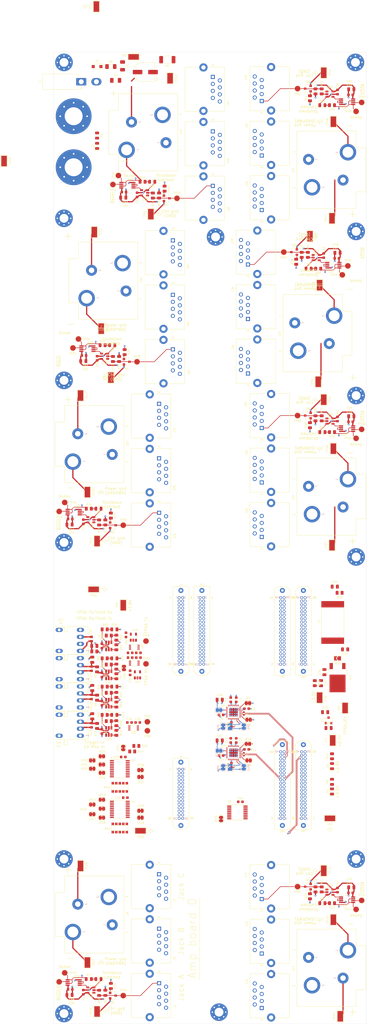
<source format=kicad_pcb>
(kicad_pcb (version 20171130) (host pcbnew "(5.1.9)-1")
  (title_block (title "64-channel Shim Amplifier: Backplane") (rev D1) (company "Martinos Center @ MGH") (comment 1 "Don Straney"))
  (layers (0 F.Cu mixed) (1 In1.Cu signal) (2 In2.Cu power) (3 In3.Cu signal) (4 In4.Cu power) (31 B.Cu signal) (34 B.Paste user) (35 F.Paste user) (36 B.SilkS user hide) (37 F.SilkS user hide) (38 B.Mask user) (39 F.Mask user) (44 Edge.Cuts user))
  (net 0 "")
  (net 1 GND)
  (net 2 "Net-(D1-Pad2)")
  (net 3 "Net-(D1-Pad1)")
  (net 4 "Net-(D2-Pad2)")
  (net 5 "Net-(D3-Pad2)")
  (net 6 "Net-(D4-Pad2)")
  (net 7 "Net-(D5-Pad2)")
  (net 8 "Net-(D6-Pad2)")
  (net 9 "Net-(D7-Pad2)")
  (net 10 "Net-(D8-Pad2)")
  (net 11 "Net-(D9-Pad2)")
  (net 12 "Net-(D10-Pad2)")
  (net 13 "Net-(D11-Pad2)")
  (net 14 "Net-(F1-Pad2)")
  (net 15 +VDC)
  (net 16 GNDPWR)
  (net 17 "Net-(J1-Pad2)")
  (net 18 "Net-(U16-Pad2)")
  (net 19 "Net-(Q1-Pad1)")
  (net 20 "Net-(Q2-Pad1)")
  (net 21 "Net-(Q3-Pad1)")
  (net 22 "Net-(Q4-Pad1)")
  (net 23 "Net-(Q5-Pad1)")
  (net 24 "Net-(Q6-Pad1)")
  (net 25 "Net-(Q7-Pad1)")
  (net 26 "Net-(Q8-Pad1)")
  (net 27 "Net-(R66-Pad1)")
  (net 28 +2.5V)
  (net 29 +3V3)
  (net 30 VD)
  (net 31 "Net-(J2-Pad1)")
  (net 32 "Net-(J2-Pad2)")
  (net 33 "Net-(J2-Pad3)")
  (net 34 "Net-(J2-Pad4)")
  (net 35 "Net-(J2-Pad7)")
  (net 36 "Net-(J2-Pad8)")
  (net 37 "Net-(J2-Pad11)")
  (net 38 "Net-(J2-Pad12)")
  (net 39 "Net-(J2-Pad13)")
  (net 40 "Net-(J2-Pad14)")
  (net 41 "Net-(J2-Pad15)")
  (net 42 "Net-(J2-Pad16)")
  (net 43 "Net-(J2-Pad17)")
  (net 44 "Net-(J2-Pad18)")
  (net 45 "Net-(J2-Pad21)")
  (net 46 "Net-(J2-Pad22)")
  (net 47 "Net-(J2-Pad23)")
  (net 48 "Net-(J2-Pad24)")
  (net 49 "Net-(J2-Pad25)")
  (net 50 "Net-(J3-Pad40)")
  (net 51 "Net-(J3-Pad39)")
  (net 52 "Net-(J3-Pad32)")
  (net 53 "Net-(J3-Pad31)")
  (net 54 "Net-(J3-Pad30)")
  (net 55 "Net-(J3-Pad29)")
  (net 56 "Net-(J3-Pad26)")
  (net 57 "Net-(J3-Pad25)")
  (net 58 "Net-(J3-Pad24)")
  (net 59 "Net-(J3-Pad23)")
  (net 60 "Net-(J3-Pad4)")
  (net 61 "Net-(J3-Pad2)")
  (net 62 "Net-(J3-Pad1)")
  (net 63 /SDA0)
  (net 64 /~ADC_CS-0)
  (net 65 "/Amp board 0 interface/~Shutdown")
  (net 66 /~ADC_CS+0)
  (net 67 /ADC_MOSI+0)
  (net 68 /ADC_MOSI-0)
  (net 69 /SCL0)
  (net 70 /ADC_MISO-0)
  (net 71 /ADC_MISO+0)
  (net 72 /SCKO+0)
  (net 73 /SCKO-0)
  (net 74 /DAC_MISO+0)
  (net 75 /DAC_MISO-0)
  (net 76 /DAC_MOSI-0)
  (net 77 /DAC_MOSI+0)
  (net 78 /SCKI-0)
  (net 79 /SCKI+0)
  (net 80 /~DAC_CS-0)
  (net 81 /~DAC_CS+0)
  (net 82 /~LDAC+0)
  (net 83 /~LDAC-0)
  (net 84 "Net-(J6-Pad6)")
  (net 85 "Net-(J6-Pad3)")
  (net 86 /SDA1)
  (net 87 /~ADC_CS-1)
  (net 88 "/Amp board 1 interface/~Shutdown")
  (net 89 /~ADC_CS+1)
  (net 90 /ADC_MOSI+1)
  (net 91 /ADC_MOSI-1)
  (net 92 /SCL1)
  (net 93 /ADC_MISO-1)
  (net 94 /ADC_MISO+1)
  (net 95 /SCKO+1)
  (net 96 /SCKO-1)
  (net 97 /DAC_MISO+1)
  (net 98 /DAC_MISO-1)
  (net 99 /DAC_MOSI-1)
  (net 100 /DAC_MOSI+1)
  (net 101 /SCKI-1)
  (net 102 /SCKI+1)
  (net 103 /~DAC_CS-1)
  (net 104 /~DAC_CS+1)
  (net 105 /~LDAC+1)
  (net 106 /~LDAC-1)
  (net 107 /SDA2)
  (net 108 /~ADC_CS-2)
  (net 109 "/Amp board 2 interface/~Shutdown")
  (net 110 /~ADC_CS+2)
  (net 111 /ADC_MOSI+2)
  (net 112 /ADC_MOSI-2)
  (net 113 /SCL2)
  (net 114 /ADC_MISO-2)
  (net 115 /ADC_MISO+2)
  (net 116 /SCKO+2)
  (net 117 /SCKO-2)
  (net 118 /DAC_MISO+2)
  (net 119 /DAC_MISO-2)
  (net 120 /DAC_MOSI-2)
  (net 121 /DAC_MOSI+2)
  (net 122 /SCKI-2)
  (net 123 /SCKI+2)
  (net 124 /~DAC_CS-2)
  (net 125 /~DAC_CS+2)
  (net 126 /~LDAC+2)
  (net 127 /~LDAC-2)
  (net 128 /SDA3)
  (net 129 /~ADC_CS-3)
  (net 130 "/Amp board 3 interface/~Shutdown")
  (net 131 /~ADC_CS+3)
  (net 132 /ADC_MOSI+3)
  (net 133 /ADC_MOSI-3)
  (net 134 /SCL3)
  (net 135 /ADC_MISO-3)
  (net 136 /ADC_MISO+3)
  (net 137 /SCKO+3)
  (net 138 /SCKO-3)
  (net 139 /DAC_MISO+3)
  (net 140 /DAC_MISO-3)
  (net 141 /DAC_MOSI-3)
  (net 142 /DAC_MOSI+3)
  (net 143 /SCKI-3)
  (net 144 /SCKI+3)
  (net 145 /~DAC_CS-3)
  (net 146 /~DAC_CS+3)
  (net 147 /~LDAC+3)
  (net 148 /~LDAC-3)
  (net 149 /SDA4)
  (net 150 /~ADC_CS-4)
  (net 151 "/Amp board 4 interface/~Shutdown")
  (net 152 /~ADC_CS+4)
  (net 153 /ADC_MOSI+4)
  (net 154 /ADC_MOSI-4)
  (net 155 /SCL4)
  (net 156 /ADC_MISO-4)
  (net 157 /ADC_MISO+4)
  (net 158 /SCKO+4)
  (net 159 /SCKO-4)
  (net 160 /DAC_MISO+4)
  (net 161 /DAC_MISO-4)
  (net 162 /DAC_MOSI-4)
  (net 163 /DAC_MOSI+4)
  (net 164 /SCKI-4)
  (net 165 /SCKI+4)
  (net 166 /~DAC_CS-4)
  (net 167 /~DAC_CS+4)
  (net 168 /~LDAC+4)
  (net 169 /~LDAC-4)
  (net 170 /SDA5)
  (net 171 /~ADC_CS-5)
  (net 172 "/Amp board 5 interface/~Shutdown")
  (net 173 /~ADC_CS+5)
  (net 174 /ADC_MOSI+5)
  (net 175 /ADC_MOSI-5)
  (net 176 /SCL5)
  (net 177 /ADC_MISO-5)
  (net 178 /ADC_MISO+5)
  (net 179 /SCKO+5)
  (net 180 /SCKO-5)
  (net 181 /DAC_MISO+5)
  (net 182 /DAC_MISO-5)
  (net 183 /DAC_MOSI-5)
  (net 184 /DAC_MOSI+5)
  (net 185 /SCKI-5)
  (net 186 /SCKI+5)
  (net 187 /~DAC_CS-5)
  (net 188 /~DAC_CS+5)
  (net 189 /~LDAC+5)
  (net 190 /~LDAC-5)
  (net 191 /SDA6)
  (net 192 /~ADC_CS-6)
  (net 193 "/Amp board 6 interface/~Shutdown")
  (net 194 /~ADC_CS+6)
  (net 195 /ADC_MOSI+6)
  (net 196 /ADC_MOSI-6)
  (net 197 /SCL6)
  (net 198 /ADC_MISO-6)
  (net 199 /ADC_MISO+6)
  (net 200 /SCKO+6)
  (net 201 /SCKO-6)
  (net 202 /DAC_MISO+6)
  (net 203 /DAC_MISO-6)
  (net 204 /DAC_MOSI-6)
  (net 205 /DAC_MOSI+6)
  (net 206 /SCKI-6)
  (net 207 /SCKI+6)
  (net 208 /~DAC_CS-6)
  (net 209 /~DAC_CS+6)
  (net 210 /~LDAC+6)
  (net 211 /~LDAC-6)
  (net 212 /SDA7)
  (net 213 /~ADC_CS-7)
  (net 214 "/Amp board 7 interface/~Shutdown")
  (net 215 /~ADC_CS+7)
  (net 216 /ADC_MOSI+7)
  (net 217 /ADC_MOSI-7)
  (net 218 /SCL7)
  (net 219 /ADC_MISO-7)
  (net 220 /ADC_MISO+7)
  (net 221 /SCKO+7)
  (net 222 /SCKO-7)
  (net 223 /DAC_MISO+7)
  (net 224 /DAC_MISO-7)
  (net 225 /DAC_MOSI-7)
  (net 226 /DAC_MOSI+7)
  (net 227 /SCKI-7)
  (net 228 /SCKI+7)
  (net 229 /~DAC_CS-7)
  (net 230 /~DAC_CS+7)
  (net 231 /~LDAC+7)
  (net 232 /~LDAC-7)
  (net 233 "Net-(JA1-Pad40)")
  (net 234 "Net-(JA1-Pad39)")
  (net 235 "Net-(JA1-Pad2)")
  (net 236 "Net-(JA1-Pad1)")
  (net 237 "Net-(JA2-Pad40)")
  (net 238 "Net-(JA2-Pad39)")
  (net 239 "Net-(JA2-Pad2)")
  (net 240 "Net-(JA2-Pad1)")
  (net 241 "Net-(JB1-Pad40)")
  (net 242 "Net-(JB1-Pad39)")
  (net 243 "Net-(JB1-Pad2)")
  (net 244 "Net-(JB1-Pad1)")
  (net 245 "Net-(JB2-Pad40)")
  (net 246 "Net-(JB2-Pad39)")
  (net 247 "Net-(JB2-Pad2)")
  (net 248 "Net-(JB2-Pad1)")
  (net 249 "Net-(JC1-Pad40)")
  (net 250 "Net-(JC1-Pad39)")
  (net 251 "Net-(JC1-Pad2)")
  (net 252 "Net-(JC1-Pad1)")
  (net 253 "Net-(JP1-Pad2)")
  (net 254 "Net-(JP3-Pad2)")
  (net 255 "Net-(JP4-Pad2)")
  (net 256 "Net-(JP5-Pad2)")
  (net 257 "Net-(JP6-Pad2)")
  (net 258 "Net-(JP7-Pad2)")
  (net 259 "Net-(JP9-Pad2)")
  (net 260 "Net-(JP10-Pad2)")
  (net 261 "Net-(JP11-Pad2)")
  (net 262 "Net-(JP12-Pad2)")
  (net 263 /Shutdown_Force)
  (net 264 /Shutdown_Sense1)
  (net 265 /Shutdown_Sense2)
  (net 266 /Shutdown_Sense0)
  (net 267 /Shutdown_Sense3)
  (net 268 /Shutdown_Sense4)
  (net 269 /Shutdown_Sense5)
  (net 270 /Shutdown_Sense6)
  (net 271 /Shutdown_Sense7)
  (net 272 "Net-(U1-Pad4)")
  (net 273 "Net-(U2-Pad1)")
  (net 274 "Net-(U2-Pad30)")
  (net 275 "Net-(U3-Pad1)")
  (net 276 "/FPGA Board, Signal Distribution/LDAC+0")
  (net 277 "/FPGA Board, Signal Distribution/LDAC-0")
  (net 278 "/FPGA Board, Signal Distribution/LDAC+1")
  (net 279 "/FPGA Board, Signal Distribution/LDAC-1")
  (net 280 "/FPGA Board, Signal Distribution/LDAC+2")
  (net 281 "/FPGA Board, Signal Distribution/LDAC-2")
  (net 282 "/FPGA Board, Signal Distribution/LDAC+3")
  (net 283 "/FPGA Board, Signal Distribution/LDAC-3")
  (net 284 "/FPGA Board, Signal Distribution/LDAC+4")
  (net 285 "/FPGA Board, Signal Distribution/LDAC-4")
  (net 286 "/FPGA Board, Signal Distribution/LDAC+5")
  (net 287 "/FPGA Board, Signal Distribution/LDAC-5")
  (net 288 "/FPGA Board, Signal Distribution/LDAC+6")
  (net 289 "/FPGA Board, Signal Distribution/LDAC-6")
  (net 290 "/FPGA Board, Signal Distribution/LDAC+7")
  (net 291 "/FPGA Board, Signal Distribution/LDAC-7")
  (net 292 "Net-(U3-Pad30)")
  (net 293 "Net-(U12-Pad4)")
  (net 294 "Net-(U13-Pad2)")
  (net 295 "Net-(U14-Pad4)")
  (net 296 "Net-(U15-Pad2)")
  (net 297 "Net-(U17-Pad4)")
  (net 298 "Net-(U18-Pad2)")
  (net 299 "Net-(C16-Pad2)")
  (net 300 "Net-(C17-Pad2)")
  (net 301 "Net-(C10-Pad1)")
  (net 302 "Net-(C19-Pad2)")
  (net 303 "Net-(C22-Pad1)")
  (net 304 +1.8V)
  (net 305 "Net-(C34-Pad2)")
  (net 306 "/FPGA Board, Signal Distribution/FPGA_Vin")
  (net 307 "Net-(D12-Pad2)")
  (net 308 "Net-(D13-Pad2)")
  (net 309 "/FPGA Board, Signal Distribution/~FPGA_Rst_1.8")
  (net 310 "/FPGA Board, Signal Distribution/SCL")
  (net 311 "/FPGA Board, Signal Distribution/UART_Rx_FPGA_1.8")
  (net 312 "/FPGA Board, Signal Distribution/SDA")
  (net 313 "/FPGA Board, Signal Distribution/UART_Tx_FPGA_1.8")
  (net 314 "/FPGA Board, Signal Distribution/UART_Rx_FPGA")
  (net 315 "Net-(J9-Pad4)")
  (net 316 "Net-(J10-Pad4)")
  (net 317 "/FPGA Board, Signal Distribution/10Mhz")
  (net 318 "Net-(J11-Pad4)")
  (net 319 "Net-(J12-Pad2)")
  (net 320 "/FPGA Board, Signal Distribution/UART_Tx_FPGA")
  (net 321 "Net-(J15-Pad6)")
  (net 322 "Net-(J15-Pad3)")
  (net 323 "Net-(J20-Pad6)")
  (net 324 "Net-(J20-Pad3)")
  (net 325 "Net-(J25-Pad6)")
  (net 326 "Net-(J25-Pad3)")
  (net 327 "Net-(J30-Pad6)")
  (net 328 "Net-(J30-Pad3)")
  (net 329 "Net-(J35-Pad6)")
  (net 330 "Net-(J35-Pad3)")
  (net 331 "Net-(J40-Pad6)")
  (net 332 "Net-(J40-Pad3)")
  (net 333 "Net-(J45-Pad6)")
  (net 334 "Net-(J45-Pad3)")
  (net 335 /~Shutdown_Reset)
  (net 336 "/FPGA Board, Signal Distribution/Shutdown_Sense")
  (net 337 "/FPGA Board, Signal Distribution/Shutdown_Sense_Sel1")
  (net 338 "/FPGA Board, Signal Distribution/10Mhz_2.5")
  (net 339 "/FPGA Board, Signal Distribution/Trigger_2.5")
  (net 340 "/FPGA Board, Signal Distribution/Shutdown_Sense_Sel0")
  (net 341 "/FPGA Board, Signal Distribution/Shutdown_Sense_Sel2")
  (net 342 "Net-(JP13-Pad2)")
  (net 343 "Net-(JP14-Pad2)")
  (net 344 "Net-(JP15-Pad2)")
  (net 345 "Net-(JP17-Pad1)")
  (net 346 "Net-(JP18-Pad1)")
  (net 347 "Net-(JP19-Pad1)")
  (net 348 "Net-(JP20-Pad1)")
  (net 349 "Net-(JP21-Pad2)")
  (net 350 "Net-(JP22-Pad2)")
  (net 351 "Net-(JP23-Pad2)")
  (net 352 "Net-(JP25-Pad1)")
  (net 353 "Net-(JP26-Pad1)")
  (net 354 "Net-(JP27-Pad1)")
  (net 355 "Net-(JP28-Pad1)")
  (net 356 "Net-(JP29-Pad2)")
  (net 357 "Net-(JP30-Pad2)")
  (net 358 "Net-(L1-Pad1)")
  (net 359 "Net-(R21-Pad1)")
  (net 360 "Net-(R25-Pad1)")
  (net 361 "Net-(R29-Pad1)")
  (net 362 "Net-(R33-Pad1)")
  (net 363 "Net-(R37-Pad1)")
  (net 364 "Net-(R41-Pad1)")
  (net 365 "Net-(R45-Pad1)")
  (net 366 "Net-(R51-Pad2)")
  (net 367 "Net-(U4-Pad17)")
  (net 368 "Net-(U5-Pad17)")
  (net 369 "Net-(U6-Pad6)")
  (net 370 "Net-(U10-Pad6)")
  (net 371 "Net-(U19-Pad4)")
  (net 372 "Net-(U20-Pad2)")
  (net 373 "Net-(U21-Pad4)")
  (net 374 "Net-(U22-Pad2)")
  (net 375 "Net-(U23-Pad4)")
  (net 376 "Net-(U24-Pad2)")
  (net 377 "Net-(U25-Pad4)")
  (net 378 "Net-(U26-Pad2)")
  (net 379 "/FPGA Board, Signal Distribution/RGMII_TX_CLK")
  (net 380 "/FPGA Board, Signal Distribution/RGMII_TXD2")
  (net 381 "/FPGA Board, Signal Distribution/RGMII_TXD0")
  (net 382 "/FPGA Board, Signal Distribution/RGMII_TXD1")
  (net 383 "/FPGA Board, Signal Distribution/RGMII_TXD3")
  (net 384 "/FPGA Board, Signal Distribution/RGMII_RXD0")
  (net 385 "/FPGA Board, Signal Distribution/RGMII_TX_CTL")
  (net 386 "/FPGA Board, Signal Distribution/RGMII_RX_CLK")
  (net 387 "/FPGA Board, Signal Distribution/RGMII_RXD1")
  (net 388 "/FPGA Board, Signal Distribution/RGMII_RX_CTL")
  (net 389 "/FPGA Board, Signal Distribution/RGMII_RXD2")
  (net 390 "/FPGA Board, Signal Distribution/RGMII_RXD3")
  (net 391 "/FPGA Board, Signal Distribution/Eth_Clk")
  (net 392 "/FPGA Board, Signal Distribution/~FPGA_Rst")
  (net 393 "Net-(D14-Pad2)")
  (net 394 "Net-(D15-Pad2)")
  (net 395 "Net-(D16-Pad2)")
  (net 396 "/Activitiy Indicator (Rx)/In")
  (net 397 "/Activity Indicator (Trigger)/In")
  (net 398 "/Activity Indicator (Tx)/In")
  (net 399 "Net-(R47-Pad2)")
  (net 400 "Net-(R49-Pad1)")
  (net 401 "Net-(R50-Pad1)")
  (net 402 "Net-(R53-Pad1)")
  (net 403 "Net-(R54-Pad1)")
  (net 404 "Net-(R55-Pad2)")
  (net 405 "Net-(R57-Pad1)")
  (net 406 "Net-(R58-Pad1)")
  (net 407 "Net-(R59-Pad2)")
  (net 408 "Net-(R61-Pad1)")
  (net 409 "Net-(R62-Pad1)")
  (net 410 "/FPGA Board, Signal Distribution/LDAC+")
  (net 411 "/FPGA Board, Signal Distribution/LDAC-")
  (net 412 "/FPGA Board, Signal Distribution/~SCKI-")
  (net 413 "/FPGA Board, Signal Distribution/~SCKI+")
  (module Martinos:AFBR-xx2xZ (layer F.Cu) (at 30.5 275.5 90)
    (fp_text reference J12 (at 7.5 -1.5 180) (layer F.SilkS) (effects (font (size 0.7 0.7) (thickness 0.12))))
    (fp_text value AFBR-1624Z)
    (fp_text user 1 (at -3.75 8.25 90) (layer B.SilkS) (effects (justify mirror)))
    (pad 1 thru_hole oval (at -3.81 5.7 90) (size 1.5 2.6) (drill 1) (layers *.Cu *.Mask) (net 302 "Net-(C19-Pad2)"))
    (pad 2 thru_hole oval (at -1.27 5.7 90) (size 1.5 2.6) (drill 1) (layers *.Cu *.Mask) (net 319 "Net-(J12-Pad2)"))
    (pad 3 thru_hole oval (at 1.27 5.7 90) (size 1.5 2.6) (drill 1) (layers *.Cu *.Mask) (net 1 GND))
    (pad 4 thru_hole oval (at 3.81 5.7 90) (size 1.5 2.6) (drill 1) (layers *.Cu *.Mask) (net 398 "/Activity Indicator (Tx)/In"))
    (pad 5 thru_hole oval (at 3.81 -2 90) (size 1.5 2.6) (drill 1) (layers *.Cu *.Mask) (net 1 GND))
    (pad 8 thru_hole oval (at -3.81 -2 90) (size 1.5 2.6) (drill 1) (layers *.Cu *.Mask) (net 1 GND))
  )
  (module Martinos:AFBR-xx2xZ (layer F.Cu) (at 30.5 306.25 90)
    (fp_text reference J11 (at -7.5 -2.25 180) (layer F.SilkS) (effects (font (size 0.7 0.7) (thickness 0.12))))
    (fp_text value AFBR-2624Z)
    (fp_text user 1 (at -3.75 8.25 90) (layer B.SilkS) (effects (justify mirror)))
    (pad 1 thru_hole oval (at -3.81 5.7 90) (size 1.5 2.6) (drill 1) (layers *.Cu *.Mask) (net 317 "/FPGA Board, Signal Distribution/10Mhz"))
    (pad 2 thru_hole oval (at -1.27 5.7 90) (size 1.5 2.6) (drill 1) (layers *.Cu *.Mask) (net 1 GND))
    (pad 3 thru_hole oval (at 1.27 5.7 90) (size 1.5 2.6) (drill 1) (layers *.Cu *.Mask) (net 301 "Net-(C10-Pad1)"))
    (pad 4 thru_hole oval (at 3.81 5.7 90) (size 1.5 2.6) (drill 1) (layers *.Cu *.Mask) (net 318 "Net-(J11-Pad4)"))
    (pad 5 thru_hole oval (at 3.81 -2 90) (size 1.5 2.6) (drill 1) (layers *.Cu *.Mask) (net 1 GND))
    (pad 8 thru_hole oval (at -3.81 -2 90) (size 1.5 2.6) (drill 1) (layers *.Cu *.Mask) (net 1 GND))
  )
  (module Martinos:AFBR-xx2xZ (layer F.Cu) (at 30.5 296 90)
    (fp_text reference J10 (at -16.5 -2.25 180) (layer F.SilkS) (effects (font (size 0.7 0.7) (thickness 0.12))))
    (fp_text value AFBR-2624Z)
    (fp_text user 1 (at -3.75 8.25 90) (layer B.SilkS) (effects (justify mirror)))
    (pad 1 thru_hole oval (at -3.81 5.7 90) (size 1.5 2.6) (drill 1) (layers *.Cu *.Mask) (net 397 "/Activity Indicator (Trigger)/In"))
    (pad 2 thru_hole oval (at -1.27 5.7 90) (size 1.5 2.6) (drill 1) (layers *.Cu *.Mask) (net 1 GND))
    (pad 3 thru_hole oval (at 1.27 5.7 90) (size 1.5 2.6) (drill 1) (layers *.Cu *.Mask) (net 300 "Net-(C17-Pad2)"))
    (pad 4 thru_hole oval (at 3.81 5.7 90) (size 1.5 2.6) (drill 1) (layers *.Cu *.Mask) (net 316 "Net-(J10-Pad4)"))
    (pad 5 thru_hole oval (at 3.81 -2 90) (size 1.5 2.6) (drill 1) (layers *.Cu *.Mask) (net 1 GND))
    (pad 8 thru_hole oval (at -3.81 -2 90) (size 1.5 2.6) (drill 1) (layers *.Cu *.Mask) (net 1 GND))
  )
  (module Martinos:AFBR-xx2xZ (layer F.Cu) (at 30.5 285.75 90)
    (fp_text reference J9 (at 16.5 -1.5 180) (layer F.SilkS) (effects (font (size 0.7 0.7) (thickness 0.12))))
    (fp_text value AFBR-2624Z)
    (fp_text user 1 (at -3.75 8.25 90) (layer B.SilkS) (effects (justify mirror)))
    (pad 1 thru_hole oval (at -3.81 5.7 90) (size 1.5 2.6) (drill 1) (layers *.Cu *.Mask) (net 396 "/Activitiy Indicator (Rx)/In"))
    (pad 2 thru_hole oval (at -1.27 5.7 90) (size 1.5 2.6) (drill 1) (layers *.Cu *.Mask) (net 1 GND))
    (pad 3 thru_hole oval (at 1.27 5.7 90) (size 1.5 2.6) (drill 1) (layers *.Cu *.Mask) (net 299 "Net-(C16-Pad2)"))
    (pad 4 thru_hole oval (at 3.81 5.7 90) (size 1.5 2.6) (drill 1) (layers *.Cu *.Mask) (net 315 "Net-(J9-Pad4)"))
    (pad 5 thru_hole oval (at 3.81 -2 90) (size 1.5 2.6) (drill 1) (layers *.Cu *.Mask) (net 1 GND))
    (pad 8 thru_hole oval (at -3.81 -2 90) (size 1.5 2.6) (drill 1) (layers *.Cu *.Mask) (net 1 GND))
  )
  (module TestPoint:TestPoint_Pad_D2.0mm (layer F.Cu) (at 60 284)
    (fp_text reference TP63 (at 0.25 -1.998) (layer F.SilkS) (effects (font (size 0.7 0.7) (thickness 0.12))))
    (fp_text value TestPoint)
    (pad 1 smd circle (at 0 0) (size 2 2) (layers F.Cu F.Mask) (net 311 "/FPGA Board, Signal Distribution/UART_Rx_FPGA_1.8"))
  )
  (module TestPoint:TestPoint_Pad_D2.0mm (layer F.Cu) (at 60.5 308.25)
    (fp_text reference TP62 (at 0 2) (layer F.SilkS) (effects (font (size 0.7 0.7) (thickness 0.12))))
    (fp_text value TestPoint)
    (pad 1 smd circle (at 0 0) (size 2 2) (layers F.Cu F.Mask) (net 338 "/FPGA Board, Signal Distribution/10Mhz_2.5"))
  )
  (module TestPoint:TestPoint_Pad_D2.0mm (layer F.Cu) (at 60.5 305)
    (fp_text reference TP53 (at 0 -1.998) (layer F.SilkS) (effects (font (size 0.7 0.7) (thickness 0.12))))
    (fp_text value TestPoint)
    (pad 1 smd circle (at 0 0) (size 2 2) (layers F.Cu F.Mask) (net 339 "/FPGA Board, Signal Distribution/Trigger_2.5"))
  )
  (module TestPoint:TestPoint_Pad_D2.0mm (layer F.Cu) (at 60 275.75)
    (fp_text reference TP52 (at 0 -1.998) (layer F.SilkS) (effects (font (size 0.7 0.7) (thickness 0.12))))
    (fp_text value TestPoint)
    (pad 1 smd circle (at 0 0) (size 2 2) (layers F.Cu F.Mask) (net 313 "/FPGA Board, Signal Distribution/UART_Tx_FPGA_1.8"))
  )
  (module TestPoint:TestPoint_Keystone_5019_Minature (layer F.Cu) (at 41 257 180)
    (fp_text reference TP51 (at 0 -2.25) (layer F.SilkS) (effects (font (size 0.7 0.7) (thickness 0.12))))
    (fp_text value TestPoint_Flag)
    (pad 1 smd rect (at 0 0 180) (size 3.8 2) (layers F.Cu F.Paste F.Mask) (net 1 GND))
  )
  (module TestPoint:TestPoint_Keystone_5019_Minature (layer F.Cu) (at 58 344.5 180)
    (fp_text reference TP50 (at 0 -2.25) (layer F.SilkS) (effects (font (size 0.7 0.7) (thickness 0.12))))
    (fp_text value TestPoint_Flag)
    (pad 1 smd rect (at 0 0 180) (size 3.8 2) (layers F.Cu F.Paste F.Mask) (net 1 GND))
  )
  (module Martinos_std:TSOT-23-6 (layer F.Cu) (at 46.5 277.5 90)
    (fp_text reference U33 (at 3.25 -3.25 270) (layer F.SilkS) (effects (font (size 0.7 0.7) (thickness 0.12))))
    (fp_text value LTC6993xS6-2)
    (pad 1 smd rect (at -1.31 -0.95 90) (size 1.22 0.65) (layers F.Cu F.Paste F.Mask) (net 398 "/Activity Indicator (Tx)/In"))
    (pad 2 smd rect (at -1.31 0 90) (size 1.22 0.65) (layers F.Cu F.Paste F.Mask) (net 1 GND))
    (pad 3 smd rect (at -1.31 0.95 90) (size 1.22 0.65) (layers F.Cu F.Paste F.Mask) (net 408 "Net-(R61-Pad1)"))
    (pad 4 smd rect (at 1.31 0.95 90) (size 1.22 0.65) (layers F.Cu F.Paste F.Mask) (net 407 "Net-(R59-Pad2)"))
    (pad 5 smd rect (at 1.31 0 90) (size 1.22 0.65) (layers F.Cu F.Paste F.Mask) (net 29 +3V3))
    (pad 6 smd rect (at 1.31 -0.95 90) (size 1.22 0.65) (layers F.Cu F.Paste F.Mask) (net 409 "Net-(R62-Pad1)"))
  )
  (module Martinos_std:TSOT-23-6 (layer F.Cu) (at 46.5 288 90)
    (fp_text reference U32 (at -2.75 -0.25 180) (layer F.SilkS) (effects (font (size 0.7 0.7) (thickness 0.12))))
    (fp_text value LTC6993xS6-2)
    (pad 1 smd rect (at -1.31 -0.95 90) (size 1.22 0.65) (layers F.Cu F.Paste F.Mask) (net 396 "/Activitiy Indicator (Rx)/In"))
    (pad 2 smd rect (at -1.31 0 90) (size 1.22 0.65) (layers F.Cu F.Paste F.Mask) (net 1 GND))
    (pad 3 smd rect (at -1.31 0.95 90) (size 1.22 0.65) (layers F.Cu F.Paste F.Mask) (net 405 "Net-(R57-Pad1)"))
    (pad 4 smd rect (at 1.31 0.95 90) (size 1.22 0.65) (layers F.Cu F.Paste F.Mask) (net 404 "Net-(R55-Pad2)"))
    (pad 5 smd rect (at 1.31 0 90) (size 1.22 0.65) (layers F.Cu F.Paste F.Mask) (net 29 +3V3))
    (pad 6 smd rect (at 1.31 -0.95 90) (size 1.22 0.65) (layers F.Cu F.Paste F.Mask) (net 406 "Net-(R58-Pad1)"))
  )
  (module Martinos_std:TSOT-23-6 (layer F.Cu) (at 46.5 298.25 90)
    (fp_text reference U31 (at -2.75 -0.25) (layer F.SilkS) (effects (font (size 0.7 0.7) (thickness 0.12))))
    (fp_text value LTC6993xS6-2)
    (pad 1 smd rect (at -1.31 -0.95 90) (size 1.22 0.65) (layers F.Cu F.Paste F.Mask) (net 397 "/Activity Indicator (Trigger)/In"))
    (pad 2 smd rect (at -1.31 0 90) (size 1.22 0.65) (layers F.Cu F.Paste F.Mask) (net 1 GND))
    (pad 3 smd rect (at -1.31 0.95 90) (size 1.22 0.65) (layers F.Cu F.Paste F.Mask) (net 402 "Net-(R53-Pad1)"))
    (pad 4 smd rect (at 1.31 0.95 90) (size 1.22 0.65) (layers F.Cu F.Paste F.Mask) (net 366 "Net-(R51-Pad2)"))
    (pad 5 smd rect (at 1.31 0 90) (size 1.22 0.65) (layers F.Cu F.Paste F.Mask) (net 29 +3V3))
    (pad 6 smd rect (at 1.31 -0.95 90) (size 1.22 0.65) (layers F.Cu F.Paste F.Mask) (net 403 "Net-(R54-Pad1)"))
  )
  (module Martinos_std:TSOT-23-6 (layer F.Cu) (at 46.5 308.5 90)
    (fp_text reference U30 (at -2.75 0 180) (layer F.SilkS) (effects (font (size 0.7 0.7) (thickness 0.12))))
    (fp_text value LTC6993xS6-2)
    (pad 1 smd rect (at -1.31 -0.95 90) (size 1.22 0.65) (layers F.Cu F.Paste F.Mask) (net 317 "/FPGA Board, Signal Distribution/10Mhz"))
    (pad 2 smd rect (at -1.31 0 90) (size 1.22 0.65) (layers F.Cu F.Paste F.Mask) (net 1 GND))
    (pad 3 smd rect (at -1.31 0.95 90) (size 1.22 0.65) (layers F.Cu F.Paste F.Mask) (net 400 "Net-(R49-Pad1)"))
    (pad 4 smd rect (at 1.31 0.95 90) (size 1.22 0.65) (layers F.Cu F.Paste F.Mask) (net 399 "Net-(R47-Pad2)"))
    (pad 5 smd rect (at 1.31 0 90) (size 1.22 0.65) (layers F.Cu F.Paste F.Mask) (net 29 +3V3))
    (pad 6 smd rect (at 1.31 -0.95 90) (size 1.22 0.65) (layers F.Cu F.Paste F.Mask) (net 401 "Net-(R50-Pad1)"))
  )
  (module Martinos_std:SOT-23-5 (layer F.Cu) (at 55.42 274.34 90)
    (fp_text reference U29 (at 2.59 0.58 180) (layer F.SilkS) (effects (font (size 0.7 0.7) (thickness 0.12))))
    (fp_text value 74LVC1G14)
    (pad 5 smd rect (at 1.1 -0.95 90) (size 1.06 0.65) (layers F.Cu F.Paste F.Mask) (net 29 +3V3))
    (pad 4 smd rect (at 1.1 0.95 90) (size 1.06 0.65) (layers F.Cu F.Paste F.Mask) (net 398 "/Activity Indicator (Tx)/In"))
    (pad 3 smd rect (at -1.1 0.95 90) (size 1.06 0.65) (layers F.Cu F.Paste F.Mask) (net 1 GND))
    (pad 2 smd rect (at -1.1 0 90) (size 1.06 0.65) (layers F.Cu F.Paste F.Mask) (net 320 "/FPGA Board, Signal Distribution/UART_Tx_FPGA"))
    (pad 1 smd rect (at -1.1 -0.95 90) (size 1.06 0.65) (layers F.Cu F.Paste F.Mask))
  )
  (module Martinos_std:SOT-23-5 (layer F.Cu) (at 56.92 287.99 90)
    (fp_text reference U27 (at -2.51 0.08 180) (layer F.SilkS) (effects (font (size 0.7 0.7) (thickness 0.12))))
    (fp_text value 74LVC1G14)
    (pad 5 smd rect (at 1.1 -0.95 90) (size 1.06 0.65) (layers F.Cu F.Paste F.Mask) (net 29 +3V3))
    (pad 4 smd rect (at 1.1 0.95 90) (size 1.06 0.65) (layers F.Cu F.Paste F.Mask) (net 314 "/FPGA Board, Signal Distribution/UART_Rx_FPGA"))
    (pad 3 smd rect (at -1.1 0.95 90) (size 1.06 0.65) (layers F.Cu F.Paste F.Mask) (net 1 GND))
    (pad 2 smd rect (at -1.1 0 90) (size 1.06 0.65) (layers F.Cu F.Paste F.Mask) (net 396 "/Activitiy Indicator (Rx)/In"))
    (pad 1 smd rect (at -1.1 -0.95 90) (size 1.06 0.65) (layers F.Cu F.Paste F.Mask))
  )
  (module Resistor_SMD:R_0805_2012Metric (layer F.Cu) (at 45 271.5)
    (fp_text reference R62 (at 0.25 -1.65) (layer F.SilkS) (effects (font (size 0.7 0.7) (thickness 0.12))))
    (fp_text value 1K)
    (pad 2 smd roundrect (at 0.9125 0) (size 1.025 1.4) (layers F.Cu F.Paste F.Mask) (roundrect_rratio 0.243902) (net 395 "Net-(D16-Pad2)"))
    (pad 1 smd roundrect (at -0.9125 0) (size 1.025 1.4) (layers F.Cu F.Paste F.Mask) (roundrect_rratio 0.243902) (net 409 "Net-(R62-Pad1)"))
  )
  (module Resistor_SMD:R_0805_2012Metric (layer F.Cu) (at 49.25 278 90)
    (fp_text reference R61 (at 0 1.75 90) (layer F.SilkS) (effects (font (size 0.7 0.7) (thickness 0.12))))
    (fp_text value 180K)
    (pad 2 smd roundrect (at 0.9125 0 90) (size 1.025 1.4) (layers F.Cu F.Paste F.Mask) (roundrect_rratio 0.243902) (net 1 GND))
    (pad 1 smd roundrect (at -0.9125 0 90) (size 1.025 1.4) (layers F.Cu F.Paste F.Mask) (roundrect_rratio 0.243902) (net 408 "Net-(R61-Pad1)"))
  )
  (module Resistor_SMD:R_0805_2012Metric (layer F.Cu) (at 49.25 274.5 270)
    (fp_text reference R60 (at 0 -1.65 90) (layer F.SilkS) (effects (font (size 0.7 0.7) (thickness 0.12))))
    (fp_text value 6.81K)
    (pad 2 smd roundrect (at 0.9125 0 270) (size 1.025 1.4) (layers F.Cu F.Paste F.Mask) (roundrect_rratio 0.243902) (net 1 GND))
    (pad 1 smd roundrect (at -0.9125 0 270) (size 1.025 1.4) (layers F.Cu F.Paste F.Mask) (roundrect_rratio 0.243902) (net 407 "Net-(R59-Pad2)"))
  )
  (module Resistor_SMD:R_0805_2012Metric (layer F.Cu) (at 46.5 273.75)
    (fp_text reference R59 (at -2.25 0.25 90) (layer F.SilkS) (effects (font (size 0.7 0.7) (thickness 0.12))))
    (fp_text value 10K)
    (pad 2 smd roundrect (at 0.9125 0) (size 1.025 1.4) (layers F.Cu F.Paste F.Mask) (roundrect_rratio 0.243902) (net 407 "Net-(R59-Pad2)"))
    (pad 1 smd roundrect (at -0.9125 0) (size 1.025 1.4) (layers F.Cu F.Paste F.Mask) (roundrect_rratio 0.243902) (net 29 +3V3))
  )
  (module Resistor_SMD:R_0805_2012Metric (layer F.Cu) (at 45 282)
    (fp_text reference R58 (at -2.25 0 90) (layer F.SilkS) (effects (font (size 0.7 0.7) (thickness 0.12))))
    (fp_text value 1K)
    (pad 2 smd roundrect (at 0.9125 0) (size 1.025 1.4) (layers F.Cu F.Paste F.Mask) (roundrect_rratio 0.243902) (net 394 "Net-(D15-Pad2)"))
    (pad 1 smd roundrect (at -0.9125 0) (size 1.025 1.4) (layers F.Cu F.Paste F.Mask) (roundrect_rratio 0.243902) (net 406 "Net-(R58-Pad1)"))
  )
  (module Resistor_SMD:R_0805_2012Metric (layer F.Cu) (at 49.25 288.5 90)
    (fp_text reference R57 (at 0 1.5 90) (layer F.SilkS) (effects (font (size 0.7 0.7) (thickness 0.12))))
    (fp_text value 180K)
    (pad 2 smd roundrect (at 0.9125 0 90) (size 1.025 1.4) (layers F.Cu F.Paste F.Mask) (roundrect_rratio 0.243902) (net 1 GND))
    (pad 1 smd roundrect (at -0.9125 0 90) (size 1.025 1.4) (layers F.Cu F.Paste F.Mask) (roundrect_rratio 0.243902) (net 405 "Net-(R57-Pad1)"))
  )
  (module Resistor_SMD:R_0805_2012Metric (layer F.Cu) (at 49.25 285 270)
    (fp_text reference R56 hide)
    (fp_text value 6.81K)
    (pad 2 smd roundrect (at 0.9125 0 270) (size 1.025 1.4) (layers F.Cu F.Paste F.Mask) (roundrect_rratio 0.243902) (net 1 GND))
    (pad 1 smd roundrect (at -0.9125 0 270) (size 1.025 1.4) (layers F.Cu F.Paste F.Mask) (roundrect_rratio 0.243902) (net 404 "Net-(R55-Pad2)"))
  )
  (module Resistor_SMD:R_0805_2012Metric (layer F.Cu) (at 46.5 284.25)
    (fp_text reference R55 (at -2.25 0.25 90) (layer F.SilkS) (effects (font (size 0.7 0.7) (thickness 0.12))))
    (fp_text value 10K)
    (pad 2 smd roundrect (at 0.9125 0) (size 1.025 1.4) (layers F.Cu F.Paste F.Mask) (roundrect_rratio 0.243902) (net 404 "Net-(R55-Pad2)"))
    (pad 1 smd roundrect (at -0.9125 0) (size 1.025 1.4) (layers F.Cu F.Paste F.Mask) (roundrect_rratio 0.243902) (net 29 +3V3))
  )
  (module Resistor_SMD:R_0805_2012Metric (layer F.Cu) (at 45 292.25)
    (fp_text reference R54 (at -2.25 0 90) (layer F.SilkS) (effects (font (size 0.7 0.7) (thickness 0.12))))
    (fp_text value 1K)
    (pad 2 smd roundrect (at 0.9125 0) (size 1.025 1.4) (layers F.Cu F.Paste F.Mask) (roundrect_rratio 0.243902) (net 393 "Net-(D14-Pad2)"))
    (pad 1 smd roundrect (at -0.9125 0) (size 1.025 1.4) (layers F.Cu F.Paste F.Mask) (roundrect_rratio 0.243902) (net 403 "Net-(R54-Pad1)"))
  )
  (module Resistor_SMD:R_0805_2012Metric (layer F.Cu) (at 49.25 298.75 90)
    (fp_text reference R53 (at 0 1.75 90) (layer F.SilkS) (effects (font (size 0.7 0.7) (thickness 0.12))))
    (fp_text value 180K)
    (pad 2 smd roundrect (at 0.9125 0 90) (size 1.025 1.4) (layers F.Cu F.Paste F.Mask) (roundrect_rratio 0.243902) (net 1 GND))
    (pad 1 smd roundrect (at -0.9125 0 90) (size 1.025 1.4) (layers F.Cu F.Paste F.Mask) (roundrect_rratio 0.243902) (net 402 "Net-(R53-Pad1)"))
  )
  (module Resistor_SMD:R_0805_2012Metric (layer F.Cu) (at 49.25 295.25 270)
    (fp_text reference R52 (at 0 -1.65 90) (layer F.SilkS) (effects (font (size 0.7 0.7) (thickness 0.12))))
    (fp_text value 6.81K)
    (pad 2 smd roundrect (at 0.9125 0 270) (size 1.025 1.4) (layers F.Cu F.Paste F.Mask) (roundrect_rratio 0.243902) (net 1 GND))
    (pad 1 smd roundrect (at -0.9125 0 270) (size 1.025 1.4) (layers F.Cu F.Paste F.Mask) (roundrect_rratio 0.243902) (net 366 "Net-(R51-Pad2)"))
  )
  (module Resistor_SMD:R_0805_2012Metric (layer F.Cu) (at 46.5 294.5)
    (fp_text reference R51 (at -2.25 0.25 90) (layer F.SilkS) (effects (font (size 0.7 0.7) (thickness 0.12))))
    (fp_text value 10K)
    (pad 2 smd roundrect (at 0.9125 0) (size 1.025 1.4) (layers F.Cu F.Paste F.Mask) (roundrect_rratio 0.243902) (net 366 "Net-(R51-Pad2)"))
    (pad 1 smd roundrect (at -0.9125 0) (size 1.025 1.4) (layers F.Cu F.Paste F.Mask) (roundrect_rratio 0.243902) (net 29 +3V3))
  )
  (module Resistor_SMD:R_0805_2012Metric (layer F.Cu) (at 45 302.5)
    (fp_text reference R50 (at -2.25 0 90) (layer F.SilkS) (effects (font (size 0.7 0.7) (thickness 0.12))))
    (fp_text value 1K)
    (pad 2 smd roundrect (at 0.9125 0) (size 1.025 1.4) (layers F.Cu F.Paste F.Mask) (roundrect_rratio 0.243902) (net 308 "Net-(D13-Pad2)"))
    (pad 1 smd roundrect (at -0.9125 0) (size 1.025 1.4) (layers F.Cu F.Paste F.Mask) (roundrect_rratio 0.243902) (net 401 "Net-(R50-Pad1)"))
  )
  (module Resistor_SMD:R_0805_2012Metric (layer F.Cu) (at 49.25 309 90)
    (fp_text reference R49 (at 0 1.75 90) (layer F.SilkS) (effects (font (size 0.7 0.7) (thickness 0.12))))
    (fp_text value 180K)
    (pad 2 smd roundrect (at 0.9125 0 90) (size 1.025 1.4) (layers F.Cu F.Paste F.Mask) (roundrect_rratio 0.243902) (net 1 GND))
    (pad 1 smd roundrect (at -0.9125 0 90) (size 1.025 1.4) (layers F.Cu F.Paste F.Mask) (roundrect_rratio 0.243902) (net 400 "Net-(R49-Pad1)"))
  )
  (module Resistor_SMD:R_0805_2012Metric (layer F.Cu) (at 49.25 305.5 270)
    (fp_text reference R48 (at 0 -1.65 90) (layer F.SilkS) (effects (font (size 0.7 0.7) (thickness 0.12))))
    (fp_text value 6.81K)
    (pad 2 smd roundrect (at 0.9125 0 270) (size 1.025 1.4) (layers F.Cu F.Paste F.Mask) (roundrect_rratio 0.243902) (net 1 GND))
    (pad 1 smd roundrect (at -0.9125 0 270) (size 1.025 1.4) (layers F.Cu F.Paste F.Mask) (roundrect_rratio 0.243902) (net 399 "Net-(R47-Pad2)"))
  )
  (module Resistor_SMD:R_0805_2012Metric (layer F.Cu) (at 46.5 304.75)
    (fp_text reference R47 (at -2.25 0.25 90) (layer F.SilkS) (effects (font (size 0.7 0.7) (thickness 0.12))))
    (fp_text value 10K)
    (pad 2 smd roundrect (at 0.9125 0) (size 1.025 1.4) (layers F.Cu F.Paste F.Mask) (roundrect_rratio 0.243902) (net 399 "Net-(R47-Pad2)"))
    (pad 1 smd roundrect (at -0.9125 0) (size 1.025 1.4) (layers F.Cu F.Paste F.Mask) (roundrect_rratio 0.243902) (net 29 +3V3))
  )
  (module LED_SMD:LED_0805_2012Metric (layer F.Cu) (at 48.5 271.5 180)
    (fp_text reference D16 (at 0 1.75) (layer F.SilkS) (effects (font (size 0.7 0.7) (thickness 0.12))))
    (fp_text value Yellow)
    (pad 2 smd roundrect (at 0.9375 0 180) (size 0.975 1.4) (layers F.Cu F.Paste F.Mask) (net 395 "Net-(D16-Pad2)"))
    (pad 1 smd roundrect (at -0.9375 0 180) (size 0.975 1.4) (layers F.Cu F.Paste F.Mask) (net 1 GND))
  )
  (module LED_SMD:LED_0805_2012Metric (layer F.Cu) (at 48.5 282 180)
    (fp_text reference D15 (at -3 0 90) (layer F.SilkS) (effects (font (size 0.7 0.7) (thickness 0.12))))
    (fp_text value Yellow)
    (pad 2 smd roundrect (at 0.9375 0 180) (size 0.975 1.4) (layers F.Cu F.Paste F.Mask) (net 394 "Net-(D15-Pad2)"))
    (pad 1 smd roundrect (at -0.9375 0 180) (size 0.975 1.4) (layers F.Cu F.Paste F.Mask) (net 1 GND))
  )
  (module LED_SMD:LED_0805_2012Metric (layer F.Cu) (at 48.5 292.25 180)
    (fp_text reference D14 (at -3 0 90) (layer F.SilkS) (effects (font (size 0.7 0.7) (thickness 0.12))))
    (fp_text value Yellow)
    (pad 2 smd roundrect (at 0.9375 0 180) (size 0.975 1.4) (layers F.Cu F.Paste F.Mask) (net 393 "Net-(D14-Pad2)"))
    (pad 1 smd roundrect (at -0.9375 0 180) (size 0.975 1.4) (layers F.Cu F.Paste F.Mask) (net 1 GND))
  )
  (module LED_SMD:LED_0805_2012Metric (layer F.Cu) (at 48.5 302.5 180)
    (fp_text reference D13 (at -3.25 0 90) (layer F.SilkS) (effects (font (size 0.7 0.7) (thickness 0.12))))
    (fp_text value Yellow)
    (pad 2 smd roundrect (at 0.9375 0 180) (size 0.975 1.4) (layers F.Cu F.Paste F.Mask) (net 308 "Net-(D13-Pad2)"))
    (pad 1 smd roundrect (at -0.9375 0 180) (size 0.975 1.4) (layers F.Cu F.Paste F.Mask) (net 1 GND))
  )
  (module Capacitor_SMD:C_0603_1608Metric (layer F.Cu) (at 44 277.5 90)
    (fp_text reference C66 hide)
    (fp_text value "100nF 50V X7R")
    (pad 2 smd roundrect (at 0.775 0 90) (size 0.9 0.95) (layers F.Cu F.Paste F.Mask) (net 29 +3V3))
    (pad 1 smd roundrect (at -0.775 0 90) (size 0.9 0.95) (layers F.Cu F.Paste F.Mask) (net 1 GND))
  )
  (module Capacitor_SMD:C_0603_1608Metric (layer F.Cu) (at 44 288 90)
    (fp_text reference C65 hide)
    (fp_text value "100nF 50V X7R")
    (pad 2 smd roundrect (at 0.775 0 90) (size 0.9 0.95) (layers F.Cu F.Paste F.Mask) (net 29 +3V3))
    (pad 1 smd roundrect (at -0.775 0 90) (size 0.9 0.95) (layers F.Cu F.Paste F.Mask) (net 1 GND))
  )
  (module Capacitor_SMD:C_0603_1608Metric (layer F.Cu) (at 44 298.25 90)
    (fp_text reference C64 hide)
    (fp_text value "100nF 50V X7R")
    (pad 2 smd roundrect (at 0.775 0 90) (size 0.9 0.95) (layers F.Cu F.Paste F.Mask) (net 29 +3V3))
    (pad 1 smd roundrect (at -0.775 0 90) (size 0.9 0.95) (layers F.Cu F.Paste F.Mask) (net 1 GND))
  )
  (module Capacitor_SMD:C_0603_1608Metric (layer F.Cu) (at 44 308.5 90)
    (fp_text reference C63 hide)
    (fp_text value "100nF 50V X7R")
    (pad 2 smd roundrect (at 0.775 0 90) (size 0.9 0.95) (layers F.Cu F.Paste F.Mask) (net 29 +3V3))
    (pad 1 smd roundrect (at -0.775 0 90) (size 0.9 0.95) (layers F.Cu F.Paste F.Mask) (net 1 GND))
  )
  (module Capacitor_SMD:C_0603_1608Metric (layer F.Cu) (at 52.75 273.5 90)
    (fp_text reference C62 (at -2.5 0 90) (layer F.SilkS) (effects (font (size 0.7 0.7) (thickness 0.12))))
    (fp_text value "100nF 50V X7R")
    (pad 2 smd roundrect (at 0.775 0 90) (size 0.9 0.95) (layers F.Cu F.Paste F.Mask) (net 29 +3V3))
    (pad 1 smd roundrect (at -0.775 0 90) (size 0.9 0.95) (layers F.Cu F.Paste F.Mask) (net 1 GND))
  )
  (module Capacitor_SMD:C_0603_1608Metric (layer F.Cu) (at 54.25 287.25 90)
    (fp_text reference C61 (at -2.5 0 90) (layer F.SilkS) (effects (font (size 0.7 0.7) (thickness 0.12))))
    (fp_text value "100nF 50V X7R")
    (pad 2 smd roundrect (at 0.775 0 90) (size 0.9 0.95) (layers F.Cu F.Paste F.Mask) (net 29 +3V3))
    (pad 1 smd roundrect (at -0.775 0 90) (size 0.9 0.95) (layers F.Cu F.Paste F.Mask) (net 1 GND))
  )
  (module Martinos:Conn_Samtec_TFM-120-x1,3-x-D-WT (layer F.Cu) (at 80.285 272.055)
    (fp_text reference JC1 (at 0 -16.675) (layer F.SilkS) (effects (font (size 0.7 0.7) (thickness 0.12))))
    (fp_text value Conn_02x20_Odd_Even)
    (fp_text user 1 (at -3.75 -12) (layer F.SilkS) (effects (font (size 0.7 0.7))))
    (fp_text user 40 (at 4 12 180) (layer F.SilkS) (effects (font (size 0.7 0.7))))
    (fp_text user 39 (at -4 12.065) (layer F.SilkS) (effects (font (size 0.7 0.7))))
    (fp_text user 2 (at 3.75 -12 180) (layer F.SilkS) (effects (font (size 0.7 0.7))))
    (fp_text user 1 (at -1.5 -12.175) (layer B.SilkS) (effects (font (size 0.7 0.7) (thickness 0.12)) (justify mirror)))
    (fp_text user 2 (at 1.5 -12.175) (layer B.SilkS) (effects (font (size 0.7 0.7) (thickness 0.12)) (justify mirror)))
    (fp_text user 39 (at -2 12.175) (layer B.SilkS) (effects (font (size 0.7 0.7) (thickness 0.12)) (justify mirror)))
    (fp_text user 40 (at 2 12.175) (layer B.SilkS) (effects (font (size 0.7 0.7) (thickness 0.12)) (justify mirror)))
    (pad 40 thru_hole circle (at 0.635 12.065) (size 1.05 1.05) (drill 0.635) (layers *.Cu *.Mask) (net 249 "Net-(JC1-Pad40)"))
    (pad 39 thru_hole circle (at -0.635 12.065) (size 1.05 1.05) (drill 0.635) (layers *.Cu *.Mask) (net 250 "Net-(JC1-Pad39)"))
    (pad 38 thru_hole circle (at 0.635 10.795) (size 1.05 1.05) (drill 0.635) (layers *.Cu *.Mask) (net 160 /DAC_MISO+4))
    (pad 37 thru_hole circle (at -0.635 10.795) (size 1.05 1.05) (drill 0.635) (layers *.Cu *.Mask) (net 159 /SCKO-4))
    (pad 36 thru_hole circle (at 0.635 9.525) (size 1.05 1.05) (drill 0.635) (layers *.Cu *.Mask) (net 161 /DAC_MISO-4))
    (pad 35 thru_hole circle (at -0.635 9.525) (size 1.05 1.05) (drill 0.635) (layers *.Cu *.Mask) (net 158 /SCKO+4))
    (pad 34 thru_hole circle (at 0.635 8.255) (size 1.05 1.05) (drill 0.635) (layers *.Cu *.Mask) (net 1 GND))
    (pad 33 thru_hole circle (at -0.635 8.255) (size 1.05 1.05) (drill 0.635) (layers *.Cu *.Mask) (net 1 GND))
    (pad 32 thru_hole circle (at 0.635 6.985) (size 1.05 1.05) (drill 0.635) (layers *.Cu *.Mask) (net 157 /ADC_MISO+4))
    (pad 31 thru_hole circle (at -0.635 6.985) (size 1.05 1.05) (drill 0.635) (layers *.Cu *.Mask) (net 154 /ADC_MOSI-4))
    (pad "" thru_hole circle (at 0 -14.655) (size 1.84 1.84) (drill 0.84) (layers *.Cu *.Mask))
    (pad "" thru_hole circle (at 0 14.655) (size 1.84 1.84) (drill 0.84) (layers *.Cu *.Mask))
    (pad 1 thru_hole circle (at -0.635 -12.065) (size 1.05 1.05) (drill 0.635) (layers *.Cu *.Mask) (net 252 "Net-(JC1-Pad1)"))
    (pad 2 thru_hole circle (at 0.635 -12.065) (size 1.05 1.05) (drill 0.635) (layers *.Cu *.Mask) (net 251 "Net-(JC1-Pad2)"))
    (pad 3 thru_hole circle (at -0.635 -10.795) (size 1.05 1.05) (drill 0.635) (layers *.Cu *.Mask) (net 28 +2.5V))
    (pad 4 thru_hole circle (at 0.635 -10.795) (size 1.05 1.05) (drill 0.635) (layers *.Cu *.Mask) (net 341 "/FPGA Board, Signal Distribution/Shutdown_Sense_Sel2"))
    (pad 5 thru_hole circle (at -0.635 -9.525) (size 1.05 1.05) (drill 0.635) (layers *.Cu *.Mask) (net 110 /~ADC_CS+2))
    (pad 6 thru_hole circle (at 0.635 -9.525) (size 1.05 1.05) (drill 0.635) (layers *.Cu *.Mask) (net 117 /SCKO-2))
    (pad 7 thru_hole circle (at -0.635 -8.255) (size 1.05 1.05) (drill 0.635) (layers *.Cu *.Mask) (net 108 /~ADC_CS-2))
    (pad 8 thru_hole circle (at 0.635 -8.255) (size 1.05 1.05) (drill 0.635) (layers *.Cu *.Mask) (net 116 /SCKO+2))
    (pad 9 thru_hole circle (at -0.635 -6.985) (size 1.05 1.05) (drill 0.635) (layers *.Cu *.Mask) (net 1 GND))
    (pad 10 thru_hole circle (at 0.635 -6.985) (size 1.05 1.05) (drill 0.635) (layers *.Cu *.Mask) (net 1 GND))
    (pad 11 thru_hole circle (at -0.635 -5.715) (size 1.05 1.05) (drill 0.635) (layers *.Cu *.Mask) (net 111 /ADC_MOSI+2))
    (pad 12 thru_hole circle (at 0.635 -5.715) (size 1.05 1.05) (drill 0.635) (layers *.Cu *.Mask) (net 114 /ADC_MISO-2))
    (pad 13 thru_hole circle (at -0.635 -4.445) (size 1.05 1.05) (drill 0.635) (layers *.Cu *.Mask) (net 112 /ADC_MOSI-2))
    (pad 14 thru_hole circle (at 0.635 -4.445) (size 1.05 1.05) (drill 0.635) (layers *.Cu *.Mask) (net 115 /ADC_MISO+2))
    (pad 15 thru_hole circle (at -0.635 -3.175) (size 1.05 1.05) (drill 0.635) (layers *.Cu *.Mask) (net 1 GND))
    (pad 16 thru_hole circle (at 0.635 -3.175) (size 1.05 1.05) (drill 0.635) (layers *.Cu *.Mask) (net 1 GND))
    (pad 17 thru_hole circle (at -0.635 -1.905) (size 1.05 1.05) (drill 0.635) (layers *.Cu *.Mask) (net 118 /DAC_MISO+2))
    (pad 18 thru_hole circle (at 0.635 -1.905) (size 1.05 1.05) (drill 0.635) (layers *.Cu *.Mask) (net 124 /~DAC_CS-2))
    (pad 19 thru_hole circle (at -0.635 -0.635) (size 1.05 1.05) (drill 0.635) (layers *.Cu *.Mask) (net 119 /DAC_MISO-2))
    (pad 20 thru_hole circle (at 0.635 -0.635) (size 1.05 1.05) (drill 0.635) (layers *.Cu *.Mask) (net 125 /~DAC_CS+2))
    (pad 21 thru_hole circle (at -0.635 0.635) (size 1.05 1.05) (drill 0.635) (layers *.Cu *.Mask) (net 1 GND))
    (pad 22 thru_hole circle (at 0.635 0.635) (size 1.05 1.05) (drill 0.635) (layers *.Cu *.Mask) (net 1 GND))
    (pad 23 thru_hole circle (at -0.635 1.905) (size 1.05 1.05) (drill 0.635) (layers *.Cu *.Mask) (net 121 /DAC_MOSI+2))
    (pad 24 thru_hole circle (at 0.635 1.905) (size 1.05 1.05) (drill 0.635) (layers *.Cu *.Mask) (net 150 /~ADC_CS-4))
    (pad 25 thru_hole circle (at -0.635 3.175) (size 1.05 1.05) (drill 0.635) (layers *.Cu *.Mask) (net 120 /DAC_MOSI-2))
    (pad 26 thru_hole circle (at 0.635 3.175) (size 1.05 1.05) (drill 0.635) (layers *.Cu *.Mask) (net 152 /~ADC_CS+4))
    (pad 27 thru_hole circle (at -0.635 4.445) (size 1.05 1.05) (drill 0.635) (layers *.Cu *.Mask) (net 1 GND))
    (pad 28 thru_hole circle (at 0.635 4.445) (size 1.05 1.05) (drill 0.635) (layers *.Cu *.Mask) (net 1 GND))
    (pad 29 thru_hole circle (at -0.635 5.715) (size 1.05 1.05) (drill 0.635) (layers *.Cu *.Mask) (net 153 /ADC_MOSI+4))
    (pad 30 thru_hole circle (at 0.635 5.715) (size 1.05 1.05) (drill 0.635) (layers *.Cu *.Mask) (net 156 /ADC_MISO-4))
  )
  (module Martinos:Conn_Samtec_TFM-120-x1,3-x-D-WT (layer F.Cu) (at 109.495 327.935 180)
    (fp_text reference JB2 (at 0 -16.675) (layer F.SilkS) (effects (font (size 0.7 0.7) (thickness 0.12))))
    (fp_text value Conn_02x20_Odd_Even)
    (fp_text user 1 (at -3.75 -12) (layer F.SilkS) (effects (font (size 0.7 0.7))))
    (fp_text user 40 (at 4 12 180) (layer F.SilkS) (effects (font (size 0.7 0.7))))
    (fp_text user 39 (at -4 12.065) (layer F.SilkS) (effects (font (size 0.7 0.7))))
    (fp_text user 2 (at 3.75 -12 180) (layer F.SilkS) (effects (font (size 0.7 0.7))))
    (fp_text user 1 (at -1.5 -12.175) (layer B.SilkS) (effects (font (size 0.7 0.7) (thickness 0.12)) (justify mirror)))
    (fp_text user 2 (at 1.5 -12.175) (layer B.SilkS) (effects (font (size 0.7 0.7) (thickness 0.12)) (justify mirror)))
    (fp_text user 39 (at -2 12.175) (layer B.SilkS) (effects (font (size 0.7 0.7) (thickness 0.12)) (justify mirror)))
    (fp_text user 40 (at 2 12.175) (layer B.SilkS) (effects (font (size 0.7 0.7) (thickness 0.12)) (justify mirror)))
    (pad 40 thru_hole circle (at 0.635 12.065 180) (size 1.05 1.05) (drill 0.635) (layers *.Cu *.Mask) (net 245 "Net-(JB2-Pad40)"))
    (pad 39 thru_hole circle (at -0.635 12.065 180) (size 1.05 1.05) (drill 0.635) (layers *.Cu *.Mask) (net 246 "Net-(JB2-Pad39)"))
    (pad 38 thru_hole circle (at 0.635 10.795 180) (size 1.05 1.05) (drill 0.635) (layers *.Cu *.Mask) (net 338 "/FPGA Board, Signal Distribution/10Mhz_2.5"))
    (pad 37 thru_hole circle (at -0.635 10.795 180) (size 1.05 1.05) (drill 0.635) (layers *.Cu *.Mask) (net 73 /SCKO-0))
    (pad 36 thru_hole circle (at 0.635 9.525 180) (size 1.05 1.05) (drill 0.635) (layers *.Cu *.Mask) (net 339 "/FPGA Board, Signal Distribution/Trigger_2.5"))
    (pad 35 thru_hole circle (at -0.635 9.525 180) (size 1.05 1.05) (drill 0.635) (layers *.Cu *.Mask) (net 72 /SCKO+0))
    (pad 34 thru_hole circle (at 0.635 8.255 180) (size 1.05 1.05) (drill 0.635) (layers *.Cu *.Mask) (net 1 GND))
    (pad 33 thru_hole circle (at -0.635 8.255 180) (size 1.05 1.05) (drill 0.635) (layers *.Cu *.Mask) (net 1 GND))
    (pad 32 thru_hole circle (at 0.635 6.985 180) (size 1.05 1.05) (drill 0.635) (layers *.Cu *.Mask) (net 131 /~ADC_CS+3))
    (pad 31 thru_hole circle (at -0.635 6.985 180) (size 1.05 1.05) (drill 0.635) (layers *.Cu *.Mask) (net 133 /ADC_MOSI-3))
    (pad "" thru_hole circle (at 0 -14.655 180) (size 1.84 1.84) (drill 0.84) (layers *.Cu *.Mask))
    (pad "" thru_hole circle (at 0 14.655 180) (size 1.84 1.84) (drill 0.84) (layers *.Cu *.Mask))
    (pad 1 thru_hole circle (at -0.635 -12.065 180) (size 1.05 1.05) (drill 0.635) (layers *.Cu *.Mask) (net 248 "Net-(JB2-Pad1)"))
    (pad 2 thru_hole circle (at 0.635 -12.065 180) (size 1.05 1.05) (drill 0.635) (layers *.Cu *.Mask) (net 247 "Net-(JB2-Pad2)"))
    (pad 3 thru_hole circle (at -0.635 -10.795 180) (size 1.05 1.05) (drill 0.635) (layers *.Cu *.Mask) (net 28 +2.5V))
    (pad 4 thru_hole circle (at 0.635 -10.795 180) (size 1.05 1.05) (drill 0.635) (layers *.Cu *.Mask) (net 340 "/FPGA Board, Signal Distribution/Shutdown_Sense_Sel0"))
    (pad 5 thru_hole circle (at -0.635 -9.525 180) (size 1.05 1.05) (drill 0.635) (layers *.Cu *.Mask) (net 81 /~DAC_CS+0))
    (pad 6 thru_hole circle (at 0.635 -9.525 180) (size 1.05 1.05) (drill 0.635) (layers *.Cu *.Mask) (net 68 /ADC_MOSI-0))
    (pad 7 thru_hole circle (at -0.635 -8.255 180) (size 1.05 1.05) (drill 0.635) (layers *.Cu *.Mask) (net 80 /~DAC_CS-0))
    (pad 8 thru_hole circle (at 0.635 -8.255 180) (size 1.05 1.05) (drill 0.635) (layers *.Cu *.Mask) (net 67 /ADC_MOSI+0))
    (pad 9 thru_hole circle (at -0.635 -6.985 180) (size 1.05 1.05) (drill 0.635) (layers *.Cu *.Mask) (net 1 GND))
    (pad 10 thru_hole circle (at 0.635 -6.985 180) (size 1.05 1.05) (drill 0.635) (layers *.Cu *.Mask) (net 1 GND))
    (pad 11 thru_hole circle (at -0.635 -5.715 180) (size 1.05 1.05) (drill 0.635) (layers *.Cu *.Mask) (net 71 /ADC_MISO+0))
    (pad 12 thru_hole circle (at 0.635 -5.715 180) (size 1.05 1.05) (drill 0.635) (layers *.Cu *.Mask) (net 75 /DAC_MISO-0))
    (pad 13 thru_hole circle (at -0.635 -4.445 180) (size 1.05 1.05) (drill 0.635) (layers *.Cu *.Mask) (net 70 /ADC_MISO-0))
    (pad 14 thru_hole circle (at 0.635 -4.445 180) (size 1.05 1.05) (drill 0.635) (layers *.Cu *.Mask) (net 74 /DAC_MISO+0))
    (pad 15 thru_hole circle (at -0.635 -3.175 180) (size 1.05 1.05) (drill 0.635) (layers *.Cu *.Mask) (net 1 GND))
    (pad 16 thru_hole circle (at 0.635 -3.175 180) (size 1.05 1.05) (drill 0.635) (layers *.Cu *.Mask) (net 1 GND))
    (pad 17 thru_hole circle (at -0.635 -1.905 180) (size 1.05 1.05) (drill 0.635) (layers *.Cu *.Mask) (net 66 /~ADC_CS+0))
    (pad 18 thru_hole circle (at 0.635 -1.905 180) (size 1.05 1.05) (drill 0.635) (layers *.Cu *.Mask) (net 76 /DAC_MOSI-0))
    (pad 19 thru_hole circle (at -0.635 -0.635 180) (size 1.05 1.05) (drill 0.635) (layers *.Cu *.Mask) (net 64 /~ADC_CS-0))
    (pad 20 thru_hole circle (at 0.635 -0.635 180) (size 1.05 1.05) (drill 0.635) (layers *.Cu *.Mask) (net 77 /DAC_MOSI+0))
    (pad 21 thru_hole circle (at -0.635 0.635 180) (size 1.05 1.05) (drill 0.635) (layers *.Cu *.Mask) (net 1 GND))
    (pad 22 thru_hole circle (at 0.635 0.635 180) (size 1.05 1.05) (drill 0.635) (layers *.Cu *.Mask) (net 1 GND))
    (pad 23 thru_hole circle (at -0.635 1.905 180) (size 1.05 1.05) (drill 0.635) (layers *.Cu *.Mask) (net 413 "/FPGA Board, Signal Distribution/~SCKI+"))
    (pad 24 thru_hole circle (at 0.635 1.905 180) (size 1.05 1.05) (drill 0.635) (layers *.Cu *.Mask) (net 411 "/FPGA Board, Signal Distribution/LDAC-"))
    (pad 25 thru_hole circle (at -0.635 3.175 180) (size 1.05 1.05) (drill 0.635) (layers *.Cu *.Mask) (net 412 "/FPGA Board, Signal Distribution/~SCKI-"))
    (pad 26 thru_hole circle (at 0.635 3.175 180) (size 1.05 1.05) (drill 0.635) (layers *.Cu *.Mask) (net 410 "/FPGA Board, Signal Distribution/LDAC+"))
    (pad 27 thru_hole circle (at -0.635 4.445 180) (size 1.05 1.05) (drill 0.635) (layers *.Cu *.Mask) (net 1 GND))
    (pad 28 thru_hole circle (at 0.635 4.445 180) (size 1.05 1.05) (drill 0.635) (layers *.Cu *.Mask) (net 1 GND))
    (pad 29 thru_hole circle (at -0.635 5.715 180) (size 1.05 1.05) (drill 0.635) (layers *.Cu *.Mask) (net 132 /ADC_MOSI+3))
    (pad 30 thru_hole circle (at 0.635 5.715 180) (size 1.05 1.05) (drill 0.635) (layers *.Cu *.Mask) (net 129 /~ADC_CS-3))
  )
  (module Martinos:Conn_Samtec_TFM-120-x1,3-x-D-WT (layer F.Cu) (at 117.115 327.935 180)
    (fp_text reference JB1 (at 0 -16.675) (layer F.SilkS) (effects (font (size 0.7 0.7) (thickness 0.12))))
    (fp_text value Conn_02x20_Odd_Even)
    (fp_text user 1 (at -3.75 -12) (layer F.SilkS) (effects (font (size 0.7 0.7))))
    (fp_text user 40 (at 4 12 180) (layer F.SilkS) (effects (font (size 0.7 0.7))))
    (fp_text user 39 (at -4 12.065) (layer F.SilkS) (effects (font (size 0.7 0.7))))
    (fp_text user 2 (at 3.75 -12 180) (layer F.SilkS) (effects (font (size 0.7 0.7))))
    (fp_text user 1 (at -1.5 -12.175) (layer B.SilkS) (effects (font (size 0.7 0.7) (thickness 0.12)) (justify mirror)))
    (fp_text user 2 (at 1.5 -12.175) (layer B.SilkS) (effects (font (size 0.7 0.7) (thickness 0.12)) (justify mirror)))
    (fp_text user 39 (at -2 12.175) (layer B.SilkS) (effects (font (size 0.7 0.7) (thickness 0.12)) (justify mirror)))
    (fp_text user 40 (at 2 12.175) (layer B.SilkS) (effects (font (size 0.7 0.7) (thickness 0.12)) (justify mirror)))
    (pad 40 thru_hole circle (at 0.635 12.065 180) (size 1.05 1.05) (drill 0.635) (layers *.Cu *.Mask) (net 241 "Net-(JB1-Pad40)"))
    (pad 39 thru_hole circle (at -0.635 12.065 180) (size 1.05 1.05) (drill 0.635) (layers *.Cu *.Mask) (net 242 "Net-(JB1-Pad39)"))
    (pad 38 thru_hole circle (at 0.635 10.795 180) (size 1.05 1.05) (drill 0.635) (layers *.Cu *.Mask) (net 95 /SCKO+1))
    (pad 37 thru_hole circle (at -0.635 10.795 180) (size 1.05 1.05) (drill 0.635) (layers *.Cu *.Mask) (net 138 /SCKO-3))
    (pad 36 thru_hole circle (at 0.635 9.525 180) (size 1.05 1.05) (drill 0.635) (layers *.Cu *.Mask) (net 96 /SCKO-1))
    (pad 35 thru_hole circle (at -0.635 9.525 180) (size 1.05 1.05) (drill 0.635) (layers *.Cu *.Mask) (net 137 /SCKO+3))
    (pad 34 thru_hole circle (at 0.635 8.255 180) (size 1.05 1.05) (drill 0.635) (layers *.Cu *.Mask) (net 1 GND))
    (pad 33 thru_hole circle (at -0.635 8.255 180) (size 1.05 1.05) (drill 0.635) (layers *.Cu *.Mask) (net 1 GND))
    (pad 32 thru_hole circle (at 0.635 6.985 180) (size 1.05 1.05) (drill 0.635) (layers *.Cu *.Mask) (net 146 /~DAC_CS+3))
    (pad 31 thru_hole circle (at -0.635 6.985 180) (size 1.05 1.05) (drill 0.635) (layers *.Cu *.Mask) (net 140 /DAC_MISO-3))
    (pad "" thru_hole circle (at 0 -14.655 180) (size 1.84 1.84) (drill 0.84) (layers *.Cu *.Mask))
    (pad "" thru_hole circle (at 0 14.655 180) (size 1.84 1.84) (drill 0.84) (layers *.Cu *.Mask))
    (pad 1 thru_hole circle (at -0.635 -12.065 180) (size 1.05 1.05) (drill 0.635) (layers *.Cu *.Mask) (net 244 "Net-(JB1-Pad1)"))
    (pad 2 thru_hole circle (at 0.635 -12.065 180) (size 1.05 1.05) (drill 0.635) (layers *.Cu *.Mask) (net 243 "Net-(JB1-Pad2)"))
    (pad 3 thru_hole circle (at -0.635 -10.795 180) (size 1.05 1.05) (drill 0.635) (layers *.Cu *.Mask) (net 28 +2.5V))
    (pad 4 thru_hole circle (at 0.635 -10.795 180) (size 1.05 1.05) (drill 0.635) (layers *.Cu *.Mask) (net 337 "/FPGA Board, Signal Distribution/Shutdown_Sense_Sel1"))
    (pad 5 thru_hole circle (at -0.635 -9.525 180) (size 1.05 1.05) (drill 0.635) (layers *.Cu *.Mask) (net 100 /DAC_MOSI+1))
    (pad 6 thru_hole circle (at 0.635 -9.525 180) (size 1.05 1.05) (drill 0.635) (layers *.Cu *.Mask) (net 87 /~ADC_CS-1))
    (pad 7 thru_hole circle (at -0.635 -8.255 180) (size 1.05 1.05) (drill 0.635) (layers *.Cu *.Mask) (net 99 /DAC_MOSI-1))
    (pad 8 thru_hole circle (at 0.635 -8.255 180) (size 1.05 1.05) (drill 0.635) (layers *.Cu *.Mask) (net 89 /~ADC_CS+1))
    (pad 9 thru_hole circle (at -0.635 -6.985 180) (size 1.05 1.05) (drill 0.635) (layers *.Cu *.Mask) (net 1 GND))
    (pad 10 thru_hole circle (at 0.635 -6.985 180) (size 1.05 1.05) (drill 0.635) (layers *.Cu *.Mask) (net 1 GND))
    (pad 11 thru_hole circle (at -0.635 -5.715 180) (size 1.05 1.05) (drill 0.635) (layers *.Cu *.Mask) (net 97 /DAC_MISO+1))
    (pad 12 thru_hole circle (at 0.635 -5.715 180) (size 1.05 1.05) (drill 0.635) (layers *.Cu *.Mask) (net 93 /ADC_MISO-1))
    (pad 13 thru_hole circle (at -0.635 -4.445 180) (size 1.05 1.05) (drill 0.635) (layers *.Cu *.Mask) (net 98 /DAC_MISO-1))
    (pad 14 thru_hole circle (at 0.635 -4.445 180) (size 1.05 1.05) (drill 0.635) (layers *.Cu *.Mask) (net 94 /ADC_MISO+1))
    (pad 15 thru_hole circle (at -0.635 -3.175 180) (size 1.05 1.05) (drill 0.635) (layers *.Cu *.Mask) (net 1 GND))
    (pad 16 thru_hole circle (at 0.635 -3.175 180) (size 1.05 1.05) (drill 0.635) (layers *.Cu *.Mask) (net 1 GND))
    (pad 17 thru_hole circle (at -0.635 -1.905 180) (size 1.05 1.05) (drill 0.635) (layers *.Cu *.Mask) (net 90 /ADC_MOSI+1))
    (pad 18 thru_hole circle (at 0.635 -1.905 180) (size 1.05 1.05) (drill 0.635) (layers *.Cu *.Mask) (net 103 /~DAC_CS-1))
    (pad 19 thru_hole circle (at -0.635 -0.635 180) (size 1.05 1.05) (drill 0.635) (layers *.Cu *.Mask) (net 91 /ADC_MOSI-1))
    (pad 20 thru_hole circle (at 0.635 -0.635 180) (size 1.05 1.05) (drill 0.635) (layers *.Cu *.Mask) (net 104 /~DAC_CS+1))
    (pad 21 thru_hole circle (at -0.635 0.635 180) (size 1.05 1.05) (drill 0.635) (layers *.Cu *.Mask) (net 1 GND))
    (pad 22 thru_hole circle (at 0.635 0.635 180) (size 1.05 1.05) (drill 0.635) (layers *.Cu *.Mask) (net 1 GND))
    (pad 23 thru_hole circle (at -0.635 1.905 180) (size 1.05 1.05) (drill 0.635) (layers *.Cu *.Mask) (net 142 /DAC_MOSI+3))
    (pad 24 thru_hole circle (at 0.635 1.905 180) (size 1.05 1.05) (drill 0.635) (layers *.Cu *.Mask) (net 135 /ADC_MISO-3))
    (pad 25 thru_hole circle (at -0.635 3.175 180) (size 1.05 1.05) (drill 0.635) (layers *.Cu *.Mask) (net 141 /DAC_MOSI-3))
    (pad 26 thru_hole circle (at 0.635 3.175 180) (size 1.05 1.05) (drill 0.635) (layers *.Cu *.Mask) (net 136 /ADC_MISO+3))
    (pad 27 thru_hole circle (at -0.635 4.445 180) (size 1.05 1.05) (drill 0.635) (layers *.Cu *.Mask) (net 1 GND))
    (pad 28 thru_hole circle (at 0.635 4.445 180) (size 1.05 1.05) (drill 0.635) (layers *.Cu *.Mask) (net 1 GND))
    (pad 29 thru_hole circle (at -0.635 5.715 180) (size 1.05 1.05) (drill 0.635) (layers *.Cu *.Mask) (net 139 /DAC_MISO+3))
    (pad 30 thru_hole circle (at 0.635 5.715 180) (size 1.05 1.05) (drill 0.635) (layers *.Cu *.Mask) (net 145 /~DAC_CS-3))
  )
  (module Martinos:Conn_Samtec_TFM-120-x1,3-x-D-WT (layer F.Cu) (at 109.495 272.055 180)
    (fp_text reference JA2 (at 0 -16.675) (layer F.SilkS) (effects (font (size 0.7 0.7) (thickness 0.12))))
    (fp_text value Conn_02x20_Odd_Even)
    (fp_text user 1 (at -3.75 -12) (layer F.SilkS) (effects (font (size 0.7 0.7))))
    (fp_text user 40 (at 4 12 180) (layer F.SilkS) (effects (font (size 0.7 0.7))))
    (fp_text user 39 (at -4 12.065) (layer F.SilkS) (effects (font (size 0.7 0.7))))
    (fp_text user 2 (at 3.75 -12 180) (layer F.SilkS) (effects (font (size 0.7 0.7))))
    (fp_text user 1 (at -1.5 -12.175) (layer B.SilkS) (effects (font (size 0.7 0.7) (thickness 0.12)) (justify mirror)))
    (fp_text user 2 (at 1.5 -12.175) (layer B.SilkS) (effects (font (size 0.7 0.7) (thickness 0.12)) (justify mirror)))
    (fp_text user 39 (at -2 12.175) (layer B.SilkS) (effects (font (size 0.7 0.7) (thickness 0.12)) (justify mirror)))
    (fp_text user 40 (at 2 12.175) (layer B.SilkS) (effects (font (size 0.7 0.7) (thickness 0.12)) (justify mirror)))
    (pad 40 thru_hole circle (at 0.635 12.065 180) (size 1.05 1.05) (drill 0.635) (layers *.Cu *.Mask) (net 237 "Net-(JA2-Pad40)"))
    (pad 39 thru_hole circle (at -0.635 12.065 180) (size 1.05 1.05) (drill 0.635) (layers *.Cu *.Mask) (net 238 "Net-(JA2-Pad39)"))
    (pad 38 thru_hole circle (at 0.635 10.795 180) (size 1.05 1.05) (drill 0.635) (layers *.Cu *.Mask) (net 200 /SCKO+6))
    (pad 37 thru_hole circle (at -0.635 10.795 180) (size 1.05 1.05) (drill 0.635) (layers *.Cu *.Mask) (net 222 /SCKO-7))
    (pad 36 thru_hole circle (at 0.635 9.525 180) (size 1.05 1.05) (drill 0.635) (layers *.Cu *.Mask) (net 201 /SCKO-6))
    (pad 35 thru_hole circle (at -0.635 9.525 180) (size 1.05 1.05) (drill 0.635) (layers *.Cu *.Mask) (net 221 /SCKO+7))
    (pad 34 thru_hole circle (at 0.635 8.255 180) (size 1.05 1.05) (drill 0.635) (layers *.Cu *.Mask) (net 1 GND))
    (pad 33 thru_hole circle (at -0.635 8.255 180) (size 1.05 1.05) (drill 0.635) (layers *.Cu *.Mask) (net 1 GND))
    (pad 32 thru_hole circle (at 0.635 6.985 180) (size 1.05 1.05) (drill 0.635) (layers *.Cu *.Mask) (net 223 /DAC_MISO+7))
    (pad 31 thru_hole circle (at -0.635 6.985 180) (size 1.05 1.05) (drill 0.635) (layers *.Cu *.Mask) (net 219 /ADC_MISO-7))
    (pad "" thru_hole circle (at 0 -14.655 180) (size 1.84 1.84) (drill 0.84) (layers *.Cu *.Mask))
    (pad "" thru_hole circle (at 0 14.655 180) (size 1.84 1.84) (drill 0.84) (layers *.Cu *.Mask))
    (pad 1 thru_hole circle (at -0.635 -12.065 180) (size 1.05 1.05) (drill 0.635) (layers *.Cu *.Mask) (net 240 "Net-(JA2-Pad1)"))
    (pad 2 thru_hole circle (at 0.635 -12.065 180) (size 1.05 1.05) (drill 0.635) (layers *.Cu *.Mask) (net 239 "Net-(JA2-Pad2)"))
    (pad 3 thru_hole circle (at -0.635 -10.795 180) (size 1.05 1.05) (drill 0.635) (layers *.Cu *.Mask) (net 28 +2.5V))
    (pad 4 thru_hole circle (at 0.635 -10.795 180) (size 1.05 1.05) (drill 0.635) (layers *.Cu *.Mask) (net 336 "/FPGA Board, Signal Distribution/Shutdown_Sense"))
    (pad 5 thru_hole circle (at -0.635 -9.525 180) (size 1.05 1.05) (drill 0.635) (layers *.Cu *.Mask) (net 199 /ADC_MISO+6))
    (pad 6 thru_hole circle (at 0.635 -9.525 180) (size 1.05 1.05) (drill 0.635) (layers *.Cu *.Mask) (net 162 /DAC_MOSI-4))
    (pad 7 thru_hole circle (at -0.635 -8.255 180) (size 1.05 1.05) (drill 0.635) (layers *.Cu *.Mask) (net 198 /ADC_MISO-6))
    (pad 8 thru_hole circle (at 0.635 -8.255 180) (size 1.05 1.05) (drill 0.635) (layers *.Cu *.Mask) (net 163 /DAC_MOSI+4))
    (pad 9 thru_hole circle (at -0.635 -6.985 180) (size 1.05 1.05) (drill 0.635) (layers *.Cu *.Mask) (net 1 GND))
    (pad 10 thru_hole circle (at 0.635 -6.985 180) (size 1.05 1.05) (drill 0.635) (layers *.Cu *.Mask) (net 1 GND))
    (pad 11 thru_hole circle (at -0.635 -5.715 180) (size 1.05 1.05) (drill 0.635) (layers *.Cu *.Mask) (net 194 /~ADC_CS+6))
    (pad 12 thru_hole circle (at 0.635 -5.715 180) (size 1.05 1.05) (drill 0.635) (layers *.Cu *.Mask) (net 196 /ADC_MOSI-6))
    (pad 13 thru_hole circle (at -0.635 -4.445 180) (size 1.05 1.05) (drill 0.635) (layers *.Cu *.Mask) (net 192 /~ADC_CS-6))
    (pad 14 thru_hole circle (at 0.635 -4.445 180) (size 1.05 1.05) (drill 0.635) (layers *.Cu *.Mask) (net 195 /ADC_MOSI+6))
    (pad 15 thru_hole circle (at -0.635 -3.175 180) (size 1.05 1.05) (drill 0.635) (layers *.Cu *.Mask) (net 1 GND))
    (pad 16 thru_hole circle (at 0.635 -3.175 180) (size 1.05 1.05) (drill 0.635) (layers *.Cu *.Mask) (net 1 GND))
    (pad 17 thru_hole circle (at -0.635 -1.905 180) (size 1.05 1.05) (drill 0.635) (layers *.Cu *.Mask) (net 167 /~DAC_CS+4))
    (pad 18 thru_hole circle (at 0.635 -1.905 180) (size 1.05 1.05) (drill 0.635) (layers *.Cu *.Mask) (net 203 /DAC_MISO-6))
    (pad 19 thru_hole circle (at -0.635 -0.635 180) (size 1.05 1.05) (drill 0.635) (layers *.Cu *.Mask) (net 166 /~DAC_CS-4))
    (pad 20 thru_hole circle (at 0.635 -0.635 180) (size 1.05 1.05) (drill 0.635) (layers *.Cu *.Mask) (net 202 /DAC_MISO+6))
    (pad 21 thru_hole circle (at -0.635 0.635 180) (size 1.05 1.05) (drill 0.635) (layers *.Cu *.Mask) (net 1 GND))
    (pad 22 thru_hole circle (at 0.635 0.635 180) (size 1.05 1.05) (drill 0.635) (layers *.Cu *.Mask) (net 1 GND))
    (pad 23 thru_hole circle (at -0.635 1.905 180) (size 1.05 1.05) (drill 0.635) (layers *.Cu *.Mask) (net 209 /~DAC_CS+6))
    (pad 24 thru_hole circle (at 0.635 1.905 180) (size 1.05 1.05) (drill 0.635) (layers *.Cu *.Mask) (net 204 /DAC_MOSI-6))
    (pad 25 thru_hole circle (at -0.635 3.175 180) (size 1.05 1.05) (drill 0.635) (layers *.Cu *.Mask) (net 208 /~DAC_CS-6))
    (pad 26 thru_hole circle (at 0.635 3.175 180) (size 1.05 1.05) (drill 0.635) (layers *.Cu *.Mask) (net 205 /DAC_MOSI+6))
    (pad 27 thru_hole circle (at -0.635 4.445 180) (size 1.05 1.05) (drill 0.635) (layers *.Cu *.Mask) (net 1 GND))
    (pad 28 thru_hole circle (at 0.635 4.445 180) (size 1.05 1.05) (drill 0.635) (layers *.Cu *.Mask) (net 1 GND))
    (pad 29 thru_hole circle (at -0.635 5.715 180) (size 1.05 1.05) (drill 0.635) (layers *.Cu *.Mask) (net 220 /ADC_MISO+7))
    (pad 30 thru_hole circle (at 0.635 5.715 180) (size 1.05 1.05) (drill 0.635) (layers *.Cu *.Mask) (net 224 /DAC_MISO-7))
  )
  (module Martinos:Conn_Samtec_TFM-120-x1,3-x-D-WT (layer F.Cu) (at 117.115 272.055 180)
    (fp_text reference JA1 (at 0 -16.675) (layer F.SilkS) (effects (font (size 0.7 0.7) (thickness 0.12))))
    (fp_text value Conn_02x20_Odd_Even)
    (fp_text user 1 (at -3.75 -12) (layer F.SilkS) (effects (font (size 0.7 0.7))))
    (fp_text user 40 (at 4 12 180) (layer F.SilkS) (effects (font (size 0.7 0.7))))
    (fp_text user 39 (at -4 12.065) (layer F.SilkS) (effects (font (size 0.7 0.7))))
    (fp_text user 2 (at 3.75 -12 180) (layer F.SilkS) (effects (font (size 0.7 0.7))))
    (fp_text user 1 (at -1.5 -12.175) (layer B.SilkS) (effects (font (size 0.7 0.7) (thickness 0.12)) (justify mirror)))
    (fp_text user 2 (at 1.5 -12.175) (layer B.SilkS) (effects (font (size 0.7 0.7) (thickness 0.12)) (justify mirror)))
    (fp_text user 39 (at -2 12.175) (layer B.SilkS) (effects (font (size 0.7 0.7) (thickness 0.12)) (justify mirror)))
    (fp_text user 40 (at 2 12.175) (layer B.SilkS) (effects (font (size 0.7 0.7) (thickness 0.12)) (justify mirror)))
    (pad 40 thru_hole circle (at 0.635 12.065 180) (size 1.05 1.05) (drill 0.635) (layers *.Cu *.Mask) (net 233 "Net-(JA1-Pad40)"))
    (pad 39 thru_hole circle (at -0.635 12.065 180) (size 1.05 1.05) (drill 0.635) (layers *.Cu *.Mask) (net 234 "Net-(JA1-Pad39)"))
    (pad 38 thru_hole circle (at 0.635 10.795 180) (size 1.05 1.05) (drill 0.635) (layers *.Cu *.Mask) (net 179 /SCKO+5))
    (pad 37 thru_hole circle (at -0.635 10.795 180) (size 1.05 1.05) (drill 0.635) (layers *.Cu *.Mask) (net 213 /~ADC_CS-7))
    (pad 36 thru_hole circle (at 0.635 9.525 180) (size 1.05 1.05) (drill 0.635) (layers *.Cu *.Mask) (net 180 /SCKO-5))
    (pad 35 thru_hole circle (at -0.635 9.525 180) (size 1.05 1.05) (drill 0.635) (layers *.Cu *.Mask) (net 215 /~ADC_CS+7))
    (pad 34 thru_hole circle (at 0.635 8.255 180) (size 1.05 1.05) (drill 0.635) (layers *.Cu *.Mask) (net 1 GND))
    (pad 33 thru_hole circle (at -0.635 8.255 180) (size 1.05 1.05) (drill 0.635) (layers *.Cu *.Mask) (net 1 GND))
    (pad 32 thru_hole circle (at 0.635 6.985 180) (size 1.05 1.05) (drill 0.635) (layers *.Cu *.Mask) (net 216 /ADC_MOSI+7))
    (pad 31 thru_hole circle (at -0.635 6.985 180) (size 1.05 1.05) (drill 0.635) (layers *.Cu *.Mask) (net 229 /~DAC_CS-7))
    (pad "" thru_hole circle (at 0 -14.655 180) (size 1.84 1.84) (drill 0.84) (layers *.Cu *.Mask))
    (pad "" thru_hole circle (at 0 14.655 180) (size 1.84 1.84) (drill 0.84) (layers *.Cu *.Mask))
    (pad 1 thru_hole circle (at -0.635 -12.065 180) (size 1.05 1.05) (drill 0.635) (layers *.Cu *.Mask) (net 236 "Net-(JA1-Pad1)"))
    (pad 2 thru_hole circle (at 0.635 -12.065 180) (size 1.05 1.05) (drill 0.635) (layers *.Cu *.Mask) (net 235 "Net-(JA1-Pad2)"))
    (pad 3 thru_hole circle (at -0.635 -10.795 180) (size 1.05 1.05) (drill 0.635) (layers *.Cu *.Mask) (net 28 +2.5V))
    (pad 4 thru_hole circle (at 0.635 -10.795 180) (size 1.05 1.05) (drill 0.635) (layers *.Cu *.Mask) (net 335 /~Shutdown_Reset))
    (pad 5 thru_hole circle (at -0.635 -9.525 180) (size 1.05 1.05) (drill 0.635) (layers *.Cu *.Mask) (net 184 /DAC_MOSI+5))
    (pad 6 thru_hole circle (at 0.635 -9.525 180) (size 1.05 1.05) (drill 0.635) (layers *.Cu *.Mask) (net 171 /~ADC_CS-5))
    (pad 7 thru_hole circle (at -0.635 -8.255 180) (size 1.05 1.05) (drill 0.635) (layers *.Cu *.Mask) (net 183 /DAC_MOSI-5))
    (pad 8 thru_hole circle (at 0.635 -8.255 180) (size 1.05 1.05) (drill 0.635) (layers *.Cu *.Mask) (net 173 /~ADC_CS+5))
    (pad 9 thru_hole circle (at -0.635 -6.985 180) (size 1.05 1.05) (drill 0.635) (layers *.Cu *.Mask) (net 1 GND))
    (pad 10 thru_hole circle (at 0.635 -6.985 180) (size 1.05 1.05) (drill 0.635) (layers *.Cu *.Mask) (net 1 GND))
    (pad 11 thru_hole circle (at -0.635 -5.715 180) (size 1.05 1.05) (drill 0.635) (layers *.Cu *.Mask) (net 181 /DAC_MISO+5))
    (pad 12 thru_hole circle (at 0.635 -5.715 180) (size 1.05 1.05) (drill 0.635) (layers *.Cu *.Mask) (net 177 /ADC_MISO-5))
    (pad 13 thru_hole circle (at -0.635 -4.445 180) (size 1.05 1.05) (drill 0.635) (layers *.Cu *.Mask) (net 182 /DAC_MISO-5))
    (pad 14 thru_hole circle (at 0.635 -4.445 180) (size 1.05 1.05) (drill 0.635) (layers *.Cu *.Mask) (net 178 /ADC_MISO+5))
    (pad 15 thru_hole circle (at -0.635 -3.175 180) (size 1.05 1.05) (drill 0.635) (layers *.Cu *.Mask) (net 1 GND))
    (pad 16 thru_hole circle (at 0.635 -3.175 180) (size 1.05 1.05) (drill 0.635) (layers *.Cu *.Mask) (net 1 GND))
    (pad 17 thru_hole circle (at -0.635 -1.905 180) (size 1.05 1.05) (drill 0.635) (layers *.Cu *.Mask) (net 174 /ADC_MOSI+5))
    (pad 18 thru_hole circle (at 0.635 -1.905 180) (size 1.05 1.05) (drill 0.635) (layers *.Cu *.Mask) (net 187 /~DAC_CS-5))
    (pad 19 thru_hole circle (at -0.635 -0.635 180) (size 1.05 1.05) (drill 0.635) (layers *.Cu *.Mask) (net 175 /ADC_MOSI-5))
    (pad 20 thru_hole circle (at 0.635 -0.635 180) (size 1.05 1.05) (drill 0.635) (layers *.Cu *.Mask) (net 188 /~DAC_CS+5))
    (pad 21 thru_hole circle (at -0.635 0.635 180) (size 1.05 1.05) (drill 0.635) (layers *.Cu *.Mask) (net 1 GND))
    (pad 22 thru_hole circle (at 0.635 0.635 180) (size 1.05 1.05) (drill 0.635) (layers *.Cu *.Mask) (net 1 GND))
    (pad 23 thru_hole circle (at -0.635 1.905 180) (size 1.05 1.05) (drill 0.635) (layers *.Cu *.Mask) (net 263 /Shutdown_Force))
    (pad 24 thru_hole circle (at 0.635 1.905 180) (size 1.05 1.05) (drill 0.635) (layers *.Cu *.Mask) (net 225 /DAC_MOSI-7))
    (pad 25 thru_hole circle (at -0.635 3.175 180) (size 1.05 1.05) (drill 0.635) (layers *.Cu *.Mask) (net 391 "/FPGA Board, Signal Distribution/Eth_Clk"))
    (pad 26 thru_hole circle (at 0.635 3.175 180) (size 1.05 1.05) (drill 0.635) (layers *.Cu *.Mask) (net 226 /DAC_MOSI+7))
    (pad 27 thru_hole circle (at -0.635 4.445 180) (size 1.05 1.05) (drill 0.635) (layers *.Cu *.Mask) (net 1 GND))
    (pad 28 thru_hole circle (at 0.635 4.445 180) (size 1.05 1.05) (drill 0.635) (layers *.Cu *.Mask) (net 1 GND))
    (pad 29 thru_hole circle (at -0.635 5.715 180) (size 1.05 1.05) (drill 0.635) (layers *.Cu *.Mask) (net 230 /~DAC_CS+7))
    (pad 30 thru_hole circle (at 0.635 5.715 180) (size 1.05 1.05) (drill 0.635) (layers *.Cu *.Mask) (net 217 /ADC_MOSI-7))
  )
  (module Martinos:Conn_Samtec_TFM-120-x1,3-x-D-WT (layer F.Cu) (at 72.665 272.055)
    (fp_text reference J3 (at 0 -16.675) (layer F.SilkS) (effects (font (size 0.7 0.7) (thickness 0.12))))
    (fp_text value Conn_02x20_Odd_Even)
    (fp_text user 1 (at -3.75 -12) (layer F.SilkS) (effects (font (size 0.7 0.7))))
    (fp_text user 40 (at 4 12 180) (layer F.SilkS) (effects (font (size 0.7 0.7))))
    (fp_text user 39 (at -4 12.065) (layer F.SilkS) (effects (font (size 0.7 0.7))))
    (fp_text user 2 (at 3.75 -12 180) (layer F.SilkS) (effects (font (size 0.7 0.7))))
    (fp_text user 1 (at -1.5 -12.175) (layer B.SilkS) (effects (font (size 0.7 0.7) (thickness 0.12)) (justify mirror)))
    (fp_text user 2 (at 1.5 -12.175) (layer B.SilkS) (effects (font (size 0.7 0.7) (thickness 0.12)) (justify mirror)))
    (fp_text user 39 (at -2 12.175) (layer B.SilkS) (effects (font (size 0.7 0.7) (thickness 0.12)) (justify mirror)))
    (fp_text user 40 (at 2 12.175) (layer B.SilkS) (effects (font (size 0.7 0.7) (thickness 0.12)) (justify mirror)))
    (pad 40 thru_hole circle (at 0.635 12.065) (size 1.05 1.05) (drill 0.635) (layers *.Cu *.Mask) (net 50 "Net-(J3-Pad40)"))
    (pad 39 thru_hole circle (at -0.635 12.065) (size 1.05 1.05) (drill 0.635) (layers *.Cu *.Mask) (net 51 "Net-(J3-Pad39)"))
    (pad 38 thru_hole circle (at 0.635 10.795) (size 1.05 1.05) (drill 0.635) (layers *.Cu *.Mask) (net 310 "/FPGA Board, Signal Distribution/SCL"))
    (pad 37 thru_hole circle (at -0.635 10.795) (size 1.05 1.05) (drill 0.635) (layers *.Cu *.Mask) (net 311 "/FPGA Board, Signal Distribution/UART_Rx_FPGA_1.8"))
    (pad 36 thru_hole circle (at 0.635 9.525) (size 1.05 1.05) (drill 0.635) (layers *.Cu *.Mask) (net 312 "/FPGA Board, Signal Distribution/SDA"))
    (pad 35 thru_hole circle (at -0.635 9.525) (size 1.05 1.05) (drill 0.635) (layers *.Cu *.Mask) (net 313 "/FPGA Board, Signal Distribution/UART_Tx_FPGA_1.8"))
    (pad 34 thru_hole circle (at 0.635 8.255) (size 1.05 1.05) (drill 0.635) (layers *.Cu *.Mask) (net 1 GND))
    (pad 33 thru_hole circle (at -0.635 8.255) (size 1.05 1.05) (drill 0.635) (layers *.Cu *.Mask) (net 1 GND))
    (pad 32 thru_hole circle (at 0.635 6.985) (size 1.05 1.05) (drill 0.635) (layers *.Cu *.Mask) (net 52 "Net-(J3-Pad32)"))
    (pad 31 thru_hole circle (at -0.635 6.985) (size 1.05 1.05) (drill 0.635) (layers *.Cu *.Mask) (net 53 "Net-(J3-Pad31)"))
    (pad "" thru_hole circle (at 0 -14.655) (size 1.84 1.84) (drill 0.84) (layers *.Cu *.Mask))
    (pad "" thru_hole circle (at 0 14.655) (size 1.84 1.84) (drill 0.84) (layers *.Cu *.Mask))
    (pad 1 thru_hole circle (at -0.635 -12.065) (size 1.05 1.05) (drill 0.635) (layers *.Cu *.Mask) (net 62 "Net-(J3-Pad1)"))
    (pad 2 thru_hole circle (at 0.635 -12.065) (size 1.05 1.05) (drill 0.635) (layers *.Cu *.Mask) (net 61 "Net-(J3-Pad2)"))
    (pad 3 thru_hole circle (at -0.635 -10.795) (size 1.05 1.05) (drill 0.635) (layers *.Cu *.Mask) (net 304 +1.8V))
    (pad 4 thru_hole circle (at 0.635 -10.795) (size 1.05 1.05) (drill 0.635) (layers *.Cu *.Mask) (net 60 "Net-(J3-Pad4)"))
    (pad 5 thru_hole circle (at -0.635 -9.525) (size 1.05 1.05) (drill 0.635) (layers *.Cu *.Mask) (net 379 "/FPGA Board, Signal Distribution/RGMII_TX_CLK"))
    (pad 6 thru_hole circle (at 0.635 -9.525) (size 1.05 1.05) (drill 0.635) (layers *.Cu *.Mask) (net 380 "/FPGA Board, Signal Distribution/RGMII_TXD2"))
    (pad 7 thru_hole circle (at -0.635 -8.255) (size 1.05 1.05) (drill 0.635) (layers *.Cu *.Mask) (net 381 "/FPGA Board, Signal Distribution/RGMII_TXD0"))
    (pad 8 thru_hole circle (at 0.635 -8.255) (size 1.05 1.05) (drill 0.635) (layers *.Cu *.Mask) (net 382 "/FPGA Board, Signal Distribution/RGMII_TXD1"))
    (pad 9 thru_hole circle (at -0.635 -6.985) (size 1.05 1.05) (drill 0.635) (layers *.Cu *.Mask) (net 1 GND))
    (pad 10 thru_hole circle (at 0.635 -6.985) (size 1.05 1.05) (drill 0.635) (layers *.Cu *.Mask) (net 1 GND))
    (pad 11 thru_hole circle (at -0.635 -5.715) (size 1.05 1.05) (drill 0.635) (layers *.Cu *.Mask) (net 383 "/FPGA Board, Signal Distribution/RGMII_TXD3"))
    (pad 12 thru_hole circle (at 0.635 -5.715) (size 1.05 1.05) (drill 0.635) (layers *.Cu *.Mask) (net 384 "/FPGA Board, Signal Distribution/RGMII_RXD0"))
    (pad 13 thru_hole circle (at -0.635 -4.445) (size 1.05 1.05) (drill 0.635) (layers *.Cu *.Mask) (net 385 "/FPGA Board, Signal Distribution/RGMII_TX_CTL"))
    (pad 14 thru_hole circle (at 0.635 -4.445) (size 1.05 1.05) (drill 0.635) (layers *.Cu *.Mask) (net 386 "/FPGA Board, Signal Distribution/RGMII_RX_CLK"))
    (pad 15 thru_hole circle (at -0.635 -3.175) (size 1.05 1.05) (drill 0.635) (layers *.Cu *.Mask) (net 1 GND))
    (pad 16 thru_hole circle (at 0.635 -3.175) (size 1.05 1.05) (drill 0.635) (layers *.Cu *.Mask) (net 1 GND))
    (pad 17 thru_hole circle (at -0.635 -1.905) (size 1.05 1.05) (drill 0.635) (layers *.Cu *.Mask) (net 387 "/FPGA Board, Signal Distribution/RGMII_RXD1"))
    (pad 18 thru_hole circle (at 0.635 -1.905) (size 1.05 1.05) (drill 0.635) (layers *.Cu *.Mask) (net 388 "/FPGA Board, Signal Distribution/RGMII_RX_CTL"))
    (pad 19 thru_hole circle (at -0.635 -0.635) (size 1.05 1.05) (drill 0.635) (layers *.Cu *.Mask) (net 389 "/FPGA Board, Signal Distribution/RGMII_RXD2"))
    (pad 20 thru_hole circle (at 0.635 -0.635) (size 1.05 1.05) (drill 0.635) (layers *.Cu *.Mask) (net 390 "/FPGA Board, Signal Distribution/RGMII_RXD3"))
    (pad 21 thru_hole circle (at -0.635 0.635) (size 1.05 1.05) (drill 0.635) (layers *.Cu *.Mask) (net 1 GND))
    (pad 22 thru_hole circle (at 0.635 0.635) (size 1.05 1.05) (drill 0.635) (layers *.Cu *.Mask) (net 1 GND))
    (pad 23 thru_hole circle (at -0.635 1.905) (size 1.05 1.05) (drill 0.635) (layers *.Cu *.Mask) (net 59 "Net-(J3-Pad23)"))
    (pad 24 thru_hole circle (at 0.635 1.905) (size 1.05 1.05) (drill 0.635) (layers *.Cu *.Mask) (net 58 "Net-(J3-Pad24)"))
    (pad 25 thru_hole circle (at -0.635 3.175) (size 1.05 1.05) (drill 0.635) (layers *.Cu *.Mask) (net 57 "Net-(J3-Pad25)"))
    (pad 26 thru_hole circle (at 0.635 3.175) (size 1.05 1.05) (drill 0.635) (layers *.Cu *.Mask) (net 56 "Net-(J3-Pad26)"))
    (pad 27 thru_hole circle (at -0.635 4.445) (size 1.05 1.05) (drill 0.635) (layers *.Cu *.Mask) (net 1 GND))
    (pad 28 thru_hole circle (at 0.635 4.445) (size 1.05 1.05) (drill 0.635) (layers *.Cu *.Mask) (net 1 GND))
    (pad 29 thru_hole circle (at -0.635 5.715) (size 1.05 1.05) (drill 0.635) (layers *.Cu *.Mask) (net 55 "Net-(J3-Pad29)"))
    (pad 30 thru_hole circle (at 0.635 5.715) (size 1.05 1.05) (drill 0.635) (layers *.Cu *.Mask) (net 54 "Net-(J3-Pad30)"))
  )
  (module Martinos:Conn_Samtec_TFM-115-x1,3-x-D-WT (layer F.Cu) (at 72.665 331.11)
    (fp_text reference J2 (at 0 -13.5) (layer F.SilkS) (effects (font (size 0.7 0.7) (thickness 0.12))))
    (fp_text value Conn_02x15_Odd_Even)
    (fp_text user 30 (at 2 9) (layer B.SilkS) (effects (font (size 0.7 0.7) (thickness 0.12)) (justify mirror)))
    (fp_text user 29 (at -2 9) (layer B.SilkS) (effects (font (size 0.7 0.7) (thickness 0.12)) (justify mirror)))
    (fp_text user 2 (at 1.5 -9) (layer B.SilkS) (effects (font (size 0.7 0.7) (thickness 0.12)) (justify mirror)))
    (fp_text user 1 (at -1.5 -9) (layer B.SilkS) (effects (font (size 0.7 0.7) (thickness 0.12)) (justify mirror)))
    (fp_text user 2 (at 3.75 -8.825 180) (layer F.SilkS) (effects (font (size 0.7 0.7))))
    (fp_text user 29 (at -4 8.89) (layer F.SilkS) (effects (font (size 0.7 0.7))))
    (fp_text user 30 (at 4 8.825 180) (layer F.SilkS) (effects (font (size 0.7 0.7))))
    (fp_text user 1 (at -3.75 -8.825) (layer F.SilkS) (effects (font (size 0.7 0.7))))
    (pad 30 thru_hole circle (at 0.635 8.89) (size 1.05 1.05) (drill 0.635) (layers *.Cu *.Mask) (net 306 "/FPGA Board, Signal Distribution/FPGA_Vin"))
    (pad 29 thru_hole circle (at -0.635 8.89) (size 1.05 1.05) (drill 0.635) (layers *.Cu *.Mask) (net 306 "/FPGA Board, Signal Distribution/FPGA_Vin"))
    (pad 28 thru_hole circle (at 0.635 7.62) (size 1.05 1.05) (drill 0.635) (layers *.Cu *.Mask) (net 1 GND))
    (pad 27 thru_hole circle (at -0.635 7.62) (size 1.05 1.05) (drill 0.635) (layers *.Cu *.Mask) (net 1 GND))
    (pad 26 thru_hole circle (at 0.635 6.35) (size 1.05 1.05) (drill 0.635) (layers *.Cu *.Mask) (net 1 GND))
    (pad 25 thru_hole circle (at -0.635 6.35) (size 1.05 1.05) (drill 0.635) (layers *.Cu *.Mask) (net 49 "Net-(J2-Pad25)"))
    (pad 24 thru_hole circle (at 0.635 5.08) (size 1.05 1.05) (drill 0.635) (layers *.Cu *.Mask) (net 48 "Net-(J2-Pad24)"))
    (pad 23 thru_hole circle (at -0.635 5.08) (size 1.05 1.05) (drill 0.635) (layers *.Cu *.Mask) (net 47 "Net-(J2-Pad23)"))
    (pad 22 thru_hole circle (at 0.635 3.81) (size 1.05 1.05) (drill 0.635) (layers *.Cu *.Mask) (net 46 "Net-(J2-Pad22)"))
    (pad 21 thru_hole circle (at -0.635 3.81) (size 1.05 1.05) (drill 0.635) (layers *.Cu *.Mask) (net 45 "Net-(J2-Pad21)"))
    (pad 20 thru_hole circle (at 0.635 2.54) (size 1.05 1.05) (drill 0.635) (layers *.Cu *.Mask) (net 1 GND))
    (pad 19 thru_hole circle (at -0.635 2.54) (size 1.05 1.05) (drill 0.635) (layers *.Cu *.Mask) (net 309 "/FPGA Board, Signal Distribution/~FPGA_Rst_1.8"))
    (pad 18 thru_hole circle (at 0.635 1.27) (size 1.05 1.05) (drill 0.635) (layers *.Cu *.Mask) (net 44 "Net-(J2-Pad18)"))
    (pad 17 thru_hole circle (at -0.635 1.27) (size 1.05 1.05) (drill 0.635) (layers *.Cu *.Mask) (net 43 "Net-(J2-Pad17)"))
    (pad 16 thru_hole circle (at 0.635 0) (size 1.05 1.05) (drill 0.635) (layers *.Cu *.Mask) (net 42 "Net-(J2-Pad16)"))
    (pad 15 thru_hole circle (at -0.635 0) (size 1.05 1.05) (drill 0.635) (layers *.Cu *.Mask) (net 41 "Net-(J2-Pad15)"))
    (pad 14 thru_hole circle (at 0.635 -1.27) (size 1.05 1.05) (drill 0.635) (layers *.Cu *.Mask) (net 40 "Net-(J2-Pad14)"))
    (pad 13 thru_hole circle (at -0.635 -1.27) (size 1.05 1.05) (drill 0.635) (layers *.Cu *.Mask) (net 39 "Net-(J2-Pad13)"))
    (pad 12 thru_hole circle (at 0.635 -2.54) (size 1.05 1.05) (drill 0.635) (layers *.Cu *.Mask) (net 38 "Net-(J2-Pad12)"))
    (pad 11 thru_hole circle (at -0.635 -2.54) (size 1.05 1.05) (drill 0.635) (layers *.Cu *.Mask) (net 37 "Net-(J2-Pad11)"))
    (pad 10 thru_hole circle (at 0.635 -3.81) (size 1.05 1.05) (drill 0.635) (layers *.Cu *.Mask) (net 1 GND))
    (pad 9 thru_hole circle (at -0.635 -3.81) (size 1.05 1.05) (drill 0.635) (layers *.Cu *.Mask) (net 1 GND))
    (pad 8 thru_hole circle (at 0.635 -5.08) (size 1.05 1.05) (drill 0.635) (layers *.Cu *.Mask) (net 36 "Net-(J2-Pad8)"))
    (pad 7 thru_hole circle (at -0.635 -5.08) (size 1.05 1.05) (drill 0.635) (layers *.Cu *.Mask) (net 35 "Net-(J2-Pad7)"))
    (pad 6 thru_hole circle (at 0.635 -6.35) (size 1.05 1.05) (drill 0.635) (layers *.Cu *.Mask) (net 1 GND))
    (pad 5 thru_hole circle (at -0.635 -6.35) (size 1.05 1.05) (drill 0.635) (layers *.Cu *.Mask) (net 1 GND))
    (pad 4 thru_hole circle (at 0.635 -7.62) (size 1.05 1.05) (drill 0.635) (layers *.Cu *.Mask) (net 34 "Net-(J2-Pad4)"))
    (pad 3 thru_hole circle (at -0.635 -7.62) (size 1.05 1.05) (drill 0.635) (layers *.Cu *.Mask) (net 33 "Net-(J2-Pad3)"))
    (pad 2 thru_hole circle (at 0.635 -8.89) (size 1.05 1.05) (drill 0.635) (layers *.Cu *.Mask) (net 32 "Net-(J2-Pad2)"))
    (pad 1 thru_hole circle (at -0.635 -8.89) (size 1.05 1.05) (drill 0.635) (layers *.Cu *.Mask) (net 31 "Net-(J2-Pad1)"))
    (pad "" thru_hole circle (at 0 11.48) (size 1.84 1.84) (drill 0.84) (layers *.Cu *.Mask))
    (pad "" thru_hole circle (at 0 -11.48) (size 1.84 1.84) (drill 0.84) (layers *.Cu *.Mask))
  )
  (module TestPoint:TestPoint_Pad_D2.0mm (layer F.Cu) (at 115 75.5 180)
    (fp_text reference TP61 (at 0 -1.998 180) (layer F.SilkS) (effects (font (size 0.7 0.7) (thickness 0.12))))
    (fp_text value TestPoint)
    (pad 1 smd circle (at 0 0 180) (size 2 2) (layers F.Cu F.Mask) (net 214 "/Amp board 7 interface/~Shutdown"))
  )
  (module TestPoint:TestPoint_Pad_D2.0mm (layer F.Cu) (at 71.25 115.25)
    (fp_text reference TP60 (at 0 -1.998) (layer F.SilkS) (effects (font (size 0.7 0.7) (thickness 0.12))))
    (fp_text value TestPoint)
    (pad 1 smd circle (at 0 0) (size 2 2) (layers F.Cu F.Mask) (net 193 "/Amp board 6 interface/~Shutdown"))
  )
  (module TestPoint:TestPoint_Pad_D2.0mm (layer F.Cu) (at 115 194 180)
    (fp_text reference TP59 (at 0 -1.998 180) (layer F.SilkS) (effects (font (size 0.7 0.7) (thickness 0.12))))
    (fp_text value TestPoint)
    (pad 1 smd circle (at 0 0 180) (size 2 2) (layers F.Cu F.Mask) (net 130 "/Amp board 3 interface/~Shutdown"))
  )
  (module TestPoint:TestPoint_Pad_D2.0mm (layer F.Cu) (at 56.75 174.5)
    (fp_text reference TP58 (at 0 -1.998) (layer F.SilkS) (effects (font (size 0.7 0.7) (thickness 0.12))))
    (fp_text value TestPoint)
    (pad 1 smd circle (at 0 0) (size 2 2) (layers F.Cu F.Mask) (net 151 "/Amp board 4 interface/~Shutdown"))
  )
  (module TestPoint:TestPoint_Pad_D2.0mm (layer F.Cu) (at 110 134.75 180)
    (fp_text reference TP57 (at 0 -1.998 180) (layer F.SilkS) (effects (font (size 0.7 0.7) (thickness 0.12))))
    (fp_text value TestPoint)
    (pad 1 smd circle (at 0 0 180) (size 2 2) (layers F.Cu F.Mask) (net 172 "/Amp board 5 interface/~Shutdown"))
  )
  (module TestPoint:TestPoint_Pad_D2.0mm (layer F.Cu) (at 51.75 233.75)
    (fp_text reference TP56 (at 0 -1.998) (layer F.SilkS) (effects (font (size 0.7 0.7) (thickness 0.12))))
    (fp_text value TestPoint)
    (pad 1 smd circle (at 0 0) (size 2 2) (layers F.Cu F.Mask) (net 109 "/Amp board 2 interface/~Shutdown"))
  )
  (module TestPoint:TestPoint_Pad_D2.0mm (layer F.Cu) (at 115 364.75 180)
    (fp_text reference TP55 (at 0 -1.998 180) (layer F.SilkS) (effects (font (size 0.7 0.7) (thickness 0.12))))
    (fp_text value TestPoint)
    (pad 1 smd circle (at 0 0 180) (size 2 2) (layers F.Cu F.Mask) (net 88 "/Amp board 1 interface/~Shutdown"))
  )
  (module TestPoint:TestPoint_Pad_D2.0mm (layer F.Cu) (at 51.75 404.25)
    (fp_text reference TP54 (at 0 -1.998) (layer F.SilkS) (effects (font (size 0.7 0.7) (thickness 0.12))))
    (fp_text value TestPoint)
    (pad 1 smd circle (at 0 0) (size 2 2) (layers F.Cu F.Mask) (net 65 "/Amp board 0 interface/~Shutdown"))
  )
  (module Martinos:Snickerdoodle (layer F.Cu) (at 117.75 340 90)
    (fp_text reference U28 hide)
    (fp_text value Snickerdoodle)
    (pad "" np_thru_hole circle (at 40.64 -1.27 90) (size 3.175 3.175) (drill 3.175) (layers *.Cu *.Mask))
  )
  (module Package_SO:VSSOP-8_3.0x3.0mm_P0.65mm (layer F.Cu) (at 133 80.25)
    (fp_text reference U26 (at -1.25 2.25 180) (layer F.SilkS) (effects (font (size 0.7 0.7) (thickness 0.12))))
    (fp_text value 74LVC2G00)
    (pad 8 smd rect (at 2.2 -0.975 270) (size 0.45 1.45) (layers F.Cu F.Paste F.Mask) (net 28 +2.5V))
    (pad 7 smd rect (at 2.2 -0.325 270) (size 0.45 1.45) (layers F.Cu F.Paste F.Mask) (net 271 /Shutdown_Sense7))
    (pad 6 smd rect (at 2.2 0.325 270) (size 0.45 1.45) (layers F.Cu F.Paste F.Mask) (net 335 /~Shutdown_Reset))
    (pad 5 smd rect (at 2.2 0.975 270) (size 0.45 1.45) (layers F.Cu F.Paste F.Mask) (net 271 /Shutdown_Sense7))
    (pad 4 smd rect (at -2.2 0.975 270) (size 0.45 1.45) (layers F.Cu F.Paste F.Mask) (net 1 GND))
    (pad 3 smd rect (at -2.2 0.325 270) (size 0.45 1.45) (layers F.Cu F.Paste F.Mask) (net 378 "Net-(U26-Pad2)"))
    (pad 2 smd rect (at -2.2 -0.325 270) (size 0.45 1.45) (layers F.Cu F.Paste F.Mask) (net 378 "Net-(U26-Pad2)"))
    (pad 1 smd rect (at -2.2 -0.975 270) (size 0.45 1.45) (layers F.Cu F.Paste F.Mask) (net 377 "Net-(U25-Pad4)"))
  )
  (module Martinos_std:SOT-23-5 (layer F.Cu) (at 126.75 77.5)
    (fp_text reference U25 (at 0 -2.5 180) (layer F.SilkS) (effects (font (size 0.7 0.7) (thickness 0.12))))
    (fp_text value 74LVC1G17)
    (pad 5 smd rect (at 1.1 -0.95) (size 1.06 0.65) (layers F.Cu F.Paste F.Mask) (net 28 +2.5V))
    (pad 4 smd rect (at 1.1 0.95) (size 1.06 0.65) (layers F.Cu F.Paste F.Mask) (net 377 "Net-(U25-Pad4)"))
    (pad 3 smd rect (at -1.1 0.95) (size 1.06 0.65) (layers F.Cu F.Paste F.Mask) (net 1 GND))
    (pad 2 smd rect (at -1.1 0) (size 1.06 0.65) (layers F.Cu F.Paste F.Mask) (net 365 "Net-(R45-Pad1)"))
    (pad 1 smd rect (at -1.1 -0.95) (size 1.06 0.65) (layers F.Cu F.Paste F.Mask))
  )
  (module Package_SO:VSSOP-8_3.0x3.0mm_P0.65mm (layer F.Cu) (at 53.25 110.5 180)
    (fp_text reference U24 (at -1.25 2.25) (layer F.SilkS) (effects (font (size 0.7 0.7) (thickness 0.12))))
    (fp_text value 74LVC2G00)
    (pad 8 smd rect (at 2.2 -0.975 90) (size 0.45 1.45) (layers F.Cu F.Paste F.Mask) (net 28 +2.5V))
    (pad 7 smd rect (at 2.2 -0.325 90) (size 0.45 1.45) (layers F.Cu F.Paste F.Mask) (net 270 /Shutdown_Sense6))
    (pad 6 smd rect (at 2.2 0.325 90) (size 0.45 1.45) (layers F.Cu F.Paste F.Mask) (net 335 /~Shutdown_Reset))
    (pad 5 smd rect (at 2.2 0.975 90) (size 0.45 1.45) (layers F.Cu F.Paste F.Mask) (net 270 /Shutdown_Sense6))
    (pad 4 smd rect (at -2.2 0.975 90) (size 0.45 1.45) (layers F.Cu F.Paste F.Mask) (net 1 GND))
    (pad 3 smd rect (at -2.2 0.325 90) (size 0.45 1.45) (layers F.Cu F.Paste F.Mask) (net 376 "Net-(U24-Pad2)"))
    (pad 2 smd rect (at -2.2 -0.325 90) (size 0.45 1.45) (layers F.Cu F.Paste F.Mask) (net 376 "Net-(U24-Pad2)"))
    (pad 1 smd rect (at -2.2 -0.975 90) (size 0.45 1.45) (layers F.Cu F.Paste F.Mask) (net 375 "Net-(U23-Pad4)"))
  )
  (module Martinos_std:SOT-23-5 (layer F.Cu) (at 59.5 113.25 180)
    (fp_text reference U23 (at 0 -2.5) (layer F.SilkS) (effects (font (size 0.7 0.7) (thickness 0.12))))
    (fp_text value 74LVC1G17)
    (pad 5 smd rect (at 1.1 -0.95 180) (size 1.06 0.65) (layers F.Cu F.Paste F.Mask) (net 28 +2.5V))
    (pad 4 smd rect (at 1.1 0.95 180) (size 1.06 0.65) (layers F.Cu F.Paste F.Mask) (net 375 "Net-(U23-Pad4)"))
    (pad 3 smd rect (at -1.1 0.95 180) (size 1.06 0.65) (layers F.Cu F.Paste F.Mask) (net 1 GND))
    (pad 2 smd rect (at -1.1 0 180) (size 1.06 0.65) (layers F.Cu F.Paste F.Mask) (net 364 "Net-(R41-Pad1)"))
    (pad 1 smd rect (at -1.1 -0.95 180) (size 1.06 0.65) (layers F.Cu F.Paste F.Mask))
  )
  (module Package_SO:VSSOP-8_3.0x3.0mm_P0.65mm (layer F.Cu) (at 133 198.75)
    (fp_text reference U22 (at -1.25 2.25 180) (layer F.SilkS) (effects (font (size 0.7 0.7) (thickness 0.12))))
    (fp_text value 74LVC2G00)
    (pad 8 smd rect (at 2.2 -0.975 270) (size 0.45 1.45) (layers F.Cu F.Paste F.Mask) (net 28 +2.5V))
    (pad 7 smd rect (at 2.2 -0.325 270) (size 0.45 1.45) (layers F.Cu F.Paste F.Mask) (net 267 /Shutdown_Sense3))
    (pad 6 smd rect (at 2.2 0.325 270) (size 0.45 1.45) (layers F.Cu F.Paste F.Mask) (net 335 /~Shutdown_Reset))
    (pad 5 smd rect (at 2.2 0.975 270) (size 0.45 1.45) (layers F.Cu F.Paste F.Mask) (net 267 /Shutdown_Sense3))
    (pad 4 smd rect (at -2.2 0.975 270) (size 0.45 1.45) (layers F.Cu F.Paste F.Mask) (net 1 GND))
    (pad 3 smd rect (at -2.2 0.325 270) (size 0.45 1.45) (layers F.Cu F.Paste F.Mask) (net 374 "Net-(U22-Pad2)"))
    (pad 2 smd rect (at -2.2 -0.325 270) (size 0.45 1.45) (layers F.Cu F.Paste F.Mask) (net 374 "Net-(U22-Pad2)"))
    (pad 1 smd rect (at -2.2 -0.975 270) (size 0.45 1.45) (layers F.Cu F.Paste F.Mask) (net 373 "Net-(U21-Pad4)"))
  )
  (module Martinos_std:SOT-23-5 (layer F.Cu) (at 126.75 196)
    (fp_text reference U21 (at 0 -2.5 180) (layer F.SilkS) (effects (font (size 0.7 0.7) (thickness 0.12))))
    (fp_text value 74LVC1G17)
    (pad 5 smd rect (at 1.1 -0.95) (size 1.06 0.65) (layers F.Cu F.Paste F.Mask) (net 28 +2.5V))
    (pad 4 smd rect (at 1.1 0.95) (size 1.06 0.65) (layers F.Cu F.Paste F.Mask) (net 373 "Net-(U21-Pad4)"))
    (pad 3 smd rect (at -1.1 0.95) (size 1.06 0.65) (layers F.Cu F.Paste F.Mask) (net 1 GND))
    (pad 2 smd rect (at -1.1 0) (size 1.06 0.65) (layers F.Cu F.Paste F.Mask) (net 363 "Net-(R37-Pad1)"))
    (pad 1 smd rect (at -1.1 -0.95) (size 1.06 0.65) (layers F.Cu F.Paste F.Mask))
  )
  (module Package_SO:VSSOP-8_3.0x3.0mm_P0.65mm (layer F.Cu) (at 38.75 169.75 180)
    (fp_text reference U20 (at -1.25 2.25) (layer F.SilkS) (effects (font (size 0.7 0.7) (thickness 0.12))))
    (fp_text value 74LVC2G00)
    (pad 8 smd rect (at 2.2 -0.975 90) (size 0.45 1.45) (layers F.Cu F.Paste F.Mask) (net 28 +2.5V))
    (pad 7 smd rect (at 2.2 -0.325 90) (size 0.45 1.45) (layers F.Cu F.Paste F.Mask) (net 268 /Shutdown_Sense4))
    (pad 6 smd rect (at 2.2 0.325 90) (size 0.45 1.45) (layers F.Cu F.Paste F.Mask) (net 335 /~Shutdown_Reset))
    (pad 5 smd rect (at 2.2 0.975 90) (size 0.45 1.45) (layers F.Cu F.Paste F.Mask) (net 268 /Shutdown_Sense4))
    (pad 4 smd rect (at -2.2 0.975 90) (size 0.45 1.45) (layers F.Cu F.Paste F.Mask) (net 1 GND))
    (pad 3 smd rect (at -2.2 0.325 90) (size 0.45 1.45) (layers F.Cu F.Paste F.Mask) (net 372 "Net-(U20-Pad2)"))
    (pad 2 smd rect (at -2.2 -0.325 90) (size 0.45 1.45) (layers F.Cu F.Paste F.Mask) (net 372 "Net-(U20-Pad2)"))
    (pad 1 smd rect (at -2.2 -0.975 90) (size 0.45 1.45) (layers F.Cu F.Paste F.Mask) (net 371 "Net-(U19-Pad4)"))
  )
  (module Martinos_std:SOT-23-5 (layer F.Cu) (at 45 172.5 180)
    (fp_text reference U19 (at 0 -2.5) (layer F.SilkS) (effects (font (size 0.7 0.7) (thickness 0.12))))
    (fp_text value 74LVC1G17)
    (pad 5 smd rect (at 1.1 -0.95 180) (size 1.06 0.65) (layers F.Cu F.Paste F.Mask) (net 28 +2.5V))
    (pad 4 smd rect (at 1.1 0.95 180) (size 1.06 0.65) (layers F.Cu F.Paste F.Mask) (net 371 "Net-(U19-Pad4)"))
    (pad 3 smd rect (at -1.1 0.95 180) (size 1.06 0.65) (layers F.Cu F.Paste F.Mask) (net 1 GND))
    (pad 2 smd rect (at -1.1 0 180) (size 1.06 0.65) (layers F.Cu F.Paste F.Mask) (net 362 "Net-(R33-Pad1)"))
    (pad 1 smd rect (at -1.1 -0.95 180) (size 1.06 0.65) (layers F.Cu F.Paste F.Mask))
  )
  (module Package_SO:VSSOP-8_3.0x3.0mm_P0.65mm (layer F.Cu) (at 128 139.5)
    (fp_text reference U18 (at -1.25 2.25 180) (layer F.SilkS) (effects (font (size 0.7 0.7) (thickness 0.12))))
    (fp_text value 74LVC2G00)
    (pad 8 smd rect (at 2.2 -0.975 270) (size 0.45 1.45) (layers F.Cu F.Paste F.Mask) (net 28 +2.5V))
    (pad 7 smd rect (at 2.2 -0.325 270) (size 0.45 1.45) (layers F.Cu F.Paste F.Mask) (net 269 /Shutdown_Sense5))
    (pad 6 smd rect (at 2.2 0.325 270) (size 0.45 1.45) (layers F.Cu F.Paste F.Mask) (net 335 /~Shutdown_Reset))
    (pad 5 smd rect (at 2.2 0.975 270) (size 0.45 1.45) (layers F.Cu F.Paste F.Mask) (net 269 /Shutdown_Sense5))
    (pad 4 smd rect (at -2.2 0.975 270) (size 0.45 1.45) (layers F.Cu F.Paste F.Mask) (net 1 GND))
    (pad 3 smd rect (at -2.2 0.325 270) (size 0.45 1.45) (layers F.Cu F.Paste F.Mask) (net 298 "Net-(U18-Pad2)"))
    (pad 2 smd rect (at -2.2 -0.325 270) (size 0.45 1.45) (layers F.Cu F.Paste F.Mask) (net 298 "Net-(U18-Pad2)"))
    (pad 1 smd rect (at -2.2 -0.975 270) (size 0.45 1.45) (layers F.Cu F.Paste F.Mask) (net 297 "Net-(U17-Pad4)"))
  )
  (module Martinos_std:SOT-23-5 (layer F.Cu) (at 121.75 136.75)
    (fp_text reference U17 (at 0 -2.5 180) (layer F.SilkS) (effects (font (size 0.7 0.7) (thickness 0.12))))
    (fp_text value 74LVC1G17)
    (pad 5 smd rect (at 1.1 -0.95) (size 1.06 0.65) (layers F.Cu F.Paste F.Mask) (net 28 +2.5V))
    (pad 4 smd rect (at 1.1 0.95) (size 1.06 0.65) (layers F.Cu F.Paste F.Mask) (net 297 "Net-(U17-Pad4)"))
    (pad 3 smd rect (at -1.1 0.95) (size 1.06 0.65) (layers F.Cu F.Paste F.Mask) (net 1 GND))
    (pad 2 smd rect (at -1.1 0) (size 1.06 0.65) (layers F.Cu F.Paste F.Mask) (net 361 "Net-(R29-Pad1)"))
    (pad 1 smd rect (at -1.1 -0.95) (size 1.06 0.65) (layers F.Cu F.Paste F.Mask))
  )
  (module Package_SO:VSSOP-8_3.0x3.0mm_P0.65mm (layer F.Cu) (at 33.75 229 180)
    (fp_text reference U15 (at -1.25 2.25) (layer F.SilkS) (effects (font (size 0.7 0.7) (thickness 0.12))))
    (fp_text value 74LVC2G00)
    (pad 8 smd rect (at 2.2 -0.975 90) (size 0.45 1.45) (layers F.Cu F.Paste F.Mask) (net 28 +2.5V))
    (pad 7 smd rect (at 2.2 -0.325 90) (size 0.45 1.45) (layers F.Cu F.Paste F.Mask) (net 265 /Shutdown_Sense2))
    (pad 6 smd rect (at 2.2 0.325 90) (size 0.45 1.45) (layers F.Cu F.Paste F.Mask) (net 335 /~Shutdown_Reset))
    (pad 5 smd rect (at 2.2 0.975 90) (size 0.45 1.45) (layers F.Cu F.Paste F.Mask) (net 265 /Shutdown_Sense2))
    (pad 4 smd rect (at -2.2 0.975 90) (size 0.45 1.45) (layers F.Cu F.Paste F.Mask) (net 1 GND))
    (pad 3 smd rect (at -2.2 0.325 90) (size 0.45 1.45) (layers F.Cu F.Paste F.Mask) (net 296 "Net-(U15-Pad2)"))
    (pad 2 smd rect (at -2.2 -0.325 90) (size 0.45 1.45) (layers F.Cu F.Paste F.Mask) (net 296 "Net-(U15-Pad2)"))
    (pad 1 smd rect (at -2.2 -0.975 90) (size 0.45 1.45) (layers F.Cu F.Paste F.Mask) (net 295 "Net-(U14-Pad4)"))
  )
  (module Martinos_std:SOT-23-5 (layer F.Cu) (at 40 231.75 180)
    (fp_text reference U14 (at 0 -2.5) (layer F.SilkS) (effects (font (size 0.7 0.7) (thickness 0.12))))
    (fp_text value 74LVC1G17)
    (pad 5 smd rect (at 1.1 -0.95 180) (size 1.06 0.65) (layers F.Cu F.Paste F.Mask) (net 28 +2.5V))
    (pad 4 smd rect (at 1.1 0.95 180) (size 1.06 0.65) (layers F.Cu F.Paste F.Mask) (net 295 "Net-(U14-Pad4)"))
    (pad 3 smd rect (at -1.1 0.95 180) (size 1.06 0.65) (layers F.Cu F.Paste F.Mask) (net 1 GND))
    (pad 2 smd rect (at -1.1 0 180) (size 1.06 0.65) (layers F.Cu F.Paste F.Mask) (net 360 "Net-(R25-Pad1)"))
    (pad 1 smd rect (at -1.1 -0.95 180) (size 1.06 0.65) (layers F.Cu F.Paste F.Mask))
  )
  (module Package_SO:VSSOP-8_3.0x3.0mm_P0.65mm (layer F.Cu) (at 133 369.5)
    (fp_text reference U13 (at -1.25 2.25 180) (layer F.SilkS) (effects (font (size 0.7 0.7) (thickness 0.12))))
    (fp_text value 74LVC2G00)
    (pad 8 smd rect (at 2.2 -0.975 270) (size 0.45 1.45) (layers F.Cu F.Paste F.Mask) (net 28 +2.5V))
    (pad 7 smd rect (at 2.2 -0.325 270) (size 0.45 1.45) (layers F.Cu F.Paste F.Mask) (net 264 /Shutdown_Sense1))
    (pad 6 smd rect (at 2.2 0.325 270) (size 0.45 1.45) (layers F.Cu F.Paste F.Mask) (net 335 /~Shutdown_Reset))
    (pad 5 smd rect (at 2.2 0.975 270) (size 0.45 1.45) (layers F.Cu F.Paste F.Mask) (net 264 /Shutdown_Sense1))
    (pad 4 smd rect (at -2.2 0.975 270) (size 0.45 1.45) (layers F.Cu F.Paste F.Mask) (net 1 GND))
    (pad 3 smd rect (at -2.2 0.325 270) (size 0.45 1.45) (layers F.Cu F.Paste F.Mask) (net 294 "Net-(U13-Pad2)"))
    (pad 2 smd rect (at -2.2 -0.325 270) (size 0.45 1.45) (layers F.Cu F.Paste F.Mask) (net 294 "Net-(U13-Pad2)"))
    (pad 1 smd rect (at -2.2 -0.975 270) (size 0.45 1.45) (layers F.Cu F.Paste F.Mask) (net 293 "Net-(U12-Pad4)"))
  )
  (module Martinos_std:SOT-23-5 (layer F.Cu) (at 126.75 366.75)
    (fp_text reference U12 (at 0 -2.5 180) (layer F.SilkS) (effects (font (size 0.7 0.7) (thickness 0.12))))
    (fp_text value 74LVC1G17)
    (pad 5 smd rect (at 1.1 -0.95) (size 1.06 0.65) (layers F.Cu F.Paste F.Mask) (net 28 +2.5V))
    (pad 4 smd rect (at 1.1 0.95) (size 1.06 0.65) (layers F.Cu F.Paste F.Mask) (net 293 "Net-(U12-Pad4)"))
    (pad 3 smd rect (at -1.1 0.95) (size 1.06 0.65) (layers F.Cu F.Paste F.Mask) (net 1 GND))
    (pad 2 smd rect (at -1.1 0) (size 1.06 0.65) (layers F.Cu F.Paste F.Mask) (net 359 "Net-(R21-Pad1)"))
    (pad 1 smd rect (at -1.1 -0.95) (size 1.06 0.65) (layers F.Cu F.Paste F.Mask))
  )
  (module Package_TO_SOT_SMD:TO-252-2 (layer F.Cu) (at 129.5 289 270)
    (fp_text reference U11 (at 0 -4.5 90) (layer F.SilkS) (effects (font (size 0.7 0.7) (thickness 0.12))))
    (fp_text value 78M15)
    (pad 2 smd rect (at 2.1 0 270) (size 6.4 5.8) (layers F.Cu F.Mask) (net 1 GND))
    (pad 3 smd rect (at -4.2 2.28 270) (size 2.2 1.2) (layers F.Cu F.Paste F.Mask) (net 306 "/FPGA Board, Signal Distribution/FPGA_Vin"))
    (pad 1 smd rect (at -4.2 -2.28 270) (size 2.2 1.2) (layers F.Cu F.Paste F.Mask) (net 305 "Net-(C34-Pad2)"))
  )
  (module Martinos_std:VSSOP-8_2.3x2mm_P0.5mm (layer F.Cu) (at 55.75 283.75)
    (fp_text reference U10 hide)
    (fp_text value 74LVC2T45)
    (pad 1 smd rect (at -1.55 -0.75 270) (size 0.3 0.8) (layers F.Cu F.Paste F.Mask) (net 29 +3V3))
    (pad 2 smd rect (at -1.55 -0.25 270) (size 0.3 0.8) (layers F.Cu F.Paste F.Mask) (net 314 "/FPGA Board, Signal Distribution/UART_Rx_FPGA"))
    (pad 3 smd rect (at -1.55 0.25 270) (size 0.3 0.8) (layers F.Cu F.Paste F.Mask) (net 357 "Net-(JP30-Pad2)"))
    (pad 4 smd rect (at -1.55 0.75 270) (size 0.3 0.8) (layers F.Cu F.Paste F.Mask) (net 1 GND))
    (pad 5 smd rect (at 1.55 0.75 270) (size 0.3 0.8) (layers F.Cu F.Paste F.Mask) (net 29 +3V3))
    (pad 6 smd rect (at 1.55 0.25 270) (size 0.3 0.8) (layers F.Cu F.Paste F.Mask) (net 370 "Net-(U10-Pad6)"))
    (pad 7 smd rect (at 1.55 -0.25 270) (size 0.3 0.8) (layers F.Cu F.Paste F.Mask) (net 311 "/FPGA Board, Signal Distribution/UART_Rx_FPGA_1.8"))
    (pad 8 smd rect (at 1.55 -0.75 270) (size 0.3 0.8) (layers F.Cu F.Paste F.Mask) (net 304 +1.8V))
  )
  (module Martinos_std:VSSOP-8_2.3x2mm_P0.5mm (layer F.Cu) (at 55.5 307.25)
    (fp_text reference U9 (at 0 1.75) (layer F.SilkS) (effects (font (size 0.7 0.7) (thickness 0.12))))
    (fp_text value 74LVC2T45)
    (pad 1 smd rect (at -1.55 -0.75 270) (size 0.3 0.8) (layers F.Cu F.Paste F.Mask) (net 29 +3V3))
    (pad 2 smd rect (at -1.55 -0.25 270) (size 0.3 0.8) (layers F.Cu F.Paste F.Mask) (net 397 "/Activity Indicator (Trigger)/In"))
    (pad 3 smd rect (at -1.55 0.25 270) (size 0.3 0.8) (layers F.Cu F.Paste F.Mask) (net 317 "/FPGA Board, Signal Distribution/10Mhz"))
    (pad 4 smd rect (at -1.55 0.75 270) (size 0.3 0.8) (layers F.Cu F.Paste F.Mask) (net 1 GND))
    (pad 5 smd rect (at 1.55 0.75 270) (size 0.3 0.8) (layers F.Cu F.Paste F.Mask) (net 29 +3V3))
    (pad 6 smd rect (at 1.55 0.25 270) (size 0.3 0.8) (layers F.Cu F.Paste F.Mask) (net 338 "/FPGA Board, Signal Distribution/10Mhz_2.5"))
    (pad 7 smd rect (at 1.55 -0.25 270) (size 0.3 0.8) (layers F.Cu F.Paste F.Mask) (net 339 "/FPGA Board, Signal Distribution/Trigger_2.5"))
    (pad 8 smd rect (at 1.55 -0.75 270) (size 0.3 0.8) (layers F.Cu F.Paste F.Mask) (net 28 +2.5V))
  )
  (module Martinos_std:VSSOP-8_2.3x2mm_P0.5mm (layer F.Cu) (at 55.75 278 180)
    (fp_text reference U8 (at -3 0.25 90) (layer F.SilkS) (effects (font (size 0.7 0.7) (thickness 0.12))))
    (fp_text value 74LVC2T45)
    (pad 1 smd rect (at -1.55 -0.75 90) (size 0.3 0.8) (layers F.Cu F.Paste F.Mask) (net 304 +1.8V))
    (pad 2 smd rect (at -1.55 -0.25 90) (size 0.3 0.8) (layers F.Cu F.Paste F.Mask) (net 309 "/FPGA Board, Signal Distribution/~FPGA_Rst_1.8"))
    (pad 3 smd rect (at -1.55 0.25 90) (size 0.3 0.8) (layers F.Cu F.Paste F.Mask) (net 313 "/FPGA Board, Signal Distribution/UART_Tx_FPGA_1.8"))
    (pad 4 smd rect (at -1.55 0.75 90) (size 0.3 0.8) (layers F.Cu F.Paste F.Mask) (net 1 GND))
    (pad 5 smd rect (at 1.55 0.75 90) (size 0.3 0.8) (layers F.Cu F.Paste F.Mask) (net 304 +1.8V))
    (pad 6 smd rect (at 1.55 0.25 90) (size 0.3 0.8) (layers F.Cu F.Paste F.Mask) (net 320 "/FPGA Board, Signal Distribution/UART_Tx_FPGA"))
    (pad 7 smd rect (at 1.55 -0.25 90) (size 0.3 0.8) (layers F.Cu F.Paste F.Mask) (net 392 "/FPGA Board, Signal Distribution/~FPGA_Rst"))
    (pad 8 smd rect (at 1.55 -0.75 90) (size 0.3 0.8) (layers F.Cu F.Paste F.Mask) (net 29 +3V3))
  )
  (module Martinos_std:SOT-23 (layer F.Cu) (at 126.25 304.5 90)
    (fp_text reference U7 (at 0 -2.4 90) (layer F.SilkS) (effects (font (size 0.7 0.7) (thickness 0.12))))
    (fp_text value AP2120N-2.5)
    (pad 3 smd rect (at 1 0 90) (size 0.9 0.8) (layers F.Cu F.Paste F.Mask) (net 29 +3V3))
    (pad 2 smd rect (at -1 0.95 90) (size 0.9 0.8) (layers F.Cu F.Paste F.Mask) (net 28 +2.5V))
    (pad 1 smd rect (at -1 -0.95 90) (size 0.9 0.8) (layers F.Cu F.Paste F.Mask) (net 1 GND))
  )
  (module Martinos_std:TSSOP-16_4.4x5mm_P0.65mm (layer F.Cu) (at 93.17 337.855)
    (fp_text reference U6 (at -2.92 -4.105) (layer F.SilkS) (effects (font (size 0.7 0.7) (thickness 0.12))))
    (fp_text value 74HC151)
    (pad 16 smd rect (at 2.95 -2.275) (size 1.5 0.45) (layers F.Cu F.Paste F.Mask) (net 28 +2.5V))
    (pad 15 smd rect (at 2.95 -1.625) (size 1.5 0.45) (layers F.Cu F.Paste F.Mask) (net 268 /Shutdown_Sense4))
    (pad 14 smd rect (at 2.95 -0.975) (size 1.5 0.45) (layers F.Cu F.Paste F.Mask) (net 269 /Shutdown_Sense5))
    (pad 13 smd rect (at 2.95 -0.325) (size 1.5 0.45) (layers F.Cu F.Paste F.Mask) (net 270 /Shutdown_Sense6))
    (pad 12 smd rect (at 2.95 0.325) (size 1.5 0.45) (layers F.Cu F.Paste F.Mask) (net 271 /Shutdown_Sense7))
    (pad 11 smd rect (at 2.95 0.975) (size 1.5 0.45) (layers F.Cu F.Paste F.Mask) (net 340 "/FPGA Board, Signal Distribution/Shutdown_Sense_Sel0"))
    (pad 10 smd rect (at 2.95 1.625) (size 1.5 0.45) (layers F.Cu F.Paste F.Mask) (net 337 "/FPGA Board, Signal Distribution/Shutdown_Sense_Sel1"))
    (pad 9 smd rect (at 2.95 2.275) (size 1.5 0.45) (layers F.Cu F.Paste F.Mask) (net 341 "/FPGA Board, Signal Distribution/Shutdown_Sense_Sel2"))
    (pad 8 smd rect (at -2.95 2.275) (size 1.5 0.45) (layers F.Cu F.Paste F.Mask) (net 1 GND))
    (pad 7 smd rect (at -2.95 1.625) (size 1.5 0.45) (layers F.Cu F.Paste F.Mask) (net 356 "Net-(JP29-Pad2)"))
    (pad 6 smd rect (at -2.95 0.975) (size 1.5 0.45) (layers F.Cu F.Paste F.Mask) (net 369 "Net-(U6-Pad6)"))
    (pad 5 smd rect (at -2.95 0.325) (size 1.5 0.45) (layers F.Cu F.Paste F.Mask) (net 336 "/FPGA Board, Signal Distribution/Shutdown_Sense"))
    (pad 4 smd rect (at -2.95 -0.325) (size 1.5 0.45) (layers F.Cu F.Paste F.Mask) (net 266 /Shutdown_Sense0))
    (pad 3 smd rect (at -2.95 -0.975) (size 1.5 0.45) (layers F.Cu F.Paste F.Mask) (net 264 /Shutdown_Sense1))
    (pad 2 smd rect (at -2.95 -1.625) (size 1.5 0.45) (layers F.Cu F.Paste F.Mask) (net 265 /Shutdown_Sense2))
    (pad 1 smd rect (at -2.95 -2.275) (size 1.5 0.45) (layers F.Cu F.Paste F.Mask) (net 267 /Shutdown_Sense3))
  )
  (module Martinos_std:TSSOP-20_4.4x6.5mm_P0.65mm (layer F.Cu) (at 50.5 322)
    (fp_text reference U5 (at 4.75 -3) (layer F.SilkS) (effects (font (size 0.7 0.7) (thickness 0.12))))
    (fp_text value PCA9544APW)
    (pad 1 smd roundrect (at -2.8625 -2.925) (size 1.475 0.4) (layers F.Cu F.Paste F.Mask) (net 349 "Net-(JP21-Pad2)"))
    (pad 2 smd roundrect (at -2.8625 -2.275) (size 1.475 0.4) (layers F.Cu F.Paste F.Mask) (net 350 "Net-(JP22-Pad2)"))
    (pad 3 smd roundrect (at -2.8625 -1.625) (size 1.475 0.4) (layers F.Cu F.Paste F.Mask) (net 351 "Net-(JP23-Pad2)"))
    (pad 4 smd roundrect (at -2.8625 -0.975) (size 1.475 0.4) (layers F.Cu F.Paste F.Mask) (net 352 "Net-(JP25-Pad1)"))
    (pad 5 smd roundrect (at -2.8625 -0.325) (size 1.475 0.4) (layers F.Cu F.Paste F.Mask) (net 149 /SDA4))
    (pad 6 smd roundrect (at -2.8625 0.325) (size 1.475 0.4) (layers F.Cu F.Paste F.Mask) (net 155 /SCL4))
    (pad 7 smd roundrect (at -2.8625 0.975) (size 1.475 0.4) (layers F.Cu F.Paste F.Mask) (net 353 "Net-(JP26-Pad1)"))
    (pad 8 smd roundrect (at -2.8625 1.625) (size 1.475 0.4) (layers F.Cu F.Paste F.Mask) (net 170 /SDA5))
    (pad 9 smd roundrect (at -2.8625 2.275) (size 1.475 0.4) (layers F.Cu F.Paste F.Mask) (net 176 /SCL5))
    (pad 10 smd roundrect (at -2.8625 2.925) (size 1.475 0.4) (layers F.Cu F.Paste F.Mask) (net 1 GND))
    (pad 11 smd roundrect (at 2.8625 2.925) (size 1.475 0.4) (layers F.Cu F.Paste F.Mask) (net 354 "Net-(JP27-Pad1)"))
    (pad 12 smd roundrect (at 2.8625 2.275) (size 1.475 0.4) (layers F.Cu F.Paste F.Mask) (net 191 /SDA6))
    (pad 13 smd roundrect (at 2.8625 1.625) (size 1.475 0.4) (layers F.Cu F.Paste F.Mask) (net 197 /SCL6))
    (pad 14 smd roundrect (at 2.8625 0.975) (size 1.475 0.4) (layers F.Cu F.Paste F.Mask) (net 355 "Net-(JP28-Pad1)"))
    (pad 15 smd roundrect (at 2.8625 0.325) (size 1.475 0.4) (layers F.Cu F.Paste F.Mask) (net 212 /SDA7))
    (pad 16 smd roundrect (at 2.8625 -0.325) (size 1.475 0.4) (layers F.Cu F.Paste F.Mask) (net 218 /SCL7))
    (pad 17 smd roundrect (at 2.8625 -0.975) (size 1.475 0.4) (layers F.Cu F.Paste F.Mask) (net 368 "Net-(U5-Pad17)"))
    (pad 18 smd roundrect (at 2.8625 -1.625) (size 1.475 0.4) (layers F.Cu F.Paste F.Mask) (net 310 "/FPGA Board, Signal Distribution/SCL"))
    (pad 19 smd roundrect (at 2.8625 -2.275) (size 1.475 0.4) (layers F.Cu F.Paste F.Mask) (net 312 "/FPGA Board, Signal Distribution/SDA"))
    (pad 20 smd roundrect (at 2.8625 -2.925) (size 1.475 0.4) (layers F.Cu F.Paste F.Mask) (net 303 "Net-(C22-Pad1)"))
  )
  (module Martinos_std:TSSOP-20_4.4x6.5mm_P0.65mm (layer F.Cu) (at 50.5 336.75)
    (fp_text reference U4 (at 5 -2.75) (layer F.SilkS) (effects (font (size 0.7 0.7) (thickness 0.12))))
    (fp_text value PCA9544APW)
    (pad 1 smd roundrect (at -2.8625 -2.925) (size 1.475 0.4) (layers F.Cu F.Paste F.Mask) (net 342 "Net-(JP13-Pad2)"))
    (pad 2 smd roundrect (at -2.8625 -2.275) (size 1.475 0.4) (layers F.Cu F.Paste F.Mask) (net 343 "Net-(JP14-Pad2)"))
    (pad 3 smd roundrect (at -2.8625 -1.625) (size 1.475 0.4) (layers F.Cu F.Paste F.Mask) (net 344 "Net-(JP15-Pad2)"))
    (pad 4 smd roundrect (at -2.8625 -0.975) (size 1.475 0.4) (layers F.Cu F.Paste F.Mask) (net 345 "Net-(JP17-Pad1)"))
    (pad 5 smd roundrect (at -2.8625 -0.325) (size 1.475 0.4) (layers F.Cu F.Paste F.Mask) (net 63 /SDA0))
    (pad 6 smd roundrect (at -2.8625 0.325) (size 1.475 0.4) (layers F.Cu F.Paste F.Mask) (net 69 /SCL0))
    (pad 7 smd roundrect (at -2.8625 0.975) (size 1.475 0.4) (layers F.Cu F.Paste F.Mask) (net 346 "Net-(JP18-Pad1)"))
    (pad 8 smd roundrect (at -2.8625 1.625) (size 1.475 0.4) (layers F.Cu F.Paste F.Mask) (net 86 /SDA1))
    (pad 9 smd roundrect (at -2.8625 2.275) (size 1.475 0.4) (layers F.Cu F.Paste F.Mask) (net 92 /SCL1))
    (pad 10 smd roundrect (at -2.8625 2.925) (size 1.475 0.4) (layers F.Cu F.Paste F.Mask) (net 1 GND))
    (pad 11 smd roundrect (at 2.8625 2.925) (size 1.475 0.4) (layers F.Cu F.Paste F.Mask) (net 347 "Net-(JP19-Pad1)"))
    (pad 12 smd roundrect (at 2.8625 2.275) (size 1.475 0.4) (layers F.Cu F.Paste F.Mask) (net 107 /SDA2))
    (pad 13 smd roundrect (at 2.8625 1.625) (size 1.475 0.4) (layers F.Cu F.Paste F.Mask) (net 113 /SCL2))
    (pad 14 smd roundrect (at 2.8625 0.975) (size 1.475 0.4) (layers F.Cu F.Paste F.Mask) (net 348 "Net-(JP20-Pad1)"))
    (pad 15 smd roundrect (at 2.8625 0.325) (size 1.475 0.4) (layers F.Cu F.Paste F.Mask) (net 128 /SDA3))
    (pad 16 smd roundrect (at 2.8625 -0.325) (size 1.475 0.4) (layers F.Cu F.Paste F.Mask) (net 134 /SCL3))
    (pad 17 smd roundrect (at 2.8625 -0.975) (size 1.475 0.4) (layers F.Cu F.Paste F.Mask) (net 367 "Net-(U4-Pad17)"))
    (pad 18 smd roundrect (at 2.8625 -1.625) (size 1.475 0.4) (layers F.Cu F.Paste F.Mask) (net 310 "/FPGA Board, Signal Distribution/SCL"))
    (pad 19 smd roundrect (at 2.8625 -2.275) (size 1.475 0.4) (layers F.Cu F.Paste F.Mask) (net 312 "/FPGA Board, Signal Distribution/SDA"))
    (pad 20 smd roundrect (at 2.8625 -2.925) (size 1.475 0.4) (layers F.Cu F.Paste F.Mask) (net 303 "Net-(C22-Pad1)"))
  )
  (module TestPoint:TestPoint_Pad_D2.0mm (layer F.Cu) (at 136.25 83.75)
    (fp_text reference TP49 (at -3 0 180) (layer F.SilkS) (effects (font (size 0.7 0.7) (thickness 0.12))))
    (fp_text value TestPoint)
    (pad 1 smd circle (at 0 0) (size 2 2) (layers F.Cu F.Mask) (net 271 /Shutdown_Sense7))
  )
  (module TestPoint:TestPoint_Keystone_5019_Minature (layer F.Cu) (at 128 87.5 270)
    (fp_text reference TP48 (at 0 2.25 270) (layer F.SilkS) (effects (font (size 0.7 0.7) (thickness 0.12))))
    (fp_text value TestPoint_Flag)
    (pad 1 smd rect (at 0 0 270) (size 3.8 2) (layers F.Cu F.Paste F.Mask) (net 16 GNDPWR))
  )
  (module TestPoint:TestPoint_Keystone_5019_Minature (layer F.Cu) (at 127.5 122.5 270)
    (fp_text reference TP47 (at 0 2.25 270) (layer F.SilkS) (effects (font (size 0.7 0.7) (thickness 0.12))))
    (fp_text value TestPoint_Flag)
    (pad 1 smd rect (at 0 0 270) (size 3.8 2) (layers F.Cu F.Paste F.Mask) (net 15 +VDC))
  )
  (module TestPoint:TestPoint_Pad_D2.0mm (layer F.Cu) (at 138.25 80.5)
    (fp_text reference TP46 (at 0 -1.998 180) (layer F.SilkS) (effects (font (size 0.7 0.7) (thickness 0.12))))
    (fp_text value TestPoint)
    (pad 1 smd circle (at 0 0) (size 2 2) (layers F.Cu F.Mask) (net 335 /~Shutdown_Reset))
  )
  (module TestPoint:TestPoint_Keystone_5019_Minature (layer F.Cu) (at 124.5 69.75 270)
    (fp_text reference TP45 (at 0 -2.25 90) (layer F.SilkS) (effects (font (size 0.7 0.7) (thickness 0.12))))
    (fp_text value TestPoint_Flag)
    (pad 1 smd rect (at 0 0 270) (size 3.8 2) (layers F.Cu F.Paste F.Mask) (net 1 GND))
  )
  (module TestPoint:TestPoint_Pad_D2.0mm (layer F.Cu) (at 50 107 180)
    (fp_text reference TP44 (at 2 0 90) (layer F.SilkS) (effects (font (size 0.7 0.7) (thickness 0.12))))
    (fp_text value TestPoint)
    (pad 1 smd circle (at 0 0 180) (size 2 2) (layers F.Cu F.Mask) (net 270 /Shutdown_Sense6))
  )
  (module TestPoint:TestPoint_Keystone_5019_Minature (layer F.Cu) (at 8.5 101.75 90)
    (fp_text reference TP43 (at 0 2.25 90) (layer F.SilkS) (effects (font (size 0.7 0.7) (thickness 0.12))))
    (fp_text value TestPoint_Flag)
    (pad 1 smd rect (at 0 0 90) (size 3.8 2) (layers F.Cu F.Paste F.Mask) (net 16 GNDPWR))
  )
  (module TestPoint:TestPoint_Keystone_5019_Minature (layer F.Cu) (at 68.75 71.75 90)
    (fp_text reference TP42 (at 0 2.25 90) (layer F.SilkS) (effects (font (size 0.7 0.7) (thickness 0.12))))
    (fp_text value TestPoint_Flag)
    (pad 1 smd rect (at 0 0 90) (size 3.8 2) (layers F.Cu F.Paste F.Mask) (net 15 +VDC))
  )
  (module TestPoint:TestPoint_Pad_D2.0mm (layer F.Cu) (at 48 110.25 180)
    (fp_text reference TP41 (at 0 -1.998) (layer F.SilkS) (effects (font (size 0.7 0.7) (thickness 0.12))))
    (fp_text value TestPoint)
    (pad 1 smd circle (at 0 0 180) (size 2 2) (layers F.Cu F.Mask) (net 335 /~Shutdown_Reset))
  )
  (module TestPoint:TestPoint_Keystone_5019_Minature (layer F.Cu) (at 61.75 121 90)
    (fp_text reference TP40 (at 0 -2.25 270) (layer F.SilkS) (effects (font (size 0.7 0.7) (thickness 0.12))))
    (fp_text value TestPoint_Flag)
    (pad 1 smd rect (at 0 0 90) (size 3.8 2) (layers F.Cu F.Paste F.Mask) (net 1 GND))
  )
  (module TestPoint:TestPoint_Pad_D2.0mm (layer F.Cu) (at 136.25 202.25)
    (fp_text reference TP39 (at -3 0 180) (layer F.SilkS) (effects (font (size 0.7 0.7) (thickness 0.12))))
    (fp_text value TestPoint)
    (pad 1 smd circle (at 0 0) (size 2 2) (layers F.Cu F.Mask) (net 267 /Shutdown_Sense3))
  )
  (module TestPoint:TestPoint_Keystone_5019_Minature (layer F.Cu) (at 128 206 270)
    (fp_text reference TP38 (at 0 2.25 270) (layer F.SilkS) (effects (font (size 0.7 0.7) (thickness 0.12))))
    (fp_text value TestPoint_Flag)
    (pad 1 smd rect (at 0 0 270) (size 3.8 2) (layers F.Cu F.Paste F.Mask) (net 16 GNDPWR))
  )
  (module TestPoint:TestPoint_Keystone_5019_Minature (layer F.Cu) (at 127.5 241 270)
    (fp_text reference TP37 (at 0 2.25 270) (layer F.SilkS) (effects (font (size 0.7 0.7) (thickness 0.12))))
    (fp_text value TestPoint_Flag)
    (pad 1 smd rect (at 0 0 270) (size 3.8 2) (layers F.Cu F.Paste F.Mask) (net 15 +VDC))
  )
  (module TestPoint:TestPoint_Pad_D2.0mm (layer F.Cu) (at 138.25 199)
    (fp_text reference TP36 (at 0 -1.998 180) (layer F.SilkS) (effects (font (size 0.7 0.7) (thickness 0.12))))
    (fp_text value TestPoint)
    (pad 1 smd circle (at 0 0) (size 2 2) (layers F.Cu F.Mask) (net 335 /~Shutdown_Reset))
  )
  (module TestPoint:TestPoint_Keystone_5019_Minature (layer F.Cu) (at 124.5 188.25 270)
    (fp_text reference TP35 (at 0 -2.25 90) (layer F.SilkS) (effects (font (size 0.7 0.7) (thickness 0.12))))
    (fp_text value TestPoint_Flag)
    (pad 1 smd rect (at 0 0 270) (size 3.8 2) (layers F.Cu F.Paste F.Mask) (net 1 GND))
  )
  (module TestPoint:TestPoint_Pad_D2.0mm (layer F.Cu) (at 35.5 166.25 180)
    (fp_text reference TP34 (at -3 0) (layer F.SilkS) (effects (font (size 0.7 0.7) (thickness 0.12))))
    (fp_text value TestPoint)
    (pad 1 smd circle (at 0 0 180) (size 2 2) (layers F.Cu F.Mask) (net 268 /Shutdown_Sense4))
  )
  (module TestPoint:TestPoint_Keystone_5019_Minature (layer F.Cu) (at 43.75 162.5 90)
    (fp_text reference TP33 (at 0 2.25 90) (layer F.SilkS) (effects (font (size 0.7 0.7) (thickness 0.12))))
    (fp_text value TestPoint_Flag)
    (pad 1 smd rect (at 0 0 90) (size 3.8 2) (layers F.Cu F.Paste F.Mask) (net 16 GNDPWR))
  )
  (module TestPoint:TestPoint_Keystone_5019_Minature (layer F.Cu) (at 41.25 127.5 90)
    (fp_text reference TP32 (at 0 2.25 90) (layer F.SilkS) (effects (font (size 0.7 0.7) (thickness 0.12))))
    (fp_text value TestPoint_Flag)
    (pad 1 smd rect (at 0 0 90) (size 3.8 2) (layers F.Cu F.Paste F.Mask) (net 15 +VDC))
  )
  (module TestPoint:TestPoint_Pad_D2.0mm (layer F.Cu) (at 33.5 169.5 180)
    (fp_text reference TP31 (at 0 -1.998) (layer F.SilkS) (effects (font (size 0.7 0.7) (thickness 0.12))))
    (fp_text value TestPoint)
    (pad 1 smd circle (at 0 0 180) (size 2 2) (layers F.Cu F.Mask) (net 335 /~Shutdown_Reset))
  )
  (module TestPoint:TestPoint_Keystone_5019_Minature (layer F.Cu) (at 47.25 180.25 90)
    (fp_text reference TP30 (at 0 -2.25 270) (layer F.SilkS) (effects (font (size 0.7 0.7) (thickness 0.12))))
    (fp_text value TestPoint_Flag)
    (pad 1 smd rect (at 0 0 90) (size 3.8 2) (layers F.Cu F.Paste F.Mask) (net 1 GND))
  )
  (module TestPoint:TestPoint_Pad_D2.0mm (layer F.Cu) (at 131.25 143)
    (fp_text reference TP29 (at -3 0 180) (layer F.SilkS) (effects (font (size 0.7 0.7) (thickness 0.12))))
    (fp_text value TestPoint)
    (pad 1 smd circle (at 0 0) (size 2 2) (layers F.Cu F.Mask) (net 269 /Shutdown_Sense5))
  )
  (module TestPoint:TestPoint_Keystone_5019_Minature (layer F.Cu) (at 123 146.75 270)
    (fp_text reference TP28 (at 0 2.25 270) (layer F.SilkS) (effects (font (size 0.7 0.7) (thickness 0.12))))
    (fp_text value TestPoint_Flag)
    (pad 1 smd rect (at 0 0 270) (size 3.8 2) (layers F.Cu F.Paste F.Mask) (net 16 GNDPWR))
  )
  (module TestPoint:TestPoint_Keystone_5019_Minature (layer F.Cu) (at 122.5 181.75 270)
    (fp_text reference TP24 (at 0 2.25 270) (layer F.SilkS) (effects (font (size 0.7 0.7) (thickness 0.12))))
    (fp_text value TestPoint_Flag)
    (pad 1 smd rect (at 0 0 270) (size 3.8 2) (layers F.Cu F.Paste F.Mask) (net 15 +VDC))
  )
  (module TestPoint:TestPoint_Pad_D2.0mm (layer F.Cu) (at 133.25 139.75)
    (fp_text reference TP23 (at 0 -1.998 180) (layer F.SilkS) (effects (font (size 0.7 0.7) (thickness 0.12))))
    (fp_text value TestPoint)
    (pad 1 smd circle (at 0 0) (size 2 2) (layers F.Cu F.Mask) (net 335 /~Shutdown_Reset))
  )
  (module TestPoint:TestPoint_Keystone_5019_Minature (layer F.Cu) (at 119.5 129 270)
    (fp_text reference TP22 (at 0 -2.25 90) (layer F.SilkS) (effects (font (size 0.7 0.7) (thickness 0.12))))
    (fp_text value TestPoint_Flag)
    (pad 1 smd rect (at 0 0 270) (size 3.8 2) (layers F.Cu F.Paste F.Mask) (net 1 GND))
  )
  (module TestPoint:TestPoint_Pad_D2.0mm (layer F.Cu) (at 30.5 225.5 180)
    (fp_text reference TP20 (at -3 0) (layer F.SilkS) (effects (font (size 0.7 0.7) (thickness 0.12))))
    (fp_text value TestPoint)
    (pad 1 smd circle (at 0 0 180) (size 2 2) (layers F.Cu F.Mask) (net 265 /Shutdown_Sense2))
  )
  (module TestPoint:TestPoint_Keystone_5019_Minature (layer F.Cu) (at 38.75 221.75 90)
    (fp_text reference TP18 (at 0 2.25 90) (layer F.SilkS) (effects (font (size 0.7 0.7) (thickness 0.12))))
    (fp_text value TestPoint_Flag)
    (pad 1 smd rect (at 0 0 90) (size 3.8 2) (layers F.Cu F.Paste F.Mask) (net 16 GNDPWR))
  )
  (module TestPoint:TestPoint_Keystone_5019_Minature (layer F.Cu) (at 36.25 186.75 90)
    (fp_text reference TP17 (at 0 2.25 90) (layer F.SilkS) (effects (font (size 0.7 0.7) (thickness 0.12))))
    (fp_text value TestPoint_Flag)
    (pad 1 smd rect (at 0 0 90) (size 3.8 2) (layers F.Cu F.Paste F.Mask) (net 15 +VDC))
  )
  (module TestPoint:TestPoint_Pad_D2.0mm (layer F.Cu) (at 28.5 228.75 180)
    (fp_text reference TP16 (at 0 -1.998) (layer F.SilkS) (effects (font (size 0.7 0.7) (thickness 0.12))))
    (fp_text value TestPoint)
    (pad 1 smd circle (at 0 0 180) (size 2 2) (layers F.Cu F.Mask) (net 335 /~Shutdown_Reset))
  )
  (module TestPoint:TestPoint_Keystone_5019_Minature (layer F.Cu) (at 42.25 239.5 90)
    (fp_text reference TP15 (at 0 -2.25 270) (layer F.SilkS) (effects (font (size 0.7 0.7) (thickness 0.12))))
    (fp_text value TestPoint_Flag)
    (pad 1 smd rect (at 0 0 90) (size 3.8 2) (layers F.Cu F.Paste F.Mask) (net 1 GND))
  )
  (module TestPoint:TestPoint_Pad_D2.0mm (layer F.Cu) (at 136.25 373)
    (fp_text reference TP14 (at -3 0 180) (layer F.SilkS) (effects (font (size 0.7 0.7) (thickness 0.12))))
    (fp_text value TestPoint)
    (pad 1 smd circle (at 0 0) (size 2 2) (layers F.Cu F.Mask) (net 264 /Shutdown_Sense1))
  )
  (module TestPoint:TestPoint_Keystone_5019_Minature (layer F.Cu) (at 128 376.75 270)
    (fp_text reference TP13 (at 0 2.25 270) (layer F.SilkS) (effects (font (size 0.7 0.7) (thickness 0.12))))
    (fp_text value TestPoint_Flag)
    (pad 1 smd rect (at 0 0 270) (size 3.8 2) (layers F.Cu F.Paste F.Mask) (net 16 GNDPWR))
  )
  (module TestPoint:TestPoint_Keystone_5019_Minature (layer F.Cu) (at 130.5 411.75 270)
    (fp_text reference TP12 (at 0 2.25 270) (layer F.SilkS) (effects (font (size 0.7 0.7) (thickness 0.12))))
    (fp_text value TestPoint_Flag)
    (pad 1 smd rect (at 0 0 270) (size 3.8 2) (layers F.Cu F.Paste F.Mask) (net 15 +VDC))
  )
  (module TestPoint:TestPoint_Pad_D2.0mm (layer F.Cu) (at 138.25 369.75)
    (fp_text reference TP11 (at 0 -1.998 180) (layer F.SilkS) (effects (font (size 0.7 0.7) (thickness 0.12))))
    (fp_text value TestPoint)
    (pad 1 smd circle (at 0 0) (size 2 2) (layers F.Cu F.Mask) (net 335 /~Shutdown_Reset))
  )
  (module TestPoint:TestPoint_Keystone_5019_Minature (layer F.Cu) (at 124.5 359 270)
    (fp_text reference TP10 (at 0 -2.25 90) (layer F.SilkS) (effects (font (size 0.7 0.7) (thickness 0.12))))
    (fp_text value TestPoint_Flag)
    (pad 1 smd rect (at 0 0 270) (size 3.8 2) (layers F.Cu F.Paste F.Mask) (net 1 GND))
  )
  (module TestPoint:TestPoint_Keystone_5019_Minature (layer F.Cu) (at 132.25 300 90)
    (fp_text reference TP9 (at 0 -2.25 90) (layer F.SilkS) (effects (font (size 0.7 0.7) (thickness 0.12))))
    (fp_text value TestPoint_Flag)
    (pad 1 smd rect (at 0 0 90) (size 3.8 2) (layers F.Cu F.Paste F.Mask) (net 306 "/FPGA Board, Signal Distribution/FPGA_Vin"))
  )
  (module TestPoint:TestPoint_Keystone_5019_Minature (layer F.Cu) (at 51.75 262.75 90)
    (fp_text reference TP8 (at 0 -2.25 90) (layer F.SilkS) (effects (font (size 0.7 0.7) (thickness 0.12))))
    (fp_text value TestPoint_Flag)
    (pad 1 smd rect (at 0 0 90) (size 3.8 2) (layers F.Cu F.Paste F.Mask) (net 304 +1.8V))
  )
  (module TestPoint:TestPoint_Keystone_5019_Minature (layer F.Cu) (at 127.75 311.75 90)
    (fp_text reference TP7 (at 0 -2.25 90) (layer F.SilkS) (effects (font (size 0.7 0.7) (thickness 0.12))))
    (fp_text value TestPoint_Flag)
    (pad 1 smd rect (at 0 0 90) (size 3.8 2) (layers F.Cu F.Paste F.Mask) (net 28 +2.5V))
  )
  (module TestPoint:TestPoint_Keystone_5019_Minature (layer F.Cu) (at 123 296.25 90)
    (fp_text reference TP6 (at -0.25 2.25 90) (layer F.SilkS) (effects (font (size 0.7 0.7) (thickness 0.12))))
    (fp_text value TestPoint_Flag)
    (pad 1 smd rect (at 0 0 90) (size 3.8 2) (layers F.Cu F.Paste F.Mask) (net 29 +3V3))
  )
  (module TestPoint:TestPoint_Keystone_5019_Minature (layer F.Cu) (at 55.5 64)
    (fp_text reference TP5 (at -3.5 -0.5) (layer F.SilkS) (effects (font (size 0.7 0.7) (thickness 0.12))))
    (fp_text value TestPoint_Flag)
    (pad 1 smd rect (at 0 0) (size 3.8 2) (layers F.Cu F.Paste F.Mask) (net 30 VD))
  )
  (module Martinos:CTS_745C (layer F.Cu) (at 50.5 328.75 180)
    (fp_text reference RN2 (at 4.75 0) (layer F.SilkS) (effects (font (size 0.7 0.7) (thickness 0.12))))
    (fp_text value 4.7K)
    (pad 10 smd rect (at -2.54 -1.5 180) (size 0.9 0.9) (layers F.Cu F.Paste F.Mask) (net 29 +3V3))
    (pad 9 smd rect (at -1.27 -1.5 180) (size 0.9 0.9) (layers F.Cu F.Paste F.Mask) (net 191 /SDA6))
    (pad 8 smd rect (at 0 -1.5 180) (size 0.9 0.9) (layers F.Cu F.Paste F.Mask) (net 197 /SCL6))
    (pad 7 smd rect (at 1.27 -1.5 180) (size 0.9 0.9) (layers F.Cu F.Paste F.Mask) (net 212 /SDA7))
    (pad 6 smd rect (at 2.54 -1.5 180) (size 0.9 0.9) (layers F.Cu F.Paste F.Mask) (net 218 /SCL7))
    (pad 5 smd rect (at 2.54 1.5 180) (size 0.9 0.9) (layers F.Cu F.Paste F.Mask) (net 29 +3V3))
    (pad 4 smd rect (at 1.27 1.5 180) (size 0.9 0.9) (layers F.Cu F.Paste F.Mask) (net 176 /SCL5))
    (pad 3 smd rect (at 0 1.5 180) (size 0.9 0.9) (layers F.Cu F.Paste F.Mask) (net 170 /SDA5))
    (pad 2 smd rect (at -1.27 1.5 180) (size 0.9 0.9) (layers F.Cu F.Paste F.Mask) (net 155 /SCL4))
    (pad 1 smd rect (at -2.54 1.5 180) (size 0.9 0.9) (layers F.Cu F.Paste F.Mask) (net 149 /SDA4))
  )
  (module Martinos:CTS_745C (layer F.Cu) (at 50.5 343.5 180)
    (fp_text reference RN1 (at 4.5 -0.25) (layer F.SilkS) (effects (font (size 0.7 0.7) (thickness 0.12))))
    (fp_text value 4.7K)
    (pad 10 smd rect (at -2.54 -1.5 180) (size 0.9 0.9) (layers F.Cu F.Paste F.Mask) (net 29 +3V3))
    (pad 9 smd rect (at -1.27 -1.5 180) (size 0.9 0.9) (layers F.Cu F.Paste F.Mask) (net 107 /SDA2))
    (pad 8 smd rect (at 0 -1.5 180) (size 0.9 0.9) (layers F.Cu F.Paste F.Mask) (net 113 /SCL2))
    (pad 7 smd rect (at 1.27 -1.5 180) (size 0.9 0.9) (layers F.Cu F.Paste F.Mask) (net 128 /SDA3))
    (pad 6 smd rect (at 2.54 -1.5 180) (size 0.9 0.9) (layers F.Cu F.Paste F.Mask) (net 134 /SCL3))
    (pad 5 smd rect (at 2.54 1.5 180) (size 0.9 0.9) (layers F.Cu F.Paste F.Mask) (net 29 +3V3))
    (pad 4 smd rect (at 1.27 1.5 180) (size 0.9 0.9) (layers F.Cu F.Paste F.Mask) (net 92 /SCL1))
    (pad 3 smd rect (at 0 1.5 180) (size 0.9 0.9) (layers F.Cu F.Paste F.Mask) (net 86 /SDA1))
    (pad 2 smd rect (at -1.27 1.5 180) (size 0.9 0.9) (layers F.Cu F.Paste F.Mask) (net 69 /SCL0))
    (pad 1 smd rect (at -2.54 1.5 180) (size 0.9 0.9) (layers F.Cu F.Paste F.Mask) (net 63 /SDA0))
  )
  (module Resistor_SMD:R_0805_2012Metric (layer F.Cu) (at 127.5 81.5)
    (fp_text reference R46 (at 0 1.5) (layer F.SilkS) (effects (font (size 0.7 0.7) (thickness 0.12))))
    (fp_text value 3.3K)
    (pad 2 smd roundrect (at 0.9125 0) (size 1.025 1.4) (layers F.Cu F.Paste F.Mask) (roundrect_rratio 0.243902) (net 271 /Shutdown_Sense7))
    (pad 1 smd roundrect (at -0.9125 0) (size 1.025 1.4) (layers F.Cu F.Paste F.Mask) (roundrect_rratio 0.243902) (net 307 "Net-(D12-Pad2)"))
  )
  (module Resistor_SMD:R_0805_2012Metric (layer F.Cu) (at 123.75 76.5 90)
    (fp_text reference R45 (at 2.75 0 90) (layer F.SilkS) (effects (font (size 0.7 0.7) (thickness 0.12))))
    (fp_text value 1K)
    (pad 2 smd roundrect (at 0.9125 0 90) (size 1.025 1.4) (layers F.Cu F.Paste F.Mask) (roundrect_rratio 0.243902) (net 214 "/Amp board 7 interface/~Shutdown"))
    (pad 1 smd roundrect (at -0.9125 0 90) (size 1.025 1.4) (layers F.Cu F.Paste F.Mask) (roundrect_rratio 0.243902) (net 365 "Net-(R45-Pad1)"))
  )
  (module Resistor_SMD:R_0805_2012Metric (layer F.Cu) (at 121.5 76.5 90)
    (fp_text reference R44 (at -2.5 -3.5 90) (layer F.SilkS) (effects (font (size 0.7 0.7) (thickness 0.12))))
    (fp_text value 1K)
    (pad 2 smd roundrect (at 0.9125 0 90) (size 1.025 1.4) (layers F.Cu F.Paste F.Mask) (roundrect_rratio 0.243902) (net 214 "/Amp board 7 interface/~Shutdown"))
    (pad 1 smd roundrect (at -0.9125 0 90) (size 1.025 1.4) (layers F.Cu F.Paste F.Mask) (roundrect_rratio 0.243902) (net 29 +3V3))
  )
  (module Resistor_SMD:R_0805_2012Metric (layer F.Cu) (at 119.5 79 270)
    (fp_text reference R43 (at -5.25 -2 90) (layer F.SilkS) (effects (font (size 0.7 0.7) (thickness 0.12))))
    (fp_text value 20K)
    (pad 2 smd roundrect (at 0.9125 0 270) (size 1.025 1.4) (layers F.Cu F.Paste F.Mask) (roundrect_rratio 0.243902) (net 263 /Shutdown_Force))
    (pad 1 smd roundrect (at -0.9125 0 270) (size 1.025 1.4) (layers F.Cu F.Paste F.Mask) (roundrect_rratio 0.243902) (net 26 "Net-(Q8-Pad1)"))
  )
  (module Resistor_SMD:R_0805_2012Metric (layer F.Cu) (at 58.75 109.25 180)
    (fp_text reference R42 (at 0 1.5 180) (layer F.SilkS) (effects (font (size 0.7 0.7) (thickness 0.12))))
    (fp_text value 3.3K)
    (pad 2 smd roundrect (at 0.9125 0 180) (size 1.025 1.4) (layers F.Cu F.Paste F.Mask) (roundrect_rratio 0.243902) (net 270 /Shutdown_Sense6))
    (pad 1 smd roundrect (at -0.9125 0 180) (size 1.025 1.4) (layers F.Cu F.Paste F.Mask) (roundrect_rratio 0.243902) (net 13 "Net-(D11-Pad2)"))
  )
  (module Resistor_SMD:R_0805_2012Metric (layer F.Cu) (at 62.5 114.25 270)
    (fp_text reference R41 (at 2.75 0 270) (layer F.SilkS) (effects (font (size 0.7 0.7) (thickness 0.12))))
    (fp_text value 1K)
    (pad 2 smd roundrect (at 0.9125 0 270) (size 1.025 1.4) (layers F.Cu F.Paste F.Mask) (roundrect_rratio 0.243902) (net 193 "/Amp board 6 interface/~Shutdown"))
    (pad 1 smd roundrect (at -0.9125 0 270) (size 1.025 1.4) (layers F.Cu F.Paste F.Mask) (roundrect_rratio 0.243902) (net 364 "Net-(R41-Pad1)"))
  )
  (module Resistor_SMD:R_0805_2012Metric (layer F.Cu) (at 64.75 114.25 270)
    (fp_text reference R40 (at -2.5 -3.5 270) (layer F.SilkS) (effects (font (size 0.7 0.7) (thickness 0.12))))
    (fp_text value 1K)
    (pad 2 smd roundrect (at 0.9125 0 270) (size 1.025 1.4) (layers F.Cu F.Paste F.Mask) (roundrect_rratio 0.243902) (net 193 "/Amp board 6 interface/~Shutdown"))
    (pad 1 smd roundrect (at -0.9125 0 270) (size 1.025 1.4) (layers F.Cu F.Paste F.Mask) (roundrect_rratio 0.243902) (net 29 +3V3))
  )
  (module Resistor_SMD:R_0805_2012Metric (layer F.Cu) (at 66.75 111.75 90)
    (fp_text reference R39 (at -5.25 -2 270) (layer F.SilkS) (effects (font (size 0.7 0.7) (thickness 0.12))))
    (fp_text value 20K)
    (pad 2 smd roundrect (at 0.9125 0 90) (size 1.025 1.4) (layers F.Cu F.Paste F.Mask) (roundrect_rratio 0.243902) (net 263 /Shutdown_Force))
    (pad 1 smd roundrect (at -0.9125 0 90) (size 1.025 1.4) (layers F.Cu F.Paste F.Mask) (roundrect_rratio 0.243902) (net 25 "Net-(Q7-Pad1)"))
  )
  (module Resistor_SMD:R_0805_2012Metric (layer F.Cu) (at 127.5 200)
    (fp_text reference R38 (at 0 1.5) (layer F.SilkS) (effects (font (size 0.7 0.7) (thickness 0.12))))
    (fp_text value 3.3K)
    (pad 2 smd roundrect (at 0.9125 0) (size 1.025 1.4) (layers F.Cu F.Paste F.Mask) (roundrect_rratio 0.243902) (net 267 /Shutdown_Sense3))
    (pad 1 smd roundrect (at -0.9125 0) (size 1.025 1.4) (layers F.Cu F.Paste F.Mask) (roundrect_rratio 0.243902) (net 12 "Net-(D10-Pad2)"))
  )
  (module Resistor_SMD:R_0805_2012Metric (layer F.Cu) (at 123.75 195 90)
    (fp_text reference R37 (at 2.75 0 90) (layer F.SilkS) (effects (font (size 0.7 0.7) (thickness 0.12))))
    (fp_text value 1K)
    (pad 2 smd roundrect (at 0.9125 0 90) (size 1.025 1.4) (layers F.Cu F.Paste F.Mask) (roundrect_rratio 0.243902) (net 130 "/Amp board 3 interface/~Shutdown"))
    (pad 1 smd roundrect (at -0.9125 0 90) (size 1.025 1.4) (layers F.Cu F.Paste F.Mask) (roundrect_rratio 0.243902) (net 363 "Net-(R37-Pad1)"))
  )
  (module Resistor_SMD:R_0805_2012Metric (layer F.Cu) (at 121.5 195 90)
    (fp_text reference R36 (at -2.5 -3.5 90) (layer F.SilkS) (effects (font (size 0.7 0.7) (thickness 0.12))))
    (fp_text value 1K)
    (pad 2 smd roundrect (at 0.9125 0 90) (size 1.025 1.4) (layers F.Cu F.Paste F.Mask) (roundrect_rratio 0.243902) (net 130 "/Amp board 3 interface/~Shutdown"))
    (pad 1 smd roundrect (at -0.9125 0 90) (size 1.025 1.4) (layers F.Cu F.Paste F.Mask) (roundrect_rratio 0.243902) (net 29 +3V3))
  )
  (module Resistor_SMD:R_0805_2012Metric (layer F.Cu) (at 119.5 197.5 270)
    (fp_text reference R35 (at -5.25 -2 90) (layer F.SilkS) (effects (font (size 0.7 0.7) (thickness 0.12))))
    (fp_text value 20K)
    (pad 2 smd roundrect (at 0.9125 0 270) (size 1.025 1.4) (layers F.Cu F.Paste F.Mask) (roundrect_rratio 0.243902) (net 263 /Shutdown_Force))
    (pad 1 smd roundrect (at -0.9125 0 270) (size 1.025 1.4) (layers F.Cu F.Paste F.Mask) (roundrect_rratio 0.243902) (net 24 "Net-(Q6-Pad1)"))
  )
  (module Resistor_SMD:R_0805_2012Metric (layer F.Cu) (at 44.25 168.5 180)
    (fp_text reference R34 (at 0 1.5 180) (layer F.SilkS) (effects (font (size 0.7 0.7) (thickness 0.12))))
    (fp_text value 3.3K)
    (pad 2 smd roundrect (at 0.9125 0 180) (size 1.025 1.4) (layers F.Cu F.Paste F.Mask) (roundrect_rratio 0.243902) (net 268 /Shutdown_Sense4))
    (pad 1 smd roundrect (at -0.9125 0 180) (size 1.025 1.4) (layers F.Cu F.Paste F.Mask) (roundrect_rratio 0.243902) (net 11 "Net-(D9-Pad2)"))
  )
  (module Resistor_SMD:R_0805_2012Metric (layer F.Cu) (at 48 173.5 270)
    (fp_text reference R33 (at 2.75 0 270) (layer F.SilkS) (effects (font (size 0.7 0.7) (thickness 0.12))))
    (fp_text value 1K)
    (pad 2 smd roundrect (at 0.9125 0 270) (size 1.025 1.4) (layers F.Cu F.Paste F.Mask) (roundrect_rratio 0.243902) (net 151 "/Amp board 4 interface/~Shutdown"))
    (pad 1 smd roundrect (at -0.9125 0 270) (size 1.025 1.4) (layers F.Cu F.Paste F.Mask) (roundrect_rratio 0.243902) (net 362 "Net-(R33-Pad1)"))
  )
  (module Resistor_SMD:R_0805_2012Metric (layer F.Cu) (at 50.25 173.5 270)
    (fp_text reference R32 (at -2.5 -3.5 270) (layer F.SilkS) (effects (font (size 0.7 0.7) (thickness 0.12))))
    (fp_text value 1K)
    (pad 2 smd roundrect (at 0.9125 0 270) (size 1.025 1.4) (layers F.Cu F.Paste F.Mask) (roundrect_rratio 0.243902) (net 151 "/Amp board 4 interface/~Shutdown"))
    (pad 1 smd roundrect (at -0.9125 0 270) (size 1.025 1.4) (layers F.Cu F.Paste F.Mask) (roundrect_rratio 0.243902) (net 29 +3V3))
  )
  (module Resistor_SMD:R_0805_2012Metric (layer F.Cu) (at 52.25 171 90)
    (fp_text reference R31 (at -5.25 -2 270) (layer F.SilkS) (effects (font (size 0.7 0.7) (thickness 0.12))))
    (fp_text value 20K)
    (pad 2 smd roundrect (at 0.9125 0 90) (size 1.025 1.4) (layers F.Cu F.Paste F.Mask) (roundrect_rratio 0.243902) (net 263 /Shutdown_Force))
    (pad 1 smd roundrect (at -0.9125 0 90) (size 1.025 1.4) (layers F.Cu F.Paste F.Mask) (roundrect_rratio 0.243902) (net 23 "Net-(Q5-Pad1)"))
  )
  (module Resistor_SMD:R_0805_2012Metric (layer F.Cu) (at 122.5 140.75)
    (fp_text reference R30 (at 0 1.5) (layer F.SilkS) (effects (font (size 0.7 0.7) (thickness 0.12))))
    (fp_text value 3.3K)
    (pad 2 smd roundrect (at 0.9125 0) (size 1.025 1.4) (layers F.Cu F.Paste F.Mask) (roundrect_rratio 0.243902) (net 269 /Shutdown_Sense5))
    (pad 1 smd roundrect (at -0.9125 0) (size 1.025 1.4) (layers F.Cu F.Paste F.Mask) (roundrect_rratio 0.243902) (net 10 "Net-(D8-Pad2)"))
  )
  (module Resistor_SMD:R_0805_2012Metric (layer F.Cu) (at 118.75 135.75 90)
    (fp_text reference R29 (at 2.75 0 90) (layer F.SilkS) (effects (font (size 0.7 0.7) (thickness 0.12))))
    (fp_text value 1K)
    (pad 2 smd roundrect (at 0.9125 0 90) (size 1.025 1.4) (layers F.Cu F.Paste F.Mask) (roundrect_rratio 0.243902) (net 172 "/Amp board 5 interface/~Shutdown"))
    (pad 1 smd roundrect (at -0.9125 0 90) (size 1.025 1.4) (layers F.Cu F.Paste F.Mask) (roundrect_rratio 0.243902) (net 361 "Net-(R29-Pad1)"))
  )
  (module Resistor_SMD:R_0805_2012Metric (layer F.Cu) (at 116.5 135.75 90)
    (fp_text reference R28 (at -2.5 -3.5 90) (layer F.SilkS) (effects (font (size 0.7 0.7) (thickness 0.12))))
    (fp_text value 1K)
    (pad 2 smd roundrect (at 0.9125 0 90) (size 1.025 1.4) (layers F.Cu F.Paste F.Mask) (roundrect_rratio 0.243902) (net 172 "/Amp board 5 interface/~Shutdown"))
    (pad 1 smd roundrect (at -0.9125 0 90) (size 1.025 1.4) (layers F.Cu F.Paste F.Mask) (roundrect_rratio 0.243902) (net 29 +3V3))
  )
  (module Resistor_SMD:R_0805_2012Metric (layer F.Cu) (at 114.5 138.25 270)
    (fp_text reference R27 (at -5.25 -2 90) (layer F.SilkS) (effects (font (size 0.7 0.7) (thickness 0.12))))
    (fp_text value 20K)
    (pad 2 smd roundrect (at 0.9125 0 270) (size 1.025 1.4) (layers F.Cu F.Paste F.Mask) (roundrect_rratio 0.243902) (net 263 /Shutdown_Force))
    (pad 1 smd roundrect (at -0.9125 0 270) (size 1.025 1.4) (layers F.Cu F.Paste F.Mask) (roundrect_rratio 0.243902) (net 22 "Net-(Q4-Pad1)"))
  )
  (module Resistor_SMD:R_0805_2012Metric (layer F.Cu) (at 39.25 227.75 180)
    (fp_text reference R26 (at 0 1.5 180) (layer F.SilkS) (effects (font (size 0.7 0.7) (thickness 0.12))))
    (fp_text value 3.3K)
    (pad 2 smd roundrect (at 0.9125 0 180) (size 1.025 1.4) (layers F.Cu F.Paste F.Mask) (roundrect_rratio 0.243902) (net 265 /Shutdown_Sense2))
    (pad 1 smd roundrect (at -0.9125 0 180) (size 1.025 1.4) (layers F.Cu F.Paste F.Mask) (roundrect_rratio 0.243902) (net 9 "Net-(D7-Pad2)"))
  )
  (module Resistor_SMD:R_0805_2012Metric (layer F.Cu) (at 43 232.75 270)
    (fp_text reference R25 (at 2.75 0 270) (layer F.SilkS) (effects (font (size 0.7 0.7) (thickness 0.12))))
    (fp_text value 1K)
    (pad 2 smd roundrect (at 0.9125 0 270) (size 1.025 1.4) (layers F.Cu F.Paste F.Mask) (roundrect_rratio 0.243902) (net 109 "/Amp board 2 interface/~Shutdown"))
    (pad 1 smd roundrect (at -0.9125 0 270) (size 1.025 1.4) (layers F.Cu F.Paste F.Mask) (roundrect_rratio 0.243902) (net 360 "Net-(R25-Pad1)"))
  )
  (module Resistor_SMD:R_0805_2012Metric (layer F.Cu) (at 45.25 232.75 270)
    (fp_text reference R24 (at -2.5 -3.5 270) (layer F.SilkS) (effects (font (size 0.7 0.7) (thickness 0.12))))
    (fp_text value 1K)
    (pad 2 smd roundrect (at 0.9125 0 270) (size 1.025 1.4) (layers F.Cu F.Paste F.Mask) (roundrect_rratio 0.243902) (net 109 "/Amp board 2 interface/~Shutdown"))
    (pad 1 smd roundrect (at -0.9125 0 270) (size 1.025 1.4) (layers F.Cu F.Paste F.Mask) (roundrect_rratio 0.243902) (net 29 +3V3))
  )
  (module Resistor_SMD:R_0805_2012Metric (layer F.Cu) (at 47.25 230.25 90)
    (fp_text reference R23 (at -5.25 -2 270) (layer F.SilkS) (effects (font (size 0.7 0.7) (thickness 0.12))))
    (fp_text value 20K)
    (pad 2 smd roundrect (at 0.9125 0 90) (size 1.025 1.4) (layers F.Cu F.Paste F.Mask) (roundrect_rratio 0.243902) (net 263 /Shutdown_Force))
    (pad 1 smd roundrect (at -0.9125 0 90) (size 1.025 1.4) (layers F.Cu F.Paste F.Mask) (roundrect_rratio 0.243902) (net 21 "Net-(Q3-Pad1)"))
  )
  (module Resistor_SMD:R_0805_2012Metric (layer F.Cu) (at 127.5 370.75)
    (fp_text reference R22 (at 0 1.5) (layer F.SilkS) (effects (font (size 0.7 0.7) (thickness 0.12))))
    (fp_text value 3.3K)
    (pad 2 smd roundrect (at 0.9125 0) (size 1.025 1.4) (layers F.Cu F.Paste F.Mask) (roundrect_rratio 0.243902) (net 264 /Shutdown_Sense1))
    (pad 1 smd roundrect (at -0.9125 0) (size 1.025 1.4) (layers F.Cu F.Paste F.Mask) (roundrect_rratio 0.243902) (net 8 "Net-(D6-Pad2)"))
  )
  (module Resistor_SMD:R_0805_2012Metric (layer F.Cu) (at 123.75 365.75 90)
    (fp_text reference R21 (at 2.75 0 90) (layer F.SilkS) (effects (font (size 0.7 0.7) (thickness 0.12))))
    (fp_text value 1K)
    (pad 2 smd roundrect (at 0.9125 0 90) (size 1.025 1.4) (layers F.Cu F.Paste F.Mask) (roundrect_rratio 0.243902) (net 88 "/Amp board 1 interface/~Shutdown"))
    (pad 1 smd roundrect (at -0.9125 0 90) (size 1.025 1.4) (layers F.Cu F.Paste F.Mask) (roundrect_rratio 0.243902) (net 359 "Net-(R21-Pad1)"))
  )
  (module Resistor_SMD:R_0805_2012Metric (layer F.Cu) (at 121.5 365.75 90)
    (fp_text reference R20 (at -2.5 -3.5 90) (layer F.SilkS) (effects (font (size 0.7 0.7) (thickness 0.12))))
    (fp_text value 1K)
    (pad 2 smd roundrect (at 0.9125 0 90) (size 1.025 1.4) (layers F.Cu F.Paste F.Mask) (roundrect_rratio 0.243902) (net 88 "/Amp board 1 interface/~Shutdown"))
    (pad 1 smd roundrect (at -0.9125 0 90) (size 1.025 1.4) (layers F.Cu F.Paste F.Mask) (roundrect_rratio 0.243902) (net 29 +3V3))
  )
  (module Resistor_SMD:R_0805_2012Metric (layer F.Cu) (at 119.5 368.25 270)
    (fp_text reference R19 (at -5.25 -2 90) (layer F.SilkS) (effects (font (size 0.7 0.7) (thickness 0.12))))
    (fp_text value 20K)
    (pad 2 smd roundrect (at 0.9125 0 270) (size 1.025 1.4) (layers F.Cu F.Paste F.Mask) (roundrect_rratio 0.243902) (net 263 /Shutdown_Force))
    (pad 1 smd roundrect (at -0.9125 0 270) (size 1.025 1.4) (layers F.Cu F.Paste F.Mask) (roundrect_rratio 0.243902) (net 20 "Net-(Q2-Pad1)"))
  )
  (module Resistor_SMD:R_0805_2012Metric (layer F.Cu) (at 130.25 258.25 180)
    (fp_text reference R18 (at 0 -1.65) (layer F.SilkS) (effects (font (size 0.7 0.7) (thickness 0.12))))
    (fp_text value 1)
    (pad 2 smd roundrect (at 0.9125 0 180) (size 1.025 1.4) (layers F.Cu F.Paste F.Mask) (roundrect_rratio 0.243902) (net 30 VD))
    (pad 1 smd roundrect (at -0.9125 0 180) (size 1.025 1.4) (layers F.Cu F.Paste F.Mask) (roundrect_rratio 0.243902) (net 358 "Net-(L1-Pad1)"))
  )
  (module Resistor_SMD:R_0805_2012Metric (layer F.Cu) (at 56.5 313.75)
    (fp_text reference R15 (at 3 0) (layer F.SilkS) (effects (font (size 0.7 0.7) (thickness 0.12))))
    (fp_text value 4.7K)
    (pad 2 smd roundrect (at 0.9125 0) (size 1.025 1.4) (layers F.Cu F.Paste F.Mask) (roundrect_rratio 0.243902) (net 310 "/FPGA Board, Signal Distribution/SCL"))
    (pad 1 smd roundrect (at -0.9125 0) (size 1.025 1.4) (layers F.Cu F.Paste F.Mask) (roundrect_rratio 0.243902) (net 304 +1.8V))
  )
  (module Resistor_SMD:R_0805_2012Metric (layer F.Cu) (at 55 315.75)
    (fp_text reference R14 (at 3 0) (layer F.SilkS) (effects (font (size 0.7 0.7) (thickness 0.12))))
    (fp_text value 4.7K)
    (pad 2 smd roundrect (at 0.9125 0) (size 1.025 1.4) (layers F.Cu F.Paste F.Mask) (roundrect_rratio 0.243902) (net 312 "/FPGA Board, Signal Distribution/SDA"))
    (pad 1 smd roundrect (at -0.9125 0) (size 1.025 1.4) (layers F.Cu F.Paste F.Mask) (roundrect_rratio 0.243902) (net 304 +1.8V))
  )
  (module Resistor_SMD:R_0805_2012Metric (layer F.Cu) (at 121.25 291 270)
    (fp_text reference R13 (at 0 -1.65 90) (layer F.SilkS) (effects (font (size 0.7 0.7) (thickness 0.12))))
    (fp_text value 1)
    (pad 2 smd roundrect (at 0.9125 0 270) (size 1.025 1.4) (layers F.Cu F.Paste F.Mask) (roundrect_rratio 0.243902) (net 29 +3V3))
    (pad 1 smd roundrect (at -0.9125 0 270) (size 1.025 1.4) (layers F.Cu F.Paste F.Mask) (roundrect_rratio 0.243902) (net 236 "Net-(JA1-Pad1)"))
  )
  (module Resistor_SMD:R_0805_2012Metric (layer F.Cu) (at 127.5 317.5 270)
    (fp_text reference R12 (at 0 1.75 90) (layer F.SilkS) (effects (font (size 0.7 0.7) (thickness 0.12))))
    (fp_text value 560)
    (pad 2 smd roundrect (at 0.9125 0 270) (size 1.025 1.4) (layers F.Cu F.Paste F.Mask) (roundrect_rratio 0.243902) (net 7 "Net-(D5-Pad2)"))
    (pad 1 smd roundrect (at -0.9125 0 270) (size 1.025 1.4) (layers F.Cu F.Paste F.Mask) (roundrect_rratio 0.243902) (net 28 +2.5V))
  )
  (module Resistor_SMD:R_0805_2012Metric (layer F.Cu) (at 41.25 279.5 180)
    (fp_text reference R11 hide)
    (fp_text value 1)
    (pad 2 smd roundrect (at 0.9125 0 180) (size 1.025 1.4) (layers F.Cu F.Paste F.Mask) (roundrect_rratio 0.243902) (net 302 "Net-(C19-Pad2)"))
    (pad 1 smd roundrect (at -0.9125 0 180) (size 1.025 1.4) (layers F.Cu F.Paste F.Mask) (roundrect_rratio 0.243902) (net 29 +3V3))
  )
  (module Resistor_SMD:R_0805_2012Metric (layer F.Cu) (at 42.25 306.5 90)
    (fp_text reference R10 (at -2.75 -0.5 90) (layer F.SilkS) (effects (font (size 0.7 0.7) (thickness 0.12))))
    (fp_text value 1)
    (pad 2 smd roundrect (at 0.9125 0 90) (size 1.025 1.4) (layers F.Cu F.Paste F.Mask) (roundrect_rratio 0.243902) (net 301 "Net-(C10-Pad1)"))
    (pad 1 smd roundrect (at -0.9125 0 90) (size 1.025 1.4) (layers F.Cu F.Paste F.Mask) (roundrect_rratio 0.243902) (net 29 +3V3))
  )
  (module Resistor_SMD:R_0805_2012Metric (layer F.Cu) (at 42.25 296.25 90)
    (fp_text reference R4 (at -2.5 -0.5 90) (layer F.SilkS) (effects (font (size 0.7 0.7) (thickness 0.12))))
    (fp_text value 1)
    (pad 2 smd roundrect (at 0.9125 0 90) (size 1.025 1.4) (layers F.Cu F.Paste F.Mask) (roundrect_rratio 0.243902) (net 300 "Net-(C17-Pad2)"))
    (pad 1 smd roundrect (at -0.9125 0 90) (size 1.025 1.4) (layers F.Cu F.Paste F.Mask) (roundrect_rratio 0.243902) (net 29 +3V3))
  )
  (module Resistor_SMD:R_0805_2012Metric (layer F.Cu) (at 42.25 286 90)
    (fp_text reference R3 (at -2.5 -0.5 90) (layer F.SilkS) (effects (font (size 0.7 0.7) (thickness 0.12))))
    (fp_text value 1)
    (pad 2 smd roundrect (at 0.9125 0 90) (size 1.025 1.4) (layers F.Cu F.Paste F.Mask) (roundrect_rratio 0.243902) (net 299 "Net-(C16-Pad2)"))
    (pad 1 smd roundrect (at -0.9125 0 90) (size 1.025 1.4) (layers F.Cu F.Paste F.Mask) (roundrect_rratio 0.243902) (net 29 +3V3))
  )
  (module Package_TO_SOT_SMD:SOT-23 (layer F.Cu) (at 118.75 75.5 180)
    (fp_text reference Q8 (at 0 2.5 180) (layer F.SilkS) (effects (font (size 0.7 0.7) (thickness 0.12))))
    (fp_text value MMBT3904)
    (pad 3 smd rect (at 1 0 180) (size 0.9 0.8) (layers F.Cu F.Paste F.Mask) (net 214 "/Amp board 7 interface/~Shutdown"))
    (pad 2 smd rect (at -1 0.95 180) (size 0.9 0.8) (layers F.Cu F.Paste F.Mask) (net 1 GND))
    (pad 1 smd rect (at -1 -0.95 180) (size 0.9 0.8) (layers F.Cu F.Paste F.Mask) (net 26 "Net-(Q8-Pad1)"))
  )
  (module Package_TO_SOT_SMD:SOT-23 (layer F.Cu) (at 67.5 115.25)
    (fp_text reference Q7 (at 0 2.5) (layer F.SilkS) (effects (font (size 0.7 0.7) (thickness 0.12))))
    (fp_text value MMBT3904)
    (pad 3 smd rect (at 1 0) (size 0.9 0.8) (layers F.Cu F.Paste F.Mask) (net 193 "/Amp board 6 interface/~Shutdown"))
    (pad 2 smd rect (at -1 0.95) (size 0.9 0.8) (layers F.Cu F.Paste F.Mask) (net 1 GND))
    (pad 1 smd rect (at -1 -0.95) (size 0.9 0.8) (layers F.Cu F.Paste F.Mask) (net 25 "Net-(Q7-Pad1)"))
  )
  (module Package_TO_SOT_SMD:SOT-23 (layer F.Cu) (at 118.75 194 180)
    (fp_text reference Q6 (at 0 2.5 180) (layer F.SilkS) (effects (font (size 0.7 0.7) (thickness 0.12))))
    (fp_text value MMBT3904)
    (pad 3 smd rect (at 1 0 180) (size 0.9 0.8) (layers F.Cu F.Paste F.Mask) (net 130 "/Amp board 3 interface/~Shutdown"))
    (pad 2 smd rect (at -1 0.95 180) (size 0.9 0.8) (layers F.Cu F.Paste F.Mask) (net 1 GND))
    (pad 1 smd rect (at -1 -0.95 180) (size 0.9 0.8) (layers F.Cu F.Paste F.Mask) (net 24 "Net-(Q6-Pad1)"))
  )
  (module Package_TO_SOT_SMD:SOT-23 (layer F.Cu) (at 53 174.5)
    (fp_text reference Q5 (at 0 2.5) (layer F.SilkS) (effects (font (size 0.7 0.7) (thickness 0.12))))
    (fp_text value MMBT3904)
    (pad 3 smd rect (at 1 0) (size 0.9 0.8) (layers F.Cu F.Paste F.Mask) (net 151 "/Amp board 4 interface/~Shutdown"))
    (pad 2 smd rect (at -1 0.95) (size 0.9 0.8) (layers F.Cu F.Paste F.Mask) (net 1 GND))
    (pad 1 smd rect (at -1 -0.95) (size 0.9 0.8) (layers F.Cu F.Paste F.Mask) (net 23 "Net-(Q5-Pad1)"))
  )
  (module Package_TO_SOT_SMD:SOT-23 (layer F.Cu) (at 113.75 134.75 180)
    (fp_text reference Q4 (at 0 2.5 180) (layer F.SilkS) (effects (font (size 0.7 0.7) (thickness 0.12))))
    (fp_text value MMBT3904)
    (pad 3 smd rect (at 1 0 180) (size 0.9 0.8) (layers F.Cu F.Paste F.Mask) (net 172 "/Amp board 5 interface/~Shutdown"))
    (pad 2 smd rect (at -1 0.95 180) (size 0.9 0.8) (layers F.Cu F.Paste F.Mask) (net 1 GND))
    (pad 1 smd rect (at -1 -0.95 180) (size 0.9 0.8) (layers F.Cu F.Paste F.Mask) (net 22 "Net-(Q4-Pad1)"))
  )
  (module Package_TO_SOT_SMD:SOT-23 (layer F.Cu) (at 48 233.75)
    (fp_text reference Q3 (at 0 2.5) (layer F.SilkS) (effects (font (size 0.7 0.7) (thickness 0.12))))
    (fp_text value MMBT3904)
    (pad 3 smd rect (at 1 0) (size 0.9 0.8) (layers F.Cu F.Paste F.Mask) (net 109 "/Amp board 2 interface/~Shutdown"))
    (pad 2 smd rect (at -1 0.95) (size 0.9 0.8) (layers F.Cu F.Paste F.Mask) (net 1 GND))
    (pad 1 smd rect (at -1 -0.95) (size 0.9 0.8) (layers F.Cu F.Paste F.Mask) (net 21 "Net-(Q3-Pad1)"))
  )
  (module Package_TO_SOT_SMD:SOT-23 (layer F.Cu) (at 118.75 364.75 180)
    (fp_text reference Q2 (at 0 2.5 180) (layer F.SilkS) (effects (font (size 0.7 0.7) (thickness 0.12))))
    (fp_text value MMBT3904)
    (pad 3 smd rect (at 1 0 180) (size 0.9 0.8) (layers F.Cu F.Paste F.Mask) (net 88 "/Amp board 1 interface/~Shutdown"))
    (pad 2 smd rect (at -1 0.95 180) (size 0.9 0.8) (layers F.Cu F.Paste F.Mask) (net 1 GND))
    (pad 1 smd rect (at -1 -0.95 180) (size 0.9 0.8) (layers F.Cu F.Paste F.Mask) (net 20 "Net-(Q2-Pad1)"))
  )
  (module Martinos:L_Coilcraft_2929SQ-501 (layer F.Cu) (at 127.75 269 270)
    (fp_text reference L1 (at -0.4 5 90) (layer F.SilkS) (effects (font (size 0.7 0.7) (thickness 0.12))))
    (fp_text value 500nH hide)
    (pad 2 smd rect (at 6.61 0 270) (size 2.29 8.26) (layers F.Cu F.Paste F.Mask) (net 305 "Net-(C34-Pad2)"))
    (pad 1 smd rect (at -6.61 0 270) (size 2.29 8.26) (layers F.Cu F.Paste F.Mask) (net 358 "Net-(L1-Pad1)"))
  )
  (module Jumper:SolderJumper-2_P1.3mm_Open_TrianglePad1.0x1.5mm (layer F.Cu) (at 129.5 282 180)
    (fp_text reference JP31 (at 0 -1.8) (layer F.SilkS) (effects (font (size 0.7 0.7) (thickness 0.12))))
    (fp_text value Jumper_NO_Small)
    (pad 1 smd custom (at -0.725 0 180) (size 0.3 0.3) (layers F.Cu F.Mask) (net 305 "Net-(C34-Pad2)") (options (clearance outline) (anchor rect)) (primitives (gr_poly (pts (xy -0.5 -0.75) (xy 0.5 -0.75) (xy 1 0) (xy 0.5 0.75) (xy -0.5 0.75)) (width 0))))
    (pad 2 smd custom (at 0.725 0 180) (size 0.3 0.3) (layers F.Cu F.Mask) (net 306 "/FPGA Board, Signal Distribution/FPGA_Vin") (options (clearance outline) (anchor rect)) (primitives (gr_poly (pts (xy -0.65 -0.75) (xy 0.5 -0.75) (xy 0.5 0.75) (xy -0.65 0.75) (xy -0.15 0)) (width 0))))
  )
  (module Jumper:SolderJumper-2_P1.3mm_Bridged_RoundedPad1.0x1.5mm (layer F.Cu) (at 52 285.5 90)
    (fp_text reference JP30 (at -3 0.25 90) (layer F.SilkS) (effects (font (size 0.7 0.7) (thickness 0.12))))
    (fp_text value Jumper_NC_Small)
    (fp_poly (pts (xy 0.25 -0.3) (xy -0.25 -0.3) (xy -0.25 0.3) (xy 0.25 0.3)) (layer F.Cu) (width 0))
    (pad 1 smd custom (at -0.65 0 90) (size 1 0.5) (layers F.Cu F.Mask) (net 1 GND) (options (clearance outline) (anchor rect)) (primitives (gr_circle (center 0 0.25) (end 0.5 0.25) (width 0)) (gr_circle (center 0 -0.25) (end 0.5 -0.25) (width 0)) (gr_poly (pts (xy 0 -0.75) (xy 0.5 -0.75) (xy 0.5 0.75) (xy 0 0.75)) (width 0))))
    (pad 2 smd custom (at 0.65 0 90) (size 1 0.5) (layers F.Cu F.Mask) (net 357 "Net-(JP30-Pad2)") (options (clearance outline) (anchor rect)) (primitives (gr_circle (center 0 0.25) (end 0.5 0.25) (width 0)) (gr_circle (center 0 -0.25) (end 0.5 -0.25) (width 0)) (gr_poly (pts (xy 0 -0.75) (xy -0.5 -0.75) (xy -0.5 0.75) (xy 0 0.75)) (width 0))))
  )
  (module Jumper:SolderJumper-2_P1.3mm_Bridged_RoundedPad1.0x1.5mm (layer F.Cu) (at 87.25 340.25 90)
    (fp_text reference JP29 (at 0 -1.8 90) (layer F.SilkS) (effects (font (size 0.7 0.7) (thickness 0.12))))
    (fp_text value Jumper_NC_Small)
    (fp_poly (pts (xy 0.25 -0.3) (xy -0.25 -0.3) (xy -0.25 0.3) (xy 0.25 0.3)) (layer F.Cu) (width 0))
    (pad 1 smd custom (at -0.65 0 90) (size 1 0.5) (layers F.Cu F.Mask) (net 1 GND) (options (clearance outline) (anchor rect)) (primitives (gr_circle (center 0 0.25) (end 0.5 0.25) (width 0)) (gr_circle (center 0 -0.25) (end 0.5 -0.25) (width 0)) (gr_poly (pts (xy 0 -0.75) (xy 0.5 -0.75) (xy 0.5 0.75) (xy 0 0.75)) (width 0))))
    (pad 2 smd custom (at 0.65 0 90) (size 1 0.5) (layers F.Cu F.Mask) (net 356 "Net-(JP29-Pad2)") (options (clearance outline) (anchor rect)) (primitives (gr_circle (center 0 0.25) (end 0.5 0.25) (width 0)) (gr_circle (center 0 -0.25) (end 0.5 -0.25) (width 0)) (gr_poly (pts (xy 0 -0.75) (xy -0.5 -0.75) (xy -0.5 0.75) (xy 0 0.75)) (width 0))))
  )
  (module Jumper:SolderJumper-2_P1.3mm_Bridged_RoundedPad1.0x1.5mm (layer F.Cu) (at 58 322.5)
    (fp_text reference JP28 (at 0 -1.8) (layer F.SilkS) (effects (font (size 0.7 0.7) (thickness 0.12))))
    (fp_text value Jumper_NC_Small)
    (fp_poly (pts (xy 0.25 -0.3) (xy -0.25 -0.3) (xy -0.25 0.3) (xy 0.25 0.3)) (layer F.Cu) (width 0))
    (pad 1 smd custom (at -0.65 0) (size 1 0.5) (layers F.Cu F.Mask) (net 355 "Net-(JP28-Pad1)") (options (clearance outline) (anchor rect)) (primitives (gr_circle (center 0 0.25) (end 0.5 0.25) (width 0)) (gr_circle (center 0 -0.25) (end 0.5 -0.25) (width 0)) (gr_poly (pts (xy 0 -0.75) (xy 0.5 -0.75) (xy 0.5 0.75) (xy 0 0.75)) (width 0))))
    (pad 2 smd custom (at 0.65 0) (size 1 0.5) (layers F.Cu F.Mask) (net 29 +3V3) (options (clearance outline) (anchor rect)) (primitives (gr_circle (center 0 0.25) (end 0.5 0.25) (width 0)) (gr_circle (center 0 -0.25) (end 0.5 -0.25) (width 0)) (gr_poly (pts (xy 0 -0.75) (xy -0.5 -0.75) (xy -0.5 0.75) (xy 0 0.75)) (width 0))))
  )
  (module Jumper:SolderJumper-2_P1.3mm_Bridged_RoundedPad1.0x1.5mm (layer F.Cu) (at 58 325)
    (fp_text reference JP27 (at 0 2) (layer F.SilkS) (effects (font (size 0.7 0.7) (thickness 0.12))))
    (fp_text value Jumper_NC_Small)
    (fp_poly (pts (xy 0.25 -0.3) (xy -0.25 -0.3) (xy -0.25 0.3) (xy 0.25 0.3)) (layer F.Cu) (width 0))
    (pad 1 smd custom (at -0.65 0) (size 1 0.5) (layers F.Cu F.Mask) (net 354 "Net-(JP27-Pad1)") (options (clearance outline) (anchor rect)) (primitives (gr_circle (center 0 0.25) (end 0.5 0.25) (width 0)) (gr_circle (center 0 -0.25) (end 0.5 -0.25) (width 0)) (gr_poly (pts (xy 0 -0.75) (xy 0.5 -0.75) (xy 0.5 0.75) (xy 0 0.75)) (width 0))))
    (pad 2 smd custom (at 0.65 0) (size 1 0.5) (layers F.Cu F.Mask) (net 29 +3V3) (options (clearance outline) (anchor rect)) (primitives (gr_circle (center 0 0.25) (end 0.5 0.25) (width 0)) (gr_circle (center 0 -0.25) (end 0.5 -0.25) (width 0)) (gr_poly (pts (xy 0 -0.75) (xy -0.5 -0.75) (xy -0.5 0.75) (xy 0 0.75)) (width 0))))
  )
  (module Jumper:SolderJumper-2_P1.3mm_Bridged_RoundedPad1.0x1.5mm (layer F.Cu) (at 44 323.5 180)
    (fp_text reference JP26 (at 0 -1.8) (layer F.SilkS) (effects (font (size 0.7 0.7) (thickness 0.12))))
    (fp_text value Jumper_NC_Small)
    (fp_poly (pts (xy 0.25 -0.3) (xy -0.25 -0.3) (xy -0.25 0.3) (xy 0.25 0.3)) (layer F.Cu) (width 0))
    (pad 1 smd custom (at -0.65 0 180) (size 1 0.5) (layers F.Cu F.Mask) (net 353 "Net-(JP26-Pad1)") (options (clearance outline) (anchor rect)) (primitives (gr_circle (center 0 0.25) (end 0.5 0.25) (width 0)) (gr_circle (center 0 -0.25) (end 0.5 -0.25) (width 0)) (gr_poly (pts (xy 0 -0.75) (xy 0.5 -0.75) (xy 0.5 0.75) (xy 0 0.75)) (width 0))))
    (pad 2 smd custom (at 0.65 0 180) (size 1 0.5) (layers F.Cu F.Mask) (net 29 +3V3) (options (clearance outline) (anchor rect)) (primitives (gr_circle (center 0 0.25) (end 0.5 0.25) (width 0)) (gr_circle (center 0 -0.25) (end 0.5 -0.25) (width 0)) (gr_poly (pts (xy 0 -0.75) (xy -0.5 -0.75) (xy -0.5 0.75) (xy 0 0.75)) (width 0))))
  )
  (module Jumper:SolderJumper-2_P1.3mm_Bridged_RoundedPad1.0x1.5mm (layer F.Cu) (at 40.5 322 180)
    (fp_text reference JP25 (at 3 0) (layer F.SilkS) (effects (font (size 0.7 0.7) (thickness 0.12))))
    (fp_text value Jumper_NC_Small)
    (fp_poly (pts (xy 0.25 -0.3) (xy -0.25 -0.3) (xy -0.25 0.3) (xy 0.25 0.3)) (layer F.Cu) (width 0))
    (pad 1 smd custom (at -0.65 0 180) (size 1 0.5) (layers F.Cu F.Mask) (net 352 "Net-(JP25-Pad1)") (options (clearance outline) (anchor rect)) (primitives (gr_circle (center 0 0.25) (end 0.5 0.25) (width 0)) (gr_circle (center 0 -0.25) (end 0.5 -0.25) (width 0)) (gr_poly (pts (xy 0 -0.75) (xy 0.5 -0.75) (xy 0.5 0.75) (xy 0 0.75)) (width 0))))
    (pad 2 smd custom (at 0.65 0 180) (size 1 0.5) (layers F.Cu F.Mask) (net 29 +3V3) (options (clearance outline) (anchor rect)) (primitives (gr_circle (center 0 0.25) (end 0.5 0.25) (width 0)) (gr_circle (center 0 -0.25) (end 0.5 -0.25) (width 0)) (gr_poly (pts (xy 0 -0.75) (xy -0.5 -0.75) (xy -0.5 0.75) (xy 0 0.75)) (width 0))))
  )
  (module Jumper:SolderJumper-2_P1.3mm_Bridged_RoundedPad1.0x1.5mm (layer F.Cu) (at 51.75 314.5 270)
    (fp_text reference JP24 (at 0 2 90) (layer F.SilkS) (effects (font (size 0.7 0.7) (thickness 0.12))))
    (fp_text value Jumper_NC_Small)
    (fp_poly (pts (xy 0.25 -0.3) (xy -0.25 -0.3) (xy -0.25 0.3) (xy 0.25 0.3)) (layer F.Cu) (width 0))
    (pad 1 smd custom (at -0.65 0 270) (size 1 0.5) (layers F.Cu F.Mask) (net 304 +1.8V) (options (clearance outline) (anchor rect)) (primitives (gr_circle (center 0 0.25) (end 0.5 0.25) (width 0)) (gr_circle (center 0 -0.25) (end 0.5 -0.25) (width 0)) (gr_poly (pts (xy 0 -0.75) (xy 0.5 -0.75) (xy 0.5 0.75) (xy 0 0.75)) (width 0))))
    (pad 2 smd custom (at 0.65 0 270) (size 1 0.5) (layers F.Cu F.Mask) (net 303 "Net-(C22-Pad1)") (options (clearance outline) (anchor rect)) (primitives (gr_circle (center 0 0.25) (end 0.5 0.25) (width 0)) (gr_circle (center 0 -0.25) (end 0.5 -0.25) (width 0)) (gr_poly (pts (xy 0 -0.75) (xy -0.5 -0.75) (xy -0.5 0.75) (xy 0 0.75)) (width 0))))
  )
  (module Jumper:SolderJumper-2_P1.3mm_Bridged_RoundedPad1.0x1.5mm (layer F.Cu) (at 44 320.5)
    (fp_text reference JP23 (at -6.5 0) (layer F.SilkS) (effects (font (size 0.7 0.7) (thickness 0.12))))
    (fp_text value Jumper_NC_Small)
    (fp_poly (pts (xy 0.25 -0.3) (xy -0.25 -0.3) (xy -0.25 0.3) (xy 0.25 0.3)) (layer F.Cu) (width 0))
    (pad 1 smd custom (at -0.65 0) (size 1 0.5) (layers F.Cu F.Mask) (net 1 GND) (options (clearance outline) (anchor rect)) (primitives (gr_circle (center 0 0.25) (end 0.5 0.25) (width 0)) (gr_circle (center 0 -0.25) (end 0.5 -0.25) (width 0)) (gr_poly (pts (xy 0 -0.75) (xy 0.5 -0.75) (xy 0.5 0.75) (xy 0 0.75)) (width 0))))
    (pad 2 smd custom (at 0.65 0) (size 1 0.5) (layers F.Cu F.Mask) (net 351 "Net-(JP23-Pad2)") (options (clearance outline) (anchor rect)) (primitives (gr_circle (center 0 0.25) (end 0.5 0.25) (width 0)) (gr_circle (center 0 -0.25) (end 0.5 -0.25) (width 0)) (gr_poly (pts (xy 0 -0.75) (xy -0.5 -0.75) (xy -0.5 0.75) (xy 0 0.75)) (width 0))))
  )
  (module Jumper:SolderJumper-2_P1.3mm_Bridged_RoundedPad1.0x1.5mm (layer F.Cu) (at 40.5 319)
    (fp_text reference JP22 (at -3 0) (layer F.SilkS) (effects (font (size 0.7 0.7) (thickness 0.12))))
    (fp_text value Jumper_NC_Small)
    (fp_poly (pts (xy 0.25 -0.3) (xy -0.25 -0.3) (xy -0.25 0.3) (xy 0.25 0.3)) (layer F.Cu) (width 0))
    (pad 1 smd custom (at -0.65 0) (size 1 0.5) (layers F.Cu F.Mask) (net 1 GND) (options (clearance outline) (anchor rect)) (primitives (gr_circle (center 0 0.25) (end 0.5 0.25) (width 0)) (gr_circle (center 0 -0.25) (end 0.5 -0.25) (width 0)) (gr_poly (pts (xy 0 -0.75) (xy 0.5 -0.75) (xy 0.5 0.75) (xy 0 0.75)) (width 0))))
    (pad 2 smd custom (at 0.65 0) (size 1 0.5) (layers F.Cu F.Mask) (net 350 "Net-(JP22-Pad2)") (options (clearance outline) (anchor rect)) (primitives (gr_circle (center 0 0.25) (end 0.5 0.25) (width 0)) (gr_circle (center 0 -0.25) (end 0.5 -0.25) (width 0)) (gr_poly (pts (xy 0 -0.75) (xy -0.5 -0.75) (xy -0.5 0.75) (xy 0 0.75)) (width 0))))
  )
  (module Jumper:SolderJumper-2_P1.3mm_Bridged_RoundedPad1.0x1.5mm (layer F.Cu) (at 44 317.5)
    (fp_text reference JP21 (at 0 -1.8) (layer F.SilkS) (effects (font (size 0.7 0.7) (thickness 0.12))))
    (fp_text value Jumper_NC_Small)
    (fp_poly (pts (xy 0.25 -0.3) (xy -0.25 -0.3) (xy -0.25 0.3) (xy 0.25 0.3)) (layer F.Cu) (width 0))
    (pad 1 smd custom (at -0.65 0) (size 1 0.5) (layers F.Cu F.Mask) (net 28 +2.5V) (options (clearance outline) (anchor rect)) (primitives (gr_circle (center 0 0.25) (end 0.5 0.25) (width 0)) (gr_circle (center 0 -0.25) (end 0.5 -0.25) (width 0)) (gr_poly (pts (xy 0 -0.75) (xy 0.5 -0.75) (xy 0.5 0.75) (xy 0 0.75)) (width 0))))
    (pad 2 smd custom (at 0.65 0) (size 1 0.5) (layers F.Cu F.Mask) (net 349 "Net-(JP21-Pad2)") (options (clearance outline) (anchor rect)) (primitives (gr_circle (center 0 0.25) (end 0.5 0.25) (width 0)) (gr_circle (center 0 -0.25) (end 0.5 -0.25) (width 0)) (gr_poly (pts (xy 0 -0.75) (xy -0.5 -0.75) (xy -0.5 0.75) (xy 0 0.75)) (width 0))))
  )
  (module Jumper:SolderJumper-2_P1.3mm_Bridged_RoundedPad1.0x1.5mm (layer F.Cu) (at 58 337.25)
    (fp_text reference JP20 (at 0 -1.8) (layer F.SilkS) (effects (font (size 0.7 0.7) (thickness 0.12))))
    (fp_text value Jumper_NC_Small)
    (fp_poly (pts (xy 0.25 -0.3) (xy -0.25 -0.3) (xy -0.25 0.3) (xy 0.25 0.3)) (layer F.Cu) (width 0))
    (pad 1 smd custom (at -0.65 0) (size 1 0.5) (layers F.Cu F.Mask) (net 348 "Net-(JP20-Pad1)") (options (clearance outline) (anchor rect)) (primitives (gr_circle (center 0 0.25) (end 0.5 0.25) (width 0)) (gr_circle (center 0 -0.25) (end 0.5 -0.25) (width 0)) (gr_poly (pts (xy 0 -0.75) (xy 0.5 -0.75) (xy 0.5 0.75) (xy 0 0.75)) (width 0))))
    (pad 2 smd custom (at 0.65 0) (size 1 0.5) (layers F.Cu F.Mask) (net 29 +3V3) (options (clearance outline) (anchor rect)) (primitives (gr_circle (center 0 0.25) (end 0.5 0.25) (width 0)) (gr_circle (center 0 -0.25) (end 0.5 -0.25) (width 0)) (gr_poly (pts (xy 0 -0.75) (xy -0.5 -0.75) (xy -0.5 0.75) (xy 0 0.75)) (width 0))))
  )
  (module Jumper:SolderJumper-2_P1.3mm_Bridged_RoundedPad1.0x1.5mm (layer F.Cu) (at 58 339.75)
    (fp_text reference JP19 (at 0 2) (layer F.SilkS) (effects (font (size 0.7 0.7) (thickness 0.12))))
    (fp_text value Jumper_NC_Small)
    (fp_poly (pts (xy 0.25 -0.3) (xy -0.25 -0.3) (xy -0.25 0.3) (xy 0.25 0.3)) (layer F.Cu) (width 0))
    (pad 1 smd custom (at -0.65 0) (size 1 0.5) (layers F.Cu F.Mask) (net 347 "Net-(JP19-Pad1)") (options (clearance outline) (anchor rect)) (primitives (gr_circle (center 0 0.25) (end 0.5 0.25) (width 0)) (gr_circle (center 0 -0.25) (end 0.5 -0.25) (width 0)) (gr_poly (pts (xy 0 -0.75) (xy 0.5 -0.75) (xy 0.5 0.75) (xy 0 0.75)) (width 0))))
    (pad 2 smd custom (at 0.65 0) (size 1 0.5) (layers F.Cu F.Mask) (net 29 +3V3) (options (clearance outline) (anchor rect)) (primitives (gr_circle (center 0 0.25) (end 0.5 0.25) (width 0)) (gr_circle (center 0 -0.25) (end 0.5 -0.25) (width 0)) (gr_poly (pts (xy 0 -0.75) (xy -0.5 -0.75) (xy -0.5 0.75) (xy 0 0.75)) (width 0))))
  )
  (module Jumper:SolderJumper-2_P1.3mm_Bridged_RoundedPad1.0x1.5mm (layer F.Cu) (at 44 339.75 180)
    (fp_text reference JP18 (at 0 -1.8) (layer F.SilkS) (effects (font (size 0.7 0.7) (thickness 0.12))))
    (fp_text value Jumper_NC_Small)
    (fp_poly (pts (xy 0.25 -0.3) (xy -0.25 -0.3) (xy -0.25 0.3) (xy 0.25 0.3)) (layer F.Cu) (width 0))
    (pad 1 smd custom (at -0.65 0 180) (size 1 0.5) (layers F.Cu F.Mask) (net 346 "Net-(JP18-Pad1)") (options (clearance outline) (anchor rect)) (primitives (gr_circle (center 0 0.25) (end 0.5 0.25) (width 0)) (gr_circle (center 0 -0.25) (end 0.5 -0.25) (width 0)) (gr_poly (pts (xy 0 -0.75) (xy 0.5 -0.75) (xy 0.5 0.75) (xy 0 0.75)) (width 0))))
    (pad 2 smd custom (at 0.65 0 180) (size 1 0.5) (layers F.Cu F.Mask) (net 29 +3V3) (options (clearance outline) (anchor rect)) (primitives (gr_circle (center 0 0.25) (end 0.5 0.25) (width 0)) (gr_circle (center 0 -0.25) (end 0.5 -0.25) (width 0)) (gr_poly (pts (xy 0 -0.75) (xy -0.5 -0.75) (xy -0.5 0.75) (xy 0 0.75)) (width 0))))
  )
  (module Jumper:SolderJumper-2_P1.3mm_Bridged_RoundedPad1.0x1.5mm (layer F.Cu) (at 40.5 338.5 180)
    (fp_text reference JP17 (at 0 -1.8) (layer F.SilkS) (effects (font (size 0.7 0.7) (thickness 0.12))))
    (fp_text value Jumper_NC_Small)
    (fp_poly (pts (xy 0.25 -0.3) (xy -0.25 -0.3) (xy -0.25 0.3) (xy 0.25 0.3)) (layer F.Cu) (width 0))
    (pad 1 smd custom (at -0.65 0 180) (size 1 0.5) (layers F.Cu F.Mask) (net 345 "Net-(JP17-Pad1)") (options (clearance outline) (anchor rect)) (primitives (gr_circle (center 0 0.25) (end 0.5 0.25) (width 0)) (gr_circle (center 0 -0.25) (end 0.5 -0.25) (width 0)) (gr_poly (pts (xy 0 -0.75) (xy 0.5 -0.75) (xy 0.5 0.75) (xy 0 0.75)) (width 0))))
    (pad 2 smd custom (at 0.65 0 180) (size 1 0.5) (layers F.Cu F.Mask) (net 29 +3V3) (options (clearance outline) (anchor rect)) (primitives (gr_circle (center 0 0.25) (end 0.5 0.25) (width 0)) (gr_circle (center 0 -0.25) (end 0.5 -0.25) (width 0)) (gr_poly (pts (xy 0 -0.75) (xy -0.5 -0.75) (xy -0.5 0.75) (xy 0 0.75)) (width 0))))
  )
  (module Jumper:SolderJumper-2_P1.3mm_Bridged_RoundedPad1.0x1.5mm (layer F.Cu) (at 44 336.5)
    (fp_text reference JP15 (at -6.75 0.25) (layer F.SilkS) (effects (font (size 0.7 0.7) (thickness 0.12))))
    (fp_text value Jumper_NC_Small)
    (fp_poly (pts (xy 0.25 -0.3) (xy -0.25 -0.3) (xy -0.25 0.3) (xy 0.25 0.3)) (layer F.Cu) (width 0))
    (pad 1 smd custom (at -0.65 0) (size 1 0.5) (layers F.Cu F.Mask) (net 1 GND) (options (clearance outline) (anchor rect)) (primitives (gr_circle (center 0 0.25) (end 0.5 0.25) (width 0)) (gr_circle (center 0 -0.25) (end 0.5 -0.25) (width 0)) (gr_poly (pts (xy 0 -0.75) (xy 0.5 -0.75) (xy 0.5 0.75) (xy 0 0.75)) (width 0))))
    (pad 2 smd custom (at 0.65 0) (size 1 0.5) (layers F.Cu F.Mask) (net 344 "Net-(JP15-Pad2)") (options (clearance outline) (anchor rect)) (primitives (gr_circle (center 0 0.25) (end 0.5 0.25) (width 0)) (gr_circle (center 0 -0.25) (end 0.5 -0.25) (width 0)) (gr_poly (pts (xy 0 -0.75) (xy -0.5 -0.75) (xy -0.5 0.75) (xy 0 0.75)) (width 0))))
  )
  (module Jumper:SolderJumper-2_P1.3mm_Bridged_RoundedPad1.0x1.5mm (layer F.Cu) (at 40.5 335)
    (fp_text reference JP14 (at 0 -1.75) (layer F.SilkS) (effects (font (size 0.7 0.7) (thickness 0.12))))
    (fp_text value Jumper_NC_Small)
    (fp_poly (pts (xy 0.25 -0.3) (xy -0.25 -0.3) (xy -0.25 0.3) (xy 0.25 0.3)) (layer F.Cu) (width 0))
    (pad 1 smd custom (at -0.65 0) (size 1 0.5) (layers F.Cu F.Mask) (net 1 GND) (options (clearance outline) (anchor rect)) (primitives (gr_circle (center 0 0.25) (end 0.5 0.25) (width 0)) (gr_circle (center 0 -0.25) (end 0.5 -0.25) (width 0)) (gr_poly (pts (xy 0 -0.75) (xy 0.5 -0.75) (xy 0.5 0.75) (xy 0 0.75)) (width 0))))
    (pad 2 smd custom (at 0.65 0) (size 1 0.5) (layers F.Cu F.Mask) (net 343 "Net-(JP14-Pad2)") (options (clearance outline) (anchor rect)) (primitives (gr_circle (center 0 0.25) (end 0.5 0.25) (width 0)) (gr_circle (center 0 -0.25) (end 0.5 -0.25) (width 0)) (gr_poly (pts (xy 0 -0.75) (xy -0.5 -0.75) (xy -0.5 0.75) (xy 0 0.75)) (width 0))))
  )
  (module Jumper:SolderJumper-2_P1.3mm_Bridged_RoundedPad1.0x1.5mm (layer F.Cu) (at 44 333.25)
    (fp_text reference JP13 (at 0 -1.8) (layer F.SilkS) (effects (font (size 0.7 0.7) (thickness 0.12))))
    (fp_text value Jumper_NC_Small)
    (fp_poly (pts (xy 0.25 -0.3) (xy -0.25 -0.3) (xy -0.25 0.3) (xy 0.25 0.3)) (layer F.Cu) (width 0))
    (pad 1 smd custom (at -0.65 0) (size 1 0.5) (layers F.Cu F.Mask) (net 1 GND) (options (clearance outline) (anchor rect)) (primitives (gr_circle (center 0 0.25) (end 0.5 0.25) (width 0)) (gr_circle (center 0 -0.25) (end 0.5 -0.25) (width 0)) (gr_poly (pts (xy 0 -0.75) (xy 0.5 -0.75) (xy 0.5 0.75) (xy 0 0.75)) (width 0))))
    (pad 2 smd custom (at 0.65 0) (size 1 0.5) (layers F.Cu F.Mask) (net 342 "Net-(JP13-Pad2)") (options (clearance outline) (anchor rect)) (primitives (gr_circle (center 0 0.25) (end 0.5 0.25) (width 0)) (gr_circle (center 0 -0.25) (end 0.5 -0.25) (width 0)) (gr_poly (pts (xy 0 -0.75) (xy -0.5 -0.75) (xy -0.5 0.75) (xy 0 0.75)) (width 0))))
  )
  (module Martinos:Connector_Combo_Molex_386608802_Phoenix_1792229 (layer F.Cu) (at 120.25 104.9 270)
    (fp_text reference J47 (at 0.25 6.75 270) (layer F.SilkS) (effects (font (size 0.7 0.7) (thickness 0.12))))
    (fp_text value Conn_01x02)
    (fp_text user 2 (at 3.75 -8.25 270) (layer B.SilkS) (effects (font (size 0.7 0.7) (thickness 0.12)) (justify mirror)))
    (fp_text user 1 (at -3.75 -1.5 270) (layer B.SilkS) (effects (font (size 0.7 0.7) (thickness 0.12)) (justify mirror)))
    (fp_text user 2 (at 6.35 -4 270) (layer B.SilkS) (effects (font (size 0.7 0.7) (thickness 0.12)) (justify mirror)))
    (fp_text user 1 (at -6.25 -9 270) (layer B.SilkS) (effects (font (size 0.7 0.7) (thickness 0.12)) (justify mirror)))
    (fp_text user 2 (at 6.5 6.5 270) (layer F.SilkS) (effects (font (size 0.7 0.7) (thickness 0.12))))
    (fp_text user 1 (at -6.5 6.5 270) (layer F.SilkS) (effects (font (size 0.7 0.7) (thickness 0.12))))
    (pad 1 thru_hole circle (at -3.75 1.25 270) (size 4 4) (drill 2) (layers *.Cu *.Mask) (net 16 GNDPWR))
    (pad 2 thru_hole circle (at 3.75 -11.25 270) (size 4 4) (drill 2) (layers *.Cu *.Mask) (net 15 +VDC))
    (pad 2 thru_hole circle (at 6.35 0 270) (size 6 6) (drill 3.96) (layers *.Cu *.Mask) (net 15 +VDC))
    (pad 1 thru_hole circle (at -6.35 -13.03 270) (size 6 6) (drill 3.96) (layers *.Cu *.Mask) (net 16 GNDPWR))
  )
  (module Martinos:RJ45_Amphenol_RJE06-188-1x20 (layer F.Cu) (at 102 119.5 90)
    (fp_text reference J46 (at 9.5 -5.5 270) (layer F.SilkS) (effects (font (size 0.7 0.7) (thickness 0.12))))
    (fp_text value RJ45_Shielded)
    (pad 6 thru_hole circle (at 6.35 -2.54 270) (size 1.5 1.5) (drill 0.9) (layers *.Cu *.Mask) (net 230 /~DAC_CS+7))
    (pad 8 thru_hole circle (at 8.89 -2.54 270) (size 1.5 1.5) (drill 0.9) (layers *.Cu *.Mask) (net 231 /~LDAC+7))
    (pad SH thru_hole circle (at -3.43 3.4 90) (size 3 3) (drill 1.57) (layers *.Cu *.Mask) (net 1 GND))
    (pad 2 thru_hole circle (at 1.27 -2.54 270) (size 1.5 1.5) (drill 0.9) (layers *.Cu *.Mask) (net 228 /SCKI+7))
    (pad 1 thru_hole rect (at 0 0 270) (size 1.5 1.5) (drill 0.9) (layers *.Cu *.Mask) (net 227 /SCKI-7))
    (pad 7 thru_hole circle (at 7.62 0 270) (size 1.5 1.5) (drill 0.9) (layers *.Cu *.Mask) (net 232 /~LDAC-7))
    (pad 4 thru_hole circle (at 3.81 -2.54 270) (size 1.5 1.5) (drill 0.9) (layers *.Cu *.Mask) (net 225 /DAC_MOSI-7))
    (pad 5 thru_hole circle (at 5.08 0 270) (size 1.5 1.5) (drill 0.9) (layers *.Cu *.Mask) (net 226 /DAC_MOSI+7))
    (pad 3 thru_hole circle (at 2.54 0 270) (size 1.5 1.5) (drill 0.9) (layers *.Cu *.Mask) (net 229 /~DAC_CS-7))
    (pad "" np_thru_hole circle (at -1.27 6.35 90) (size 3.25 3.25) (drill 3.25) (layers *.Cu *.Mask))
    (pad SH thru_hole circle (at 12.32 3.4 270) (size 3 3) (drill 1.57) (layers *.Cu *.Mask) (net 1 GND))
    (pad "" np_thru_hole circle (at 10.16 6.35 270) (size 3.25 3.25) (drill 3.25) (layers *.Cu *.Mask))
  )
  (module Martinos:RJ45_Amphenol_RJE06-188-1x20 (layer F.Cu) (at 102 99.75 90)
    (fp_text reference J45 (at 10.75 -5.5 270) (layer F.SilkS) (effects (font (size 0.7 0.7) (thickness 0.12))))
    (fp_text value RJ45_Shielded)
    (pad 6 thru_hole circle (at 6.35 -2.54 270) (size 1.5 1.5) (drill 0.9) (layers *.Cu *.Mask) (net 333 "Net-(J45-Pad6)"))
    (pad 8 thru_hole circle (at 8.89 -2.54 270) (size 1.5 1.5) (drill 0.9) (layers *.Cu *.Mask) (net 220 /ADC_MISO+7))
    (pad SH thru_hole circle (at -3.43 3.4 90) (size 3 3) (drill 1.57) (layers *.Cu *.Mask) (net 1 GND))
    (pad 2 thru_hole circle (at 1.27 -2.54 270) (size 1.5 1.5) (drill 0.9) (layers *.Cu *.Mask) (net 223 /DAC_MISO+7))
    (pad 1 thru_hole rect (at 0 0 270) (size 1.5 1.5) (drill 0.9) (layers *.Cu *.Mask) (net 224 /DAC_MISO-7))
    (pad 7 thru_hole circle (at 7.62 0 270) (size 1.5 1.5) (drill 0.9) (layers *.Cu *.Mask) (net 219 /ADC_MISO-7))
    (pad 4 thru_hole circle (at 3.81 -2.54 270) (size 1.5 1.5) (drill 0.9) (layers *.Cu *.Mask) (net 222 /SCKO-7))
    (pad 5 thru_hole circle (at 5.08 0 270) (size 1.5 1.5) (drill 0.9) (layers *.Cu *.Mask) (net 221 /SCKO+7))
    (pad 3 thru_hole circle (at 2.54 0 270) (size 1.5 1.5) (drill 0.9) (layers *.Cu *.Mask) (net 334 "Net-(J45-Pad3)"))
    (pad "" np_thru_hole circle (at -1.27 6.35 90) (size 3.25 3.25) (drill 3.25) (layers *.Cu *.Mask))
    (pad SH thru_hole circle (at 12.32 3.4 270) (size 3 3) (drill 1.57) (layers *.Cu *.Mask) (net 1 GND))
    (pad "" np_thru_hole circle (at 10.16 6.35 270) (size 3.25 3.25) (drill 3.25) (layers *.Cu *.Mask))
  )
  (module Martinos:RJ45_Amphenol_RJE06-188-1x20 (layer F.Cu) (at 102 80 90)
    (fp_text reference J43 (at 8.5 -5.75 270) (layer F.SilkS) (effects (font (size 0.7 0.7) (thickness 0.12))))
    (fp_text value RJ45_Shielded)
    (pad 6 thru_hole circle (at 6.35 -2.54 270) (size 1.5 1.5) (drill 0.9) (layers *.Cu *.Mask) (net 212 /SDA7))
    (pad 8 thru_hole circle (at 8.89 -2.54 270) (size 1.5 1.5) (drill 0.9) (layers *.Cu *.Mask) (net 213 /~ADC_CS-7))
    (pad SH thru_hole circle (at -3.43 3.4 90) (size 3 3) (drill 1.57) (layers *.Cu *.Mask) (net 1 GND))
    (pad 2 thru_hole circle (at 1.27 -2.54 270) (size 1.5 1.5) (drill 0.9) (layers *.Cu *.Mask) (net 1 GND))
    (pad 1 thru_hole rect (at 0 0 270) (size 1.5 1.5) (drill 0.9) (layers *.Cu *.Mask) (net 214 "/Amp board 7 interface/~Shutdown"))
    (pad 7 thru_hole circle (at 7.62 0 270) (size 1.5 1.5) (drill 0.9) (layers *.Cu *.Mask) (net 215 /~ADC_CS+7))
    (pad 4 thru_hole circle (at 3.81 -2.54 270) (size 1.5 1.5) (drill 0.9) (layers *.Cu *.Mask) (net 216 /ADC_MOSI+7))
    (pad 5 thru_hole circle (at 5.08 0 270) (size 1.5 1.5) (drill 0.9) (layers *.Cu *.Mask) (net 217 /ADC_MOSI-7))
    (pad 3 thru_hole circle (at 2.54 0 270) (size 1.5 1.5) (drill 0.9) (layers *.Cu *.Mask) (net 218 /SCL7))
    (pad "" np_thru_hole circle (at -1.27 6.35 90) (size 3.25 3.25) (drill 3.25) (layers *.Cu *.Mask))
    (pad SH thru_hole circle (at 12.32 3.4 270) (size 3 3) (drill 1.57) (layers *.Cu *.Mask) (net 1 GND))
    (pad "" np_thru_hole circle (at 10.16 6.35 270) (size 3.25 3.25) (drill 3.25) (layers *.Cu *.Mask))
  )
  (module Martinos:Connector_Combo_Molex_386608802_Phoenix_1792229 (layer F.Cu) (at 66 91.35 90)
    (fp_text reference J42 (at 0.25 6.75 90) (layer F.SilkS) (effects (font (size 0.7 0.7) (thickness 0.12))))
    (fp_text value Conn_01x02)
    (fp_text user 2 (at 3.75 -8.25 90) (layer B.SilkS) (effects (font (size 0.7 0.7) (thickness 0.12)) (justify mirror)))
    (fp_text user 1 (at -3.75 -1.5 90) (layer B.SilkS) (effects (font (size 0.7 0.7) (thickness 0.12)) (justify mirror)))
    (fp_text user 2 (at 6.35 -4 90) (layer B.SilkS) (effects (font (size 0.7 0.7) (thickness 0.12)) (justify mirror)))
    (fp_text user 1 (at -6.25 -9 90) (layer B.SilkS) (effects (font (size 0.7 0.7) (thickness 0.12)) (justify mirror)))
    (fp_text user 2 (at 6.5 6.5 90) (layer F.SilkS) (effects (font (size 0.7 0.7) (thickness 0.12))))
    (fp_text user 1 (at -6.5 6.5 90) (layer F.SilkS) (effects (font (size 0.7 0.7) (thickness 0.12))))
    (pad 1 thru_hole circle (at -3.75 1.25 90) (size 4 4) (drill 2) (layers *.Cu *.Mask) (net 16 GNDPWR))
    (pad 2 thru_hole circle (at 3.75 -11.25 90) (size 4 4) (drill 2) (layers *.Cu *.Mask) (net 15 +VDC))
    (pad 2 thru_hole circle (at 6.35 0 90) (size 6 6) (drill 3.96) (layers *.Cu *.Mask) (net 15 +VDC))
    (pad 1 thru_hole circle (at -6.35 -13.03 90) (size 6 6) (drill 3.96) (layers *.Cu *.Mask) (net 16 GNDPWR))
  )
  (module Martinos:RJ45_Amphenol_RJE06-188-1x20 (layer F.Cu) (at 84.25 71.25 270)
    (fp_text reference J41 (at 9.5 -5.5 90) (layer F.SilkS) (effects (font (size 0.7 0.7) (thickness 0.12))))
    (fp_text value RJ45_Shielded)
    (pad 6 thru_hole circle (at 6.35 -2.54 90) (size 1.5 1.5) (drill 0.9) (layers *.Cu *.Mask) (net 209 /~DAC_CS+6))
    (pad 8 thru_hole circle (at 8.89 -2.54 90) (size 1.5 1.5) (drill 0.9) (layers *.Cu *.Mask) (net 210 /~LDAC+6))
    (pad SH thru_hole circle (at -3.43 3.4 270) (size 3 3) (drill 1.57) (layers *.Cu *.Mask) (net 1 GND))
    (pad 2 thru_hole circle (at 1.27 -2.54 90) (size 1.5 1.5) (drill 0.9) (layers *.Cu *.Mask) (net 207 /SCKI+6))
    (pad 1 thru_hole rect (at 0 0 90) (size 1.5 1.5) (drill 0.9) (layers *.Cu *.Mask) (net 206 /SCKI-6))
    (pad 7 thru_hole circle (at 7.62 0 90) (size 1.5 1.5) (drill 0.9) (layers *.Cu *.Mask) (net 211 /~LDAC-6))
    (pad 4 thru_hole circle (at 3.81 -2.54 90) (size 1.5 1.5) (drill 0.9) (layers *.Cu *.Mask) (net 204 /DAC_MOSI-6))
    (pad 5 thru_hole circle (at 5.08 0 90) (size 1.5 1.5) (drill 0.9) (layers *.Cu *.Mask) (net 205 /DAC_MOSI+6))
    (pad 3 thru_hole circle (at 2.54 0 90) (size 1.5 1.5) (drill 0.9) (layers *.Cu *.Mask) (net 208 /~DAC_CS-6))
    (pad "" np_thru_hole circle (at -1.27 6.35 270) (size 3.25 3.25) (drill 3.25) (layers *.Cu *.Mask))
    (pad SH thru_hole circle (at 12.32 3.4 90) (size 3 3) (drill 1.57) (layers *.Cu *.Mask) (net 1 GND))
    (pad "" np_thru_hole circle (at 10.16 6.35 90) (size 3.25 3.25) (drill 3.25) (layers *.Cu *.Mask))
  )
  (module Martinos:RJ45_Amphenol_RJE06-188-1x20 (layer F.Cu) (at 84.25 91 270)
    (fp_text reference J40 (at 10.75 -5.5 90) (layer F.SilkS) (effects (font (size 0.7 0.7) (thickness 0.12))))
    (fp_text value RJ45_Shielded)
    (pad 6 thru_hole circle (at 6.35 -2.54 90) (size 1.5 1.5) (drill 0.9) (layers *.Cu *.Mask) (net 331 "Net-(J40-Pad6)"))
    (pad 8 thru_hole circle (at 8.89 -2.54 90) (size 1.5 1.5) (drill 0.9) (layers *.Cu *.Mask) (net 199 /ADC_MISO+6))
    (pad SH thru_hole circle (at -3.43 3.4 270) (size 3 3) (drill 1.57) (layers *.Cu *.Mask) (net 1 GND))
    (pad 2 thru_hole circle (at 1.27 -2.54 90) (size 1.5 1.5) (drill 0.9) (layers *.Cu *.Mask) (net 202 /DAC_MISO+6))
    (pad 1 thru_hole rect (at 0 0 90) (size 1.5 1.5) (drill 0.9) (layers *.Cu *.Mask) (net 203 /DAC_MISO-6))
    (pad 7 thru_hole circle (at 7.62 0 90) (size 1.5 1.5) (drill 0.9) (layers *.Cu *.Mask) (net 198 /ADC_MISO-6))
    (pad 4 thru_hole circle (at 3.81 -2.54 90) (size 1.5 1.5) (drill 0.9) (layers *.Cu *.Mask) (net 201 /SCKO-6))
    (pad 5 thru_hole circle (at 5.08 0 90) (size 1.5 1.5) (drill 0.9) (layers *.Cu *.Mask) (net 200 /SCKO+6))
    (pad 3 thru_hole circle (at 2.54 0 90) (size 1.5 1.5) (drill 0.9) (layers *.Cu *.Mask) (net 332 "Net-(J40-Pad3)"))
    (pad "" np_thru_hole circle (at -1.27 6.35 270) (size 3.25 3.25) (drill 3.25) (layers *.Cu *.Mask))
    (pad SH thru_hole circle (at 12.32 3.4 90) (size 3 3) (drill 1.57) (layers *.Cu *.Mask) (net 1 GND))
    (pad "" np_thru_hole circle (at 10.16 6.35 90) (size 3.25 3.25) (drill 3.25) (layers *.Cu *.Mask))
  )
  (module Martinos:RJ45_Amphenol_RJE06-188-1x20 (layer F.Cu) (at 84.25 110.75 270)
    (fp_text reference J38 (at 8.5 -5.75 90) (layer F.SilkS) (effects (font (size 0.7 0.7) (thickness 0.12))))
    (fp_text value RJ45_Shielded)
    (pad 6 thru_hole circle (at 6.35 -2.54 90) (size 1.5 1.5) (drill 0.9) (layers *.Cu *.Mask) (net 191 /SDA6))
    (pad 8 thru_hole circle (at 8.89 -2.54 90) (size 1.5 1.5) (drill 0.9) (layers *.Cu *.Mask) (net 192 /~ADC_CS-6))
    (pad SH thru_hole circle (at -3.43 3.4 270) (size 3 3) (drill 1.57) (layers *.Cu *.Mask) (net 1 GND))
    (pad 2 thru_hole circle (at 1.27 -2.54 90) (size 1.5 1.5) (drill 0.9) (layers *.Cu *.Mask) (net 1 GND))
    (pad 1 thru_hole rect (at 0 0 90) (size 1.5 1.5) (drill 0.9) (layers *.Cu *.Mask) (net 193 "/Amp board 6 interface/~Shutdown"))
    (pad 7 thru_hole circle (at 7.62 0 90) (size 1.5 1.5) (drill 0.9) (layers *.Cu *.Mask) (net 194 /~ADC_CS+6))
    (pad 4 thru_hole circle (at 3.81 -2.54 90) (size 1.5 1.5) (drill 0.9) (layers *.Cu *.Mask) (net 195 /ADC_MOSI+6))
    (pad 5 thru_hole circle (at 5.08 0 90) (size 1.5 1.5) (drill 0.9) (layers *.Cu *.Mask) (net 196 /ADC_MOSI-6))
    (pad 3 thru_hole circle (at 2.54 0 90) (size 1.5 1.5) (drill 0.9) (layers *.Cu *.Mask) (net 197 /SCL6))
    (pad "" np_thru_hole circle (at -1.27 6.35 270) (size 3.25 3.25) (drill 3.25) (layers *.Cu *.Mask))
    (pad SH thru_hole circle (at 12.32 3.4 90) (size 3 3) (drill 1.57) (layers *.Cu *.Mask) (net 1 GND))
    (pad "" np_thru_hole circle (at 10.16 6.35 90) (size 3.25 3.25) (drill 3.25) (layers *.Cu *.Mask))
  )
  (module Martinos:Connector_Combo_Molex_386608802_Phoenix_1792229 (layer F.Cu) (at 120.25 223.4 270)
    (fp_text reference J37 (at 0.25 6.75 270) (layer F.SilkS) (effects (font (size 0.7 0.7) (thickness 0.12))))
    (fp_text value Conn_01x02)
    (fp_text user 2 (at 3.75 -8.25 270) (layer B.SilkS) (effects (font (size 0.7 0.7) (thickness 0.12)) (justify mirror)))
    (fp_text user 1 (at -3.75 -1.5 270) (layer B.SilkS) (effects (font (size 0.7 0.7) (thickness 0.12)) (justify mirror)))
    (fp_text user 2 (at 6.35 -4 270) (layer B.SilkS) (effects (font (size 0.7 0.7) (thickness 0.12)) (justify mirror)))
    (fp_text user 1 (at -6.25 -9 270) (layer B.SilkS) (effects (font (size 0.7 0.7) (thickness 0.12)) (justify mirror)))
    (fp_text user 2 (at 6.5 6.5 270) (layer F.SilkS) (effects (font (size 0.7 0.7) (thickness 0.12))))
    (fp_text user 1 (at -6.5 6.5 270) (layer F.SilkS) (effects (font (size 0.7 0.7) (thickness 0.12))))
    (pad 1 thru_hole circle (at -3.75 1.25 270) (size 4 4) (drill 2) (layers *.Cu *.Mask) (net 16 GNDPWR))
    (pad 2 thru_hole circle (at 3.75 -11.25 270) (size 4 4) (drill 2) (layers *.Cu *.Mask) (net 15 +VDC))
    (pad 2 thru_hole circle (at 6.35 0 270) (size 6 6) (drill 3.96) (layers *.Cu *.Mask) (net 15 +VDC))
    (pad 1 thru_hole circle (at -6.35 -13.03 270) (size 6 6) (drill 3.96) (layers *.Cu *.Mask) (net 16 GNDPWR))
  )
  (module Martinos:RJ45_Amphenol_RJE06-188-1x20 (layer F.Cu) (at 102 238 90)
    (fp_text reference J36 (at 9.5 -5.5 270) (layer F.SilkS) (effects (font (size 0.7 0.7) (thickness 0.12))))
    (fp_text value RJ45_Shielded)
    (pad 6 thru_hole circle (at 6.35 -2.54 270) (size 1.5 1.5) (drill 0.9) (layers *.Cu *.Mask) (net 146 /~DAC_CS+3))
    (pad 8 thru_hole circle (at 8.89 -2.54 270) (size 1.5 1.5) (drill 0.9) (layers *.Cu *.Mask) (net 147 /~LDAC+3))
    (pad SH thru_hole circle (at -3.43 3.4 90) (size 3 3) (drill 1.57) (layers *.Cu *.Mask) (net 1 GND))
    (pad 2 thru_hole circle (at 1.27 -2.54 270) (size 1.5 1.5) (drill 0.9) (layers *.Cu *.Mask) (net 144 /SCKI+3))
    (pad 1 thru_hole rect (at 0 0 270) (size 1.5 1.5) (drill 0.9) (layers *.Cu *.Mask) (net 143 /SCKI-3))
    (pad 7 thru_hole circle (at 7.62 0 270) (size 1.5 1.5) (drill 0.9) (layers *.Cu *.Mask) (net 148 /~LDAC-3))
    (pad 4 thru_hole circle (at 3.81 -2.54 270) (size 1.5 1.5) (drill 0.9) (layers *.Cu *.Mask) (net 141 /DAC_MOSI-3))
    (pad 5 thru_hole circle (at 5.08 0 270) (size 1.5 1.5) (drill 0.9) (layers *.Cu *.Mask) (net 142 /DAC_MOSI+3))
    (pad 3 thru_hole circle (at 2.54 0 270) (size 1.5 1.5) (drill 0.9) (layers *.Cu *.Mask) (net 145 /~DAC_CS-3))
    (pad "" np_thru_hole circle (at -1.27 6.35 90) (size 3.25 3.25) (drill 3.25) (layers *.Cu *.Mask))
    (pad SH thru_hole circle (at 12.32 3.4 270) (size 3 3) (drill 1.57) (layers *.Cu *.Mask) (net 1 GND))
    (pad "" np_thru_hole circle (at 10.16 6.35 270) (size 3.25 3.25) (drill 3.25) (layers *.Cu *.Mask))
  )
  (module Martinos:RJ45_Amphenol_RJE06-188-1x20 (layer F.Cu) (at 102 218.25 90)
    (fp_text reference J35 (at 10.75 -5.5 270) (layer F.SilkS) (effects (font (size 0.7 0.7) (thickness 0.12))))
    (fp_text value RJ45_Shielded)
    (pad 6 thru_hole circle (at 6.35 -2.54 270) (size 1.5 1.5) (drill 0.9) (layers *.Cu *.Mask) (net 329 "Net-(J35-Pad6)"))
    (pad 8 thru_hole circle (at 8.89 -2.54 270) (size 1.5 1.5) (drill 0.9) (layers *.Cu *.Mask) (net 136 /ADC_MISO+3))
    (pad SH thru_hole circle (at -3.43 3.4 90) (size 3 3) (drill 1.57) (layers *.Cu *.Mask) (net 1 GND))
    (pad 2 thru_hole circle (at 1.27 -2.54 270) (size 1.5 1.5) (drill 0.9) (layers *.Cu *.Mask) (net 139 /DAC_MISO+3))
    (pad 1 thru_hole rect (at 0 0 270) (size 1.5 1.5) (drill 0.9) (layers *.Cu *.Mask) (net 140 /DAC_MISO-3))
    (pad 7 thru_hole circle (at 7.62 0 270) (size 1.5 1.5) (drill 0.9) (layers *.Cu *.Mask) (net 135 /ADC_MISO-3))
    (pad 4 thru_hole circle (at 3.81 -2.54 270) (size 1.5 1.5) (drill 0.9) (layers *.Cu *.Mask) (net 138 /SCKO-3))
    (pad 5 thru_hole circle (at 5.08 0 270) (size 1.5 1.5) (drill 0.9) (layers *.Cu *.Mask) (net 137 /SCKO+3))
    (pad 3 thru_hole circle (at 2.54 0 270) (size 1.5 1.5) (drill 0.9) (layers *.Cu *.Mask) (net 330 "Net-(J35-Pad3)"))
    (pad "" np_thru_hole circle (at -1.27 6.35 90) (size 3.25 3.25) (drill 3.25) (layers *.Cu *.Mask))
    (pad SH thru_hole circle (at 12.32 3.4 270) (size 3 3) (drill 1.57) (layers *.Cu *.Mask) (net 1 GND))
    (pad "" np_thru_hole circle (at 10.16 6.35 270) (size 3.25 3.25) (drill 3.25) (layers *.Cu *.Mask))
  )
  (module Martinos:RJ45_Amphenol_RJE06-188-1x20 (layer F.Cu) (at 102 198.5 90)
    (fp_text reference J33 (at 8.5 -5.75 270) (layer F.SilkS) (effects (font (size 0.7 0.7) (thickness 0.12))))
    (fp_text value RJ45_Shielded)
    (pad 6 thru_hole circle (at 6.35 -2.54 270) (size 1.5 1.5) (drill 0.9) (layers *.Cu *.Mask) (net 128 /SDA3))
    (pad 8 thru_hole circle (at 8.89 -2.54 270) (size 1.5 1.5) (drill 0.9) (layers *.Cu *.Mask) (net 129 /~ADC_CS-3))
    (pad SH thru_hole circle (at -3.43 3.4 90) (size 3 3) (drill 1.57) (layers *.Cu *.Mask) (net 1 GND))
    (pad 2 thru_hole circle (at 1.27 -2.54 270) (size 1.5 1.5) (drill 0.9) (layers *.Cu *.Mask) (net 1 GND))
    (pad 1 thru_hole rect (at 0 0 270) (size 1.5 1.5) (drill 0.9) (layers *.Cu *.Mask) (net 130 "/Amp board 3 interface/~Shutdown"))
    (pad 7 thru_hole circle (at 7.62 0 270) (size 1.5 1.5) (drill 0.9) (layers *.Cu *.Mask) (net 131 /~ADC_CS+3))
    (pad 4 thru_hole circle (at 3.81 -2.54 270) (size 1.5 1.5) (drill 0.9) (layers *.Cu *.Mask) (net 132 /ADC_MOSI+3))
    (pad 5 thru_hole circle (at 5.08 0 270) (size 1.5 1.5) (drill 0.9) (layers *.Cu *.Mask) (net 133 /ADC_MOSI-3))
    (pad 3 thru_hole circle (at 2.54 0 270) (size 1.5 1.5) (drill 0.9) (layers *.Cu *.Mask) (net 134 /SCL3))
    (pad "" np_thru_hole circle (at -1.27 6.35 90) (size 3.25 3.25) (drill 3.25) (layers *.Cu *.Mask))
    (pad SH thru_hole circle (at 12.32 3.4 270) (size 3 3) (drill 1.57) (layers *.Cu *.Mask) (net 1 GND))
    (pad "" np_thru_hole circle (at 10.16 6.35 270) (size 3.25 3.25) (drill 3.25) (layers *.Cu *.Mask))
  )
  (module Martinos:Connector_Combo_Molex_386608802_Phoenix_1792229 (layer F.Cu) (at 51.5 145.1 90)
    (fp_text reference J32 (at 0.25 6.75 90) (layer F.SilkS) (effects (font (size 0.7 0.7) (thickness 0.12))))
    (fp_text value Conn_01x02)
    (fp_text user 2 (at 3.75 -8.25 90) (layer B.SilkS) (effects (font (size 0.7 0.7) (thickness 0.12)) (justify mirror)))
    (fp_text user 1 (at -3.75 -1.5 90) (layer B.SilkS) (effects (font (size 0.7 0.7) (thickness 0.12)) (justify mirror)))
    (fp_text user 2 (at 6.35 -4 90) (layer B.SilkS) (effects (font (size 0.7 0.7) (thickness 0.12)) (justify mirror)))
    (fp_text user 1 (at -6.25 -9 90) (layer B.SilkS) (effects (font (size 0.7 0.7) (thickness 0.12)) (justify mirror)))
    (fp_text user 2 (at 6.5 6.5 90) (layer F.SilkS) (effects (font (size 0.7 0.7) (thickness 0.12))))
    (fp_text user 1 (at -6.5 6.5 90) (layer F.SilkS) (effects (font (size 0.7 0.7) (thickness 0.12))))
    (pad 1 thru_hole circle (at -3.75 1.25 90) (size 4 4) (drill 2) (layers *.Cu *.Mask) (net 16 GNDPWR))
    (pad 2 thru_hole circle (at 3.75 -11.25 90) (size 4 4) (drill 2) (layers *.Cu *.Mask) (net 15 +VDC))
    (pad 2 thru_hole circle (at 6.35 0 90) (size 6 6) (drill 3.96) (layers *.Cu *.Mask) (net 15 +VDC))
    (pad 1 thru_hole circle (at -6.35 -13.03 90) (size 6 6) (drill 3.96) (layers *.Cu *.Mask) (net 16 GNDPWR))
  )
  (module Martinos:RJ45_Amphenol_RJE06-188-1x20 (layer F.Cu) (at 69.75 130.5 270)
    (fp_text reference J31 (at 9.5 -5.5 90) (layer F.SilkS) (effects (font (size 0.7 0.7) (thickness 0.12))))
    (fp_text value RJ45_Shielded)
    (pad 6 thru_hole circle (at 6.35 -2.54 90) (size 1.5 1.5) (drill 0.9) (layers *.Cu *.Mask) (net 167 /~DAC_CS+4))
    (pad 8 thru_hole circle (at 8.89 -2.54 90) (size 1.5 1.5) (drill 0.9) (layers *.Cu *.Mask) (net 168 /~LDAC+4))
    (pad SH thru_hole circle (at -3.43 3.4 270) (size 3 3) (drill 1.57) (layers *.Cu *.Mask) (net 1 GND))
    (pad 2 thru_hole circle (at 1.27 -2.54 90) (size 1.5 1.5) (drill 0.9) (layers *.Cu *.Mask) (net 165 /SCKI+4))
    (pad 1 thru_hole rect (at 0 0 90) (size 1.5 1.5) (drill 0.9) (layers *.Cu *.Mask) (net 164 /SCKI-4))
    (pad 7 thru_hole circle (at 7.62 0 90) (size 1.5 1.5) (drill 0.9) (layers *.Cu *.Mask) (net 169 /~LDAC-4))
    (pad 4 thru_hole circle (at 3.81 -2.54 90) (size 1.5 1.5) (drill 0.9) (layers *.Cu *.Mask) (net 162 /DAC_MOSI-4))
    (pad 5 thru_hole circle (at 5.08 0 90) (size 1.5 1.5) (drill 0.9) (layers *.Cu *.Mask) (net 163 /DAC_MOSI+4))
    (pad 3 thru_hole circle (at 2.54 0 90) (size 1.5 1.5) (drill 0.9) (layers *.Cu *.Mask) (net 166 /~DAC_CS-4))
    (pad "" np_thru_hole circle (at -1.27 6.35 270) (size 3.25 3.25) (drill 3.25) (layers *.Cu *.Mask))
    (pad SH thru_hole circle (at 12.32 3.4 90) (size 3 3) (drill 1.57) (layers *.Cu *.Mask) (net 1 GND))
    (pad "" np_thru_hole circle (at 10.16 6.35 90) (size 3.25 3.25) (drill 3.25) (layers *.Cu *.Mask))
  )
  (module Martinos:RJ45_Amphenol_RJE06-188-1x20 (layer F.Cu) (at 69.75 150.25 270)
    (fp_text reference J30 (at 10.75 -5.5 90) (layer F.SilkS) (effects (font (size 0.7 0.7) (thickness 0.12))))
    (fp_text value RJ45_Shielded)
    (pad 6 thru_hole circle (at 6.35 -2.54 90) (size 1.5 1.5) (drill 0.9) (layers *.Cu *.Mask) (net 327 "Net-(J30-Pad6)"))
    (pad 8 thru_hole circle (at 8.89 -2.54 90) (size 1.5 1.5) (drill 0.9) (layers *.Cu *.Mask) (net 157 /ADC_MISO+4))
    (pad SH thru_hole circle (at -3.43 3.4 270) (size 3 3) (drill 1.57) (layers *.Cu *.Mask) (net 1 GND))
    (pad 2 thru_hole circle (at 1.27 -2.54 90) (size 1.5 1.5) (drill 0.9) (layers *.Cu *.Mask) (net 160 /DAC_MISO+4))
    (pad 1 thru_hole rect (at 0 0 90) (size 1.5 1.5) (drill 0.9) (layers *.Cu *.Mask) (net 161 /DAC_MISO-4))
    (pad 7 thru_hole circle (at 7.62 0 90) (size 1.5 1.5) (drill 0.9) (layers *.Cu *.Mask) (net 156 /ADC_MISO-4))
    (pad 4 thru_hole circle (at 3.81 -2.54 90) (size 1.5 1.5) (drill 0.9) (layers *.Cu *.Mask) (net 159 /SCKO-4))
    (pad 5 thru_hole circle (at 5.08 0 90) (size 1.5 1.5) (drill 0.9) (layers *.Cu *.Mask) (net 158 /SCKO+4))
    (pad 3 thru_hole circle (at 2.54 0 90) (size 1.5 1.5) (drill 0.9) (layers *.Cu *.Mask) (net 328 "Net-(J30-Pad3)"))
    (pad "" np_thru_hole circle (at -1.27 6.35 270) (size 3.25 3.25) (drill 3.25) (layers *.Cu *.Mask))
    (pad SH thru_hole circle (at 12.32 3.4 90) (size 3 3) (drill 1.57) (layers *.Cu *.Mask) (net 1 GND))
    (pad "" np_thru_hole circle (at 10.16 6.35 90) (size 3.25 3.25) (drill 3.25) (layers *.Cu *.Mask))
  )
  (module Martinos:RJ45_Amphenol_RJE06-188-1x20 (layer F.Cu) (at 69.75 170 270)
    (fp_text reference J28 (at 8.5 -5.75 90) (layer F.SilkS) (effects (font (size 0.7 0.7) (thickness 0.12))))
    (fp_text value RJ45_Shielded)
    (pad 6 thru_hole circle (at 6.35 -2.54 90) (size 1.5 1.5) (drill 0.9) (layers *.Cu *.Mask) (net 149 /SDA4))
    (pad 8 thru_hole circle (at 8.89 -2.54 90) (size 1.5 1.5) (drill 0.9) (layers *.Cu *.Mask) (net 150 /~ADC_CS-4))
    (pad SH thru_hole circle (at -3.43 3.4 270) (size 3 3) (drill 1.57) (layers *.Cu *.Mask) (net 1 GND))
    (pad 2 thru_hole circle (at 1.27 -2.54 90) (size 1.5 1.5) (drill 0.9) (layers *.Cu *.Mask) (net 1 GND))
    (pad 1 thru_hole rect (at 0 0 90) (size 1.5 1.5) (drill 0.9) (layers *.Cu *.Mask) (net 151 "/Amp board 4 interface/~Shutdown"))
    (pad 7 thru_hole circle (at 7.62 0 90) (size 1.5 1.5) (drill 0.9) (layers *.Cu *.Mask) (net 152 /~ADC_CS+4))
    (pad 4 thru_hole circle (at 3.81 -2.54 90) (size 1.5 1.5) (drill 0.9) (layers *.Cu *.Mask) (net 153 /ADC_MOSI+4))
    (pad 5 thru_hole circle (at 5.08 0 90) (size 1.5 1.5) (drill 0.9) (layers *.Cu *.Mask) (net 154 /ADC_MOSI-4))
    (pad 3 thru_hole circle (at 2.54 0 90) (size 1.5 1.5) (drill 0.9) (layers *.Cu *.Mask) (net 155 /SCL4))
    (pad "" np_thru_hole circle (at -1.27 6.35 270) (size 3.25 3.25) (drill 3.25) (layers *.Cu *.Mask))
    (pad SH thru_hole circle (at 12.32 3.4 90) (size 3 3) (drill 1.57) (layers *.Cu *.Mask) (net 1 GND))
    (pad "" np_thru_hole circle (at 10.16 6.35 90) (size 3.25 3.25) (drill 3.25) (layers *.Cu *.Mask))
  )
  (module Martinos:Connector_Combo_Molex_386608802_Phoenix_1792229 (layer F.Cu) (at 115.25 164.15 270)
    (fp_text reference J27 (at 0.25 6.75 270) (layer F.SilkS) (effects (font (size 0.7 0.7) (thickness 0.12))))
    (fp_text value Conn_01x02)
    (fp_text user 2 (at 3.75 -8.25 270) (layer B.SilkS) (effects (font (size 0.7 0.7) (thickness 0.12)) (justify mirror)))
    (fp_text user 1 (at -3.75 -1.5 270) (layer B.SilkS) (effects (font (size 0.7 0.7) (thickness 0.12)) (justify mirror)))
    (fp_text user 2 (at 6.35 -4 270) (layer B.SilkS) (effects (font (size 0.7 0.7) (thickness 0.12)) (justify mirror)))
    (fp_text user 1 (at -6.25 -9 270) (layer B.SilkS) (effects (font (size 0.7 0.7) (thickness 0.12)) (justify mirror)))
    (fp_text user 2 (at 6.5 6.5 270) (layer F.SilkS) (effects (font (size 0.7 0.7) (thickness 0.12))))
    (fp_text user 1 (at -6.5 6.5 270) (layer F.SilkS) (effects (font (size 0.7 0.7) (thickness 0.12))))
    (pad 1 thru_hole circle (at -3.75 1.25 270) (size 4 4) (drill 2) (layers *.Cu *.Mask) (net 16 GNDPWR))
    (pad 2 thru_hole circle (at 3.75 -11.25 270) (size 4 4) (drill 2) (layers *.Cu *.Mask) (net 15 +VDC))
    (pad 2 thru_hole circle (at 6.35 0 270) (size 6 6) (drill 3.96) (layers *.Cu *.Mask) (net 15 +VDC))
    (pad 1 thru_hole circle (at -6.35 -13.03 270) (size 6 6) (drill 3.96) (layers *.Cu *.Mask) (net 16 GNDPWR))
  )
  (module Martinos:RJ45_Amphenol_RJE06-188-1x20 (layer F.Cu) (at 97 178.75 90)
    (fp_text reference J26 (at 9.5 -5.5 270) (layer F.SilkS) (effects (font (size 0.7 0.7) (thickness 0.12))))
    (fp_text value RJ45_Shielded)
    (pad 6 thru_hole circle (at 6.35 -2.54 270) (size 1.5 1.5) (drill 0.9) (layers *.Cu *.Mask) (net 188 /~DAC_CS+5))
    (pad 8 thru_hole circle (at 8.89 -2.54 270) (size 1.5 1.5) (drill 0.9) (layers *.Cu *.Mask) (net 189 /~LDAC+5))
    (pad SH thru_hole circle (at -3.43 3.4 90) (size 3 3) (drill 1.57) (layers *.Cu *.Mask) (net 1 GND))
    (pad 2 thru_hole circle (at 1.27 -2.54 270) (size 1.5 1.5) (drill 0.9) (layers *.Cu *.Mask) (net 186 /SCKI+5))
    (pad 1 thru_hole rect (at 0 0 270) (size 1.5 1.5) (drill 0.9) (layers *.Cu *.Mask) (net 185 /SCKI-5))
    (pad 7 thru_hole circle (at 7.62 0 270) (size 1.5 1.5) (drill 0.9) (layers *.Cu *.Mask) (net 190 /~LDAC-5))
    (pad 4 thru_hole circle (at 3.81 -2.54 270) (size 1.5 1.5) (drill 0.9) (layers *.Cu *.Mask) (net 183 /DAC_MOSI-5))
    (pad 5 thru_hole circle (at 5.08 0 270) (size 1.5 1.5) (drill 0.9) (layers *.Cu *.Mask) (net 184 /DAC_MOSI+5))
    (pad 3 thru_hole circle (at 2.54 0 270) (size 1.5 1.5) (drill 0.9) (layers *.Cu *.Mask) (net 187 /~DAC_CS-5))
    (pad "" np_thru_hole circle (at -1.27 6.35 90) (size 3.25 3.25) (drill 3.25) (layers *.Cu *.Mask))
    (pad SH thru_hole circle (at 12.32 3.4 270) (size 3 3) (drill 1.57) (layers *.Cu *.Mask) (net 1 GND))
    (pad "" np_thru_hole circle (at 10.16 6.35 270) (size 3.25 3.25) (drill 3.25) (layers *.Cu *.Mask))
  )
  (module Martinos:RJ45_Amphenol_RJE06-188-1x20 (layer F.Cu) (at 97 159 90)
    (fp_text reference J25 (at 10.75 -5.5 270) (layer F.SilkS) (effects (font (size 0.7 0.7) (thickness 0.12))))
    (fp_text value RJ45_Shielded)
    (pad 6 thru_hole circle (at 6.35 -2.54 270) (size 1.5 1.5) (drill 0.9) (layers *.Cu *.Mask) (net 325 "Net-(J25-Pad6)"))
    (pad 8 thru_hole circle (at 8.89 -2.54 270) (size 1.5 1.5) (drill 0.9) (layers *.Cu *.Mask) (net 178 /ADC_MISO+5))
    (pad SH thru_hole circle (at -3.43 3.4 90) (size 3 3) (drill 1.57) (layers *.Cu *.Mask) (net 1 GND))
    (pad 2 thru_hole circle (at 1.27 -2.54 270) (size 1.5 1.5) (drill 0.9) (layers *.Cu *.Mask) (net 181 /DAC_MISO+5))
    (pad 1 thru_hole rect (at 0 0 270) (size 1.5 1.5) (drill 0.9) (layers *.Cu *.Mask) (net 182 /DAC_MISO-5))
    (pad 7 thru_hole circle (at 7.62 0 270) (size 1.5 1.5) (drill 0.9) (layers *.Cu *.Mask) (net 177 /ADC_MISO-5))
    (pad 4 thru_hole circle (at 3.81 -2.54 270) (size 1.5 1.5) (drill 0.9) (layers *.Cu *.Mask) (net 180 /SCKO-5))
    (pad 5 thru_hole circle (at 5.08 0 270) (size 1.5 1.5) (drill 0.9) (layers *.Cu *.Mask) (net 179 /SCKO+5))
    (pad 3 thru_hole circle (at 2.54 0 270) (size 1.5 1.5) (drill 0.9) (layers *.Cu *.Mask) (net 326 "Net-(J25-Pad3)"))
    (pad "" np_thru_hole circle (at -1.27 6.35 90) (size 3.25 3.25) (drill 3.25) (layers *.Cu *.Mask))
    (pad SH thru_hole circle (at 12.32 3.4 270) (size 3 3) (drill 1.57) (layers *.Cu *.Mask) (net 1 GND))
    (pad "" np_thru_hole circle (at 10.16 6.35 270) (size 3.25 3.25) (drill 3.25) (layers *.Cu *.Mask))
  )
  (module Martinos:RJ45_Amphenol_RJE06-188-1x20 (layer F.Cu) (at 97 139.25 90)
    (fp_text reference J23 (at 8.5 -5.75 270) (layer F.SilkS) (effects (font (size 0.7 0.7) (thickness 0.12))))
    (fp_text value RJ45_Shielded)
    (pad 6 thru_hole circle (at 6.35 -2.54 270) (size 1.5 1.5) (drill 0.9) (layers *.Cu *.Mask) (net 170 /SDA5))
    (pad 8 thru_hole circle (at 8.89 -2.54 270) (size 1.5 1.5) (drill 0.9) (layers *.Cu *.Mask) (net 171 /~ADC_CS-5))
    (pad SH thru_hole circle (at -3.43 3.4 90) (size 3 3) (drill 1.57) (layers *.Cu *.Mask) (net 1 GND))
    (pad 2 thru_hole circle (at 1.27 -2.54 270) (size 1.5 1.5) (drill 0.9) (layers *.Cu *.Mask) (net 1 GND))
    (pad 1 thru_hole rect (at 0 0 270) (size 1.5 1.5) (drill 0.9) (layers *.Cu *.Mask) (net 172 "/Amp board 5 interface/~Shutdown"))
    (pad 7 thru_hole circle (at 7.62 0 270) (size 1.5 1.5) (drill 0.9) (layers *.Cu *.Mask) (net 173 /~ADC_CS+5))
    (pad 4 thru_hole circle (at 3.81 -2.54 270) (size 1.5 1.5) (drill 0.9) (layers *.Cu *.Mask) (net 174 /ADC_MOSI+5))
    (pad 5 thru_hole circle (at 5.08 0 270) (size 1.5 1.5) (drill 0.9) (layers *.Cu *.Mask) (net 175 /ADC_MOSI-5))
    (pad 3 thru_hole circle (at 2.54 0 270) (size 1.5 1.5) (drill 0.9) (layers *.Cu *.Mask) (net 176 /SCL5))
    (pad "" np_thru_hole circle (at -1.27 6.35 90) (size 3.25 3.25) (drill 3.25) (layers *.Cu *.Mask))
    (pad SH thru_hole circle (at 12.32 3.4 270) (size 3 3) (drill 1.57) (layers *.Cu *.Mask) (net 1 GND))
    (pad "" np_thru_hole circle (at 10.16 6.35 270) (size 3.25 3.25) (drill 3.25) (layers *.Cu *.Mask))
  )
  (module Martinos:Connector_Combo_Molex_386608802_Phoenix_1792229 (layer F.Cu) (at 46.5 204.35 90)
    (fp_text reference J22 (at 0.25 6.75 90) (layer F.SilkS) (effects (font (size 0.7 0.7) (thickness 0.12))))
    (fp_text value Conn_01x02)
    (fp_text user 2 (at 3.75 -8.25 90) (layer B.SilkS) (effects (font (size 0.7 0.7) (thickness 0.12)) (justify mirror)))
    (fp_text user 1 (at -3.75 -1.5 90) (layer B.SilkS) (effects (font (size 0.7 0.7) (thickness 0.12)) (justify mirror)))
    (fp_text user 2 (at 6.35 -4 90) (layer B.SilkS) (effects (font (size 0.7 0.7) (thickness 0.12)) (justify mirror)))
    (fp_text user 1 (at -6.25 -9 90) (layer B.SilkS) (effects (font (size 0.7 0.7) (thickness 0.12)) (justify mirror)))
    (fp_text user 2 (at 6.5 6.5 90) (layer F.SilkS) (effects (font (size 0.7 0.7) (thickness 0.12))))
    (fp_text user 1 (at -6.5 6.5 90) (layer F.SilkS) (effects (font (size 0.7 0.7) (thickness 0.12))))
    (pad 1 thru_hole circle (at -3.75 1.25 90) (size 4 4) (drill 2) (layers *.Cu *.Mask) (net 16 GNDPWR))
    (pad 2 thru_hole circle (at 3.75 -11.25 90) (size 4 4) (drill 2) (layers *.Cu *.Mask) (net 15 +VDC))
    (pad 2 thru_hole circle (at 6.35 0 90) (size 6 6) (drill 3.96) (layers *.Cu *.Mask) (net 15 +VDC))
    (pad 1 thru_hole circle (at -6.35 -13.03 90) (size 6 6) (drill 3.96) (layers *.Cu *.Mask) (net 16 GNDPWR))
  )
  (module Martinos:RJ45_Amphenol_RJE06-188-1x20 (layer F.Cu) (at 64.75 189.75 270)
    (fp_text reference J21 (at 9.5 -5.5 90) (layer F.SilkS) (effects (font (size 0.7 0.7) (thickness 0.12))))
    (fp_text value RJ45_Shielded)
    (pad 6 thru_hole circle (at 6.35 -2.54 90) (size 1.5 1.5) (drill 0.9) (layers *.Cu *.Mask) (net 125 /~DAC_CS+2))
    (pad 8 thru_hole circle (at 8.89 -2.54 90) (size 1.5 1.5) (drill 0.9) (layers *.Cu *.Mask) (net 126 /~LDAC+2))
    (pad SH thru_hole circle (at -3.43 3.4 270) (size 3 3) (drill 1.57) (layers *.Cu *.Mask) (net 1 GND))
    (pad 2 thru_hole circle (at 1.27 -2.54 90) (size 1.5 1.5) (drill 0.9) (layers *.Cu *.Mask) (net 123 /SCKI+2))
    (pad 1 thru_hole rect (at 0 0 90) (size 1.5 1.5) (drill 0.9) (layers *.Cu *.Mask) (net 122 /SCKI-2))
    (pad 7 thru_hole circle (at 7.62 0 90) (size 1.5 1.5) (drill 0.9) (layers *.Cu *.Mask) (net 127 /~LDAC-2))
    (pad 4 thru_hole circle (at 3.81 -2.54 90) (size 1.5 1.5) (drill 0.9) (layers *.Cu *.Mask) (net 120 /DAC_MOSI-2))
    (pad 5 thru_hole circle (at 5.08 0 90) (size 1.5 1.5) (drill 0.9) (layers *.Cu *.Mask) (net 121 /DAC_MOSI+2))
    (pad 3 thru_hole circle (at 2.54 0 90) (size 1.5 1.5) (drill 0.9) (layers *.Cu *.Mask) (net 124 /~DAC_CS-2))
    (pad "" np_thru_hole circle (at -1.27 6.35 270) (size 3.25 3.25) (drill 3.25) (layers *.Cu *.Mask))
    (pad SH thru_hole circle (at 12.32 3.4 90) (size 3 3) (drill 1.57) (layers *.Cu *.Mask) (net 1 GND))
    (pad "" np_thru_hole circle (at 10.16 6.35 90) (size 3.25 3.25) (drill 3.25) (layers *.Cu *.Mask))
  )
  (module Martinos:RJ45_Amphenol_RJE06-188-1x20 (layer F.Cu) (at 64.75 209.5 270)
    (fp_text reference J20 (at 10.75 -5.5 90) (layer F.SilkS) (effects (font (size 0.7 0.7) (thickness 0.12))))
    (fp_text value RJ45_Shielded)
    (pad 6 thru_hole circle (at 6.35 -2.54 90) (size 1.5 1.5) (drill 0.9) (layers *.Cu *.Mask) (net 323 "Net-(J20-Pad6)"))
    (pad 8 thru_hole circle (at 8.89 -2.54 90) (size 1.5 1.5) (drill 0.9) (layers *.Cu *.Mask) (net 115 /ADC_MISO+2))
    (pad SH thru_hole circle (at -3.43 3.4 270) (size 3 3) (drill 1.57) (layers *.Cu *.Mask) (net 1 GND))
    (pad 2 thru_hole circle (at 1.27 -2.54 90) (size 1.5 1.5) (drill 0.9) (layers *.Cu *.Mask) (net 118 /DAC_MISO+2))
    (pad 1 thru_hole rect (at 0 0 90) (size 1.5 1.5) (drill 0.9) (layers *.Cu *.Mask) (net 119 /DAC_MISO-2))
    (pad 7 thru_hole circle (at 7.62 0 90) (size 1.5 1.5) (drill 0.9) (layers *.Cu *.Mask) (net 114 /ADC_MISO-2))
    (pad 4 thru_hole circle (at 3.81 -2.54 90) (size 1.5 1.5) (drill 0.9) (layers *.Cu *.Mask) (net 117 /SCKO-2))
    (pad 5 thru_hole circle (at 5.08 0 90) (size 1.5 1.5) (drill 0.9) (layers *.Cu *.Mask) (net 116 /SCKO+2))
    (pad 3 thru_hole circle (at 2.54 0 90) (size 1.5 1.5) (drill 0.9) (layers *.Cu *.Mask) (net 324 "Net-(J20-Pad3)"))
    (pad "" np_thru_hole circle (at -1.27 6.35 270) (size 3.25 3.25) (drill 3.25) (layers *.Cu *.Mask))
    (pad SH thru_hole circle (at 12.32 3.4 90) (size 3 3) (drill 1.57) (layers *.Cu *.Mask) (net 1 GND))
    (pad "" np_thru_hole circle (at 10.16 6.35 90) (size 3.25 3.25) (drill 3.25) (layers *.Cu *.Mask))
  )
  (module Martinos:RJ45_Amphenol_RJE06-188-1x20 (layer F.Cu) (at 64.75 229.25 270)
    (fp_text reference J18 (at 8.5 -5.75 90) (layer F.SilkS) (effects (font (size 0.7 0.7) (thickness 0.12))))
    (fp_text value RJ45_Shielded)
    (pad 6 thru_hole circle (at 6.35 -2.54 90) (size 1.5 1.5) (drill 0.9) (layers *.Cu *.Mask) (net 107 /SDA2))
    (pad 8 thru_hole circle (at 8.89 -2.54 90) (size 1.5 1.5) (drill 0.9) (layers *.Cu *.Mask) (net 108 /~ADC_CS-2))
    (pad SH thru_hole circle (at -3.43 3.4 270) (size 3 3) (drill 1.57) (layers *.Cu *.Mask) (net 1 GND))
    (pad 2 thru_hole circle (at 1.27 -2.54 90) (size 1.5 1.5) (drill 0.9) (layers *.Cu *.Mask) (net 1 GND))
    (pad 1 thru_hole rect (at 0 0 90) (size 1.5 1.5) (drill 0.9) (layers *.Cu *.Mask) (net 109 "/Amp board 2 interface/~Shutdown"))
    (pad 7 thru_hole circle (at 7.62 0 90) (size 1.5 1.5) (drill 0.9) (layers *.Cu *.Mask) (net 110 /~ADC_CS+2))
    (pad 4 thru_hole circle (at 3.81 -2.54 90) (size 1.5 1.5) (drill 0.9) (layers *.Cu *.Mask) (net 111 /ADC_MOSI+2))
    (pad 5 thru_hole circle (at 5.08 0 90) (size 1.5 1.5) (drill 0.9) (layers *.Cu *.Mask) (net 112 /ADC_MOSI-2))
    (pad 3 thru_hole circle (at 2.54 0 90) (size 1.5 1.5) (drill 0.9) (layers *.Cu *.Mask) (net 113 /SCL2))
    (pad "" np_thru_hole circle (at -1.27 6.35 270) (size 3.25 3.25) (drill 3.25) (layers *.Cu *.Mask))
    (pad SH thru_hole circle (at 12.32 3.4 90) (size 3 3) (drill 1.57) (layers *.Cu *.Mask) (net 1 GND))
    (pad "" np_thru_hole circle (at 10.16 6.35 90) (size 3.25 3.25) (drill 3.25) (layers *.Cu *.Mask))
  )
  (module Martinos:Connector_Combo_Molex_386608802_Phoenix_1792229 (layer F.Cu) (at 120.25 394.15 270)
    (fp_text reference J17 (at 0.25 6.75 270) (layer F.SilkS) (effects (font (size 0.7 0.7) (thickness 0.12))))
    (fp_text value Conn_01x02)
    (fp_text user 2 (at 3.75 -8.25 270) (layer B.SilkS) (effects (font (size 0.7 0.7) (thickness 0.12)) (justify mirror)))
    (fp_text user 1 (at -3.75 -1.5 270) (layer B.SilkS) (effects (font (size 0.7 0.7) (thickness 0.12)) (justify mirror)))
    (fp_text user 2 (at 6.35 -4 270) (layer B.SilkS) (effects (font (size 0.7 0.7) (thickness 0.12)) (justify mirror)))
    (fp_text user 1 (at -6.25 -9 270) (layer B.SilkS) (effects (font (size 0.7 0.7) (thickness 0.12)) (justify mirror)))
    (fp_text user 2 (at 6.5 6.5 270) (layer F.SilkS) (effects (font (size 0.7 0.7) (thickness 0.12))))
    (fp_text user 1 (at -6.5 6.5 270) (layer F.SilkS) (effects (font (size 0.7 0.7) (thickness 0.12))))
    (pad 1 thru_hole circle (at -3.75 1.25 270) (size 4 4) (drill 2) (layers *.Cu *.Mask) (net 16 GNDPWR))
    (pad 2 thru_hole circle (at 3.75 -11.25 270) (size 4 4) (drill 2) (layers *.Cu *.Mask) (net 15 +VDC))
    (pad 2 thru_hole circle (at 6.35 0 270) (size 6 6) (drill 3.96) (layers *.Cu *.Mask) (net 15 +VDC))
    (pad 1 thru_hole circle (at -6.35 -13.03 270) (size 6 6) (drill 3.96) (layers *.Cu *.Mask) (net 16 GNDPWR))
  )
  (module Martinos:RJ45_Amphenol_RJE06-188-1x20 (layer F.Cu) (at 102 408.75 90)
    (fp_text reference J16 (at 9.5 -5.5 270) (layer F.SilkS) (effects (font (size 0.7 0.7) (thickness 0.12))))
    (fp_text value RJ45_Shielded)
    (pad 6 thru_hole circle (at 6.35 -2.54 270) (size 1.5 1.5) (drill 0.9) (layers *.Cu *.Mask) (net 104 /~DAC_CS+1))
    (pad 8 thru_hole circle (at 8.89 -2.54 270) (size 1.5 1.5) (drill 0.9) (layers *.Cu *.Mask) (net 105 /~LDAC+1))
    (pad SH thru_hole circle (at -3.43 3.4 90) (size 3 3) (drill 1.57) (layers *.Cu *.Mask) (net 1 GND))
    (pad 2 thru_hole circle (at 1.27 -2.54 270) (size 1.5 1.5) (drill 0.9) (layers *.Cu *.Mask) (net 102 /SCKI+1))
    (pad 1 thru_hole rect (at 0 0 270) (size 1.5 1.5) (drill 0.9) (layers *.Cu *.Mask) (net 101 /SCKI-1))
    (pad 7 thru_hole circle (at 7.62 0 270) (size 1.5 1.5) (drill 0.9) (layers *.Cu *.Mask) (net 106 /~LDAC-1))
    (pad 4 thru_hole circle (at 3.81 -2.54 270) (size 1.5 1.5) (drill 0.9) (layers *.Cu *.Mask) (net 99 /DAC_MOSI-1))
    (pad 5 thru_hole circle (at 5.08 0 270) (size 1.5 1.5) (drill 0.9) (layers *.Cu *.Mask) (net 100 /DAC_MOSI+1))
    (pad 3 thru_hole circle (at 2.54 0 270) (size 1.5 1.5) (drill 0.9) (layers *.Cu *.Mask) (net 103 /~DAC_CS-1))
    (pad "" np_thru_hole circle (at -1.27 6.35 90) (size 3.25 3.25) (drill 3.25) (layers *.Cu *.Mask))
    (pad SH thru_hole circle (at 12.32 3.4 270) (size 3 3) (drill 1.57) (layers *.Cu *.Mask) (net 1 GND))
    (pad "" np_thru_hole circle (at 10.16 6.35 270) (size 3.25 3.25) (drill 3.25) (layers *.Cu *.Mask))
  )
  (module Martinos:RJ45_Amphenol_RJE06-188-1x20 (layer F.Cu) (at 102 389 90)
    (fp_text reference J15 (at 10.75 -5.5 270) (layer F.SilkS) (effects (font (size 0.7 0.7) (thickness 0.12))))
    (fp_text value RJ45_Shielded)
    (pad 6 thru_hole circle (at 6.35 -2.54 270) (size 1.5 1.5) (drill 0.9) (layers *.Cu *.Mask) (net 321 "Net-(J15-Pad6)"))
    (pad 8 thru_hole circle (at 8.89 -2.54 270) (size 1.5 1.5) (drill 0.9) (layers *.Cu *.Mask) (net 94 /ADC_MISO+1))
    (pad SH thru_hole circle (at -3.43 3.4 90) (size 3 3) (drill 1.57) (layers *.Cu *.Mask) (net 1 GND))
    (pad 2 thru_hole circle (at 1.27 -2.54 270) (size 1.5 1.5) (drill 0.9) (layers *.Cu *.Mask) (net 97 /DAC_MISO+1))
    (pad 1 thru_hole rect (at 0 0 270) (size 1.5 1.5) (drill 0.9) (layers *.Cu *.Mask) (net 98 /DAC_MISO-1))
    (pad 7 thru_hole circle (at 7.62 0 270) (size 1.5 1.5) (drill 0.9) (layers *.Cu *.Mask) (net 93 /ADC_MISO-1))
    (pad 4 thru_hole circle (at 3.81 -2.54 270) (size 1.5 1.5) (drill 0.9) (layers *.Cu *.Mask) (net 96 /SCKO-1))
    (pad 5 thru_hole circle (at 5.08 0 270) (size 1.5 1.5) (drill 0.9) (layers *.Cu *.Mask) (net 95 /SCKO+1))
    (pad 3 thru_hole circle (at 2.54 0 270) (size 1.5 1.5) (drill 0.9) (layers *.Cu *.Mask) (net 322 "Net-(J15-Pad3)"))
    (pad "" np_thru_hole circle (at -1.27 6.35 90) (size 3.25 3.25) (drill 3.25) (layers *.Cu *.Mask))
    (pad SH thru_hole circle (at 12.32 3.4 270) (size 3 3) (drill 1.57) (layers *.Cu *.Mask) (net 1 GND))
    (pad "" np_thru_hole circle (at 10.16 6.35 270) (size 3.25 3.25) (drill 3.25) (layers *.Cu *.Mask))
  )
  (module Martinos:RJ45_Amphenol_RJE06-188-1x20 (layer F.Cu) (at 102 369.25 90)
    (fp_text reference J13 (at 8.5 -5.75 270) (layer F.SilkS) (effects (font (size 0.7 0.7) (thickness 0.12))))
    (fp_text value RJ45_Shielded)
    (pad 6 thru_hole circle (at 6.35 -2.54 270) (size 1.5 1.5) (drill 0.9) (layers *.Cu *.Mask) (net 86 /SDA1))
    (pad 8 thru_hole circle (at 8.89 -2.54 270) (size 1.5 1.5) (drill 0.9) (layers *.Cu *.Mask) (net 87 /~ADC_CS-1))
    (pad SH thru_hole circle (at -3.43 3.4 90) (size 3 3) (drill 1.57) (layers *.Cu *.Mask) (net 1 GND))
    (pad 2 thru_hole circle (at 1.27 -2.54 270) (size 1.5 1.5) (drill 0.9) (layers *.Cu *.Mask) (net 1 GND))
    (pad 1 thru_hole rect (at 0 0 270) (size 1.5 1.5) (drill 0.9) (layers *.Cu *.Mask) (net 88 "/Amp board 1 interface/~Shutdown"))
    (pad 7 thru_hole circle (at 7.62 0 270) (size 1.5 1.5) (drill 0.9) (layers *.Cu *.Mask) (net 89 /~ADC_CS+1))
    (pad 4 thru_hole circle (at 3.81 -2.54 270) (size 1.5 1.5) (drill 0.9) (layers *.Cu *.Mask) (net 90 /ADC_MOSI+1))
    (pad 5 thru_hole circle (at 5.08 0 270) (size 1.5 1.5) (drill 0.9) (layers *.Cu *.Mask) (net 91 /ADC_MOSI-1))
    (pad 3 thru_hole circle (at 2.54 0 270) (size 1.5 1.5) (drill 0.9) (layers *.Cu *.Mask) (net 92 /SCL1))
    (pad "" np_thru_hole circle (at -1.27 6.35 90) (size 3.25 3.25) (drill 3.25) (layers *.Cu *.Mask))
    (pad SH thru_hole circle (at 12.32 3.4 270) (size 3 3) (drill 1.57) (layers *.Cu *.Mask) (net 1 GND))
    (pad "" np_thru_hole circle (at 10.16 6.35 270) (size 3.25 3.25) (drill 3.25) (layers *.Cu *.Mask))
  )
  (module LED_SMD:LED_0805_2012Metric (layer F.Cu) (at 124 81.5)
    (fp_text reference D12 (at 0 -1.65 180) (layer F.SilkS) (effects (font (size 0.7 0.7) (thickness 0.12))))
    (fp_text value Red)
    (pad 2 smd roundrect (at 0.9375 0) (size 0.975 1.4) (layers F.Cu F.Paste F.Mask) (net 307 "Net-(D12-Pad2)"))
    (pad 1 smd roundrect (at -0.9375 0) (size 0.975 1.4) (layers F.Cu F.Paste F.Mask) (net 1 GND))
  )
  (module LED_SMD:LED_0805_2012Metric (layer F.Cu) (at 62.25 109.25 180)
    (fp_text reference D11 (at 0 -1.65) (layer F.SilkS) (effects (font (size 0.7 0.7) (thickness 0.12))))
    (fp_text value Red)
    (pad 2 smd roundrect (at 0.9375 0 180) (size 0.975 1.4) (layers F.Cu F.Paste F.Mask) (net 13 "Net-(D11-Pad2)"))
    (pad 1 smd roundrect (at -0.9375 0 180) (size 0.975 1.4) (layers F.Cu F.Paste F.Mask) (net 1 GND))
  )
  (module LED_SMD:LED_0805_2012Metric (layer F.Cu) (at 124 200)
    (fp_text reference D10 (at 0 -1.65 180) (layer F.SilkS) (effects (font (size 0.7 0.7) (thickness 0.12))))
    (fp_text value Red)
    (pad 2 smd roundrect (at 0.9375 0) (size 0.975 1.4) (layers F.Cu F.Paste F.Mask) (net 12 "Net-(D10-Pad2)"))
    (pad 1 smd roundrect (at -0.9375 0) (size 0.975 1.4) (layers F.Cu F.Paste F.Mask) (net 1 GND))
  )
  (module LED_SMD:LED_0805_2012Metric (layer F.Cu) (at 47.75 168.5 180)
    (fp_text reference D9 (at 0 -1.65) (layer F.SilkS) (effects (font (size 0.7 0.7) (thickness 0.12))))
    (fp_text value Red)
    (pad 2 smd roundrect (at 0.9375 0 180) (size 0.975 1.4) (layers F.Cu F.Paste F.Mask) (net 11 "Net-(D9-Pad2)"))
    (pad 1 smd roundrect (at -0.9375 0 180) (size 0.975 1.4) (layers F.Cu F.Paste F.Mask) (net 1 GND))
  )
  (module LED_SMD:LED_0805_2012Metric (layer F.Cu) (at 119 140.75)
    (fp_text reference D8 (at 0 -1.65 180) (layer F.SilkS) (effects (font (size 0.7 0.7) (thickness 0.12))))
    (fp_text value Red)
    (pad 2 smd roundrect (at 0.9375 0) (size 0.975 1.4) (layers F.Cu F.Paste F.Mask) (net 10 "Net-(D8-Pad2)"))
    (pad 1 smd roundrect (at -0.9375 0) (size 0.975 1.4) (layers F.Cu F.Paste F.Mask) (net 1 GND))
  )
  (module LED_SMD:LED_0805_2012Metric (layer F.Cu) (at 42.75 227.75 180)
    (fp_text reference D7 (at 0 -1.65) (layer F.SilkS) (effects (font (size 0.7 0.7) (thickness 0.12))))
    (fp_text value Red)
    (pad 2 smd roundrect (at 0.9375 0 180) (size 0.975 1.4) (layers F.Cu F.Paste F.Mask) (net 9 "Net-(D7-Pad2)"))
    (pad 1 smd roundrect (at -0.9375 0 180) (size 0.975 1.4) (layers F.Cu F.Paste F.Mask) (net 1 GND))
  )
  (module LED_SMD:LED_0805_2012Metric (layer F.Cu) (at 124 370.75)
    (fp_text reference D6 (at 0 -1.65 180) (layer F.SilkS) (effects (font (size 0.7 0.7) (thickness 0.12))))
    (fp_text value Red)
    (pad 2 smd roundrect (at 0.9375 0) (size 0.975 1.4) (layers F.Cu F.Paste F.Mask) (net 8 "Net-(D6-Pad2)"))
    (pad 1 smd roundrect (at -0.9375 0) (size 0.975 1.4) (layers F.Cu F.Paste F.Mask) (net 1 GND))
  )
  (module LED_SMD:LED_0805_2012Metric (layer F.Cu) (at 127.505 321.07 90)
    (fp_text reference D5 (at 0 -1.65 90) (layer F.SilkS) (effects (font (size 0.7 0.7) (thickness 0.12))))
    (fp_text value Green)
    (pad 2 smd roundrect (at 0.9375 0 90) (size 0.975 1.4) (layers F.Cu F.Paste F.Mask) (net 7 "Net-(D5-Pad2)"))
    (pad 1 smd roundrect (at -0.9375 0 90) (size 0.975 1.4) (layers F.Cu F.Paste F.Mask) (net 1 GND))
  )
  (module Capacitor_SMD:C_0805_2012Metric (layer F.Cu) (at 134.5 75.75)
    (fp_text reference C60 (at -0.75 -3) (layer F.SilkS) (effects (font (size 0.7 0.7) (thickness 0.12))))
    (fp_text value "1uF 50V X7R")
    (pad 2 smd roundrect (at 0.95 0) (size 1 1.45) (layers F.Cu F.Paste F.Mask) (net 28 +2.5V))
    (pad 1 smd roundrect (at -0.95 0) (size 1 1.45) (layers F.Cu F.Paste F.Mask) (net 1 GND))
  )
  (module Capacitor_SMD:C_0603_1608Metric (layer F.Cu) (at 134.25 77.75 180)
    (fp_text reference C59 (at 0.5 3.75) (layer F.SilkS) (effects (font (size 0.7 0.7) (thickness 0.12))))
    (fp_text value "100nF 50V X7R")
    (pad 2 smd roundrect (at 0.775 0 180) (size 0.9 0.95) (layers F.Cu F.Paste F.Mask) (net 1 GND))
    (pad 1 smd roundrect (at -0.775 0 180) (size 0.9 0.95) (layers F.Cu F.Paste F.Mask) (net 28 +2.5V))
  )
  (module Capacitor_SMD:C_0603_1608Metric (layer F.Cu) (at 129.5 76.75 270)
    (fp_text reference C58 (at -2.25 0 90) (layer F.SilkS) (effects (font (size 0.7 0.7) (thickness 0.12))))
    (fp_text value "100nF 50V X7R")
    (pad 2 smd roundrect (at 0.775 0 270) (size 0.9 0.95) (layers F.Cu F.Paste F.Mask) (net 1 GND))
    (pad 1 smd roundrect (at -0.775 0 270) (size 0.9 0.95) (layers F.Cu F.Paste F.Mask) (net 28 +2.5V))
  )
  (module Capacitor_SMD:C_0805_2012Metric (layer F.Cu) (at 51.75 115 180)
    (fp_text reference C57 (at -0.75 -3 180) (layer F.SilkS) (effects (font (size 0.7 0.7) (thickness 0.12))))
    (fp_text value "1uF 50V X7R")
    (pad 2 smd roundrect (at 0.95 0 180) (size 1 1.45) (layers F.Cu F.Paste F.Mask) (net 28 +2.5V))
    (pad 1 smd roundrect (at -0.95 0 180) (size 1 1.45) (layers F.Cu F.Paste F.Mask) (net 1 GND))
  )
  (module Capacitor_SMD:C_0603_1608Metric (layer F.Cu) (at 52 113)
    (fp_text reference C56 (at 0.5 3.75 180) (layer F.SilkS) (effects (font (size 0.7 0.7) (thickness 0.12))))
    (fp_text value "100nF 50V X7R")
    (pad 2 smd roundrect (at 0.775 0) (size 0.9 0.95) (layers F.Cu F.Paste F.Mask) (net 1 GND))
    (pad 1 smd roundrect (at -0.775 0) (size 0.9 0.95) (layers F.Cu F.Paste F.Mask) (net 28 +2.5V))
  )
  (module Capacitor_SMD:C_0603_1608Metric (layer F.Cu) (at 56.75 114 90)
    (fp_text reference C55 (at -2.25 0 270) (layer F.SilkS) (effects (font (size 0.7 0.7) (thickness 0.12))))
    (fp_text value "100nF 50V X7R")
    (pad 2 smd roundrect (at 0.775 0 90) (size 0.9 0.95) (layers F.Cu F.Paste F.Mask) (net 1 GND))
    (pad 1 smd roundrect (at -0.775 0 90) (size 0.9 0.95) (layers F.Cu F.Paste F.Mask) (net 28 +2.5V))
  )
  (module Capacitor_SMD:C_0805_2012Metric (layer F.Cu) (at 134.5 194.25)
    (fp_text reference C54 (at -0.75 -3) (layer F.SilkS) (effects (font (size 0.7 0.7) (thickness 0.12))))
    (fp_text value "1uF 50V X7R")
    (pad 2 smd roundrect (at 0.95 0) (size 1 1.45) (layers F.Cu F.Paste F.Mask) (net 28 +2.5V))
    (pad 1 smd roundrect (at -0.95 0) (size 1 1.45) (layers F.Cu F.Paste F.Mask) (net 1 GND))
  )
  (module Capacitor_SMD:C_0603_1608Metric (layer F.Cu) (at 134.25 196.25 180)
    (fp_text reference C53 (at 0.5 3.75) (layer F.SilkS) (effects (font (size 0.7 0.7) (thickness 0.12))))
    (fp_text value "100nF 50V X7R")
    (pad 2 smd roundrect (at 0.775 0 180) (size 0.9 0.95) (layers F.Cu F.Paste F.Mask) (net 1 GND))
    (pad 1 smd roundrect (at -0.775 0 180) (size 0.9 0.95) (layers F.Cu F.Paste F.Mask) (net 28 +2.5V))
  )
  (module Capacitor_SMD:C_0603_1608Metric (layer F.Cu) (at 129.5 195.25 270)
    (fp_text reference C52 (at -2.25 0 90) (layer F.SilkS) (effects (font (size 0.7 0.7) (thickness 0.12))))
    (fp_text value "100nF 50V X7R")
    (pad 2 smd roundrect (at 0.775 0 270) (size 0.9 0.95) (layers F.Cu F.Paste F.Mask) (net 1 GND))
    (pad 1 smd roundrect (at -0.775 0 270) (size 0.9 0.95) (layers F.Cu F.Paste F.Mask) (net 28 +2.5V))
  )
  (module Capacitor_SMD:C_0805_2012Metric (layer F.Cu) (at 37.25 174.25 180)
    (fp_text reference C51 (at -0.75 -3 180) (layer F.SilkS) (effects (font (size 0.7 0.7) (thickness 0.12))))
    (fp_text value "1uF 50V X7R")
    (pad 2 smd roundrect (at 0.95 0 180) (size 1 1.45) (layers F.Cu F.Paste F.Mask) (net 28 +2.5V))
    (pad 1 smd roundrect (at -0.95 0 180) (size 1 1.45) (layers F.Cu F.Paste F.Mask) (net 1 GND))
  )
  (module Capacitor_SMD:C_0603_1608Metric (layer F.Cu) (at 37.5 172.25)
    (fp_text reference C50 (at 0.5 3.75 180) (layer F.SilkS) (effects (font (size 0.7 0.7) (thickness 0.12))))
    (fp_text value "100nF 50V X7R")
    (pad 2 smd roundrect (at 0.775 0) (size 0.9 0.95) (layers F.Cu F.Paste F.Mask) (net 1 GND))
    (pad 1 smd roundrect (at -0.775 0) (size 0.9 0.95) (layers F.Cu F.Paste F.Mask) (net 28 +2.5V))
  )
  (module Capacitor_SMD:C_0603_1608Metric (layer F.Cu) (at 42.25 173.25 90)
    (fp_text reference C49 (at -2.25 0 270) (layer F.SilkS) (effects (font (size 0.7 0.7) (thickness 0.12))))
    (fp_text value "100nF 50V X7R")
    (pad 2 smd roundrect (at 0.775 0 90) (size 0.9 0.95) (layers F.Cu F.Paste F.Mask) (net 1 GND))
    (pad 1 smd roundrect (at -0.775 0 90) (size 0.9 0.95) (layers F.Cu F.Paste F.Mask) (net 28 +2.5V))
  )
  (module Capacitor_SMD:C_0805_2012Metric (layer F.Cu) (at 129.5 135)
    (fp_text reference C48 (at -0.75 -3) (layer F.SilkS) (effects (font (size 0.7 0.7) (thickness 0.12))))
    (fp_text value "1uF 50V X7R")
    (pad 2 smd roundrect (at 0.95 0) (size 1 1.45) (layers F.Cu F.Paste F.Mask) (net 28 +2.5V))
    (pad 1 smd roundrect (at -0.95 0) (size 1 1.45) (layers F.Cu F.Paste F.Mask) (net 1 GND))
  )
  (module Capacitor_SMD:C_0603_1608Metric (layer F.Cu) (at 129.25 137 180)
    (fp_text reference C47 (at 0.5 3.75) (layer F.SilkS) (effects (font (size 0.7 0.7) (thickness 0.12))))
    (fp_text value "100nF 50V X7R")
    (pad 2 smd roundrect (at 0.775 0 180) (size 0.9 0.95) (layers F.Cu F.Paste F.Mask) (net 1 GND))
    (pad 1 smd roundrect (at -0.775 0 180) (size 0.9 0.95) (layers F.Cu F.Paste F.Mask) (net 28 +2.5V))
  )
  (module Capacitor_SMD:C_0603_1608Metric (layer F.Cu) (at 124.5 136 270)
    (fp_text reference C46 (at -2.25 0 90) (layer F.SilkS) (effects (font (size 0.7 0.7) (thickness 0.12))))
    (fp_text value "100nF 50V X7R")
    (pad 2 smd roundrect (at 0.775 0 270) (size 0.9 0.95) (layers F.Cu F.Paste F.Mask) (net 1 GND))
    (pad 1 smd roundrect (at -0.775 0 270) (size 0.9 0.95) (layers F.Cu F.Paste F.Mask) (net 28 +2.5V))
  )
  (module Capacitor_SMD:C_0805_2012Metric (layer F.Cu) (at 32.25 233.5 180)
    (fp_text reference C45 (at -0.75 -3 180) (layer F.SilkS) (effects (font (size 0.7 0.7) (thickness 0.12))))
    (fp_text value "1uF 50V X7R")
    (pad 2 smd roundrect (at 0.95 0 180) (size 1 1.45) (layers F.Cu F.Paste F.Mask) (net 28 +2.5V))
    (pad 1 smd roundrect (at -0.95 0 180) (size 1 1.45) (layers F.Cu F.Paste F.Mask) (net 1 GND))
  )
  (module Capacitor_SMD:C_0603_1608Metric (layer F.Cu) (at 32.5 231.5)
    (fp_text reference C44 (at 0.5 3.75 180) (layer F.SilkS) (effects (font (size 0.7 0.7) (thickness 0.12))))
    (fp_text value "100nF 50V X7R")
    (pad 2 smd roundrect (at 0.775 0) (size 0.9 0.95) (layers F.Cu F.Paste F.Mask) (net 1 GND))
    (pad 1 smd roundrect (at -0.775 0) (size 0.9 0.95) (layers F.Cu F.Paste F.Mask) (net 28 +2.5V))
  )
  (module Capacitor_SMD:C_0603_1608Metric (layer F.Cu) (at 37.25 232.5 90)
    (fp_text reference C43 (at -2.25 0 270) (layer F.SilkS) (effects (font (size 0.7 0.7) (thickness 0.12))))
    (fp_text value "100nF 50V X7R")
    (pad 2 smd roundrect (at 0.775 0 90) (size 0.9 0.95) (layers F.Cu F.Paste F.Mask) (net 1 GND))
    (pad 1 smd roundrect (at -0.775 0 90) (size 0.9 0.95) (layers F.Cu F.Paste F.Mask) (net 28 +2.5V))
  )
  (module Capacitor_SMD:C_0805_2012Metric (layer F.Cu) (at 134.5 365)
    (fp_text reference C42 (at -0.75 -3) (layer F.SilkS) (effects (font (size 0.7 0.7) (thickness 0.12))))
    (fp_text value "1uF 50V X7R")
    (pad 2 smd roundrect (at 0.95 0) (size 1 1.45) (layers F.Cu F.Paste F.Mask) (net 28 +2.5V))
    (pad 1 smd roundrect (at -0.95 0) (size 1 1.45) (layers F.Cu F.Paste F.Mask) (net 1 GND))
  )
  (module Capacitor_SMD:C_0603_1608Metric (layer F.Cu) (at 134.25 367 180)
    (fp_text reference C41 (at 0.5 3.75) (layer F.SilkS) (effects (font (size 0.7 0.7) (thickness 0.12))))
    (fp_text value "100nF 50V X7R")
    (pad 2 smd roundrect (at 0.775 0 180) (size 0.9 0.95) (layers F.Cu F.Paste F.Mask) (net 1 GND))
    (pad 1 smd roundrect (at -0.775 0 180) (size 0.9 0.95) (layers F.Cu F.Paste F.Mask) (net 28 +2.5V))
  )
  (module Capacitor_SMD:C_0603_1608Metric (layer F.Cu) (at 129.5 366 270)
    (fp_text reference C40 (at -2.25 0 90) (layer F.SilkS) (effects (font (size 0.7 0.7) (thickness 0.12))))
    (fp_text value "100nF 50V X7R")
    (pad 2 smd roundrect (at 0.775 0 270) (size 0.9 0.95) (layers F.Cu F.Paste F.Mask) (net 1 GND))
    (pad 1 smd roundrect (at -0.775 0 270) (size 0.9 0.95) (layers F.Cu F.Paste F.Mask) (net 28 +2.5V))
  )
  (module Capacitor_SMD:C_0805_2012Metric (layer F.Cu) (at 32.25 404 180)
    (fp_text reference C39 (at -0.75 -3 180) (layer F.SilkS) (effects (font (size 0.7 0.7) (thickness 0.12))))
    (fp_text value "1uF 50V X7R")
    (pad 2 smd roundrect (at 0.95 0 180) (size 1 1.45) (layers F.Cu F.Paste F.Mask) (net 28 +2.5V))
    (pad 1 smd roundrect (at -0.95 0 180) (size 1 1.45) (layers F.Cu F.Paste F.Mask) (net 1 GND))
  )
  (module Capacitor_SMD:C_0805_2012Metric (layer F.Cu) (at 86.75 311.75)
    (fp_text reference C37 (at 0 -1.68) (layer F.SilkS) (effects (font (size 0.7 0.7) (thickness 0.12))))
    (fp_text value "1uF 50V X7R")
    (pad 2 smd roundrect (at 0.95 0) (size 1 1.45) (layers F.Cu F.Paste F.Mask) (net 29 +3V3))
    (pad 1 smd roundrect (at -0.95 0) (size 1 1.45) (layers F.Cu F.Paste F.Mask) (net 1 GND))
  )
  (module Capacitor_SMD:C_0805_2012Metric (layer F.Cu) (at 86.75 297)
    (fp_text reference C36 (at 0 -1.68) (layer F.SilkS) (effects (font (size 0.7 0.7) (thickness 0.12))))
    (fp_text value "1uF 50V X7R")
    (pad 2 smd roundrect (at 0.95 0) (size 1 1.45) (layers F.Cu F.Paste F.Mask) (net 29 +3V3))
    (pad 1 smd roundrect (at -0.95 0) (size 1 1.45) (layers F.Cu F.Paste F.Mask) (net 1 GND))
  )
  (module Capacitor_SMD:C_0805_2012Metric (layer F.Cu) (at 124.75 287 90)
    (fp_text reference C35 (at 0 -1.68 90) (layer F.SilkS) (effects (font (size 0.7 0.7) (thickness 0.12))))
    (fp_text value "1uF 50V X7R")
    (pad 2 smd roundrect (at 0.95 0 90) (size 1 1.45) (layers F.Cu F.Paste F.Mask) (net 306 "/FPGA Board, Signal Distribution/FPGA_Vin"))
    (pad 1 smd roundrect (at -0.95 0 90) (size 1 1.45) (layers F.Cu F.Paste F.Mask) (net 1 GND))
  )
  (module Capacitor_SMD:C_0805_2012Metric (layer F.Cu) (at 132.25 278.75 180)
    (fp_text reference C34 (at 0 -1.68) (layer F.SilkS) (effects (font (size 0.7 0.7) (thickness 0.12))))
    (fp_text value "1uF 50V X7R")
    (pad 2 smd roundrect (at 0.95 0 180) (size 1 1.45) (layers F.Cu F.Paste F.Mask) (net 305 "Net-(C34-Pad2)"))
    (pad 1 smd roundrect (at -0.95 0 180) (size 1 1.45) (layers F.Cu F.Paste F.Mask) (net 1 GND))
  )
  (module Capacitor_SMD:C_0603_1608Metric (layer F.Cu) (at 57.25 281.75)
    (fp_text reference C33 hide)
    (fp_text value "100nF 50V X7R")
    (pad 2 smd roundrect (at 0.775 0) (size 0.9 0.95) (layers F.Cu F.Paste F.Mask) (net 304 +1.8V))
    (pad 1 smd roundrect (at -0.775 0) (size 0.9 0.95) (layers F.Cu F.Paste F.Mask) (net 1 GND))
  )
  (module Capacitor_SMD:C_0603_1608Metric (layer F.Cu) (at 54.25 281.75 180)
    (fp_text reference C32 hide)
    (fp_text value "100nF 50V X7R")
    (pad 2 smd roundrect (at 0.775 0 180) (size 0.9 0.95) (layers F.Cu F.Paste F.Mask) (net 29 +3V3))
    (pad 1 smd roundrect (at -0.775 0 180) (size 0.9 0.95) (layers F.Cu F.Paste F.Mask) (net 1 GND))
  )
  (module Capacitor_SMD:C_0805_2012Metric (layer F.Cu) (at 128.5 256)
    (fp_text reference C31 (at 0 -1.68) (layer F.SilkS) (effects (font (size 0.7 0.7) (thickness 0.12))))
    (fp_text value "1uF 50V X7R")
    (pad 2 smd roundrect (at 0.95 0) (size 1 1.45) (layers F.Cu F.Paste F.Mask) (net 30 VD))
    (pad 1 smd roundrect (at -0.95 0) (size 1 1.45) (layers F.Cu F.Paste F.Mask) (net 1 GND))
  )
  (module Capacitor_SMD:C_0603_1608Metric (layer F.Cu) (at 57 305.25)
    (fp_text reference C30 (at 0 -1.25) (layer F.SilkS) (effects (font (size 0.7 0.7) (thickness 0.12))))
    (fp_text value "100nF 50V X7R")
    (pad 2 smd roundrect (at 0.775 0) (size 0.9 0.95) (layers F.Cu F.Paste F.Mask) (net 28 +2.5V))
    (pad 1 smd roundrect (at -0.775 0) (size 0.9 0.95) (layers F.Cu F.Paste F.Mask) (net 1 GND))
  )
  (module Capacitor_SMD:C_0603_1608Metric (layer F.Cu) (at 54 305.25 180)
    (fp_text reference C29 (at 0 1.25) (layer F.SilkS) (effects (font (size 0.7 0.7) (thickness 0.12))))
    (fp_text value "100nF 50V X7R")
    (pad 2 smd roundrect (at 0.775 0 180) (size 0.9 0.95) (layers F.Cu F.Paste F.Mask) (net 29 +3V3))
    (pad 1 smd roundrect (at -0.775 0 180) (size 0.9 0.95) (layers F.Cu F.Paste F.Mask) (net 1 GND))
  )
  (module Capacitor_SMD:C_0603_1608Metric (layer F.Cu) (at 54.25 280 180)
    (fp_text reference C28 hide)
    (fp_text value "100nF 50V X7R")
    (pad 2 smd roundrect (at 0.775 0 180) (size 0.9 0.95) (layers F.Cu F.Paste F.Mask) (net 29 +3V3))
    (pad 1 smd roundrect (at -0.775 0 180) (size 0.9 0.95) (layers F.Cu F.Paste F.Mask) (net 1 GND))
  )
  (module Capacitor_SMD:C_0805_2012Metric (layer F.Cu) (at 126.25 307.25)
    (fp_text reference C27 (at 0 -1.68) (layer F.SilkS) (effects (font (size 0.7 0.7) (thickness 0.12))))
    (fp_text value "1uF 50V X7R")
    (pad 2 smd roundrect (at 0.95 0) (size 1 1.45) (layers F.Cu F.Paste F.Mask) (net 28 +2.5V))
    (pad 1 smd roundrect (at -0.95 0) (size 1 1.45) (layers F.Cu F.Paste F.Mask) (net 1 GND))
  )
  (module Capacitor_SMD:C_0603_1608Metric (layer F.Cu) (at 57.25 280)
    (fp_text reference C26 hide)
    (fp_text value "100nF 50V X7R")
    (pad 2 smd roundrect (at 0.775 0) (size 0.9 0.95) (layers F.Cu F.Paste F.Mask) (net 304 +1.8V))
    (pad 1 smd roundrect (at -0.775 0) (size 0.9 0.95) (layers F.Cu F.Paste F.Mask) (net 1 GND))
  )
  (module Capacitor_SMD:C_0805_2012Metric (layer F.Cu) (at 125 301.5)
    (fp_text reference C25 (at 0 -1.68) (layer F.SilkS) (effects (font (size 0.7 0.7) (thickness 0.12))))
    (fp_text value "1uF 50V X7R")
    (pad 2 smd roundrect (at 0.95 0) (size 1 1.45) (layers F.Cu F.Paste F.Mask) (net 29 +3V3))
    (pad 1 smd roundrect (at -0.95 0) (size 1 1.45) (layers F.Cu F.Paste F.Mask) (net 1 GND))
  )
  (module Capacitor_SMD:C_0603_1608Metric (layer F.Cu) (at 94.25 334 180)
    (fp_text reference C24 (at 0 1.25) (layer F.SilkS) (effects (font (size 0.7 0.7) (thickness 0.12))))
    (fp_text value "100nF 50V X7R")
    (pad 2 smd roundrect (at 0.775 0 180) (size 0.9 0.95) (layers F.Cu F.Paste F.Mask) (net 1 GND))
    (pad 1 smd roundrect (at -0.775 0 180) (size 0.9 0.95) (layers F.Cu F.Paste F.Mask) (net 28 +2.5V))
  )
  (module Capacitor_SMD:C_0603_1608Metric (layer F.Cu) (at 51.75 317.75 180)
    (fp_text reference C23 (at 2.75 0) (layer F.SilkS) (effects (font (size 0.7 0.7) (thickness 0.12))))
    (fp_text value "100nF 50V X7R")
    (pad 2 smd roundrect (at 0.775 0 180) (size 0.9 0.95) (layers F.Cu F.Paste F.Mask) (net 1 GND))
    (pad 1 smd roundrect (at -0.775 0 180) (size 0.9 0.95) (layers F.Cu F.Paste F.Mask) (net 303 "Net-(C22-Pad1)"))
  )
  (module Capacitor_SMD:C_0603_1608Metric (layer F.Cu) (at 52.5 332.5 180)
    (fp_text reference C22 (at 2.75 0) (layer F.SilkS) (effects (font (size 0.7 0.7) (thickness 0.12))))
    (fp_text value "100nF 50V X7R")
    (pad 2 smd roundrect (at 0.775 0 180) (size 0.9 0.95) (layers F.Cu F.Paste F.Mask) (net 1 GND))
    (pad 1 smd roundrect (at -0.775 0 180) (size 0.9 0.95) (layers F.Cu F.Paste F.Mask) (net 303 "Net-(C22-Pad1)"))
  )
  (module Capacitor_SMD:C_0805_2012Metric (layer F.Cu) (at 123.5 291 270)
    (fp_text reference C21 (at 0 -1.68 90) (layer F.SilkS) (effects (font (size 0.7 0.7) (thickness 0.12))))
    (fp_text value "1uF 50V X7R")
    (pad 2 smd roundrect (at 0.95 0 270) (size 1 1.45) (layers F.Cu F.Paste F.Mask) (net 29 +3V3))
    (pad 1 smd roundrect (at -0.95 0 270) (size 1 1.45) (layers F.Cu F.Paste F.Mask) (net 1 GND))
  )
  (module Capacitor_SMD:C_0603_1608Metric (layer F.Cu) (at 40.25 275 90)
    (fp_text reference C20 (at 2.5 -0.25 90) (layer F.SilkS) (effects (font (size 0.7 0.7) (thickness 0.12))))
    (fp_text value "100nF 50V X7R")
    (pad 2 smd roundrect (at 0.775 0 90) (size 0.9 0.95) (layers F.Cu F.Paste F.Mask) (net 1 GND))
    (pad 1 smd roundrect (at -0.775 0 90) (size 0.9 0.95) (layers F.Cu F.Paste F.Mask) (net 302 "Net-(C19-Pad2)"))
  )
  (module Capacitor_SMD:C_0805_2012Metric (layer F.Cu) (at 41.25 277.5 180)
    (fp_text reference C19 hide)
    (fp_text value "1uF 50V X7R")
    (pad 2 smd roundrect (at 0.95 0 180) (size 1 1.45) (layers F.Cu F.Paste F.Mask) (net 302 "Net-(C19-Pad2)"))
    (pad 1 smd roundrect (at -0.95 0 180) (size 1 1.45) (layers F.Cu F.Paste F.Mask) (net 1 GND))
  )
  (module Capacitor_SMD:C_0805_2012Metric (layer F.Cu) (at 40.5 303 270)
    (fp_text reference C18 (at -2.75 0.5 270) (layer F.SilkS) (effects (font (size 0.7 0.7) (thickness 0.12))))
    (fp_text value "1uF 50V X7R")
    (pad 2 smd roundrect (at 0.95 0 270) (size 1 1.45) (layers F.Cu F.Paste F.Mask) (net 301 "Net-(C10-Pad1)"))
    (pad 1 smd roundrect (at -0.95 0 270) (size 1 1.45) (layers F.Cu F.Paste F.Mask) (net 1 GND))
  )
  (module Capacitor_SMD:C_0805_2012Metric (layer F.Cu) (at 40.5 292.75 270)
    (fp_text reference C17 (at -3 0.5 90) (layer F.SilkS) (effects (font (size 0.7 0.7) (thickness 0.12))))
    (fp_text value "1uF 50V X7R")
    (pad 2 smd roundrect (at 0.95 0 270) (size 1 1.45) (layers F.Cu F.Paste F.Mask) (net 300 "Net-(C17-Pad2)"))
    (pad 1 smd roundrect (at -0.95 0 270) (size 1 1.45) (layers F.Cu F.Paste F.Mask) (net 1 GND))
  )
  (module Capacitor_SMD:C_0805_2012Metric (layer F.Cu) (at 40.5 282.5 270)
    (fp_text reference C16 hide)
    (fp_text value "1uF 50V X7R")
    (pad 2 smd roundrect (at 0.95 0 270) (size 1 1.45) (layers F.Cu F.Paste F.Mask) (net 299 "Net-(C16-Pad2)"))
    (pad 1 smd roundrect (at -0.95 0 270) (size 1 1.45) (layers F.Cu F.Paste F.Mask) (net 1 GND))
  )
  (module Capacitor_SMD:C_0603_1608Metric (layer F.Cu) (at 40.25 306.25 270)
    (fp_text reference C10 (at 2.5 0.25 90) (layer F.SilkS) (effects (font (size 0.7 0.7) (thickness 0.12))))
    (fp_text value "100nF 50V X7R")
    (pad 2 smd roundrect (at 0.775 0 270) (size 0.9 0.95) (layers F.Cu F.Paste F.Mask) (net 1 GND))
    (pad 1 smd roundrect (at -0.775 0 270) (size 0.9 0.95) (layers F.Cu F.Paste F.Mask) (net 301 "Net-(C10-Pad1)"))
  )
  (module Capacitor_SMD:C_0603_1608Metric (layer F.Cu) (at 40.25 296 270)
    (fp_text reference C3 (at 2.25 0 90) (layer F.SilkS) (effects (font (size 0.7 0.7) (thickness 0.12))))
    (fp_text value "100nF 50V X7R")
    (pad 2 smd roundrect (at 0.775 0 270) (size 0.9 0.95) (layers F.Cu F.Paste F.Mask) (net 1 GND))
    (pad 1 smd roundrect (at -0.775 0 270) (size 0.9 0.95) (layers F.Cu F.Paste F.Mask) (net 300 "Net-(C17-Pad2)"))
  )
  (module Capacitor_SMD:C_0603_1608Metric (layer F.Cu) (at 40.25 285.75 270)
    (fp_text reference C2 (at 2.25 0 90) (layer F.SilkS) (effects (font (size 0.7 0.7) (thickness 0.12))))
    (fp_text value "100nF 50V X7R")
    (pad 2 smd roundrect (at 0.775 0 270) (size 0.9 0.95) (layers F.Cu F.Paste F.Mask) (net 1 GND))
    (pad 1 smd roundrect (at -0.775 0 270) (size 0.9 0.95) (layers F.Cu F.Paste F.Mask) (net 299 "Net-(C16-Pad2)"))
  )
  (module Martinos:VQFN-32-1EP_5x5mm_P0.5mm_EP3.45x3.45mm (layer F.Cu) (at 91.75 316.25 180)
    (fp_text reference U3 (at 3.75 2.5) (layer F.SilkS) (effects (font (size 0.7 0.7) (thickness 0.12))))
    (fp_text value CDCUN1208LP)
    (pad 33 smd rect (at 0 0 180) (size 3.1 3.1) (layers F.Cu F.Mask) (net 1 GND))
    (pad 1 smd roundrect (at -2.4 -1.75 270) (size 0.25 0.6) (layers F.Cu F.Paste F.Mask) (roundrect_rratio 0.2) (net 275 "Net-(U3-Pad1)"))
    (pad 2 smd roundrect (at -2.4 -1.25 270) (size 0.25 0.6) (layers F.Cu F.Paste F.Mask) (roundrect_rratio 0.2) (net 259 "Net-(JP9-Pad2)"))
    (pad 3 smd roundrect (at -2.4 -0.75 270) (size 0.25 0.6) (layers F.Cu F.Paste F.Mask) (roundrect_rratio 0.2) (net 411 "/FPGA Board, Signal Distribution/LDAC-"))
    (pad 4 smd roundrect (at -2.4 -0.25 270) (size 0.25 0.6) (layers F.Cu F.Paste F.Mask) (roundrect_rratio 0.2) (net 410 "/FPGA Board, Signal Distribution/LDAC+"))
    (pad 5 smd roundrect (at -2.4 0.25 270) (size 0.25 0.6) (layers F.Cu F.Paste F.Mask) (roundrect_rratio 0.2) (net 29 +3V3))
    (pad 6 smd roundrect (at -2.4 0.75 270) (size 0.25 0.6) (layers F.Cu F.Paste F.Mask) (roundrect_rratio 0.2) (net 1 GND))
    (pad 7 smd roundrect (at -2.4 1.25 270) (size 0.25 0.6) (layers F.Cu F.Paste F.Mask) (roundrect_rratio 0.2) (net 1 GND))
    (pad 8 smd roundrect (at -2.4 1.75 270) (size 0.25 0.6) (layers F.Cu F.Paste F.Mask) (roundrect_rratio 0.2) (net 260 "Net-(JP10-Pad2)"))
    (pad 9 smd roundrect (at -1.75 2.4 180) (size 0.25 0.6) (layers F.Cu F.Paste F.Mask) (roundrect_rratio 0.2) (net 276 "/FPGA Board, Signal Distribution/LDAC+0"))
    (pad 10 smd roundrect (at -1.25 2.4 180) (size 0.25 0.6) (layers F.Cu F.Paste F.Mask) (roundrect_rratio 0.2) (net 277 "/FPGA Board, Signal Distribution/LDAC-0"))
    (pad 11 smd roundrect (at -0.75 2.4 180) (size 0.25 0.6) (layers F.Cu F.Paste F.Mask) (roundrect_rratio 0.2) (net 29 +3V3))
    (pad 12 smd roundrect (at -0.25 2.4 180) (size 0.25 0.6) (layers F.Cu F.Paste F.Mask) (roundrect_rratio 0.2) (net 278 "/FPGA Board, Signal Distribution/LDAC+1"))
    (pad 13 smd roundrect (at 0.25 2.4 180) (size 0.25 0.6) (layers F.Cu F.Paste F.Mask) (roundrect_rratio 0.2) (net 279 "/FPGA Board, Signal Distribution/LDAC-1"))
    (pad 14 smd roundrect (at 0.75 2.4 180) (size 0.25 0.6) (layers F.Cu F.Paste F.Mask) (roundrect_rratio 0.2) (net 29 +3V3))
    (pad 15 smd roundrect (at 1.25 2.4 180) (size 0.25 0.6) (layers F.Cu F.Paste F.Mask) (roundrect_rratio 0.2) (net 280 "/FPGA Board, Signal Distribution/LDAC+2"))
    (pad 16 smd roundrect (at 1.75 2.4 180) (size 0.25 0.6) (layers F.Cu F.Paste F.Mask) (roundrect_rratio 0.2) (net 281 "/FPGA Board, Signal Distribution/LDAC-2"))
    (pad 17 smd roundrect (at 2.4 1.75 270) (size 0.25 0.6) (layers F.Cu F.Paste F.Mask) (roundrect_rratio 0.2) (net 282 "/FPGA Board, Signal Distribution/LDAC+3"))
    (pad 18 smd roundrect (at 2.4 1.25 270) (size 0.25 0.6) (layers F.Cu F.Paste F.Mask) (roundrect_rratio 0.2) (net 283 "/FPGA Board, Signal Distribution/LDAC-3"))
    (pad 19 smd roundrect (at 2.4 0.75 270) (size 0.25 0.6) (layers F.Cu F.Paste F.Mask) (roundrect_rratio 0.2) (net 262 "Net-(JP12-Pad2)"))
    (pad 20 smd roundrect (at 2.4 0.25 270) (size 0.25 0.6) (layers F.Cu F.Paste F.Mask) (roundrect_rratio 0.2) (net 284 "/FPGA Board, Signal Distribution/LDAC+4"))
    (pad 21 smd roundrect (at 2.4 -0.25 270) (size 0.25 0.6) (layers F.Cu F.Paste F.Mask) (roundrect_rratio 0.2) (net 285 "/FPGA Board, Signal Distribution/LDAC-4"))
    (pad 22 smd roundrect (at 2.4 -0.75 270) (size 0.25 0.6) (layers F.Cu F.Paste F.Mask) (roundrect_rratio 0.2) (net 29 +3V3))
    (pad 23 smd roundrect (at 2.4 -1.25 270) (size 0.25 0.6) (layers F.Cu F.Paste F.Mask) (roundrect_rratio 0.2) (net 286 "/FPGA Board, Signal Distribution/LDAC+5"))
    (pad 24 smd roundrect (at 2.4 -1.75 270) (size 0.25 0.6) (layers F.Cu F.Paste F.Mask) (roundrect_rratio 0.2) (net 287 "/FPGA Board, Signal Distribution/LDAC-5"))
    (pad 25 smd roundrect (at 1.75 -2.4 180) (size 0.25 0.6) (layers F.Cu F.Paste F.Mask) (roundrect_rratio 0.2) (net 288 "/FPGA Board, Signal Distribution/LDAC+6"))
    (pad 26 smd roundrect (at 1.25 -2.4 180) (size 0.25 0.6) (layers F.Cu F.Paste F.Mask) (roundrect_rratio 0.2) (net 289 "/FPGA Board, Signal Distribution/LDAC-6"))
    (pad 27 smd roundrect (at 0.75 -2.4 180) (size 0.25 0.6) (layers F.Cu F.Paste F.Mask) (roundrect_rratio 0.2) (net 29 +3V3))
    (pad 28 smd roundrect (at 0.25 -2.4 180) (size 0.25 0.6) (layers F.Cu F.Paste F.Mask) (roundrect_rratio 0.2) (net 290 "/FPGA Board, Signal Distribution/LDAC+7"))
    (pad 29 smd roundrect (at -0.25 -2.4 180) (size 0.25 0.6) (layers F.Cu F.Paste F.Mask) (roundrect_rratio 0.2) (net 291 "/FPGA Board, Signal Distribution/LDAC-7"))
    (pad 30 smd roundrect (at -0.75 -2.4 180) (size 0.25 0.6) (layers F.Cu F.Paste F.Mask) (roundrect_rratio 0.2) (net 292 "Net-(U3-Pad30)"))
    (pad 31 smd roundrect (at -1.25 -2.4 180) (size 0.25 0.6) (layers F.Cu F.Paste F.Mask) (roundrect_rratio 0.2) (net 258 "Net-(JP7-Pad2)"))
    (pad 32 smd roundrect (at -1.75 -2.4 180) (size 0.25 0.6) (layers F.Cu F.Paste F.Mask) (roundrect_rratio 0.2) (net 261 "Net-(JP11-Pad2)"))
  )
  (module Martinos:VQFN-32-1EP_5x5mm_P0.5mm_EP3.45x3.45mm (layer F.Cu) (at 91.75 301.5 180)
    (fp_text reference U2 (at 3.75 2.5) (layer F.SilkS) (effects (font (size 0.7 0.7) (thickness 0.12))))
    (fp_text value CDCUN1208LP)
    (pad 33 smd rect (at 0 0 180) (size 3.1 3.1) (layers F.Cu F.Mask) (net 1 GND))
    (pad 1 smd roundrect (at -2.4 -1.75 270) (size 0.25 0.6) (layers F.Cu F.Paste F.Mask) (roundrect_rratio 0.2) (net 273 "Net-(U2-Pad1)"))
    (pad 2 smd roundrect (at -2.4 -1.25 270) (size 0.25 0.6) (layers F.Cu F.Paste F.Mask) (roundrect_rratio 0.2) (net 254 "Net-(JP3-Pad2)"))
    (pad 3 smd roundrect (at -2.4 -0.75 270) (size 0.25 0.6) (layers F.Cu F.Paste F.Mask) (roundrect_rratio 0.2) (net 412 "/FPGA Board, Signal Distribution/~SCKI-"))
    (pad 4 smd roundrect (at -2.4 -0.25 270) (size 0.25 0.6) (layers F.Cu F.Paste F.Mask) (roundrect_rratio 0.2) (net 413 "/FPGA Board, Signal Distribution/~SCKI+"))
    (pad 5 smd roundrect (at -2.4 0.25 270) (size 0.25 0.6) (layers F.Cu F.Paste F.Mask) (roundrect_rratio 0.2) (net 29 +3V3))
    (pad 6 smd roundrect (at -2.4 0.75 270) (size 0.25 0.6) (layers F.Cu F.Paste F.Mask) (roundrect_rratio 0.2) (net 1 GND))
    (pad 7 smd roundrect (at -2.4 1.25 270) (size 0.25 0.6) (layers F.Cu F.Paste F.Mask) (roundrect_rratio 0.2) (net 1 GND))
    (pad 8 smd roundrect (at -2.4 1.75 270) (size 0.25 0.6) (layers F.Cu F.Paste F.Mask) (roundrect_rratio 0.2) (net 255 "Net-(JP4-Pad2)"))
    (pad 9 smd roundrect (at -1.75 2.4 180) (size 0.25 0.6) (layers F.Cu F.Paste F.Mask) (roundrect_rratio 0.2) (net 78 /SCKI-0))
    (pad 10 smd roundrect (at -1.25 2.4 180) (size 0.25 0.6) (layers F.Cu F.Paste F.Mask) (roundrect_rratio 0.2) (net 79 /SCKI+0))
    (pad 11 smd roundrect (at -0.75 2.4 180) (size 0.25 0.6) (layers F.Cu F.Paste F.Mask) (roundrect_rratio 0.2) (net 29 +3V3))
    (pad 12 smd roundrect (at -0.25 2.4 180) (size 0.25 0.6) (layers F.Cu F.Paste F.Mask) (roundrect_rratio 0.2) (net 101 /SCKI-1))
    (pad 13 smd roundrect (at 0.25 2.4 180) (size 0.25 0.6) (layers F.Cu F.Paste F.Mask) (roundrect_rratio 0.2) (net 102 /SCKI+1))
    (pad 14 smd roundrect (at 0.75 2.4 180) (size 0.25 0.6) (layers F.Cu F.Paste F.Mask) (roundrect_rratio 0.2) (net 29 +3V3))
    (pad 15 smd roundrect (at 1.25 2.4 180) (size 0.25 0.6) (layers F.Cu F.Paste F.Mask) (roundrect_rratio 0.2) (net 122 /SCKI-2))
    (pad 16 smd roundrect (at 1.75 2.4 180) (size 0.25 0.6) (layers F.Cu F.Paste F.Mask) (roundrect_rratio 0.2) (net 123 /SCKI+2))
    (pad 17 smd roundrect (at 2.4 1.75 270) (size 0.25 0.6) (layers F.Cu F.Paste F.Mask) (roundrect_rratio 0.2) (net 143 /SCKI-3))
    (pad 18 smd roundrect (at 2.4 1.25 270) (size 0.25 0.6) (layers F.Cu F.Paste F.Mask) (roundrect_rratio 0.2) (net 144 /SCKI+3))
    (pad 19 smd roundrect (at 2.4 0.75 270) (size 0.25 0.6) (layers F.Cu F.Paste F.Mask) (roundrect_rratio 0.2) (net 257 "Net-(JP6-Pad2)"))
    (pad 20 smd roundrect (at 2.4 0.25 270) (size 0.25 0.6) (layers F.Cu F.Paste F.Mask) (roundrect_rratio 0.2) (net 164 /SCKI-4))
    (pad 21 smd roundrect (at 2.4 -0.25 270) (size 0.25 0.6) (layers F.Cu F.Paste F.Mask) (roundrect_rratio 0.2) (net 165 /SCKI+4))
    (pad 22 smd roundrect (at 2.4 -0.75 270) (size 0.25 0.6) (layers F.Cu F.Paste F.Mask) (roundrect_rratio 0.2) (net 29 +3V3))
    (pad 23 smd roundrect (at 2.4 -1.25 270) (size 0.25 0.6) (layers F.Cu F.Paste F.Mask) (roundrect_rratio 0.2) (net 185 /SCKI-5))
    (pad 24 smd roundrect (at 2.4 -1.75 270) (size 0.25 0.6) (layers F.Cu F.Paste F.Mask) (roundrect_rratio 0.2) (net 186 /SCKI+5))
    (pad 25 smd roundrect (at 1.75 -2.4 180) (size 0.25 0.6) (layers F.Cu F.Paste F.Mask) (roundrect_rratio 0.2) (net 206 /SCKI-6))
    (pad 26 smd roundrect (at 1.25 -2.4 180) (size 0.25 0.6) (layers F.Cu F.Paste F.Mask) (roundrect_rratio 0.2) (net 207 /SCKI+6))
    (pad 27 smd roundrect (at 0.75 -2.4 180) (size 0.25 0.6) (layers F.Cu F.Paste F.Mask) (roundrect_rratio 0.2) (net 29 +3V3))
    (pad 28 smd roundrect (at 0.25 -2.4 180) (size 0.25 0.6) (layers F.Cu F.Paste F.Mask) (roundrect_rratio 0.2) (net 227 /SCKI-7))
    (pad 29 smd roundrect (at -0.25 -2.4 180) (size 0.25 0.6) (layers F.Cu F.Paste F.Mask) (roundrect_rratio 0.2) (net 228 /SCKI+7))
    (pad 30 smd roundrect (at -0.75 -2.4 180) (size 0.25 0.6) (layers F.Cu F.Paste F.Mask) (roundrect_rratio 0.2) (net 274 "Net-(U2-Pad30)"))
    (pad 31 smd roundrect (at -1.25 -2.4 180) (size 0.25 0.6) (layers F.Cu F.Paste F.Mask) (roundrect_rratio 0.2) (net 253 "Net-(JP1-Pad2)"))
    (pad 32 smd roundrect (at -1.75 -2.4 180) (size 0.25 0.6) (layers F.Cu F.Paste F.Mask) (roundrect_rratio 0.2) (net 256 "Net-(JP5-Pad2)"))
  )
  (module Martinos_std:SOT-23-5 (layer F.Cu) (at 40 402.25 180)
    (fp_text reference U1 (at 0 -2.5) (layer F.SilkS) (effects (font (size 0.7 0.7) (thickness 0.12))))
    (fp_text value 74LVC1G17)
    (pad 5 smd rect (at 1.1 -0.95 180) (size 1.06 0.65) (layers F.Cu F.Paste F.Mask) (net 28 +2.5V))
    (pad 4 smd rect (at 1.1 0.95 180) (size 1.06 0.65) (layers F.Cu F.Paste F.Mask) (net 272 "Net-(U1-Pad4)"))
    (pad 3 smd rect (at -1.1 0.95 180) (size 1.06 0.65) (layers F.Cu F.Paste F.Mask) (net 1 GND))
    (pad 2 smd rect (at -1.1 0 180) (size 1.06 0.65) (layers F.Cu F.Paste F.Mask) (net 27 "Net-(R66-Pad1)"))
    (pad 1 smd rect (at -1.1 -0.95 180) (size 1.06 0.65) (layers F.Cu F.Paste F.Mask))
  )
  (module Resistor_SMD:R_0402_1005Metric (layer F.Cu) (at 95.5 316.75 270)
    (fp_text reference R2 (at 0 -1.17 90) (layer F.SilkS) (effects (font (size 0.7 0.7) (thickness 0.12))))
    (fp_text value 100)
    (pad 2 smd roundrect (at 0.51 0 270) (size 0.54 0.64) (layers F.Cu F.Paste F.Mask) (net 411 "/FPGA Board, Signal Distribution/LDAC-"))
    (pad 1 smd roundrect (at -0.51 0 270) (size 0.54 0.64) (layers F.Cu F.Paste F.Mask) (net 410 "/FPGA Board, Signal Distribution/LDAC+"))
  )
  (module Resistor_SMD:R_0402_1005Metric (layer F.Cu) (at 95.5 302 270)
    (fp_text reference R1 (at 0 -1.17 90) (layer F.SilkS) (effects (font (size 0.7 0.7) (thickness 0.12))))
    (fp_text value 100)
    (pad 2 smd roundrect (at 0.51 0 270) (size 0.54 0.64) (layers F.Cu F.Paste F.Mask) (net 412 "/FPGA Board, Signal Distribution/~SCKI-"))
    (pad 1 smd roundrect (at -0.51 0 270) (size 0.54 0.64) (layers F.Cu F.Paste F.Mask) (net 413 "/FPGA Board, Signal Distribution/~SCKI+"))
  )
  (module Package_TO_SOT_SMD:SOT-23 (layer F.Cu) (at 48 404.25)
    (fp_text reference Q1 (at 0 2.5) (layer F.SilkS) (effects (font (size 0.7 0.7) (thickness 0.12))))
    (fp_text value MMBT3904)
    (pad 3 smd rect (at 1 0) (size 0.9 0.8) (layers F.Cu F.Paste F.Mask) (net 65 "/Amp board 0 interface/~Shutdown"))
    (pad 2 smd rect (at -1 0.95) (size 0.9 0.8) (layers F.Cu F.Paste F.Mask) (net 1 GND))
    (pad 1 smd rect (at -1 -0.95) (size 0.9 0.8) (layers F.Cu F.Paste F.Mask) (net 19 "Net-(Q1-Pad1)"))
  )
  (module Jumper:SolderJumper-2_P1.3mm_Bridged_RoundedPad1.0x1.5mm (layer B.Cu) (at 86.5 315.5)
    (fp_text reference JP12 (at 0 1.8) (layer B.SilkS) (effects (font (size 0.7 0.7) (thickness 0.12)) (justify mirror)))
    (fp_text value Jumper_NC_Small)
    (fp_poly (pts (xy 0.25 0.3) (xy -0.25 0.3) (xy -0.25 -0.3) (xy 0.25 -0.3)) (layer B.Cu) (width 0))
    (pad 1 smd custom (at -0.65 0) (size 1 0.5) (layers B.Cu B.Mask) (net 1 GND) (options (clearance outline) (anchor rect)) (primitives (gr_circle (center 0 -0.25) (end 0.5 -0.25) (width 0)) (gr_circle (center 0 0.25) (end 0.5 0.25) (width 0)) (gr_poly (pts (xy 0 0.75) (xy 0.5 0.75) (xy 0.5 -0.75) (xy 0 -0.75)) (width 0))))
    (pad 2 smd custom (at 0.65 0) (size 1 0.5) (layers B.Cu B.Mask) (net 262 "Net-(JP12-Pad2)") (options (clearance outline) (anchor rect)) (primitives (gr_circle (center 0 -0.25) (end 0.5 -0.25) (width 0)) (gr_circle (center 0 0.25) (end 0.5 0.25) (width 0)) (gr_poly (pts (xy 0 0.75) (xy -0.5 0.75) (xy -0.5 -0.75) (xy 0 -0.75)) (width 0))))
  )
  (module Jumper:SolderJumper-2_P1.3mm_Bridged_RoundedPad1.0x1.5mm (layer B.Cu) (at 95.5 321.5 90)
    (fp_text reference JP11 (at 0 1.8 270) (layer B.SilkS) (effects (font (size 0.7 0.7) (thickness 0.12)) (justify mirror)))
    (fp_text value Jumper_NC_Small)
    (fp_poly (pts (xy 0.25 0.3) (xy -0.25 0.3) (xy -0.25 -0.3) (xy 0.25 -0.3)) (layer B.Cu) (width 0))
    (pad 1 smd custom (at -0.65 0 90) (size 1 0.5) (layers B.Cu B.Mask) (net 29 +3V3) (options (clearance outline) (anchor rect)) (primitives (gr_circle (center 0 -0.25) (end 0.5 -0.25) (width 0)) (gr_circle (center 0 0.25) (end 0.5 0.25) (width 0)) (gr_poly (pts (xy 0 0.75) (xy 0.5 0.75) (xy 0.5 -0.75) (xy 0 -0.75)) (width 0))))
    (pad 2 smd custom (at 0.65 0 90) (size 1 0.5) (layers B.Cu B.Mask) (net 261 "Net-(JP11-Pad2)") (options (clearance outline) (anchor rect)) (primitives (gr_circle (center 0 -0.25) (end 0.5 -0.25) (width 0)) (gr_circle (center 0 0.25) (end 0.5 0.25) (width 0)) (gr_poly (pts (xy 0 0.75) (xy -0.5 0.75) (xy -0.5 -0.75) (xy 0 -0.75)) (width 0))))
  )
  (module Jumper:SolderJumper-2_P1.3mm_Bridged_RoundedPad1.0x1.5mm (layer F.Cu) (at 97 313 180)
    (fp_text reference JP10 (at 0 1.75) (layer F.SilkS) (effects (font (size 0.7 0.7) (thickness 0.12))))
    (fp_text value Jumper_NC_Small)
    (fp_poly (pts (xy 0.25 -0.3) (xy -0.25 -0.3) (xy -0.25 0.3) (xy 0.25 0.3)) (layer F.Cu) (width 0))
    (pad 1 smd custom (at -0.65 0 180) (size 1 0.5) (layers F.Cu F.Mask) (net 1 GND) (options (clearance outline) (anchor rect)) (primitives (gr_circle (center 0 0.25) (end 0.5 0.25) (width 0)) (gr_circle (center 0 -0.25) (end 0.5 -0.25) (width 0)) (gr_poly (pts (xy 0 -0.75) (xy 0.5 -0.75) (xy 0.5 0.75) (xy 0 0.75)) (width 0))))
    (pad 2 smd custom (at 0.65 0 180) (size 1 0.5) (layers F.Cu F.Mask) (net 260 "Net-(JP10-Pad2)") (options (clearance outline) (anchor rect)) (primitives (gr_circle (center 0 0.25) (end 0.5 0.25) (width 0)) (gr_circle (center 0 -0.25) (end 0.5 -0.25) (width 0)) (gr_poly (pts (xy 0 -0.75) (xy -0.5 -0.75) (xy -0.5 0.75) (xy 0 0.75)) (width 0))))
  )
  (module Jumper:SolderJumper-2_P1.3mm_Bridged_RoundedPad1.0x1.5mm (layer F.Cu) (at 97.25 319 180)
    (fp_text reference JP9 (at 0 -1.8) (layer F.SilkS) (effects (font (size 0.7 0.7) (thickness 0.12))))
    (fp_text value Jumper_NC_Small)
    (fp_poly (pts (xy 0.25 -0.3) (xy -0.25 -0.3) (xy -0.25 0.3) (xy 0.25 0.3)) (layer F.Cu) (width 0))
    (pad 1 smd custom (at -0.65 0 180) (size 1 0.5) (layers F.Cu F.Mask) (net 1 GND) (options (clearance outline) (anchor rect)) (primitives (gr_circle (center 0 0.25) (end 0.5 0.25) (width 0)) (gr_circle (center 0 -0.25) (end 0.5 -0.25) (width 0)) (gr_poly (pts (xy 0 -0.75) (xy 0.5 -0.75) (xy 0.5 0.75) (xy 0 0.75)) (width 0))))
    (pad 2 smd custom (at 0.65 0 180) (size 1 0.5) (layers F.Cu F.Mask) (net 259 "Net-(JP9-Pad2)") (options (clearance outline) (anchor rect)) (primitives (gr_circle (center 0 0.25) (end 0.5 0.25) (width 0)) (gr_circle (center 0 -0.25) (end 0.5 -0.25) (width 0)) (gr_poly (pts (xy 0 -0.75) (xy -0.5 -0.75) (xy -0.5 0.75) (xy 0 0.75)) (width 0))))
  )
  (module Jumper:SolderJumper-2_P1.3mm_Bridged_RoundedPad1.0x1.5mm (layer B.Cu) (at 88 321.5 270)
    (fp_text reference JP8 (at 0 1.8 90) (layer B.SilkS) (effects (font (size 0.7 0.7) (thickness 0.12)) (justify mirror)))
    (fp_text value Jumper_NC_Small)
    (fp_poly (pts (xy 0.25 0.3) (xy -0.25 0.3) (xy -0.25 -0.3) (xy 0.25 -0.3)) (layer B.Cu) (width 0))
    (pad 1 smd custom (at -0.65 0 270) (size 1 0.5) (layers B.Cu B.Mask) (net 258 "Net-(JP7-Pad2)") (options (clearance outline) (anchor rect)) (primitives (gr_circle (center 0 -0.25) (end 0.5 -0.25) (width 0)) (gr_circle (center 0 0.25) (end 0.5 0.25) (width 0)) (gr_poly (pts (xy 0 0.75) (xy 0.5 0.75) (xy 0.5 -0.75) (xy 0 -0.75)) (width 0))))
    (pad 2 smd custom (at 0.65 0 270) (size 1 0.5) (layers B.Cu B.Mask) (net 1 GND) (options (clearance outline) (anchor rect)) (primitives (gr_circle (center 0 -0.25) (end 0.5 -0.25) (width 0)) (gr_circle (center 0 0.25) (end 0.5 0.25) (width 0)) (gr_poly (pts (xy 0 0.75) (xy -0.5 0.75) (xy -0.5 -0.75) (xy 0 -0.75)) (width 0))))
  )
  (module Jumper:SolderJumper-2_P1.3mm_Open_TrianglePad1.0x1.5mm (layer B.Cu) (at 90.5 321.5 90)
    (fp_text reference JP7 (at 0 1.8 270) (layer B.SilkS) (effects (font (size 0.7 0.7) (thickness 0.12)) (justify mirror)))
    (fp_text value Jumper_NC_Small)
    (pad 1 smd custom (at -0.725 0 90) (size 0.3 0.3) (layers B.Cu B.Mask) (net 29 +3V3) (options (clearance outline) (anchor rect)) (primitives (gr_poly (pts (xy -0.5 0.75) (xy 0.5 0.75) (xy 1 0) (xy 0.5 -0.75) (xy -0.5 -0.75)) (width 0))))
    (pad 2 smd custom (at 0.725 0 90) (size 0.3 0.3) (layers B.Cu B.Mask) (net 258 "Net-(JP7-Pad2)") (options (clearance outline) (anchor rect)) (primitives (gr_poly (pts (xy -0.65 0.75) (xy 0.5 0.75) (xy 0.5 -0.75) (xy -0.65 -0.75) (xy -0.15 0)) (width 0))))
  )
  (module Jumper:SolderJumper-2_P1.3mm_Bridged_RoundedPad1.0x1.5mm (layer B.Cu) (at 86.5 300.75)
    (fp_text reference JP6 (at 0 1.8) (layer B.SilkS) (effects (font (size 0.7 0.7) (thickness 0.12)) (justify mirror)))
    (fp_text value Jumper_NC_Small)
    (fp_poly (pts (xy 0.25 0.3) (xy -0.25 0.3) (xy -0.25 -0.3) (xy 0.25 -0.3)) (layer B.Cu) (width 0))
    (pad 1 smd custom (at -0.65 0) (size 1 0.5) (layers B.Cu B.Mask) (net 1 GND) (options (clearance outline) (anchor rect)) (primitives (gr_circle (center 0 -0.25) (end 0.5 -0.25) (width 0)) (gr_circle (center 0 0.25) (end 0.5 0.25) (width 0)) (gr_poly (pts (xy 0 0.75) (xy 0.5 0.75) (xy 0.5 -0.75) (xy 0 -0.75)) (width 0))))
    (pad 2 smd custom (at 0.65 0) (size 1 0.5) (layers B.Cu B.Mask) (net 257 "Net-(JP6-Pad2)") (options (clearance outline) (anchor rect)) (primitives (gr_circle (center 0 -0.25) (end 0.5 -0.25) (width 0)) (gr_circle (center 0 0.25) (end 0.5 0.25) (width 0)) (gr_poly (pts (xy 0 0.75) (xy -0.5 0.75) (xy -0.5 -0.75) (xy 0 -0.75)) (width 0))))
  )
  (module Jumper:SolderJumper-2_P1.3mm_Bridged_RoundedPad1.0x1.5mm (layer B.Cu) (at 95.5 306.75 90)
    (fp_text reference JP5 (at 0 1.8 270) (layer B.SilkS) (effects (font (size 0.7 0.7) (thickness 0.12)) (justify mirror)))
    (fp_text value Jumper_NC_Small)
    (fp_poly (pts (xy 0.25 0.3) (xy -0.25 0.3) (xy -0.25 -0.3) (xy 0.25 -0.3)) (layer B.Cu) (width 0))
    (pad 1 smd custom (at -0.65 0 90) (size 1 0.5) (layers B.Cu B.Mask) (net 29 +3V3) (options (clearance outline) (anchor rect)) (primitives (gr_circle (center 0 -0.25) (end 0.5 -0.25) (width 0)) (gr_circle (center 0 0.25) (end 0.5 0.25) (width 0)) (gr_poly (pts (xy 0 0.75) (xy 0.5 0.75) (xy 0.5 -0.75) (xy 0 -0.75)) (width 0))))
    (pad 2 smd custom (at 0.65 0 90) (size 1 0.5) (layers B.Cu B.Mask) (net 256 "Net-(JP5-Pad2)") (options (clearance outline) (anchor rect)) (primitives (gr_circle (center 0 -0.25) (end 0.5 -0.25) (width 0)) (gr_circle (center 0 0.25) (end 0.5 0.25) (width 0)) (gr_poly (pts (xy 0 0.75) (xy -0.5 0.75) (xy -0.5 -0.75) (xy 0 -0.75)) (width 0))))
  )
  (module Jumper:SolderJumper-2_P1.3mm_Bridged_RoundedPad1.0x1.5mm (layer F.Cu) (at 97 298.25 180)
    (fp_text reference JP4 (at 0 1.75) (layer F.SilkS) (effects (font (size 0.7 0.7) (thickness 0.12))))
    (fp_text value Jumper_NC_Small)
    (fp_poly (pts (xy 0.25 -0.3) (xy -0.25 -0.3) (xy -0.25 0.3) (xy 0.25 0.3)) (layer F.Cu) (width 0))
    (pad 1 smd custom (at -0.65 0 180) (size 1 0.5) (layers F.Cu F.Mask) (net 1 GND) (options (clearance outline) (anchor rect)) (primitives (gr_circle (center 0 0.25) (end 0.5 0.25) (width 0)) (gr_circle (center 0 -0.25) (end 0.5 -0.25) (width 0)) (gr_poly (pts (xy 0 -0.75) (xy 0.5 -0.75) (xy 0.5 0.75) (xy 0 0.75)) (width 0))))
    (pad 2 smd custom (at 0.65 0 180) (size 1 0.5) (layers F.Cu F.Mask) (net 255 "Net-(JP4-Pad2)") (options (clearance outline) (anchor rect)) (primitives (gr_circle (center 0 0.25) (end 0.5 0.25) (width 0)) (gr_circle (center 0 -0.25) (end 0.5 -0.25) (width 0)) (gr_poly (pts (xy 0 -0.75) (xy -0.5 -0.75) (xy -0.5 0.75) (xy 0 0.75)) (width 0))))
  )
  (module Jumper:SolderJumper-2_P1.3mm_Bridged_RoundedPad1.0x1.5mm (layer F.Cu) (at 97.25 304.25 180)
    (fp_text reference JP3 (at 0 -1.8) (layer F.SilkS) (effects (font (size 0.7 0.7) (thickness 0.12))))
    (fp_text value Jumper_NC_Small)
    (fp_poly (pts (xy 0.25 -0.3) (xy -0.25 -0.3) (xy -0.25 0.3) (xy 0.25 0.3)) (layer F.Cu) (width 0))
    (pad 1 smd custom (at -0.65 0 180) (size 1 0.5) (layers F.Cu F.Mask) (net 1 GND) (options (clearance outline) (anchor rect)) (primitives (gr_circle (center 0 0.25) (end 0.5 0.25) (width 0)) (gr_circle (center 0 -0.25) (end 0.5 -0.25) (width 0)) (gr_poly (pts (xy 0 -0.75) (xy 0.5 -0.75) (xy 0.5 0.75) (xy 0 0.75)) (width 0))))
    (pad 2 smd custom (at 0.65 0 180) (size 1 0.5) (layers F.Cu F.Mask) (net 254 "Net-(JP3-Pad2)") (options (clearance outline) (anchor rect)) (primitives (gr_circle (center 0 0.25) (end 0.5 0.25) (width 0)) (gr_circle (center 0 -0.25) (end 0.5 -0.25) (width 0)) (gr_poly (pts (xy 0 -0.75) (xy -0.5 -0.75) (xy -0.5 0.75) (xy 0 0.75)) (width 0))))
  )
  (module Jumper:SolderJumper-2_P1.3mm_Bridged_RoundedPad1.0x1.5mm (layer B.Cu) (at 88 306.75 270)
    (fp_text reference JP2 (at 0 1.8 90) (layer B.SilkS) (effects (font (size 0.7 0.7) (thickness 0.12)) (justify mirror)))
    (fp_text value Jumper_NC_Small)
    (fp_poly (pts (xy 0.25 0.3) (xy -0.25 0.3) (xy -0.25 -0.3) (xy 0.25 -0.3)) (layer B.Cu) (width 0))
    (pad 1 smd custom (at -0.65 0 270) (size 1 0.5) (layers B.Cu B.Mask) (net 253 "Net-(JP1-Pad2)") (options (clearance outline) (anchor rect)) (primitives (gr_circle (center 0 -0.25) (end 0.5 -0.25) (width 0)) (gr_circle (center 0 0.25) (end 0.5 0.25) (width 0)) (gr_poly (pts (xy 0 0.75) (xy 0.5 0.75) (xy 0.5 -0.75) (xy 0 -0.75)) (width 0))))
    (pad 2 smd custom (at 0.65 0 270) (size 1 0.5) (layers B.Cu B.Mask) (net 1 GND) (options (clearance outline) (anchor rect)) (primitives (gr_circle (center 0 -0.25) (end 0.5 -0.25) (width 0)) (gr_circle (center 0 0.25) (end 0.5 0.25) (width 0)) (gr_poly (pts (xy 0 0.75) (xy -0.5 0.75) (xy -0.5 -0.75) (xy 0 -0.75)) (width 0))))
  )
  (module Jumper:SolderJumper-2_P1.3mm_Open_TrianglePad1.0x1.5mm (layer B.Cu) (at 90.5 306.75 90)
    (fp_text reference JP1 (at 0 1.8 270) (layer B.SilkS) (effects (font (size 0.7 0.7) (thickness 0.12)) (justify mirror)))
    (fp_text value Jumper_NC_Small)
    (pad 1 smd custom (at -0.725 0 90) (size 0.3 0.3) (layers B.Cu B.Mask) (net 29 +3V3) (options (clearance outline) (anchor rect)) (primitives (gr_poly (pts (xy -0.5 0.75) (xy 0.5 0.75) (xy 1 0) (xy 0.5 -0.75) (xy -0.5 -0.75)) (width 0))))
    (pad 2 smd custom (at 0.725 0 90) (size 0.3 0.3) (layers B.Cu B.Mask) (net 253 "Net-(JP1-Pad2)") (options (clearance outline) (anchor rect)) (primitives (gr_poly (pts (xy -0.65 0.75) (xy 0.5 0.75) (xy 0.5 -0.75) (xy -0.65 -0.75) (xy -0.15 0)) (width 0))))
  )
  (module Martinos:Connector_Combo_Molex_386608802_Phoenix_1792229 (layer F.Cu) (at 46.5 374.85 90)
    (fp_text reference J8 (at 0.25 6.75 90) (layer F.SilkS) (effects (font (size 0.7 0.7) (thickness 0.12))))
    (fp_text value Conn_01x02)
    (fp_text user 2 (at 3.75 -8.25 90) (layer B.SilkS) (effects (font (size 0.7 0.7) (thickness 0.12)) (justify mirror)))
    (fp_text user 1 (at -3.75 -1.5 90) (layer B.SilkS) (effects (font (size 0.7 0.7) (thickness 0.12)) (justify mirror)))
    (fp_text user 2 (at 6.35 -4 90) (layer B.SilkS) (effects (font (size 0.7 0.7) (thickness 0.12)) (justify mirror)))
    (fp_text user 1 (at -6.25 -9 90) (layer B.SilkS) (effects (font (size 0.7 0.7) (thickness 0.12)) (justify mirror)))
    (fp_text user 2 (at 6.5 6.5 90) (layer F.SilkS) (effects (font (size 0.7 0.7) (thickness 0.12))))
    (fp_text user 1 (at -6.5 6.5 90) (layer F.SilkS) (effects (font (size 0.7 0.7) (thickness 0.12))))
    (pad 1 thru_hole circle (at -3.75 1.25 90) (size 4 4) (drill 2) (layers *.Cu *.Mask) (net 16 GNDPWR))
    (pad 2 thru_hole circle (at 3.75 -11.25 90) (size 4 4) (drill 2) (layers *.Cu *.Mask) (net 15 +VDC))
    (pad 2 thru_hole circle (at 6.35 0 90) (size 6 6) (drill 3.96) (layers *.Cu *.Mask) (net 15 +VDC))
    (pad 1 thru_hole circle (at -6.35 -13.03 90) (size 6 6) (drill 3.96) (layers *.Cu *.Mask) (net 16 GNDPWR))
  )
  (module Martinos:RJ45_Amphenol_RJE06-188-1x20 (layer F.Cu) (at 64.75 360.25 270)
    (fp_text reference J7 (at 9.5 -5.5 90) (layer F.SilkS) (effects (font (size 0.7 0.7) (thickness 0.12))))
    (fp_text value RJ45_Shielded)
    (pad 6 thru_hole circle (at 6.35 -2.54 90) (size 1.5 1.5) (drill 0.9) (layers *.Cu *.Mask) (net 81 /~DAC_CS+0))
    (pad 8 thru_hole circle (at 8.89 -2.54 90) (size 1.5 1.5) (drill 0.9) (layers *.Cu *.Mask) (net 82 /~LDAC+0))
    (pad SH thru_hole circle (at -3.43 3.4 270) (size 3 3) (drill 1.57) (layers *.Cu *.Mask) (net 1 GND))
    (pad 2 thru_hole circle (at 1.27 -2.54 90) (size 1.5 1.5) (drill 0.9) (layers *.Cu *.Mask) (net 79 /SCKI+0))
    (pad 1 thru_hole rect (at 0 0 90) (size 1.5 1.5) (drill 0.9) (layers *.Cu *.Mask) (net 78 /SCKI-0))
    (pad 7 thru_hole circle (at 7.62 0 90) (size 1.5 1.5) (drill 0.9) (layers *.Cu *.Mask) (net 83 /~LDAC-0))
    (pad 4 thru_hole circle (at 3.81 -2.54 90) (size 1.5 1.5) (drill 0.9) (layers *.Cu *.Mask) (net 76 /DAC_MOSI-0))
    (pad 5 thru_hole circle (at 5.08 0 90) (size 1.5 1.5) (drill 0.9) (layers *.Cu *.Mask) (net 77 /DAC_MOSI+0))
    (pad 3 thru_hole circle (at 2.54 0 90) (size 1.5 1.5) (drill 0.9) (layers *.Cu *.Mask) (net 80 /~DAC_CS-0))
    (pad "" np_thru_hole circle (at -1.27 6.35 270) (size 3.25 3.25) (drill 3.25) (layers *.Cu *.Mask))
    (pad SH thru_hole circle (at 12.32 3.4 90) (size 3 3) (drill 1.57) (layers *.Cu *.Mask) (net 1 GND))
    (pad "" np_thru_hole circle (at 10.16 6.35 90) (size 3.25 3.25) (drill 3.25) (layers *.Cu *.Mask))
  )
  (module Martinos:RJ45_Amphenol_RJE06-188-1x20 (layer F.Cu) (at 64.75 380 270)
    (fp_text reference J6 (at 10.75 -5.5 90) (layer F.SilkS) (effects (font (size 0.7 0.7) (thickness 0.12))))
    (fp_text value RJ45_Shielded)
    (pad 6 thru_hole circle (at 6.35 -2.54 90) (size 1.5 1.5) (drill 0.9) (layers *.Cu *.Mask) (net 84 "Net-(J6-Pad6)"))
    (pad 8 thru_hole circle (at 8.89 -2.54 90) (size 1.5 1.5) (drill 0.9) (layers *.Cu *.Mask) (net 71 /ADC_MISO+0))
    (pad SH thru_hole circle (at -3.43 3.4 270) (size 3 3) (drill 1.57) (layers *.Cu *.Mask) (net 1 GND))
    (pad 2 thru_hole circle (at 1.27 -2.54 90) (size 1.5 1.5) (drill 0.9) (layers *.Cu *.Mask) (net 74 /DAC_MISO+0))
    (pad 1 thru_hole rect (at 0 0 90) (size 1.5 1.5) (drill 0.9) (layers *.Cu *.Mask) (net 75 /DAC_MISO-0))
    (pad 7 thru_hole circle (at 7.62 0 90) (size 1.5 1.5) (drill 0.9) (layers *.Cu *.Mask) (net 70 /ADC_MISO-0))
    (pad 4 thru_hole circle (at 3.81 -2.54 90) (size 1.5 1.5) (drill 0.9) (layers *.Cu *.Mask) (net 73 /SCKO-0))
    (pad 5 thru_hole circle (at 5.08 0 90) (size 1.5 1.5) (drill 0.9) (layers *.Cu *.Mask) (net 72 /SCKO+0))
    (pad 3 thru_hole circle (at 2.54 0 90) (size 1.5 1.5) (drill 0.9) (layers *.Cu *.Mask) (net 85 "Net-(J6-Pad3)"))
    (pad "" np_thru_hole circle (at -1.27 6.35 270) (size 3.25 3.25) (drill 3.25) (layers *.Cu *.Mask))
    (pad SH thru_hole circle (at 12.32 3.4 90) (size 3 3) (drill 1.57) (layers *.Cu *.Mask) (net 1 GND))
    (pad "" np_thru_hole circle (at 10.16 6.35 90) (size 3.25 3.25) (drill 3.25) (layers *.Cu *.Mask))
  )
  (module Martinos:RJ45_Amphenol_RJE06-188-1x20 (layer F.Cu) (at 64.75 399.75 270)
    (fp_text reference J4 (at 8.5 -5.75 90) (layer F.SilkS) (effects (font (size 0.7 0.7) (thickness 0.12))))
    (fp_text value RJ45_Shielded)
    (pad 6 thru_hole circle (at 6.35 -2.54 90) (size 1.5 1.5) (drill 0.9) (layers *.Cu *.Mask) (net 63 /SDA0))
    (pad 8 thru_hole circle (at 8.89 -2.54 90) (size 1.5 1.5) (drill 0.9) (layers *.Cu *.Mask) (net 64 /~ADC_CS-0))
    (pad SH thru_hole circle (at -3.43 3.4 270) (size 3 3) (drill 1.57) (layers *.Cu *.Mask) (net 1 GND))
    (pad 2 thru_hole circle (at 1.27 -2.54 90) (size 1.5 1.5) (drill 0.9) (layers *.Cu *.Mask) (net 1 GND))
    (pad 1 thru_hole rect (at 0 0 90) (size 1.5 1.5) (drill 0.9) (layers *.Cu *.Mask) (net 65 "/Amp board 0 interface/~Shutdown"))
    (pad 7 thru_hole circle (at 7.62 0 90) (size 1.5 1.5) (drill 0.9) (layers *.Cu *.Mask) (net 66 /~ADC_CS+0))
    (pad 4 thru_hole circle (at 3.81 -2.54 90) (size 1.5 1.5) (drill 0.9) (layers *.Cu *.Mask) (net 67 /ADC_MOSI+0))
    (pad 5 thru_hole circle (at 5.08 0 90) (size 1.5 1.5) (drill 0.9) (layers *.Cu *.Mask) (net 68 /ADC_MOSI-0))
    (pad 3 thru_hole circle (at 2.54 0 90) (size 1.5 1.5) (drill 0.9) (layers *.Cu *.Mask) (net 69 /SCL0))
    (pad "" np_thru_hole circle (at -1.27 6.35 270) (size 3.25 3.25) (drill 3.25) (layers *.Cu *.Mask))
    (pad SH thru_hole circle (at 12.32 3.4 90) (size 3 3) (drill 1.57) (layers *.Cu *.Mask) (net 1 GND))
    (pad "" np_thru_hole circle (at 10.16 6.35 90) (size 3.25 3.25) (drill 3.25) (layers *.Cu *.Mask))
  )
  (module Capacitor_SMD:C_0603_1608Metric (layer F.Cu) (at 91 320.75 270)
    (fp_text reference C15 (at 0 1.25 90) (layer F.SilkS) (effects (font (size 0.7 0.7) (thickness 0.12))))
    (fp_text value "100nF 50V X7R")
    (pad 2 smd roundrect (at 0.775 0 270) (size 0.9 0.95) (layers F.Cu F.Paste F.Mask) (net 1 GND))
    (pad 1 smd roundrect (at -0.775 0 270) (size 0.9 0.95) (layers F.Cu F.Paste F.Mask) (net 29 +3V3))
  )
  (module Capacitor_SMD:C_0603_1608Metric (layer F.Cu) (at 87.25 317.25 180)
    (fp_text reference C14 (at 0 -1.43) (layer F.SilkS) (effects (font (size 0.7 0.7) (thickness 0.12))))
    (fp_text value "100nF 50V X7R")
    (pad 2 smd roundrect (at 0.775 0 180) (size 0.9 0.95) (layers F.Cu F.Paste F.Mask) (net 1 GND))
    (pad 1 smd roundrect (at -0.775 0 180) (size 0.9 0.95) (layers F.Cu F.Paste F.Mask) (net 29 +3V3))
  )
  (module Capacitor_SMD:C_0603_1608Metric (layer F.Cu) (at 90.75 311.75 90)
    (fp_text reference C13 (at 0 -1.43 90) (layer F.SilkS) (effects (font (size 0.7 0.7) (thickness 0.12))))
    (fp_text value "100nF 50V X7R")
    (pad 2 smd roundrect (at 0.775 0 90) (size 0.9 0.95) (layers F.Cu F.Paste F.Mask) (net 1 GND))
    (pad 1 smd roundrect (at -0.775 0 90) (size 0.9 0.95) (layers F.Cu F.Paste F.Mask) (net 29 +3V3))
  )
  (module Capacitor_SMD:C_0603_1608Metric (layer F.Cu) (at 92.75 311.75 90)
    (fp_text reference C12 (at 0 1.5 90) (layer F.SilkS) (effects (font (size 0.7 0.7) (thickness 0.12))))
    (fp_text value "100nF 50V X7R")
    (pad 2 smd roundrect (at 0.775 0 90) (size 0.9 0.95) (layers F.Cu F.Paste F.Mask) (net 1 GND))
    (pad 1 smd roundrect (at -0.775 0 90) (size 0.9 0.95) (layers F.Cu F.Paste F.Mask) (net 29 +3V3))
  )
  (module Capacitor_SMD:C_0603_1608Metric (layer F.Cu) (at 96.5 315)
    (fp_text reference C11 (at 2.5 0.25) (layer F.SilkS) (effects (font (size 0.7 0.7) (thickness 0.12))))
    (fp_text value "100nF 50V X7R")
    (pad 2 smd roundrect (at 0.775 0) (size 0.9 0.95) (layers F.Cu F.Paste F.Mask) (net 1 GND))
    (pad 1 smd roundrect (at -0.775 0) (size 0.9 0.95) (layers F.Cu F.Paste F.Mask) (net 29 +3V3))
  )
  (module Capacitor_SMD:C_0603_1608Metric (layer F.Cu) (at 91 306 270)
    (fp_text reference C9 (at 0 1.25 90) (layer F.SilkS) (effects (font (size 0.7 0.7) (thickness 0.12))))
    (fp_text value "100nF 50V X7R")
    (pad 2 smd roundrect (at 0.775 0 270) (size 0.9 0.95) (layers F.Cu F.Paste F.Mask) (net 1 GND))
    (pad 1 smd roundrect (at -0.775 0 270) (size 0.9 0.95) (layers F.Cu F.Paste F.Mask) (net 29 +3V3))
  )
  (module Capacitor_SMD:C_0603_1608Metric (layer F.Cu) (at 87.25 302.5 180)
    (fp_text reference C8 (at 0 -1.43) (layer F.SilkS) (effects (font (size 0.7 0.7) (thickness 0.12))))
    (fp_text value "100nF 50V X7R")
    (pad 2 smd roundrect (at 0.775 0 180) (size 0.9 0.95) (layers F.Cu F.Paste F.Mask) (net 1 GND))
    (pad 1 smd roundrect (at -0.775 0 180) (size 0.9 0.95) (layers F.Cu F.Paste F.Mask) (net 29 +3V3))
  )
  (module Capacitor_SMD:C_0603_1608Metric (layer F.Cu) (at 90.75 297 90)
    (fp_text reference C7 (at 0 -1.43 90) (layer F.SilkS) (effects (font (size 0.7 0.7) (thickness 0.12))))
    (fp_text value "100nF 50V X7R")
    (pad 2 smd roundrect (at 0.775 0 90) (size 0.9 0.95) (layers F.Cu F.Paste F.Mask) (net 1 GND))
    (pad 1 smd roundrect (at -0.775 0 90) (size 0.9 0.95) (layers F.Cu F.Paste F.Mask) (net 29 +3V3))
  )
  (module Capacitor_SMD:C_0603_1608Metric (layer F.Cu) (at 92.75 297 90)
    (fp_text reference C6 (at 0 1.5 90) (layer F.SilkS) (effects (font (size 0.7 0.7) (thickness 0.12))))
    (fp_text value "100nF 50V X7R")
    (pad 2 smd roundrect (at 0.775 0 90) (size 0.9 0.95) (layers F.Cu F.Paste F.Mask) (net 1 GND))
    (pad 1 smd roundrect (at -0.775 0 90) (size 0.9 0.95) (layers F.Cu F.Paste F.Mask) (net 29 +3V3))
  )
  (module Capacitor_SMD:C_0603_1608Metric (layer F.Cu) (at 96.5 300.25)
    (fp_text reference C5 (at 2.5 0.25) (layer F.SilkS) (effects (font (size 0.7 0.7) (thickness 0.12))))
    (fp_text value "100nF 50V X7R")
    (pad 2 smd roundrect (at 0.775 0) (size 0.9 0.95) (layers F.Cu F.Paste F.Mask) (net 1 GND))
    (pad 1 smd roundrect (at -0.775 0) (size 0.9 0.95) (layers F.Cu F.Paste F.Mask) (net 29 +3V3))
  )
  (module Capacitor_SMD:C_0603_1608Metric (layer F.Cu) (at 37.25 403 90)
    (fp_text reference C1 (at -2.25 0 270) (layer F.SilkS) (effects (font (size 0.7 0.7) (thickness 0.12))))
    (fp_text value "100nF 50V X7R")
    (pad 2 smd roundrect (at 0.775 0 90) (size 0.9 0.95) (layers F.Cu F.Paste F.Mask) (net 1 GND))
    (pad 1 smd roundrect (at -0.775 0 90) (size 0.9 0.95) (layers F.Cu F.Paste F.Mask) (net 28 +2.5V))
  )
  (module MountingHole:MountingHole_3.2mm_M3_Pad_Via (layer F.Cu) (at 86.5 410.25)
    (fp_text reference H15 hide)
    (fp_text value "#4/M3")
    (pad 1 thru_hole circle (at 1.697056 -1.697056) (size 0.8 0.8) (drill 0.5) (layers *.Cu *.Mask) (net 1 GND))
    (pad 1 thru_hole circle (at 0 -2.4) (size 0.8 0.8) (drill 0.5) (layers *.Cu *.Mask) (net 1 GND))
    (pad 1 thru_hole circle (at -1.697056 -1.697056) (size 0.8 0.8) (drill 0.5) (layers *.Cu *.Mask) (net 1 GND))
    (pad 1 thru_hole circle (at -2.4 0) (size 0.8 0.8) (drill 0.5) (layers *.Cu *.Mask) (net 1 GND))
    (pad 1 thru_hole circle (at -1.697056 1.697056) (size 0.8 0.8) (drill 0.5) (layers *.Cu *.Mask) (net 1 GND))
    (pad 1 thru_hole circle (at 0 2.4) (size 0.8 0.8) (drill 0.5) (layers *.Cu *.Mask) (net 1 GND))
    (pad 1 thru_hole circle (at 1.697056 1.697056) (size 0.8 0.8) (drill 0.5) (layers *.Cu *.Mask) (net 1 GND))
    (pad 1 thru_hole circle (at 2.4 0) (size 0.8 0.8) (drill 0.5) (layers *.Cu *.Mask) (net 1 GND))
    (pad 1 thru_hole circle (at 0 0) (size 6.4 6.4) (drill 3.2) (layers *.Cu *.Mask) (net 1 GND))
  )
  (module MountingHole:MountingHole_3.2mm_M3_Pad_Via (layer F.Cu) (at 30.25 181.25)
    (fp_text reference H14 hide)
    (fp_text value "#4/M3")
    (pad 1 thru_hole circle (at 1.697056 -1.697056) (size 0.8 0.8) (drill 0.5) (layers *.Cu *.Mask) (net 1 GND))
    (pad 1 thru_hole circle (at 0 -2.4) (size 0.8 0.8) (drill 0.5) (layers *.Cu *.Mask) (net 1 GND))
    (pad 1 thru_hole circle (at -1.697056 -1.697056) (size 0.8 0.8) (drill 0.5) (layers *.Cu *.Mask) (net 1 GND))
    (pad 1 thru_hole circle (at -2.4 0) (size 0.8 0.8) (drill 0.5) (layers *.Cu *.Mask) (net 1 GND))
    (pad 1 thru_hole circle (at -1.697056 1.697056) (size 0.8 0.8) (drill 0.5) (layers *.Cu *.Mask) (net 1 GND))
    (pad 1 thru_hole circle (at 0 2.4) (size 0.8 0.8) (drill 0.5) (layers *.Cu *.Mask) (net 1 GND))
    (pad 1 thru_hole circle (at 1.697056 1.697056) (size 0.8 0.8) (drill 0.5) (layers *.Cu *.Mask) (net 1 GND))
    (pad 1 thru_hole circle (at 2.4 0) (size 0.8 0.8) (drill 0.5) (layers *.Cu *.Mask) (net 1 GND))
    (pad 1 thru_hole circle (at 0 0) (size 6.4 6.4) (drill 3.2) (layers *.Cu *.Mask) (net 1 GND))
  )
  (module MountingHole:MountingHole_3.2mm_M3_Pad_Via (layer F.Cu) (at 136.25 186.75)
    (fp_text reference H13 hide)
    (fp_text value "#4/M3")
    (pad 1 thru_hole circle (at 1.697056 -1.697056) (size 0.8 0.8) (drill 0.5) (layers *.Cu *.Mask) (net 1 GND))
    (pad 1 thru_hole circle (at 0 -2.4) (size 0.8 0.8) (drill 0.5) (layers *.Cu *.Mask) (net 1 GND))
    (pad 1 thru_hole circle (at -1.697056 -1.697056) (size 0.8 0.8) (drill 0.5) (layers *.Cu *.Mask) (net 1 GND))
    (pad 1 thru_hole circle (at -2.4 0) (size 0.8 0.8) (drill 0.5) (layers *.Cu *.Mask) (net 1 GND))
    (pad 1 thru_hole circle (at -1.697056 1.697056) (size 0.8 0.8) (drill 0.5) (layers *.Cu *.Mask) (net 1 GND))
    (pad 1 thru_hole circle (at 0 2.4) (size 0.8 0.8) (drill 0.5) (layers *.Cu *.Mask) (net 1 GND))
    (pad 1 thru_hole circle (at 1.697056 1.697056) (size 0.8 0.8) (drill 0.5) (layers *.Cu *.Mask) (net 1 GND))
    (pad 1 thru_hole circle (at 2.4 0) (size 0.8 0.8) (drill 0.5) (layers *.Cu *.Mask) (net 1 GND))
    (pad 1 thru_hole circle (at 0 0) (size 6.4 6.4) (drill 3.2) (layers *.Cu *.Mask) (net 1 GND))
  )
  (module MountingHole:MountingHole_3.2mm_M3_Pad_Via (layer F.Cu) (at 136.25 245.25)
    (fp_text reference H12 hide)
    (fp_text value "#4/M3")
    (pad 1 thru_hole circle (at 1.697056 -1.697056) (size 0.8 0.8) (drill 0.5) (layers *.Cu *.Mask) (net 1 GND))
    (pad 1 thru_hole circle (at 0 -2.4) (size 0.8 0.8) (drill 0.5) (layers *.Cu *.Mask) (net 1 GND))
    (pad 1 thru_hole circle (at -1.697056 -1.697056) (size 0.8 0.8) (drill 0.5) (layers *.Cu *.Mask) (net 1 GND))
    (pad 1 thru_hole circle (at -2.4 0) (size 0.8 0.8) (drill 0.5) (layers *.Cu *.Mask) (net 1 GND))
    (pad 1 thru_hole circle (at -1.697056 1.697056) (size 0.8 0.8) (drill 0.5) (layers *.Cu *.Mask) (net 1 GND))
    (pad 1 thru_hole circle (at 0 2.4) (size 0.8 0.8) (drill 0.5) (layers *.Cu *.Mask) (net 1 GND))
    (pad 1 thru_hole circle (at 1.697056 1.697056) (size 0.8 0.8) (drill 0.5) (layers *.Cu *.Mask) (net 1 GND))
    (pad 1 thru_hole circle (at 2.4 0) (size 0.8 0.8) (drill 0.5) (layers *.Cu *.Mask) (net 1 GND))
    (pad 1 thru_hole circle (at 0 0) (size 6.4 6.4) (drill 3.2) (layers *.Cu *.Mask) (net 1 GND))
  )
  (module MountingHole:MountingHole_3.2mm_M3_Pad_Via (layer F.Cu) (at 30.25 410.75)
    (fp_text reference H11 hide)
    (fp_text value "#4/M3")
    (pad 1 thru_hole circle (at 1.697056 -1.697056) (size 0.8 0.8) (drill 0.5) (layers *.Cu *.Mask) (net 1 GND))
    (pad 1 thru_hole circle (at 0 -2.4) (size 0.8 0.8) (drill 0.5) (layers *.Cu *.Mask) (net 1 GND))
    (pad 1 thru_hole circle (at -1.697056 -1.697056) (size 0.8 0.8) (drill 0.5) (layers *.Cu *.Mask) (net 1 GND))
    (pad 1 thru_hole circle (at -2.4 0) (size 0.8 0.8) (drill 0.5) (layers *.Cu *.Mask) (net 1 GND))
    (pad 1 thru_hole circle (at -1.697056 1.697056) (size 0.8 0.8) (drill 0.5) (layers *.Cu *.Mask) (net 1 GND))
    (pad 1 thru_hole circle (at 0 2.4) (size 0.8 0.8) (drill 0.5) (layers *.Cu *.Mask) (net 1 GND))
    (pad 1 thru_hole circle (at 1.697056 1.697056) (size 0.8 0.8) (drill 0.5) (layers *.Cu *.Mask) (net 1 GND))
    (pad 1 thru_hole circle (at 2.4 0) (size 0.8 0.8) (drill 0.5) (layers *.Cu *.Mask) (net 1 GND))
    (pad 1 thru_hole circle (at 0 0) (size 6.4 6.4) (drill 3.2) (layers *.Cu *.Mask) (net 1 GND))
  )
  (module MountingHole:MountingHole_3.2mm_M3_Pad_Via (layer F.Cu) (at 136.25 127.25)
    (fp_text reference H10 hide)
    (fp_text value "#4/M3")
    (pad 1 thru_hole circle (at 1.697056 -1.697056) (size 0.8 0.8) (drill 0.5) (layers *.Cu *.Mask) (net 1 GND))
    (pad 1 thru_hole circle (at 0 -2.4) (size 0.8 0.8) (drill 0.5) (layers *.Cu *.Mask) (net 1 GND))
    (pad 1 thru_hole circle (at -1.697056 -1.697056) (size 0.8 0.8) (drill 0.5) (layers *.Cu *.Mask) (net 1 GND))
    (pad 1 thru_hole circle (at -2.4 0) (size 0.8 0.8) (drill 0.5) (layers *.Cu *.Mask) (net 1 GND))
    (pad 1 thru_hole circle (at -1.697056 1.697056) (size 0.8 0.8) (drill 0.5) (layers *.Cu *.Mask) (net 1 GND))
    (pad 1 thru_hole circle (at 0 2.4) (size 0.8 0.8) (drill 0.5) (layers *.Cu *.Mask) (net 1 GND))
    (pad 1 thru_hole circle (at 1.697056 1.697056) (size 0.8 0.8) (drill 0.5) (layers *.Cu *.Mask) (net 1 GND))
    (pad 1 thru_hole circle (at 2.4 0) (size 0.8 0.8) (drill 0.5) (layers *.Cu *.Mask) (net 1 GND))
    (pad 1 thru_hole circle (at 0 0) (size 6.4 6.4) (drill 3.2) (layers *.Cu *.Mask) (net 1 GND))
  )
  (module MountingHole:MountingHole_3.2mm_M3_Pad_Via (layer F.Cu) (at 30.25 240)
    (fp_text reference H9 hide)
    (fp_text value "#4/M3")
    (pad 1 thru_hole circle (at 1.697056 -1.697056) (size 0.8 0.8) (drill 0.5) (layers *.Cu *.Mask) (net 1 GND))
    (pad 1 thru_hole circle (at 0 -2.4) (size 0.8 0.8) (drill 0.5) (layers *.Cu *.Mask) (net 1 GND))
    (pad 1 thru_hole circle (at -1.697056 -1.697056) (size 0.8 0.8) (drill 0.5) (layers *.Cu *.Mask) (net 1 GND))
    (pad 1 thru_hole circle (at -2.4 0) (size 0.8 0.8) (drill 0.5) (layers *.Cu *.Mask) (net 1 GND))
    (pad 1 thru_hole circle (at -1.697056 1.697056) (size 0.8 0.8) (drill 0.5) (layers *.Cu *.Mask) (net 1 GND))
    (pad 1 thru_hole circle (at 0 2.4) (size 0.8 0.8) (drill 0.5) (layers *.Cu *.Mask) (net 1 GND))
    (pad 1 thru_hole circle (at 1.697056 1.697056) (size 0.8 0.8) (drill 0.5) (layers *.Cu *.Mask) (net 1 GND))
    (pad 1 thru_hole circle (at 2.4 0) (size 0.8 0.8) (drill 0.5) (layers *.Cu *.Mask) (net 1 GND))
    (pad 1 thru_hole circle (at 0 0) (size 6.4 6.4) (drill 3.2) (layers *.Cu *.Mask) (net 1 GND))
  )
  (module MountingHole:MountingHole_3.2mm_M3_Pad_Via (layer F.Cu) (at 85.25 129.25)
    (fp_text reference H8 hide)
    (fp_text value "#4/M3")
    (pad 1 thru_hole circle (at 1.697056 -1.697056) (size 0.8 0.8) (drill 0.5) (layers *.Cu *.Mask) (net 1 GND))
    (pad 1 thru_hole circle (at 0 -2.4) (size 0.8 0.8) (drill 0.5) (layers *.Cu *.Mask) (net 1 GND))
    (pad 1 thru_hole circle (at -1.697056 -1.697056) (size 0.8 0.8) (drill 0.5) (layers *.Cu *.Mask) (net 1 GND))
    (pad 1 thru_hole circle (at -2.4 0) (size 0.8 0.8) (drill 0.5) (layers *.Cu *.Mask) (net 1 GND))
    (pad 1 thru_hole circle (at -1.697056 1.697056) (size 0.8 0.8) (drill 0.5) (layers *.Cu *.Mask) (net 1 GND))
    (pad 1 thru_hole circle (at 0 2.4) (size 0.8 0.8) (drill 0.5) (layers *.Cu *.Mask) (net 1 GND))
    (pad 1 thru_hole circle (at 1.697056 1.697056) (size 0.8 0.8) (drill 0.5) (layers *.Cu *.Mask) (net 1 GND))
    (pad 1 thru_hole circle (at 2.4 0) (size 0.8 0.8) (drill 0.5) (layers *.Cu *.Mask) (net 1 GND))
    (pad 1 thru_hole circle (at 0 0) (size 6.4 6.4) (drill 3.2) (layers *.Cu *.Mask) (net 1 GND))
  )
  (module MountingHole:MountingHole_3.2mm_M3_Pad_Via (layer F.Cu) (at 30.25 354.75)
    (fp_text reference H7 hide)
    (fp_text value "#4/M3")
    (pad 1 thru_hole circle (at 1.697056 -1.697056) (size 0.8 0.8) (drill 0.5) (layers *.Cu *.Mask) (net 1 GND))
    (pad 1 thru_hole circle (at 0 -2.4) (size 0.8 0.8) (drill 0.5) (layers *.Cu *.Mask) (net 1 GND))
    (pad 1 thru_hole circle (at -1.697056 -1.697056) (size 0.8 0.8) (drill 0.5) (layers *.Cu *.Mask) (net 1 GND))
    (pad 1 thru_hole circle (at -2.4 0) (size 0.8 0.8) (drill 0.5) (layers *.Cu *.Mask) (net 1 GND))
    (pad 1 thru_hole circle (at -1.697056 1.697056) (size 0.8 0.8) (drill 0.5) (layers *.Cu *.Mask) (net 1 GND))
    (pad 1 thru_hole circle (at 0 2.4) (size 0.8 0.8) (drill 0.5) (layers *.Cu *.Mask) (net 1 GND))
    (pad 1 thru_hole circle (at 1.697056 1.697056) (size 0.8 0.8) (drill 0.5) (layers *.Cu *.Mask) (net 1 GND))
    (pad 1 thru_hole circle (at 2.4 0) (size 0.8 0.8) (drill 0.5) (layers *.Cu *.Mask) (net 1 GND))
    (pad 1 thru_hole circle (at 0 0) (size 6.4 6.4) (drill 3.2) (layers *.Cu *.Mask) (net 1 GND))
  )
  (module MountingHole:MountingHole_3.2mm_M3_Pad_Via (layer F.Cu) (at 136 66)
    (fp_text reference H6 hide)
    (fp_text value "#4/M3")
    (pad 1 thru_hole circle (at 1.697056 -1.697056) (size 0.8 0.8) (drill 0.5) (layers *.Cu *.Mask) (net 16 GNDPWR))
    (pad 1 thru_hole circle (at 0 -2.4) (size 0.8 0.8) (drill 0.5) (layers *.Cu *.Mask) (net 16 GNDPWR))
    (pad 1 thru_hole circle (at -1.697056 -1.697056) (size 0.8 0.8) (drill 0.5) (layers *.Cu *.Mask) (net 16 GNDPWR))
    (pad 1 thru_hole circle (at -2.4 0) (size 0.8 0.8) (drill 0.5) (layers *.Cu *.Mask) (net 16 GNDPWR))
    (pad 1 thru_hole circle (at -1.697056 1.697056) (size 0.8 0.8) (drill 0.5) (layers *.Cu *.Mask) (net 16 GNDPWR))
    (pad 1 thru_hole circle (at 0 2.4) (size 0.8 0.8) (drill 0.5) (layers *.Cu *.Mask) (net 16 GNDPWR))
    (pad 1 thru_hole circle (at 1.697056 1.697056) (size 0.8 0.8) (drill 0.5) (layers *.Cu *.Mask) (net 16 GNDPWR))
    (pad 1 thru_hole circle (at 2.4 0) (size 0.8 0.8) (drill 0.5) (layers *.Cu *.Mask) (net 16 GNDPWR))
    (pad 1 thru_hole circle (at 0 0) (size 6.4 6.4) (drill 3.2) (layers *.Cu *.Mask) (net 16 GNDPWR))
  )
  (module MountingHole:MountingHole_3.2mm_M3_Pad_Via (layer F.Cu) (at 30.25 122.5)
    (fp_text reference H5 hide)
    (fp_text value "#4/M3")
    (pad 1 thru_hole circle (at 1.697056 -1.697056) (size 0.8 0.8) (drill 0.5) (layers *.Cu *.Mask) (net 1 GND))
    (pad 1 thru_hole circle (at 0 -2.4) (size 0.8 0.8) (drill 0.5) (layers *.Cu *.Mask) (net 1 GND))
    (pad 1 thru_hole circle (at -1.697056 -1.697056) (size 0.8 0.8) (drill 0.5) (layers *.Cu *.Mask) (net 1 GND))
    (pad 1 thru_hole circle (at -2.4 0) (size 0.8 0.8) (drill 0.5) (layers *.Cu *.Mask) (net 1 GND))
    (pad 1 thru_hole circle (at -1.697056 1.697056) (size 0.8 0.8) (drill 0.5) (layers *.Cu *.Mask) (net 1 GND))
    (pad 1 thru_hole circle (at 0 2.4) (size 0.8 0.8) (drill 0.5) (layers *.Cu *.Mask) (net 1 GND))
    (pad 1 thru_hole circle (at 1.697056 1.697056) (size 0.8 0.8) (drill 0.5) (layers *.Cu *.Mask) (net 1 GND))
    (pad 1 thru_hole circle (at 2.4 0) (size 0.8 0.8) (drill 0.5) (layers *.Cu *.Mask) (net 1 GND))
    (pad 1 thru_hole circle (at 0 0) (size 6.4 6.4) (drill 3.2) (layers *.Cu *.Mask) (net 1 GND))
  )
  (module MountingHole:MountingHole_3.2mm_M3_Pad_Via (layer F.Cu) (at 136.25 354.75)
    (fp_text reference H4 hide)
    (fp_text value "#4/M3")
    (pad 1 thru_hole circle (at 1.697056 -1.697056) (size 0.8 0.8) (drill 0.5) (layers *.Cu *.Mask) (net 1 GND))
    (pad 1 thru_hole circle (at 0 -2.4) (size 0.8 0.8) (drill 0.5) (layers *.Cu *.Mask) (net 1 GND))
    (pad 1 thru_hole circle (at -1.697056 -1.697056) (size 0.8 0.8) (drill 0.5) (layers *.Cu *.Mask) (net 1 GND))
    (pad 1 thru_hole circle (at -2.4 0) (size 0.8 0.8) (drill 0.5) (layers *.Cu *.Mask) (net 1 GND))
    (pad 1 thru_hole circle (at -1.697056 1.697056) (size 0.8 0.8) (drill 0.5) (layers *.Cu *.Mask) (net 1 GND))
    (pad 1 thru_hole circle (at 0 2.4) (size 0.8 0.8) (drill 0.5) (layers *.Cu *.Mask) (net 1 GND))
    (pad 1 thru_hole circle (at 1.697056 1.697056) (size 0.8 0.8) (drill 0.5) (layers *.Cu *.Mask) (net 1 GND))
    (pad 1 thru_hole circle (at 2.4 0) (size 0.8 0.8) (drill 0.5) (layers *.Cu *.Mask) (net 1 GND))
    (pad 1 thru_hole circle (at 0 0) (size 6.4 6.4) (drill 3.2) (layers *.Cu *.Mask) (net 1 GND))
  )
  (module MountingHole:MountingHole_3.2mm_M3_Pad_Via (layer F.Cu) (at 30.25 66)
    (fp_text reference H3 hide)
    (fp_text value "#4/M3")
    (pad 1 thru_hole circle (at 1.697056 -1.697056) (size 0.8 0.8) (drill 0.5) (layers *.Cu *.Mask) (net 16 GNDPWR))
    (pad 1 thru_hole circle (at 0 -2.4) (size 0.8 0.8) (drill 0.5) (layers *.Cu *.Mask) (net 16 GNDPWR))
    (pad 1 thru_hole circle (at -1.697056 -1.697056) (size 0.8 0.8) (drill 0.5) (layers *.Cu *.Mask) (net 16 GNDPWR))
    (pad 1 thru_hole circle (at -2.4 0) (size 0.8 0.8) (drill 0.5) (layers *.Cu *.Mask) (net 16 GNDPWR))
    (pad 1 thru_hole circle (at -1.697056 1.697056) (size 0.8 0.8) (drill 0.5) (layers *.Cu *.Mask) (net 16 GNDPWR))
    (pad 1 thru_hole circle (at 0 2.4) (size 0.8 0.8) (drill 0.5) (layers *.Cu *.Mask) (net 16 GNDPWR))
    (pad 1 thru_hole circle (at 1.697056 1.697056) (size 0.8 0.8) (drill 0.5) (layers *.Cu *.Mask) (net 16 GNDPWR))
    (pad 1 thru_hole circle (at 2.4 0) (size 0.8 0.8) (drill 0.5) (layers *.Cu *.Mask) (net 16 GNDPWR))
    (pad 1 thru_hole circle (at 0 0) (size 6.4 6.4) (drill 3.2) (layers *.Cu *.Mask) (net 16 GNDPWR))
  )
  (module Resistor_SMD:R_0805_2012Metric (layer F.Cu) (at 43 403.25 270)
    (fp_text reference R66 (at 2.75 0 270) (layer F.SilkS) (effects (font (size 0.7 0.7) (thickness 0.12))))
    (fp_text value 1K)
    (pad 2 smd roundrect (at 0.9375 0 270) (size 0.975 1.4) (layers F.Cu F.Paste F.Mask) (net 65 "/Amp board 0 interface/~Shutdown"))
    (pad 1 smd roundrect (at -0.9375 0 270) (size 0.975 1.4) (layers F.Cu F.Paste F.Mask) (net 27 "Net-(R66-Pad1)"))
  )
  (module Resistor_SMD:R_0805_2012Metric (layer F.Cu) (at 47.25 400.75 90)
    (fp_text reference R64 (at -5.25 -2 270) (layer F.SilkS) (effects (font (size 0.7 0.7) (thickness 0.12))))
    (fp_text value 20K)
    (pad 2 smd roundrect (at 0.9375 0 90) (size 0.975 1.4) (layers F.Cu F.Paste F.Mask) (net 263 /Shutdown_Force))
    (pad 1 smd roundrect (at -0.9375 0 90) (size 0.975 1.4) (layers F.Cu F.Paste F.Mask) (net 19 "Net-(Q1-Pad1)"))
  )
  (module Package_SO:VSSOP-8_3.0x3.0mm_P0.65mm (layer F.Cu) (at 33.75 399.5 180)
    (fp_text reference U16 (at -1.25 2.25) (layer F.SilkS) (effects (font (size 0.7 0.7) (thickness 0.12))))
    (fp_text value 74LVC2G00)
    (pad 8 smd rect (at 2.2 -0.975 90) (size 0.45 1.45) (layers F.Cu F.Paste F.Mask) (net 28 +2.5V))
    (pad 7 smd rect (at 2.2 -0.325 90) (size 0.45 1.45) (layers F.Cu F.Paste F.Mask) (net 266 /Shutdown_Sense0))
    (pad 6 smd rect (at 2.2 0.325 90) (size 0.45 1.45) (layers F.Cu F.Paste F.Mask) (net 335 /~Shutdown_Reset))
    (pad 5 smd rect (at 2.2 0.975 90) (size 0.45 1.45) (layers F.Cu F.Paste F.Mask) (net 266 /Shutdown_Sense0))
    (pad 4 smd rect (at -2.2 0.975 90) (size 0.45 1.45) (layers F.Cu F.Paste F.Mask) (net 1 GND))
    (pad 3 smd rect (at -2.2 0.325 90) (size 0.45 1.45) (layers F.Cu F.Paste F.Mask) (net 18 "Net-(U16-Pad2)"))
    (pad 2 smd rect (at -2.2 -0.325 90) (size 0.45 1.45) (layers F.Cu F.Paste F.Mask) (net 18 "Net-(U16-Pad2)"))
    (pad 1 smd rect (at -2.2 -0.975 90) (size 0.45 1.45) (layers F.Cu F.Paste F.Mask) (net 272 "Net-(U1-Pad4)"))
  )
  (module TestPoint:TestPoint_Keystone_5019_Minature (layer F.Cu) (at 38.75 392.25 90)
    (fp_text reference TP27 (at 0 2.25 90) (layer F.SilkS) (effects (font (size 0.7 0.7) (thickness 0.12))))
    (fp_text value TestPoint_Flag)
    (pad 1 smd rect (at 0 0 90) (size 3.8 2) (layers F.Cu F.Paste F.Mask) (net 16 GNDPWR))
  )
  (module TestPoint:TestPoint_Pad_D2.0mm (layer F.Cu) (at 30.5 396 180)
    (fp_text reference TP26 (at -3 0) (layer F.SilkS) (effects (font (size 0.7 0.7) (thickness 0.12))))
    (fp_text value TestPoint)
    (pad 1 smd circle (at 0 0 180) (size 2 2) (layers F.Cu F.Mask) (net 266 /Shutdown_Sense0))
  )
  (module TestPoint:TestPoint_Keystone_5019_Minature (layer F.Cu) (at 36.25 357.25 90)
    (fp_text reference TP25 (at 0 2.25 90) (layer F.SilkS) (effects (font (size 0.7 0.7) (thickness 0.12))))
    (fp_text value TestPoint_Flag)
    (pad 1 smd rect (at 0 0 90) (size 3.8 2) (layers F.Cu F.Paste F.Mask) (net 15 +VDC))
  )
  (module TestPoint:TestPoint_Pad_D2.0mm (layer F.Cu) (at 28.5 399.25 180)
    (fp_text reference TP21 (at 0 -1.998) (layer F.SilkS) (effects (font (size 0.7 0.7) (thickness 0.12))))
    (fp_text value TestPoint)
    (pad 1 smd circle (at 0 0 180) (size 2 2) (layers F.Cu F.Mask) (net 335 /~Shutdown_Reset))
  )
  (module TestPoint:TestPoint_Keystone_5019_Minature (layer F.Cu) (at 42.25 410 90)
    (fp_text reference TP19 (at 0 -2.25 270) (layer F.SilkS) (effects (font (size 0.7 0.7) (thickness 0.12))))
    (fp_text value TestPoint_Flag)
    (pad 1 smd rect (at 0 0 90) (size 3.8 2) (layers F.Cu F.Paste F.Mask) (net 1 GND))
  )
  (module TestPoint:TestPoint_Keystone_5019_Minature (layer F.Cu) (at 42 45.75 90)
    (fp_text reference TP2 (at 0 -2.25 90) (layer F.SilkS) (effects (font (size 0.7 0.7) (thickness 0.12))))
    (fp_text value TestPoint_Flag)
    (pad 1 smd rect (at 0 0 90) (size 3.8 2) (layers F.Cu F.Paste F.Mask) (net 1 GND))
  )
  (module TestPoint:TestPoint_Keystone_5019_Minature (layer F.Cu) (at 126.75 340 180)
    (fp_text reference TP1 (at 0 -2.25) (layer F.SilkS) (effects (font (size 0.7 0.7) (thickness 0.12))))
    (fp_text value TestPoint_Flag)
    (pad 1 smd rect (at 0 0 180) (size 3.8 2) (layers F.Cu F.Paste F.Mask) (net 1 GND))
  )
  (module Resistor_SMD:R_0805_2012Metric (layer F.Cu) (at 39.25 398.25 180)
    (fp_text reference R17 (at 0 1.5 180) (layer F.SilkS) (effects (font (size 0.7 0.7) (thickness 0.12))))
    (fp_text value 3.3K)
    (pad 2 smd roundrect (at 0.9375 0 180) (size 0.975 1.4) (layers F.Cu F.Paste F.Mask) (net 266 /Shutdown_Sense0))
    (pad 1 smd roundrect (at -0.9375 0 180) (size 0.975 1.4) (layers F.Cu F.Paste F.Mask) (net 6 "Net-(D4-Pad2)"))
  )
  (module Resistor_SMD:R_0805_2012Metric (layer F.Cu) (at 45.25 403.25 270)
    (fp_text reference R16 (at -2.5 -3.5 270) (layer F.SilkS) (effects (font (size 0.7 0.7) (thickness 0.12))))
    (fp_text value 1K)
    (pad 2 smd roundrect (at 0.9375 0 270) (size 0.975 1.4) (layers F.Cu F.Paste F.Mask) (net 65 "/Amp board 0 interface/~Shutdown"))
    (pad 1 smd roundrect (at -0.9375 0 270) (size 0.975 1.4) (layers F.Cu F.Paste F.Mask) (net 29 +3V3))
  )
  (module Resistor_SMD:R_0805_2012Metric (layer F.Cu) (at 127.5 326.75 270)
    (fp_text reference R9 (at 0 1.75 90) (layer F.SilkS) (effects (font (size 0.7 0.7) (thickness 0.12))))
    (fp_text value 1K)
    (pad 2 smd roundrect (at 0.9375 0 270) (size 0.975 1.4) (layers F.Cu F.Paste F.Mask) (net 5 "Net-(D3-Pad2)"))
    (pad 1 smd roundrect (at -0.9375 0 270) (size 0.975 1.4) (layers F.Cu F.Paste F.Mask) (net 29 +3V3))
  )
  (module Resistor_SMD:R_0805_2012Metric (layer F.Cu) (at 42.25 92.5 270)
    (fp_text reference R8 (at 0 -1.65 90) (layer F.SilkS) (effects (font (size 0.7 0.7) (thickness 0.12))))
    (fp_text value 15K)
    (pad 2 smd roundrect (at 0.9375 0 270) (size 0.975 1.4) (layers F.Cu F.Paste F.Mask) (net 4 "Net-(D2-Pad2)"))
    (pad 1 smd roundrect (at -0.9375 0 270) (size 0.975 1.4) (layers F.Cu F.Paste F.Mask) (net 15 +VDC))
  )
  (module Resistor_SMD:R_1206_3216Metric (layer F.Cu) (at 49 72.5 180)
    (fp_text reference R7 (at 0 1.75) (layer F.SilkS) (effects (font (size 0.7 0.7) (thickness 0.12))))
    (fp_text value 1)
    (pad 2 smd roundrect (at 1.4 0 180) (size 1.25 1.75) (layers F.Cu F.Paste F.Mask) (roundrect_rratio 0.2) (net 17 "Net-(J1-Pad2)"))
    (pad 1 smd roundrect (at -1.4 0 180) (size 1.25 1.75) (layers F.Cu F.Paste F.Mask) (roundrect_rratio 0.2) (net 1 GND))
  )
  (module Resistor_SMD:R_1206_3216Metric (layer F.Cu) (at 47.25 67.5 180)
    (fp_text reference R6 (at 0 1.75) (layer F.SilkS) (effects (font (size 0.7 0.7) (thickness 0.12))))
    (fp_text value 1)
    (pad 2 smd roundrect (at 1.4 0 180) (size 1.25 1.75) (layers F.Cu F.Paste F.Mask) (roundrect_rratio 0.2) (net 3 "Net-(D1-Pad1)"))
    (pad 1 smd roundrect (at -1.4 0 180) (size 1.25 1.75) (layers F.Cu F.Paste F.Mask) (roundrect_rratio 0.2) (net 14 "Net-(F1-Pad2)"))
  )
  (module Resistor_SMD:R_2010_5025Metric (layer F.Cu) (at 67.75 65)
    (fp_text reference R5 (at 0 2.25) (layer F.SilkS) (effects (font (size 0.7 0.7) (thickness 0.12))))
    (fp_text value "10 0.25W")
    (pad 2 smd roundrect (at 2.25 0) (size 1.35 2.65) (layers F.Cu F.Paste F.Mask) (roundrect_rratio 0.185185) (net 15 +VDC))
    (pad 1 smd roundrect (at -2.25 0) (size 1.35 2.65) (layers F.Cu F.Paste F.Mask) (roundrect_rratio 0.185185) (net 14 "Net-(F1-Pad2)"))
  )
  (module Connector_Molex:Molex_Mini-Fit_Jr_5569-02A2_2x01_P4.20mm_Horizontal (layer F.Cu) (at 36.5 73 90)
    (fp_text reference J1 (at 0 -15.1 90) (layer F.SilkS) (effects (font (size 0.7 0.7) (thickness 0.12))))
    (fp_text value Conn_01x02)
    (pad "" np_thru_hole circle (at 0 -7.3 90) (size 3 3) (drill 3) (layers *.Cu *.Mask))
    (pad 2 thru_hole oval (at 0 5.5 90) (size 2.7 3.7) (drill 1.8) (layers *.Cu *.Mask) (net 17 "Net-(J1-Pad2)"))
    (pad 1 thru_hole roundrect (at 0 0 90) (size 2.7 3.7) (drill 1.8) (layers *.Cu *.Mask) (roundrect_rratio 0.09259299999999999) (net 2 "Net-(D1-Pad2)"))
  )
  (module MountingHole:MountingHole_6.5mm_Pad_Via (layer F.Cu) (at 33.75 104)
    (fp_text reference H2 hide)
    (fp_text value "1/4\", M6")
    (pad 1 thru_hole circle (at 3.447146 -3.447146) (size 0.9 0.9) (drill 0.6) (layers *.Cu *.Mask) (net 16 GNDPWR))
    (pad 1 thru_hole circle (at 0 -4.875) (size 0.9 0.9) (drill 0.6) (layers *.Cu *.Mask) (net 16 GNDPWR))
    (pad 1 thru_hole circle (at -3.447146 -3.447146) (size 0.9 0.9) (drill 0.6) (layers *.Cu *.Mask) (net 16 GNDPWR))
    (pad 1 thru_hole circle (at -4.875 0) (size 0.9 0.9) (drill 0.6) (layers *.Cu *.Mask) (net 16 GNDPWR))
    (pad 1 thru_hole circle (at -3.447146 3.447146) (size 0.9 0.9) (drill 0.6) (layers *.Cu *.Mask) (net 16 GNDPWR))
    (pad 1 thru_hole circle (at 0 4.875) (size 0.9 0.9) (drill 0.6) (layers *.Cu *.Mask) (net 16 GNDPWR))
    (pad 1 thru_hole circle (at 3.447146 3.447146) (size 0.9 0.9) (drill 0.6) (layers *.Cu *.Mask) (net 16 GNDPWR))
    (pad 1 thru_hole circle (at 4.875 0) (size 0.9 0.9) (drill 0.6) (layers *.Cu *.Mask) (net 16 GNDPWR))
    (pad 1 thru_hole circle (at 0 0) (size 13 13) (drill 6.5) (layers *.Cu *.Mask) (net 16 GNDPWR))
  )
  (module MountingHole:MountingHole_6.5mm_Pad_Via (layer F.Cu) (at 33.75 85.5)
    (fp_text reference H1 hide)
    (fp_text value "1/4\", M6")
    (pad 1 thru_hole circle (at 3.447146 -3.447146) (size 0.9 0.9) (drill 0.6) (layers *.Cu *.Mask) (net 15 +VDC))
    (pad 1 thru_hole circle (at 0 -4.875) (size 0.9 0.9) (drill 0.6) (layers *.Cu *.Mask) (net 15 +VDC))
    (pad 1 thru_hole circle (at -3.447146 -3.447146) (size 0.9 0.9) (drill 0.6) (layers *.Cu *.Mask) (net 15 +VDC))
    (pad 1 thru_hole circle (at -4.875 0) (size 0.9 0.9) (drill 0.6) (layers *.Cu *.Mask) (net 15 +VDC))
    (pad 1 thru_hole circle (at -3.447146 3.447146) (size 0.9 0.9) (drill 0.6) (layers *.Cu *.Mask) (net 15 +VDC))
    (pad 1 thru_hole circle (at 0 4.875) (size 0.9 0.9) (drill 0.6) (layers *.Cu *.Mask) (net 15 +VDC))
    (pad 1 thru_hole circle (at 3.447146 3.447146) (size 0.9 0.9) (drill 0.6) (layers *.Cu *.Mask) (net 15 +VDC))
    (pad 1 thru_hole circle (at 4.875 0) (size 0.9 0.9) (drill 0.6) (layers *.Cu *.Mask) (net 15 +VDC))
    (pad 1 thru_hole circle (at 0 0) (size 13 13) (drill 6.5) (layers *.Cu *.Mask) (net 15 +VDC))
  )
  (module Fuse:Fuse_1206_3216Metric (layer F.Cu) (at 51.5 67.25 270)
    (fp_text reference F1 (at 0 -1.82 90) (layer F.SilkS) (effects (font (size 0.7 0.7) (thickness 0.12))))
    (fp_text value TBD)
    (pad 2 smd roundrect (at 1.4 0 270) (size 1.25 1.75) (layers F.Cu F.Paste F.Mask) (roundrect_rratio 0.2) (net 14 "Net-(F1-Pad2)"))
    (pad 1 smd roundrect (at -1.4 0 270) (size 1.25 1.75) (layers F.Cu F.Paste F.Mask) (roundrect_rratio 0.2) (net 30 VD))
  )
  (module LED_SMD:LED_0805_2012Metric (layer F.Cu) (at 42.75 398.25 180)
    (fp_text reference D4 (at 0 -1.65) (layer F.SilkS) (effects (font (size 0.7 0.7) (thickness 0.12))))
    (fp_text value Red)
    (pad 2 smd roundrect (at 0.9375 0 180) (size 0.975 1.4) (layers F.Cu F.Paste F.Mask) (net 6 "Net-(D4-Pad2)"))
    (pad 1 smd roundrect (at -0.9375 0 180) (size 0.975 1.4) (layers F.Cu F.Paste F.Mask) (net 1 GND))
  )
  (module LED_SMD:LED_0805_2012Metric (layer F.Cu) (at 127.5 330.25 90)
    (fp_text reference D3 (at 0 -1.65 90) (layer F.SilkS) (effects (font (size 0.7 0.7) (thickness 0.12))))
    (fp_text value Green)
    (pad 2 smd roundrect (at 0.9375 0 90) (size 0.975 1.4) (layers F.Cu F.Paste F.Mask) (net 5 "Net-(D3-Pad2)"))
    (pad 1 smd roundrect (at -0.9375 0 90) (size 0.975 1.4) (layers F.Cu F.Paste F.Mask) (net 1 GND))
  )
  (module LED_SMD:LED_0805_2012Metric (layer F.Cu) (at 42.25 96.25 90)
    (fp_text reference D2 (at 0 -1.65 90) (layer F.SilkS) (effects (font (size 0.7 0.7) (thickness 0.12))))
    (fp_text value Green)
    (pad 2 smd roundrect (at 0.9375 0 90) (size 0.975 1.4) (layers F.Cu F.Paste F.Mask) (net 4 "Net-(D2-Pad2)"))
    (pad 1 smd roundrect (at -0.9375 0 90) (size 0.975 1.4) (layers F.Cu F.Paste F.Mask) (net 1 GND))
  )
  (module Diode_SMD:D_SOD-123F (layer F.Cu) (at 42.25 67.5 180)
    (fp_text reference D1 (at -0.127 2) (layer F.SilkS) (effects (font (size 0.7 0.7) (thickness 0.12))))
    (fp_text value PMEG6010)
    (pad 2 smd rect (at 1.4 0 180) (size 1.1 1.1) (layers F.Cu F.Paste F.Mask) (net 2 "Net-(D1-Pad2)"))
    (pad 1 smd rect (at -1.4 0 180) (size 1.1 1.1) (layers F.Cu F.Paste F.Mask) (net 3 "Net-(D1-Pad1)"))
  )
  (module Capacitor_SMD:C_0603_1608Metric (layer F.Cu) (at 32.5 402)
    (fp_text reference C38 (at 0.5 3.75 180) (layer F.SilkS) (effects (font (size 0.7 0.7) (thickness 0.12))))
    (fp_text value "100nF 50V X7R")
    (pad 2 smd roundrect (at 0.7875 0) (size 0.875 0.95) (layers F.Cu F.Paste F.Mask) (net 1 GND))
    (pad 1 smd roundrect (at -0.7875 0) (size 0.875 0.95) (layers F.Cu F.Paste F.Mask) (net 28 +2.5V))
  )
  (module Capacitor_SMD:CP_Elec_6.3x9.9 (layer F.Cu) (at 59.75 69.5)
    (fp_text reference C4 (at 4.25 2.5 270) (layer F.SilkS) (effects (font (size 0.7 0.7) (thickness 0.12))))
    (fp_text value "100uF 35V alum.")
    (pad 2 smd roundrect (at 2.8 0) (size 3.5 1.6) (layers F.Cu F.Paste F.Mask) (roundrect_rratio 0.15625) (net 1 GND))
    (pad 1 smd roundrect (at -2.8 0) (size 3.5 1.6) (layers F.Cu F.Paste F.Mask) (roundrect_rratio 0.15625) (net 30 VD))
  )
  (gr_text +1.8V (at 54.25 263 90) (layer F.SilkS) (effects (font (size 1 1))))
  (gr_text +3.3V (at 120.75 296.25 90) (layer F.SilkS) (effects (font (size 1 1))))
  (gr_text +2.5V (at 130.25 312 90) (layer F.SilkS) (effects (font (size 1 1))))
  (gr_text FPGA_Vin (at 132.25 306.25 90) (layer F.SilkS) (effects (font (size 1 1))))
  (gr_line (start 38 44.75) (end 38 45.5) (layer F.SilkS) (width 0.12))
  (gr_line (start 38 45.5) (end 37 45.5) (layer F.SilkS) (width 0.12))
  (gr_line (start 37 45.5) (end 38 46.5) (layer F.SilkS) (width 0.12))
  (gr_line (start 39 45.5) (end 38 45.5) (layer F.SilkS) (width 0.12))
  (gr_line (start 38 46.5) (end 39 45.5) (layer F.SilkS) (width 0.12))
  (gr_line (start 45 256) (end 45 256.75) (layer F.SilkS) (width 0.12))
  (gr_line (start 45 256.75) (end 44 256.75) (layer F.SilkS) (width 0.12))
  (gr_line (start 44 256.75) (end 45 257.75) (layer F.SilkS) (width 0.12))
  (gr_line (start 46 256.75) (end 45 256.75) (layer F.SilkS) (width 0.12))
  (gr_line (start 45 257.75) (end 46 256.75) (layer F.SilkS) (width 0.12))
  (gr_line (start 61.75 343.5) (end 61.75 344.25) (layer F.SilkS) (width 0.12))
  (gr_line (start 61.75 344.25) (end 60.75 344.25) (layer F.SilkS) (width 0.12))
  (gr_line (start 60.75 344.25) (end 61.75 345.25) (layer F.SilkS) (width 0.12))
  (gr_line (start 62.75 344.25) (end 61.75 344.25) (layer F.SilkS) (width 0.12))
  (gr_line (start 61.75 345.25) (end 62.75 344.25) (layer F.SilkS) (width 0.12))
  (gr_line (start 127.75 343.75) (end 126.75 343.75) (layer F.SilkS) (width 0.12))
  (gr_line (start 126.75 344.75) (end 127.75 343.75) (layer F.SilkS) (width 0.12))
  (gr_line (start 125.75 343.75) (end 126.75 344.75) (layer F.SilkS) (width 0.12))
  (gr_line (start 126.75 343.75) (end 125.75 343.75) (layer F.SilkS) (width 0.12))
  (gr_line (start 126.75 343) (end 126.75 343.75) (layer F.SilkS) (width 0.12))
  (gr_text +3.3V (at 129.5 330.5 90) (layer F.SilkS) (effects (font (size 1 1))))
  (gr_text +2.5V (at 129.5 321.5 90) (layer F.SilkS) (effects (font (size 1 1))))
  (gr_text "FPGA Rx" (at 60 288.75 90) (layer F.SilkS) (effects (font (size 1 1))))
  (gr_text "FPGA Tx" (at 60 270 90) (layer F.SilkS) (effects (font (size 1 1))))
  (gr_text "Trigger In\n10 Mhz In" (at 41.25 313.25) (layer F.SilkS) (effects (font (size 1 1))))
  (gr_text "FPGA Rx/Host Tx" (at 41.25 267.5) (layer F.SilkS) (effects (font (size 1 1))))
  (gr_text "FPGA Tx/Host Rx" (at 41.25 265.25) (layer F.SilkS) (effects (font (size 1 1))))
  (gr_line (start 121.5 70.75) (end 121.5 70) (layer F.SilkS) (width 0.12))
  (gr_line (start 121.5 70) (end 122.5 70) (layer F.SilkS) (width 0.12))
  (gr_line (start 122.5 70) (end 121.5 69) (layer F.SilkS) (width 0.12))
  (gr_line (start 121.5 69) (end 120.5 70) (layer F.SilkS) (width 0.12))
  (gr_line (start 120.5 70) (end 121.5 70) (layer F.SilkS) (width 0.12))
  (gr_line (start 123 88.75) (end 123 87.75) (layer F.SilkS) (width 0.12))
  (gr_line (start 124 87.75) (end 122 87.75) (layer F.SilkS) (width 0.12))
  (gr_line (start 123.5 87.75) (end 123.75 86.75) (layer F.SilkS) (width 0.12))
  (gr_line (start 123 87.75) (end 123.25 86.75) (layer F.SilkS) (width 0.12))
  (gr_line (start 122.5 87.75) (end 122.75 86.75) (layer F.SilkS) (width 0.12))
  (gr_line (start 122 87.75) (end 122.25 86.75) (layer F.SilkS) (width 0.12))
  (gr_line (start 124 87.75) (end 124.25 86.75) (layer F.SilkS) (width 0.12))
  (gr_line (start 64.75 120) (end 64.75 120.75) (layer F.SilkS) (width 0.12))
  (gr_line (start 64.75 120.75) (end 63.75 120.75) (layer F.SilkS) (width 0.12))
  (gr_line (start 63.75 120.75) (end 64.75 121.75) (layer F.SilkS) (width 0.12))
  (gr_line (start 64.75 121.75) (end 65.75 120.75) (layer F.SilkS) (width 0.12))
  (gr_line (start 65.75 120.75) (end 64.75 120.75) (layer F.SilkS) (width 0.12))
  (gr_line (start -3 108.5) (end -3 109.5) (layer F.SilkS) (width 0.12))
  (gr_line (start -4 109.5) (end -2 109.5) (layer F.SilkS) (width 0.12))
  (gr_line (start -3.5 109.5) (end -3.75 110.5) (layer F.SilkS) (width 0.12))
  (gr_line (start -3 109.5) (end -3.25 110.5) (layer F.SilkS) (width 0.12))
  (gr_line (start -2.5 109.5) (end -2.75 110.5) (layer F.SilkS) (width 0.12))
  (gr_line (start -2 109.5) (end -2.25 110.5) (layer F.SilkS) (width 0.12))
  (gr_line (start -4 109.5) (end -4.25 110.5) (layer F.SilkS) (width 0.12))
  (gr_line (start 121.5 130) (end 121.5 129.25) (layer F.SilkS) (width 0.12))
  (gr_line (start 121.5 129.25) (end 122.5 129.25) (layer F.SilkS) (width 0.12))
  (gr_line (start 122.5 129.25) (end 121.5 128.25) (layer F.SilkS) (width 0.12))
  (gr_line (start 121.5 128.25) (end 120.5 129.25) (layer F.SilkS) (width 0.12))
  (gr_line (start 120.5 129.25) (end 121.5 129.25) (layer F.SilkS) (width 0.12))
  (gr_line (start 123 148) (end 123 147) (layer F.SilkS) (width 0.12))
  (gr_line (start 124 147) (end 122 147) (layer F.SilkS) (width 0.12))
  (gr_line (start 123.5 147) (end 123.75 146) (layer F.SilkS) (width 0.12))
  (gr_line (start 123 147) (end 123.25 146) (layer F.SilkS) (width 0.12))
  (gr_line (start 122.5 147) (end 122.75 146) (layer F.SilkS) (width 0.12))
  (gr_line (start 122 147) (end 122.25 146) (layer F.SilkS) (width 0.12))
  (gr_line (start 124 147) (end 124.25 146) (layer F.SilkS) (width 0.12))
  (gr_line (start 45.25 179.25) (end 45.25 180) (layer F.SilkS) (width 0.12))
  (gr_line (start 45.25 180) (end 44.25 180) (layer F.SilkS) (width 0.12))
  (gr_line (start 44.25 180) (end 45.25 181) (layer F.SilkS) (width 0.12))
  (gr_line (start 45.25 181) (end 46.25 180) (layer F.SilkS) (width 0.12))
  (gr_line (start 46.25 180) (end 45.25 180) (layer F.SilkS) (width 0.12))
  (gr_line (start 43.75 161.25) (end 43.75 162.25) (layer F.SilkS) (width 0.12))
  (gr_line (start 42.75 162.25) (end 44.75 162.25) (layer F.SilkS) (width 0.12))
  (gr_line (start 43.25 162.25) (end 43 163.25) (layer F.SilkS) (width 0.12))
  (gr_line (start 43.75 162.25) (end 43.5 163.25) (layer F.SilkS) (width 0.12))
  (gr_line (start 44.25 162.25) (end 44 163.25) (layer F.SilkS) (width 0.12))
  (gr_line (start 44.75 162.25) (end 44.5 163.25) (layer F.SilkS) (width 0.12))
  (gr_line (start 42.75 162.25) (end 42.5 163.25) (layer F.SilkS) (width 0.12))
  (gr_line (start 121.5 189.25) (end 121.5 188.5) (layer F.SilkS) (width 0.12))
  (gr_line (start 121.5 188.5) (end 122.5 188.5) (layer F.SilkS) (width 0.12))
  (gr_line (start 122.5 188.5) (end 121.5 187.5) (layer F.SilkS) (width 0.12))
  (gr_line (start 121.5 187.5) (end 120.5 188.5) (layer F.SilkS) (width 0.12))
  (gr_line (start 120.5 188.5) (end 121.5 188.5) (layer F.SilkS) (width 0.12))
  (gr_line (start 123 207.25) (end 123 206.25) (layer F.SilkS) (width 0.12))
  (gr_line (start 124 206.25) (end 122 206.25) (layer F.SilkS) (width 0.12))
  (gr_line (start 123.5 206.25) (end 123.75 205.25) (layer F.SilkS) (width 0.12))
  (gr_line (start 123 206.25) (end 123.25 205.25) (layer F.SilkS) (width 0.12))
  (gr_line (start 122.5 206.25) (end 122.75 205.25) (layer F.SilkS) (width 0.12))
  (gr_line (start 122 206.25) (end 122.25 205.25) (layer F.SilkS) (width 0.12))
  (gr_line (start 124 206.25) (end 124.25 205.25) (layer F.SilkS) (width 0.12))
  (gr_line (start 45.25 238.5) (end 45.25 239.25) (layer F.SilkS) (width 0.12))
  (gr_line (start 45.25 239.25) (end 44.25 239.25) (layer F.SilkS) (width 0.12))
  (gr_line (start 44.25 239.25) (end 45.25 240.25) (layer F.SilkS) (width 0.12))
  (gr_line (start 45.25 240.25) (end 46.25 239.25) (layer F.SilkS) (width 0.12))
  (gr_line (start 46.25 239.25) (end 45.25 239.25) (layer F.SilkS) (width 0.12))
  (gr_line (start 43.75 220.5) (end 43.75 221.5) (layer F.SilkS) (width 0.12))
  (gr_line (start 42.75 221.5) (end 44.75 221.5) (layer F.SilkS) (width 0.12))
  (gr_line (start 43.25 221.5) (end 43 222.5) (layer F.SilkS) (width 0.12))
  (gr_line (start 43.75 221.5) (end 43.5 222.5) (layer F.SilkS) (width 0.12))
  (gr_line (start 44.25 221.5) (end 44 222.5) (layer F.SilkS) (width 0.12))
  (gr_line (start 44.75 221.5) (end 44.5 222.5) (layer F.SilkS) (width 0.12))
  (gr_line (start 42.75 221.5) (end 42.5 222.5) (layer F.SilkS) (width 0.12))
  (gr_line (start 121.5 360) (end 121.5 359.25) (layer F.SilkS) (width 0.12))
  (gr_line (start 121.5 359.25) (end 122.5 359.25) (layer F.SilkS) (width 0.12))
  (gr_line (start 122.5 359.25) (end 121.5 358.25) (layer F.SilkS) (width 0.12))
  (gr_line (start 121.5 358.25) (end 120.5 359.25) (layer F.SilkS) (width 0.12))
  (gr_line (start 120.5 359.25) (end 121.5 359.25) (layer F.SilkS) (width 0.12))
  (gr_line (start 123 378) (end 123 377) (layer F.SilkS) (width 0.12))
  (gr_line (start 124 377) (end 122 377) (layer F.SilkS) (width 0.12))
  (gr_line (start 123.5 377) (end 123.75 376) (layer F.SilkS) (width 0.12))
  (gr_line (start 123 377) (end 123.25 376) (layer F.SilkS) (width 0.12))
  (gr_line (start 122.5 377) (end 122.75 376) (layer F.SilkS) (width 0.12))
  (gr_line (start 122 377) (end 122.25 376) (layer F.SilkS) (width 0.12))
  (gr_line (start 124 377) (end 124.25 376) (layer F.SilkS) (width 0.12))
  (gr_text + (at 135 121.25 -180) (layer F.SilkS) (effects (font (size 3 3))))
  (gr_text - (at 134 89.25 -180) (layer F.SilkS) (effects (font (size 3 3))))
  (gr_text Sense (at 136.25 86 -180) (layer F.SilkS) (effects (font (size 1 1))))
  (gr_text ~Reset (at 138.25 75.75 -90) (layer F.SilkS) (effects (font (size 1 1))))
  (gr_text "Ctrl gnd\n(GND)" (at 117.5 70 -180) (layer F.SilkS) (effects (font (size 1 1))))
  (gr_text "Power gnd\n(GNDPWR)" (at 117.75 88 -180) (layer F.SilkS) (effects (font (size 1 1))))
  (gr_text "Shutdown\nLatched" (at 119 83 -180) (layer F.SilkS) (effects (font (size 1 1))))
  (gr_text + (at 48.25 77) (layer F.SilkS) (effects (font (size 3 3))))
  (gr_text - (at 52.25 101.5) (layer F.SilkS) (effects (font (size 3 3))))
  (gr_text Sense (at 54 107) (layer F.SilkS) (effects (font (size 1 1))))
  (gr_text ~Reset (at 48 115 90) (layer F.SilkS) (effects (font (size 1 1))))
  (gr_text "Ctrl gnd\n(GND)" (at 68.75 120.75) (layer F.SilkS) (effects (font (size 1 1))))
  (gr_text "Power gnd\n(GNDPWR)" (at 2.25 109.25) (layer F.SilkS) (effects (font (size 1 1))))
  (gr_text "Shutdown\nLatched" (at 67.25 107.75) (layer F.SilkS) (effects (font (size 1 1))))
  (gr_text + (at 135 180.5 -180) (layer F.SilkS) (effects (font (size 3 3))))
  (gr_text - (at 134 148.5 -180) (layer F.SilkS) (effects (font (size 3 3))))
  (gr_text Sense (at 136.25 145.25 -180) (layer F.SilkS) (effects (font (size 1 1))))
  (gr_text ~Reset (at 138.25 135 -90) (layer F.SilkS) (effects (font (size 1 1))))
  (gr_text "Ctrl gnd\n(GND)" (at 117.5 129.25 -180) (layer F.SilkS) (effects (font (size 1 1))))
  (gr_text "Power gnd\n(GNDPWR)" (at 117.75 147.25 -180) (layer F.SilkS) (effects (font (size 1 1))))
  (gr_text "Shutdown\nLatched" (at 119 142.25 -180) (layer F.SilkS) (effects (font (size 1 1))))
  (gr_text + (at 31.75 128.75) (layer F.SilkS) (effects (font (size 3 3))))
  (gr_text - (at 32.75 160.75) (layer F.SilkS) (effects (font (size 3 3))))
  (gr_text Sense (at 30.5 164) (layer F.SilkS) (effects (font (size 1 1))))
  (gr_text ~Reset (at 28.5 174.25 90) (layer F.SilkS) (effects (font (size 1 1))))
  (gr_text "Ctrl gnd\n(GND)" (at 49.25 180) (layer F.SilkS) (effects (font (size 1 1))))
  (gr_text "Power gnd\n(GNDPWR)" (at 49 162) (layer F.SilkS) (effects (font (size 1 1))))
  (gr_text "Shutdown\nLatched" (at 47.75 167) (layer F.SilkS) (effects (font (size 1 1))))
  (gr_text + (at 135 239.75 -180) (layer F.SilkS) (effects (font (size 3 3))))
  (gr_text - (at 134 207.75 -180) (layer F.SilkS) (effects (font (size 3 3))))
  (gr_text Sense (at 136.25 204.5 -180) (layer F.SilkS) (effects (font (size 1 1))))
  (gr_text ~Reset (at 138.25 194.25 -90) (layer F.SilkS) (effects (font (size 1 1))))
  (gr_text "Ctrl gnd\n(GND)" (at 117.5 188.5 -180) (layer F.SilkS) (effects (font (size 1 1))))
  (gr_text "Power gnd\n(GNDPWR)" (at 117.75 206.5 -180) (layer F.SilkS) (effects (font (size 1 1))))
  (gr_text "Shutdown\nLatched" (at 119 201.5 -180) (layer F.SilkS) (effects (font (size 1 1))))
  (gr_text + (at 31.75 188) (layer F.SilkS) (effects (font (size 3 3))))
  (gr_text - (at 32.75 220) (layer F.SilkS) (effects (font (size 3 3))))
  (gr_text Sense (at 30.5 223.25) (layer F.SilkS) (effects (font (size 1 1))))
  (gr_text ~Reset (at 28.5 233.5 90) (layer F.SilkS) (effects (font (size 1 1))))
  (gr_text "Ctrl gnd\n(GND)" (at 49.25 239.25) (layer F.SilkS) (effects (font (size 1 1))))
  (gr_text "Power gnd\n(GNDPWR)" (at 49 221.25) (layer F.SilkS) (effects (font (size 1 1))))
  (gr_text "Shutdown\nLatched" (at 47.75 226.25) (layer F.SilkS) (effects (font (size 1 1))))
  (gr_text + (at 135 410.5 -180) (layer F.SilkS) (effects (font (size 3 3))))
  (gr_text - (at 134 378.5 -180) (layer F.SilkS) (effects (font (size 3 3))))
  (gr_text Sense (at 136.25 375.25 -180) (layer F.SilkS) (effects (font (size 1 1))))
  (gr_text ~Reset (at 138.25 365 -90) (layer F.SilkS) (effects (font (size 1 1))))
  (gr_text "Ctrl gnd\n(GND)" (at 117.5 359.25 -180) (layer F.SilkS) (effects (font (size 1 1))))
  (gr_text "Power gnd\n(GNDPWR)" (at 117.75 377.25 -180) (layer F.SilkS) (effects (font (size 1 1))))
  (gr_text "Shutdown\nLatched" (at 119 372.25 -180) (layer F.SilkS) (effects (font (size 1 1))))
  (gr_text "Shutdown\nLatched" (at 47.75 396.75) (layer F.SilkS) (effects (font (size 1 1))))
  (gr_line (start 79.5 369) (end 79.5 398.75) (layer F.SilkS) (width 0.12))
  (gr_text "Amp board 0" (at 76.75 383.5 90) (layer F.SilkS) (effects (font (size 3 3))))
  (gr_text "Jack A" (at 72.75 401.5 90) (layer F.SilkS) (effects (font (size 2 2))))
  (gr_text "Jack B" (at 72.75 384.5 90) (layer F.SilkS) (effects (font (size 2 2))))
  (gr_text "Jack C" (at 72.75 364.75 90) (layer F.SilkS) (effects (font (size 2 2))))
  (gr_text "Power gnd\n(GNDPWR)" (at 49 391.75) (layer F.SilkS) (effects (font (size 1 1))))
  (gr_text "Ctrl gnd\n(GND)" (at 49.25 409.75) (layer F.SilkS) (effects (font (size 1 1))))
  (gr_line (start 42.75 392) (end 42.5 393) (layer F.SilkS) (width 0.12))
  (gr_line (start 44.75 392) (end 44.5 393) (layer F.SilkS) (width 0.12))
  (gr_line (start 44.25 392) (end 44 393) (layer F.SilkS) (width 0.12))
  (gr_line (start 43.75 392) (end 43.5 393) (layer F.SilkS) (width 0.12))
  (gr_line (start 43.25 392) (end 43 393) (layer F.SilkS) (width 0.12))
  (gr_line (start 42.75 392) (end 44.75 392) (layer F.SilkS) (width 0.12))
  (gr_line (start 43.75 391) (end 43.75 392) (layer F.SilkS) (width 0.12))
  (gr_line (start 46.25 409.75) (end 45.25 409.75) (layer F.SilkS) (width 0.12))
  (gr_line (start 45.25 410.75) (end 46.25 409.75) (layer F.SilkS) (width 0.12))
  (gr_line (start 44.25 409.75) (end 45.25 410.75) (layer F.SilkS) (width 0.12))
  (gr_line (start 45.25 409.75) (end 44.25 409.75) (layer F.SilkS) (width 0.12))
  (gr_line (start 45.25 409) (end 45.25 409.75) (layer F.SilkS) (width 0.12))
  (gr_text ~Reset (at 28.5 404 90) (layer F.SilkS) (effects (font (size 1 1))))
  (gr_text Sense (at 30.5 393.75) (layer F.SilkS) (effects (font (size 1 1))))
  (gr_text - (at 32.75 390.5) (layer F.SilkS) (effects (font (size 3 3))))
  (gr_text + (at 31.75 358.5) (layer F.SilkS) (effects (font (size 3 3))))
  (gr_line (start 140 414.5) (end 140 62.25) (layer Edge.Cuts) (width 0.05))
  (gr_line (start 26.5 414.5) (end 140 414.5) (layer Edge.Cuts) (width 0.05))
  (gr_line (start 26.5 62.25) (end 26.5 414.5) (layer Edge.Cuts) (width 0.05))
  (gr_line (start 140 62.25) (end 26.5 62.25) (layer Edge.Cuts) (width 0.05))
  (segment (start 40.25 307.025) (end 36.695 307.025) (width 0.5) (layer F.Cu) (net 1))
  (segment (start 36.695 307.025) (end 36.2 307.52) (width 0.5) (layer F.Cu) (net 1))
  (segment (start 40.5 302.05) (end 40.2 302.05) (width 0.5) (layer F.Cu) (net 1))
  (segment (start 40.2 302.05) (end 39.5 302.75) (width 0.5) (layer F.Cu) (net 1))
  (via (at 39.5 302.75) (size 0.56) (drill 0.254) (layers F.Cu B.Cu) (net 1))
  (via (at 92.25 301) (size 0.56) (drill 0.254) (layers F.Cu B.Cu) (net 1))
  (via (at 92.25 302) (size 0.56) (drill 0.254) (layers F.Cu B.Cu) (net 1))
  (via (at 93 302.75) (size 0.56) (drill 0.254) (layers F.Cu B.Cu) (net 1))
  (via (at 92.25 300.25) (size 0.56) (drill 0.254) (layers F.Cu B.Cu) (net 1))
  (via (at 91.25 302) (size 0.56) (drill 0.254) (layers F.Cu B.Cu) (net 1))
  (via (at 92.25 302.75) (size 0.56) (drill 0.254) (layers F.Cu B.Cu) (net 1))
  (via (at 91.25 302.75) (size 0.56) (drill 0.254) (layers F.Cu B.Cu) (net 1))
  (via (at 90.5 302) (size 0.56) (drill 0.254) (layers F.Cu B.Cu) (net 1))
  (via (at 90.5 300.25) (size 0.56) (drill 0.254) (layers F.Cu B.Cu) (net 1))
  (via (at 98.75 298.25) (size 0.56) (drill 0.254) (layers F.Cu B.Cu) (net 1))
  (segment (start 97.65 298.25) (end 98.75 298.25) (width 0.2) (layer F.Cu) (net 1))
  (via (at 98.025 300.25) (size 0.56) (drill 0.254) (layers F.Cu B.Cu) (net 1))
  (segment (start 97.3 300.25) (end 98.025 300.25) (width 0.18) (layer F.Cu) (net 1))
  (via (at 92.75 295.5) (size 0.56) (drill 0.254) (layers F.Cu B.Cu) (net 1))
  (segment (start 92.75 296.225) (end 92.75 295.5) (width 0.18) (layer F.Cu) (net 1))
  (segment (start 49.25 277.0875) (end 49.6625 277.0875) (width 0.2) (layer F.Cu) (net 1))
  (segment (start 49.25 275.4125) (end 49.6625 275.4125) (width 0.2) (layer F.Cu) (net 1))
  (segment (start 49.6625 275.4125) (end 50.5 276.25) (width 0.2) (layer F.Cu) (net 1))
  (segment (start 49.6625 277.0875) (end 50.5 276.25) (width 0.2) (layer F.Cu) (net 1))
  (via (at 50.5 276.25) (size 0.56) (drill 0.254) (layers F.Cu B.Cu) (net 1))
  (segment (start 49.25 287.5875) (end 49.6625 287.5875) (width 0.2) (layer F.Cu) (net 1))
  (segment (start 49.25 285.9125) (end 49.6625 285.9125) (width 0.2) (layer F.Cu) (net 1))
  (segment (start 49.6625 285.9125) (end 50.5 286.75) (width 0.2) (layer F.Cu) (net 1))
  (segment (start 49.6625 287.5875) (end 50.5 286.75) (width 0.2) (layer F.Cu) (net 1))
  (via (at 50.5 286.75) (size 0.56) (drill 0.254) (layers F.Cu B.Cu) (net 1))
  (segment (start 49.25 297.8375) (end 49.6625 297.8375) (width 0.2) (layer F.Cu) (net 1))
  (segment (start 49.25 296.1625) (end 49.6625 296.1625) (width 0.2) (layer F.Cu) (net 1))
  (segment (start 49.6625 296.1625) (end 50.5 297) (width 0.2) (layer F.Cu) (net 1))
  (segment (start 49.6625 297.8375) (end 50.5 297) (width 0.2) (layer F.Cu) (net 1))
  (via (at 50.5 297) (size 0.56) (drill 0.254) (layers F.Cu B.Cu) (net 1))
  (via (at 50.75 292.25) (size 0.56) (drill 0.254) (layers F.Cu B.Cu) (net 1))
  (segment (start 49.4375 292.25) (end 50.75 292.25) (width 0.4) (layer F.Cu) (net 1))
  (via (at 50.75 282) (size 0.56) (drill 0.254) (layers F.Cu B.Cu) (net 1))
  (segment (start 49.4375 282) (end 50.75 282) (width 0.4) (layer F.Cu) (net 1))
  (via (at 50.75 271.5) (size 0.56) (drill 0.254) (layers F.Cu B.Cu) (net 1))
  (segment (start 49.4375 271.5) (end 50.75 271.5) (width 0.4) (layer F.Cu) (net 1))
  (segment (start 40.45 401.3) (end 41.1 401.3) (width 0.45) (layer F.Cu) (net 1))
  (segment (start 39.525 402.225) (end 40.45 401.3) (width 0.45) (layer F.Cu) (net 1))
  (segment (start 37.25 402.225) (end 39.525 402.225) (width 0.45) (layer F.Cu) (net 1))
  (segment (start 35.95 398.525) (end 34.475 398.525) (width 0.45) (layer F.Cu) (net 1))
  (via (at 34.25 398.75) (size 0.62) (drill 0.26) (layers F.Cu B.Cu) (net 1))
  (segment (start 34.475 398.525) (end 34.25 398.75) (width 0.45) (layer F.Cu) (net 1))
  (segment (start 33.2875 403.9125) (end 33.2 404) (width 0.45) (layer F.Cu) (net 1))
  (segment (start 33.2875 402) (end 33.2875 403.9125) (width 0.45) (layer F.Cu) (net 1))
  (segment (start 33.2875 401.050172) (end 33.243664 401.006336) (width 0.45) (layer F.Cu) (net 1))
  (via (at 33.243664 401.006336) (size 0.62) (drill 0.26) (layers F.Cu B.Cu) (net 1))
  (segment (start 33.2875 402) (end 33.2875 401.050172) (width 0.45) (layer F.Cu) (net 1))
  (via (at 39.525 402.225) (size 0.62) (drill 0.26) (layers F.Cu B.Cu) (net 1))
  (segment (start 47 405.2) (end 47 406.25) (width 0.45) (layer F.Cu) (net 1))
  (via (at 47 406.25) (size 0.62) (drill 0.26) (layers F.Cu B.Cu) (net 1))
  (segment (start 43.25 410) (end 47 406.25) (width 0.45) (layer F.Cu) (net 1))
  (segment (start 42.25 410) (end 43.25 410) (width 0.45) (layer F.Cu) (net 1))
  (segment (start 43.6875 398.7125) (end 41.1 401.3) (width 0.2) (layer F.Cu) (net 1))
  (segment (start 43.6875 398.25) (end 43.6875 398.7125) (width 0.2) (layer F.Cu) (net 1))
  (segment (start 126.3 367.7) (end 125.65 367.7) (width 0.45) (layer F.Cu) (net 1))
  (segment (start 127.225 366.775) (end 126.3 367.7) (width 0.45) (layer F.Cu) (net 1))
  (segment (start 129.5 366.775) (end 127.225 366.775) (width 0.45) (layer F.Cu) (net 1))
  (segment (start 130.8 370.475) (end 132.275 370.475) (width 0.45) (layer F.Cu) (net 1))
  (via (at 132.5 370.25) (size 0.62) (drill 0.26) (layers F.Cu B.Cu) (net 1))
  (segment (start 132.275 370.475) (end 132.5 370.25) (width 0.45) (layer F.Cu) (net 1))
  (segment (start 133.4625 365.0875) (end 133.55 365) (width 0.45) (layer F.Cu) (net 1))
  (segment (start 133.4625 367) (end 133.4625 365.0875) (width 0.45) (layer F.Cu) (net 1))
  (segment (start 133.4625 367.949828) (end 133.506336 367.993664) (width 0.45) (layer F.Cu) (net 1))
  (via (at 133.506336 367.993664) (size 0.62) (drill 0.26) (layers F.Cu B.Cu) (net 1))
  (segment (start 133.4625 367) (end 133.4625 367.949828) (width 0.45) (layer F.Cu) (net 1))
  (via (at 127.225 366.775) (size 0.62) (drill 0.26) (layers F.Cu B.Cu) (net 1))
  (segment (start 119.75 363.8) (end 119.75 362.75) (width 0.45) (layer F.Cu) (net 1))
  (via (at 119.75 362.75) (size 0.62) (drill 0.26) (layers F.Cu B.Cu) (net 1))
  (segment (start 123.5 359) (end 119.75 362.75) (width 0.45) (layer F.Cu) (net 1))
  (segment (start 124.5 359) (end 123.5 359) (width 0.45) (layer F.Cu) (net 1))
  (segment (start 123.0625 370.2875) (end 125.65 367.7) (width 0.2) (layer F.Cu) (net 1))
  (segment (start 123.0625 370.75) (end 123.0625 370.2875) (width 0.2) (layer F.Cu) (net 1))
  (segment (start 40.45 230.8) (end 41.1 230.8) (width 0.45) (layer F.Cu) (net 1))
  (segment (start 39.525 231.725) (end 40.45 230.8) (width 0.45) (layer F.Cu) (net 1))
  (segment (start 37.25 231.725) (end 39.525 231.725) (width 0.45) (layer F.Cu) (net 1))
  (segment (start 35.95 228.025) (end 34.475 228.025) (width 0.45) (layer F.Cu) (net 1))
  (via (at 34.25 228.25) (size 0.62) (drill 0.26) (layers F.Cu B.Cu) (net 1))
  (segment (start 34.475 228.025) (end 34.25 228.25) (width 0.45) (layer F.Cu) (net 1))
  (segment (start 33.2875 233.4125) (end 33.2 233.5) (width 0.45) (layer F.Cu) (net 1))
  (segment (start 33.2875 231.5) (end 33.2875 233.4125) (width 0.45) (layer F.Cu) (net 1))
  (segment (start 33.2875 230.550172) (end 33.243664 230.506336) (width 0.45) (layer F.Cu) (net 1))
  (via (at 33.243664 230.506336) (size 0.62) (drill 0.26) (layers F.Cu B.Cu) (net 1))
  (segment (start 33.2875 231.5) (end 33.2875 230.550172) (width 0.45) (layer F.Cu) (net 1))
  (via (at 39.525 231.725) (size 0.62) (drill 0.26) (layers F.Cu B.Cu) (net 1))
  (segment (start 47 234.7) (end 47 235.75) (width 0.45) (layer F.Cu) (net 1))
  (via (at 47 235.75) (size 0.62) (drill 0.26) (layers F.Cu B.Cu) (net 1))
  (segment (start 43.25 239.5) (end 47 235.75) (width 0.45) (layer F.Cu) (net 1))
  (segment (start 42.25 239.5) (end 43.25 239.5) (width 0.45) (layer F.Cu) (net 1))
  (segment (start 43.6875 228.2125) (end 41.1 230.8) (width 0.2) (layer F.Cu) (net 1))
  (segment (start 43.6875 227.75) (end 43.6875 228.2125) (width 0.2) (layer F.Cu) (net 1))
  (segment (start 126.3 196.95) (end 125.65 196.95) (width 0.45) (layer F.Cu) (net 1))
  (segment (start 127.225 196.025) (end 126.3 196.95) (width 0.45) (layer F.Cu) (net 1))
  (segment (start 129.5 196.025) (end 127.225 196.025) (width 0.45) (layer F.Cu) (net 1))
  (segment (start 130.8 199.725) (end 132.275 199.725) (width 0.45) (layer F.Cu) (net 1))
  (via (at 132.5 199.5) (size 0.62) (drill 0.26) (layers F.Cu B.Cu) (net 1))
  (segment (start 132.275 199.725) (end 132.5 199.5) (width 0.45) (layer F.Cu) (net 1))
  (segment (start 133.4625 194.3375) (end 133.55 194.25) (width 0.45) (layer F.Cu) (net 1))
  (segment (start 133.4625 196.25) (end 133.4625 194.3375) (width 0.45) (layer F.Cu) (net 1))
  (segment (start 133.4625 197.199828) (end 133.506336 197.243664) (width 0.45) (layer F.Cu) (net 1))
  (via (at 133.506336 197.243664) (size 0.62) (drill 0.26) (layers F.Cu B.Cu) (net 1))
  (segment (start 133.4625 196.25) (end 133.4625 197.199828) (width 0.45) (layer F.Cu) (net 1))
  (via (at 127.225 196.025) (size 0.62) (drill 0.26) (layers F.Cu B.Cu) (net 1))
  (segment (start 119.75 193.05) (end 119.75 192) (width 0.45) (layer F.Cu) (net 1))
  (via (at 119.75 192) (size 0.62) (drill 0.26) (layers F.Cu B.Cu) (net 1))
  (segment (start 123.5 188.25) (end 119.75 192) (width 0.45) (layer F.Cu) (net 1))
  (segment (start 124.5 188.25) (end 123.5 188.25) (width 0.45) (layer F.Cu) (net 1))
  (segment (start 123.0625 199.5375) (end 125.65 196.95) (width 0.2) (layer F.Cu) (net 1))
  (segment (start 123.0625 200) (end 123.0625 199.5375) (width 0.2) (layer F.Cu) (net 1))
  (segment (start 45.45 171.55) (end 46.1 171.55) (width 0.45) (layer F.Cu) (net 1))
  (segment (start 44.525 172.475) (end 45.45 171.55) (width 0.45) (layer F.Cu) (net 1))
  (segment (start 42.25 172.475) (end 44.525 172.475) (width 0.45) (layer F.Cu) (net 1))
  (segment (start 40.95 168.775) (end 39.475 168.775) (width 0.45) (layer F.Cu) (net 1))
  (via (at 39.25 169) (size 0.62) (drill 0.26) (layers F.Cu B.Cu) (net 1))
  (segment (start 39.475 168.775) (end 39.25 169) (width 0.45) (layer F.Cu) (net 1))
  (segment (start 38.2875 174.1625) (end 38.2 174.25) (width 0.45) (layer F.Cu) (net 1))
  (segment (start 38.2875 172.25) (end 38.2875 174.1625) (width 0.45) (layer F.Cu) (net 1))
  (segment (start 38.2875 171.300172) (end 38.243664 171.256336) (width 0.45) (layer F.Cu) (net 1))
  (via (at 38.243664 171.256336) (size 0.62) (drill 0.26) (layers F.Cu B.Cu) (net 1))
  (segment (start 38.2875 172.25) (end 38.2875 171.300172) (width 0.45) (layer F.Cu) (net 1))
  (via (at 44.525 172.475) (size 0.62) (drill 0.26) (layers F.Cu B.Cu) (net 1))
  (segment (start 52 175.45) (end 52 176.5) (width 0.45) (layer F.Cu) (net 1))
  (via (at 52 176.5) (size 0.62) (drill 0.26) (layers F.Cu B.Cu) (net 1))
  (segment (start 48.25 180.25) (end 52 176.5) (width 0.45) (layer F.Cu) (net 1))
  (segment (start 47.25 180.25) (end 48.25 180.25) (width 0.45) (layer F.Cu) (net 1))
  (segment (start 48.6875 168.9625) (end 46.1 171.55) (width 0.2) (layer F.Cu) (net 1))
  (segment (start 48.6875 168.5) (end 48.6875 168.9625) (width 0.2) (layer F.Cu) (net 1))
  (segment (start 121.3 137.7) (end 120.65 137.7) (width 0.45) (layer F.Cu) (net 1))
  (segment (start 122.225 136.775) (end 121.3 137.7) (width 0.45) (layer F.Cu) (net 1))
  (segment (start 124.5 136.775) (end 122.225 136.775) (width 0.45) (layer F.Cu) (net 1))
  (segment (start 125.8 140.475) (end 127.275 140.475) (width 0.45) (layer F.Cu) (net 1))
  (via (at 127.5 140.25) (size 0.62) (drill 0.26) (layers F.Cu B.Cu) (net 1))
  (segment (start 127.275 140.475) (end 127.5 140.25) (width 0.45) (layer F.Cu) (net 1))
  (segment (start 128.4625 135.0875) (end 128.55 135) (width 0.45) (layer F.Cu) (net 1))
  (segment (start 128.4625 137) (end 128.4625 135.0875) (width 0.45) (layer F.Cu) (net 1))
  (segment (start 128.4625 137.949828) (end 128.506336 137.993664) (width 0.45) (layer F.Cu) (net 1))
  (via (at 128.506336 137.993664) (size 0.62) (drill 0.26) (layers F.Cu B.Cu) (net 1))
  (segment (start 128.4625 137) (end 128.4625 137.949828) (width 0.45) (layer F.Cu) (net 1))
  (via (at 122.225 136.775) (size 0.62) (drill 0.26) (layers F.Cu B.Cu) (net 1))
  (segment (start 114.75 133.8) (end 114.75 132.75) (width 0.45) (layer F.Cu) (net 1))
  (via (at 114.75 132.75) (size 0.62) (drill 0.26) (layers F.Cu B.Cu) (net 1))
  (segment (start 118.5 129) (end 114.75 132.75) (width 0.45) (layer F.Cu) (net 1))
  (segment (start 119.5 129) (end 118.5 129) (width 0.45) (layer F.Cu) (net 1))
  (segment (start 118.0625 140.2875) (end 120.65 137.7) (width 0.2) (layer F.Cu) (net 1))
  (segment (start 118.0625 140.75) (end 118.0625 140.2875) (width 0.2) (layer F.Cu) (net 1))
  (segment (start 59.95 112.3) (end 60.6 112.3) (width 0.45) (layer F.Cu) (net 1))
  (segment (start 59.025 113.225) (end 59.95 112.3) (width 0.45) (layer F.Cu) (net 1))
  (segment (start 56.75 113.225) (end 59.025 113.225) (width 0.45) (layer F.Cu) (net 1))
  (segment (start 55.45 109.525) (end 53.975 109.525) (width 0.45) (layer F.Cu) (net 1))
  (via (at 53.75 109.75) (size 0.62) (drill 0.26) (layers F.Cu B.Cu) (net 1))
  (segment (start 53.975 109.525) (end 53.75 109.75) (width 0.45) (layer F.Cu) (net 1))
  (segment (start 52.7875 114.9125) (end 52.7 115) (width 0.45) (layer F.Cu) (net 1))
  (segment (start 52.7875 113) (end 52.7875 114.9125) (width 0.45) (layer F.Cu) (net 1))
  (segment (start 52.7875 112.050172) (end 52.743664 112.006336) (width 0.45) (layer F.Cu) (net 1))
  (via (at 52.743664 112.006336) (size 0.62) (drill 0.26) (layers F.Cu B.Cu) (net 1))
  (segment (start 52.7875 113) (end 52.7875 112.050172) (width 0.45) (layer F.Cu) (net 1))
  (via (at 59.025 113.225) (size 0.62) (drill 0.26) (layers F.Cu B.Cu) (net 1))
  (segment (start 66.5 116.2) (end 66.5 117.25) (width 0.45) (layer F.Cu) (net 1))
  (via (at 66.5 117.25) (size 0.62) (drill 0.26) (layers F.Cu B.Cu) (net 1))
  (segment (start 62.75 121) (end 66.5 117.25) (width 0.45) (layer F.Cu) (net 1))
  (segment (start 61.75 121) (end 62.75 121) (width 0.45) (layer F.Cu) (net 1))
  (segment (start 63.1875 109.7125) (end 60.6 112.3) (width 0.2) (layer F.Cu) (net 1))
  (segment (start 63.1875 109.25) (end 63.1875 109.7125) (width 0.2) (layer F.Cu) (net 1))
  (segment (start 126.3 78.45) (end 125.65 78.45) (width 0.45) (layer F.Cu) (net 1))
  (segment (start 127.225 77.525) (end 126.3 78.45) (width 0.45) (layer F.Cu) (net 1))
  (segment (start 129.5 77.525) (end 127.225 77.525) (width 0.45) (layer F.Cu) (net 1))
  (segment (start 130.8 81.225) (end 132.275 81.225) (width 0.45) (layer F.Cu) (net 1))
  (via (at 132.5 81) (size 0.62) (drill 0.26) (layers F.Cu B.Cu) (net 1))
  (segment (start 132.275 81.225) (end 132.5 81) (width 0.45) (layer F.Cu) (net 1))
  (segment (start 133.4625 75.8375) (end 133.55 75.75) (width 0.45) (layer F.Cu) (net 1))
  (segment (start 133.4625 77.75) (end 133.4625 75.8375) (width 0.45) (layer F.Cu) (net 1))
  (segment (start 133.4625 78.699828) (end 133.506336 78.743664) (width 0.45) (layer F.Cu) (net 1))
  (via (at 133.506336 78.743664) (size 0.62) (drill 0.26) (layers F.Cu B.Cu) (net 1))
  (segment (start 133.4625 77.75) (end 133.4625 78.699828) (width 0.45) (layer F.Cu) (net 1))
  (via (at 127.225 77.525) (size 0.62) (drill 0.26) (layers F.Cu B.Cu) (net 1))
  (segment (start 119.75 74.55) (end 119.75 73.5) (width 0.45) (layer F.Cu) (net 1))
  (via (at 119.75 73.5) (size 0.62) (drill 0.26) (layers F.Cu B.Cu) (net 1))
  (segment (start 123.5 69.75) (end 119.75 73.5) (width 0.45) (layer F.Cu) (net 1))
  (segment (start 124.5 69.75) (end 123.5 69.75) (width 0.45) (layer F.Cu) (net 1))
  (segment (start 123.0625 81.0375) (end 125.65 78.45) (width 0.2) (layer F.Cu) (net 1))
  (segment (start 123.0625 81.5) (end 123.0625 81.0375) (width 0.2) (layer F.Cu) (net 1))
  (via (at 50.5 307.25) (size 0.56) (drill 0.254) (layers F.Cu B.Cu) (net 1))
  (segment (start 49.6625 308.0875) (end 50.5 307.25) (width 0.2) (layer F.Cu) (net 1))
  (segment (start 49.25 308.0875) (end 49.6625 308.0875) (width 0.2) (layer F.Cu) (net 1))
  (segment (start 49.6625 306.4125) (end 50.5 307.25) (width 0.2) (layer F.Cu) (net 1))
  (segment (start 49.25 306.4125) (end 49.6625 306.4125) (width 0.2) (layer F.Cu) (net 1))
  (segment (start 46.319999 308.819999) (end 44.455001 308.819999) (width 0.4) (layer F.Cu) (net 1))
  (segment (start 44.455001 308.819999) (end 44 309.275) (width 0.4) (layer F.Cu) (net 1))
  (segment (start 46.5 309) (end 46.319999 308.819999) (width 0.4) (layer F.Cu) (net 1))
  (segment (start 46.5 309.81) (end 46.5 309) (width 0.4) (layer F.Cu) (net 1))
  (via (at 44 310.25) (size 0.56) (drill 0.254) (layers F.Cu B.Cu) (net 1))
  (segment (start 44 309.275) (end 44 310.25) (width 0.4) (layer F.Cu) (net 1))
  (segment (start 49.25 287.5875) (end 49.6625 287.5875) (width 0.2) (layer F.Cu) (net 1))
  (segment (start 49.25 285.9125) (end 49.6625 285.9125) (width 0.2) (layer F.Cu) (net 1))
  (segment (start 46.319999 288.319999) (end 44.455001 288.319999) (width 0.4) (layer F.Cu) (net 1))
  (segment (start 44.455001 288.319999) (end 44 288.775) (width 0.4) (layer F.Cu) (net 1))
  (segment (start 46.5 288.5) (end 46.319999 288.319999) (width 0.4) (layer F.Cu) (net 1))
  (segment (start 46.5 289.31) (end 46.5 288.5) (width 0.4) (layer F.Cu) (net 1))
  (via (at 44 289.75) (size 0.56) (drill 0.254) (layers F.Cu B.Cu) (net 1))
  (segment (start 44 288.775) (end 44 289.75) (width 0.4) (layer F.Cu) (net 1))
  (segment (start 49.25 297.8375) (end 49.6625 297.8375) (width 0.2) (layer F.Cu) (net 1))
  (segment (start 49.25 296.1625) (end 49.6625 296.1625) (width 0.2) (layer F.Cu) (net 1))
  (segment (start 46.319999 298.569999) (end 44.455001 298.569999) (width 0.4) (layer F.Cu) (net 1))
  (segment (start 44.455001 298.569999) (end 44 299.025) (width 0.4) (layer F.Cu) (net 1))
  (segment (start 46.5 298.75) (end 46.319999 298.569999) (width 0.4) (layer F.Cu) (net 1))
  (segment (start 46.5 299.56) (end 46.5 298.75) (width 0.4) (layer F.Cu) (net 1))
  (via (at 44 300) (size 0.56) (drill 0.254) (layers F.Cu B.Cu) (net 1))
  (segment (start 44 299.025) (end 44 300) (width 0.4) (layer F.Cu) (net 1))
  (segment (start 49.25 277.0875) (end 49.6625 277.0875) (width 0.2) (layer F.Cu) (net 1))
  (segment (start 49.25 275.4125) (end 49.6625 275.4125) (width 0.2) (layer F.Cu) (net 1))
  (segment (start 46.319999 277.819999) (end 44.455001 277.819999) (width 0.4) (layer F.Cu) (net 1))
  (segment (start 44.455001 277.819999) (end 44 278.275) (width 0.4) (layer F.Cu) (net 1))
  (segment (start 46.5 278) (end 46.319999 277.819999) (width 0.4) (layer F.Cu) (net 1))
  (segment (start 46.5 278.81) (end 46.5 278) (width 0.4) (layer F.Cu) (net 1))
  (via (at 44 279.25) (size 0.56) (drill 0.254) (layers F.Cu B.Cu) (net 1))
  (segment (start 44 278.275) (end 44 279.25) (width 0.4) (layer F.Cu) (net 1))
  (segment (start 49.4375 302.5) (end 50.75 302.5) (width 0.4) (layer F.Cu) (net 1))
  (via (at 50.75 302.5) (size 0.56) (drill 0.254) (layers F.Cu B.Cu) (net 1))
  (via (at 92.000002 306.75) (size 0.56) (drill 0.254) (layers F.Cu B.Cu) (net 1))
  (segment (start 91 306.775) (end 91.975002 306.775) (width 0.4) (layer F.Cu) (net 1))
  (segment (start 91.975002 306.775) (end 92.000002 306.75) (width 0.4) (layer F.Cu) (net 1))
  (segment (start 92.5 300.75) (end 91.75 301.5) (width 0.2) (layer F.Cu) (net 1))
  (segment (start 94.15 300.75) (end 92.5 300.75) (width 0.2) (layer F.Cu) (net 1))
  (segment (start 93 300.25) (end 91.75 301.5) (width 0.2) (layer F.Cu) (net 1))
  (segment (start 94.15 300.25) (end 93 300.25) (width 0.2) (layer F.Cu) (net 1))
  (via (at 90.75 295.5) (size 0.56) (drill 0.254) (layers F.Cu B.Cu) (net 1))
  (segment (start 90.75 296.225) (end 90.75 295.5) (width 0.18) (layer F.Cu) (net 1))
  (segment (start 85.8 297) (end 85.8 298.05) (width 0.4) (layer F.Cu) (net 1))
  (via (at 86 298.25) (size 0.56) (drill 0.254) (layers F.Cu B.Cu) (net 1))
  (segment (start 85.8 298.05) (end 86 298.25) (width 0.4) (layer F.Cu) (net 1))
  (segment (start 85.85 298.4) (end 86 298.25) (width 0.2) (layer B.Cu) (net 1))
  (segment (start 85.85 300.75) (end 85.85 298.4) (width 0.2) (layer B.Cu) (net 1))
  (segment (start 86.475 302.5) (end 86.475 302.725) (width 0.4) (layer F.Cu) (net 1))
  (via (at 87 303.25) (size 0.56) (drill 0.254) (layers F.Cu B.Cu) (net 1))
  (segment (start 86.475 302.725) (end 87 303.25) (width 0.4) (layer F.Cu) (net 1))
  (via (at 86.25 308) (size 0.56) (drill 0.254) (layers F.Cu B.Cu) (net 1))
  (segment (start 86.85 307.4) (end 86.25 308) (width 0.2) (layer B.Cu) (net 1))
  (segment (start 88 307.4) (end 86.85 307.4) (width 0.2) (layer B.Cu) (net 1))
  (via (at 99 304.25) (size 0.56) (drill 0.254) (layers F.Cu B.Cu) (net 1))
  (segment (start 97.9 304.25) (end 99 304.25) (width 0.2) (layer F.Cu) (net 1))
  (via (at 90.5 302.75) (size 0.56) (drill 0.254) (layers F.Cu B.Cu) (net 1))
  (via (at 93 302) (size 0.56) (drill 0.254) (layers F.Cu B.Cu) (net 1))
  (via (at 93 301) (size 0.56) (drill 0.254) (layers F.Cu B.Cu) (net 1))
  (via (at 93 300.25) (size 0.56) (drill 0.254) (layers F.Cu B.Cu) (net 1))
  (via (at 91.25 300.25) (size 0.56) (drill 0.254) (layers F.Cu B.Cu) (net 1))
  (via (at 91.25 301) (size 0.56) (drill 0.254) (layers F.Cu B.Cu) (net 1))
  (via (at 90.5 301) (size 0.56) (drill 0.254) (layers F.Cu B.Cu) (net 1))
  (via (at 92.25 315.75) (size 0.56) (drill 0.254) (layers F.Cu B.Cu) (net 1))
  (via (at 92.25 316.75) (size 0.56) (drill 0.254) (layers F.Cu B.Cu) (net 1))
  (via (at 93 317.5) (size 0.56) (drill 0.254) (layers F.Cu B.Cu) (net 1))
  (via (at 92.25 315) (size 0.56) (drill 0.254) (layers F.Cu B.Cu) (net 1))
  (via (at 91.25 316.75) (size 0.56) (drill 0.254) (layers F.Cu B.Cu) (net 1))
  (via (at 92.25 317.5) (size 0.56) (drill 0.254) (layers F.Cu B.Cu) (net 1))
  (via (at 91.25 317.5) (size 0.56) (drill 0.254) (layers F.Cu B.Cu) (net 1))
  (via (at 90.5 316.75) (size 0.56) (drill 0.254) (layers F.Cu B.Cu) (net 1))
  (via (at 90.5 315) (size 0.56) (drill 0.254) (layers F.Cu B.Cu) (net 1))
  (segment (start 97.65 313) (end 98.75 313) (width 0.2) (layer F.Cu) (net 1))
  (via (at 98.025 315) (size 0.56) (drill 0.254) (layers F.Cu B.Cu) (net 1))
  (segment (start 97.3 315) (end 98.025 315) (width 0.18) (layer F.Cu) (net 1))
  (via (at 92.000002 321.5) (size 0.56) (drill 0.254) (layers F.Cu B.Cu) (net 1))
  (segment (start 91 321.525) (end 91.975002 321.525) (width 0.4) (layer F.Cu) (net 1))
  (segment (start 91.975002 321.525) (end 92.000002 321.5) (width 0.4) (layer F.Cu) (net 1))
  (segment (start 92.5 315.5) (end 91.75 316.25) (width 0.2) (layer F.Cu) (net 1))
  (segment (start 94.15 315.5) (end 92.5 315.5) (width 0.2) (layer F.Cu) (net 1))
  (segment (start 93 315) (end 91.75 316.25) (width 0.2) (layer F.Cu) (net 1))
  (segment (start 94.15 315) (end 93 315) (width 0.2) (layer F.Cu) (net 1))
  (segment (start 85.8 311.75) (end 85.8 312.8) (width 0.4) (layer F.Cu) (net 1))
  (via (at 86 313) (size 0.56) (drill 0.254) (layers F.Cu B.Cu) (net 1))
  (segment (start 85.8 312.8) (end 86 313) (width 0.4) (layer F.Cu) (net 1))
  (segment (start 85.85 313.15) (end 86 313) (width 0.2) (layer B.Cu) (net 1))
  (segment (start 85.85 315.5) (end 85.85 313.15) (width 0.2) (layer B.Cu) (net 1))
  (segment (start 86.475 317.25) (end 86.475 317.475) (width 0.4) (layer F.Cu) (net 1))
  (via (at 87 318) (size 0.56) (drill 0.254) (layers F.Cu B.Cu) (net 1))
  (segment (start 86.475 317.475) (end 87 318) (width 0.4) (layer F.Cu) (net 1))
  (via (at 86.25 322.75) (size 0.56) (drill 0.254) (layers F.Cu B.Cu) (net 1))
  (segment (start 86.85 322.15) (end 86.25 322.75) (width 0.2) (layer B.Cu) (net 1))
  (segment (start 88 322.15) (end 86.85 322.15) (width 0.2) (layer B.Cu) (net 1))
  (via (at 90.5 317.5) (size 0.56) (drill 0.254) (layers F.Cu B.Cu) (net 1))
  (via (at 93 316.75) (size 0.56) (drill 0.254) (layers F.Cu B.Cu) (net 1))
  (via (at 93 315.75) (size 0.56) (drill 0.254) (layers F.Cu B.Cu) (net 1))
  (via (at 93 315) (size 0.56) (drill 0.254) (layers F.Cu B.Cu) (net 1))
  (via (at 91.25 315) (size 0.56) (drill 0.254) (layers F.Cu B.Cu) (net 1))
  (via (at 91.25 315.75) (size 0.56) (drill 0.254) (layers F.Cu B.Cu) (net 1))
  (via (at 90.5 315.75) (size 0.56) (drill 0.254) (layers F.Cu B.Cu) (net 1))
  (segment (start 40.245 274.23) (end 40.25 274.225) (width 0.5) (layer F.Cu) (net 1))
  (segment (start 36.2 274.23) (end 40.245 274.23) (width 0.5) (layer F.Cu) (net 1))
  (segment (start 36.695 286.525) (end 36.2 287.02) (width 0.5) (layer F.Cu) (net 1))
  (segment (start 40.25 286.525) (end 36.695 286.525) (width 0.5) (layer F.Cu) (net 1))
  (via (at 39.25 282.25) (size 0.56) (drill 0.254) (layers F.Cu B.Cu) (net 1))
  (segment (start 40.5 281.55) (end 39.95 281.55) (width 0.5) (layer F.Cu) (net 1))
  (segment (start 39.95 281.55) (end 39.25 282.25) (width 0.5) (layer F.Cu) (net 1))
  (via (at 41.5 276.5) (size 0.56) (drill 0.254) (layers F.Cu B.Cu) (net 1))
  (segment (start 42.2 277.5) (end 42.2 277.2) (width 0.5) (layer F.Cu) (net 1))
  (segment (start 42.2 277.2) (end 41.5 276.5) (width 0.5) (layer F.Cu) (net 1))
  (segment (start 36.695 296.775) (end 36.2 297.27) (width 0.5) (layer F.Cu) (net 1))
  (segment (start 40.25 296.775) (end 36.695 296.775) (width 0.5) (layer F.Cu) (net 1))
  (via (at 39.5 292.5) (size 0.56) (drill 0.254) (layers F.Cu B.Cu) (net 1))
  (segment (start 40.2 291.8) (end 39.5 292.5) (width 0.5) (layer F.Cu) (net 1))
  (segment (start 40.5 291.8) (end 40.2 291.8) (width 0.5) (layer F.Cu) (net 1))
  (segment (start 40.1875 398.25) (end 41.8125 398.25) (width 0.2) (layer F.Cu) (net 6))
  (segment (start 126.5625 370.75) (end 124.9375 370.75) (width 0.2) (layer F.Cu) (net 8))
  (segment (start 40.1875 227.75) (end 41.8125 227.75) (width 0.2) (layer F.Cu) (net 9))
  (segment (start 121.5625 140.75) (end 119.9375 140.75) (width 0.2) (layer F.Cu) (net 10))
  (segment (start 45.1875 168.5) (end 46.8125 168.5) (width 0.2) (layer F.Cu) (net 11))
  (segment (start 126.5625 200) (end 124.9375 200) (width 0.2) (layer F.Cu) (net 12))
  (segment (start 59.6875 109.25) (end 61.3125 109.25) (width 0.2) (layer F.Cu) (net 13))
  (segment (start 35.25 358.25) (end 36.25 357.25) (width 0.45) (layer F.Cu) (net 15))
  (segment (start 35.25 371.1) (end 35.25 358.25) (width 0.45) (layer F.Cu) (net 15))
  (segment (start 131.5 410.75) (end 130.5 411.75) (width 0.45) (layer F.Cu) (net 15))
  (segment (start 131.5 397.9) (end 131.5 410.75) (width 0.45) (layer F.Cu) (net 15))
  (segment (start 35.25 187.75) (end 36.25 186.75) (width 0.45) (layer F.Cu) (net 15))
  (segment (start 35.25 200.6) (end 35.25 187.75) (width 0.45) (layer F.Cu) (net 15))
  (segment (start 128.5 240) (end 127.5 241) (width 0.45) (layer F.Cu) (net 15))
  (segment (start 128.5 227.15) (end 128.5 240) (width 0.45) (layer F.Cu) (net 15))
  (segment (start 40.25 128.5) (end 41.25 127.5) (width 0.45) (layer F.Cu) (net 15))
  (segment (start 40.25 141.35) (end 40.25 128.5) (width 0.45) (layer F.Cu) (net 15))
  (segment (start 123.5 180.75) (end 122.5 181.75) (width 0.45) (layer F.Cu) (net 15))
  (segment (start 123.5 167.9) (end 123.5 180.75) (width 0.45) (layer F.Cu) (net 15))
  (segment (start 54.75 72.75) (end 55.75 71.75) (width 0.45) (layer F.Cu) (net 15))
  (segment (start 54.75 87.6) (end 54.75 74.75) (width 0.45) (layer F.Cu) (net 15))
  (segment (start 128.5 121.5) (end 127.5 122.5) (width 0.45) (layer F.Cu) (net 15))
  (segment (start 128.5 108.65) (end 128.5 121.5) (width 0.45) (layer F.Cu) (net 15))
  (segment (start 33.47 386.97) (end 33.47 381.2) (width 0.45) (layer F.Cu) (net 16))
  (segment (start 38.75 392.25) (end 33.47 386.97) (width 0.45) (layer F.Cu) (net 16))
  (segment (start 133.28 382.03) (end 133.28 387.8) (width 0.45) (layer F.Cu) (net 16))
  (segment (start 128 376.75) (end 133.28 382.03) (width 0.45) (layer F.Cu) (net 16))
  (segment (start 33.47 216.47) (end 33.47 210.7) (width 0.45) (layer F.Cu) (net 16))
  (segment (start 38.75 221.75) (end 33.47 216.47) (width 0.45) (layer F.Cu) (net 16))
  (segment (start 133.28 211.28) (end 133.28 217.05) (width 0.45) (layer F.Cu) (net 16))
  (segment (start 128 206) (end 133.28 211.28) (width 0.45) (layer F.Cu) (net 16))
  (segment (start 38.47 157.22) (end 38.47 151.45) (width 0.45) (layer F.Cu) (net 16))
  (segment (start 43.75 162.5) (end 38.47 157.22) (width 0.45) (layer F.Cu) (net 16))
  (segment (start 128.28 152.03) (end 128.28 157.8) (width 0.45) (layer F.Cu) (net 16))
  (segment (start 123 146.75) (end 128.28 152.03) (width 0.45) (layer F.Cu) (net 16))
  (segment (start 52.97 103.47) (end 52.97 97.7) (width 0.45) (layer F.Cu) (net 16))
  (segment (start 58.25 108.75) (end 52.97 103.47) (width 0.45) (layer F.Cu) (net 16))
  (segment (start 133.28 92.78) (end 133.28 98.55) (width 0.45) (layer F.Cu) (net 16))
  (segment (start 128 87.5) (end 133.28 92.78) (width 0.45) (layer F.Cu) (net 16))
  (segment (start 37.25 399.75) (end 37.175 399.825) (width 0.2) (layer F.Cu) (net 18))
  (segment (start 37.25 399.25) (end 37.25 399.75) (width 0.2) (layer F.Cu) (net 18))
  (segment (start 37.175 399.175) (end 37.25 399.25) (width 0.2) (layer F.Cu) (net 18))
  (segment (start 37.175 399.825) (end 35.95 399.825) (width 0.2) (layer F.Cu) (net 18))
  (segment (start 35.95 399.175) (end 37.175 399.175) (width 0.2) (layer F.Cu) (net 18))
  (segment (start 47 401.9375) (end 47.25 401.6875) (width 0.2) (layer F.Cu) (net 19))
  (segment (start 47 403.3) (end 47 401.9375) (width 0.2) (layer F.Cu) (net 19))
  (segment (start 119.75 367.0625) (end 119.5 367.3125) (width 0.2) (layer F.Cu) (net 20))
  (segment (start 119.75 365.7) (end 119.75 367.0625) (width 0.2) (layer F.Cu) (net 20))
  (segment (start 47 231.4375) (end 47.25 231.1875) (width 0.2) (layer F.Cu) (net 21))
  (segment (start 47 232.8) (end 47 231.4375) (width 0.2) (layer F.Cu) (net 21))
  (segment (start 114.75 137.0625) (end 114.5 137.3125) (width 0.2) (layer F.Cu) (net 22))
  (segment (start 114.75 135.7) (end 114.75 137.0625) (width 0.2) (layer F.Cu) (net 22))
  (segment (start 52 172.1875) (end 52.25 171.9375) (width 0.2) (layer F.Cu) (net 23))
  (segment (start 52 173.55) (end 52 172.1875) (width 0.2) (layer F.Cu) (net 23))
  (segment (start 119.75 196.3125) (end 119.5 196.5625) (width 0.2) (layer F.Cu) (net 24))
  (segment (start 119.75 194.95) (end 119.75 196.3125) (width 0.2) (layer F.Cu) (net 24))
  (segment (start 66.5 112.9375) (end 66.75 112.6875) (width 0.2) (layer F.Cu) (net 25))
  (segment (start 66.5 114.3) (end 66.5 112.9375) (width 0.2) (layer F.Cu) (net 25))
  (segment (start 119.75 77.8125) (end 119.5 78.0625) (width 0.2) (layer F.Cu) (net 26))
  (segment (start 119.75 76.45) (end 119.75 77.8125) (width 0.2) (layer F.Cu) (net 26))
  (segment (start 42.9375 402.25) (end 43 402.3125) (width 0.2) (layer F.Cu) (net 27))
  (segment (start 41.1 402.25) (end 42.9375 402.25) (width 0.2) (layer F.Cu) (net 27))
  (segment (start 38.85 403.25) (end 38.9 403.2) (width 0.45) (layer F.Cu) (net 28))
  (segment (start 38 403.25) (end 38.85 403.25) (width 0.45) (layer F.Cu) (net 28))
  (segment (start 37.475 403.775) (end 38 403.25) (width 0.45) (layer F.Cu) (net 28))
  (segment (start 37.25 403.775) (end 37.475 403.775) (width 0.45) (layer F.Cu) (net 28))
  (segment (start 31.7125 400.6375) (end 31.55 400.475) (width 0.45) (layer F.Cu) (net 28))
  (segment (start 31.7125 402) (end 31.7125 400.6375) (width 0.45) (layer F.Cu) (net 28))
  (segment (start 31.3 402.4125) (end 31.7125 402) (width 0.45) (layer F.Cu) (net 28))
  (segment (start 31.3 404) (end 31.3 402.4125) (width 0.45) (layer F.Cu) (net 28))
  (segment (start 38.9 403.2) (end 38.95 403.2) (width 0.45) (layer F.Cu) (net 28))
  (segment (start 38.95 403.2) (end 41.25 405.5) (width 0.45) (layer F.Cu) (net 28))
  (segment (start 41.25 405.5) (end 44.5 405.5) (width 0.45) (layer F.Cu) (net 28))
  (via (at 44.5 405.5) (size 0.62) (drill 0.26) (layers F.Cu B.Cu) (net 28))
  (segment (start 37.225 403.775) (end 37.25 403.775) (width 0.45) (layer F.Cu) (net 28))
  (segment (start 35.5 405.5) (end 37.225 403.775) (width 0.45) (layer F.Cu) (net 28))
  (segment (start 32 405.5) (end 35.5 405.5) (width 0.45) (layer F.Cu) (net 28))
  (segment (start 31.3 404.8) (end 32 405.5) (width 0.45) (layer F.Cu) (net 28))
  (segment (start 31.3 404) (end 31.3 404.8) (width 0.45) (layer F.Cu) (net 28))
  (segment (start 127.9 365.75) (end 127.85 365.8) (width 0.45) (layer F.Cu) (net 28))
  (segment (start 128.75 365.75) (end 127.9 365.75) (width 0.45) (layer F.Cu) (net 28))
  (segment (start 129.275 365.225) (end 128.75 365.75) (width 0.45) (layer F.Cu) (net 28))
  (segment (start 129.5 365.225) (end 129.275 365.225) (width 0.45) (layer F.Cu) (net 28))
  (segment (start 135.0375 368.3625) (end 135.2 368.525) (width 0.45) (layer F.Cu) (net 28))
  (segment (start 135.0375 367) (end 135.0375 368.3625) (width 0.45) (layer F.Cu) (net 28))
  (segment (start 135.45 366.5875) (end 135.0375 367) (width 0.45) (layer F.Cu) (net 28))
  (segment (start 135.45 365) (end 135.45 366.5875) (width 0.45) (layer F.Cu) (net 28))
  (segment (start 127.85 365.8) (end 127.8 365.8) (width 0.45) (layer F.Cu) (net 28))
  (segment (start 127.8 365.8) (end 125.5 363.5) (width 0.45) (layer F.Cu) (net 28))
  (segment (start 125.5 363.5) (end 122.25 363.5) (width 0.45) (layer F.Cu) (net 28))
  (via (at 122.25 363.5) (size 0.62) (drill 0.26) (layers F.Cu B.Cu) (net 28))
  (segment (start 129.525 365.225) (end 129.5 365.225) (width 0.45) (layer F.Cu) (net 28))
  (segment (start 131.25 363.5) (end 129.525 365.225) (width 0.45) (layer F.Cu) (net 28))
  (segment (start 134.75 363.5) (end 131.25 363.5) (width 0.45) (layer F.Cu) (net 28))
  (segment (start 135.45 364.2) (end 134.75 363.5) (width 0.45) (layer F.Cu) (net 28))
  (segment (start 135.45 365) (end 135.45 364.2) (width 0.45) (layer F.Cu) (net 28))
  (segment (start 38.85 232.75) (end 38.9 232.7) (width 0.45) (layer F.Cu) (net 28))
  (segment (start 38 232.75) (end 38.85 232.75) (width 0.45) (layer F.Cu) (net 28))
  (segment (start 37.475 233.275) (end 38 232.75) (width 0.45) (layer F.Cu) (net 28))
  (segment (start 37.25 233.275) (end 37.475 233.275) (width 0.45) (layer F.Cu) (net 28))
  (segment (start 31.7125 230.1375) (end 31.55 229.975) (width 0.45) (layer F.Cu) (net 28))
  (segment (start 31.7125 231.5) (end 31.7125 230.1375) (width 0.45) (layer F.Cu) (net 28))
  (segment (start 31.3 231.9125) (end 31.7125 231.5) (width 0.45) (layer F.Cu) (net 28))
  (segment (start 31.3 233.5) (end 31.3 231.9125) (width 0.45) (layer F.Cu) (net 28))
  (segment (start 38.9 232.7) (end 38.95 232.7) (width 0.45) (layer F.Cu) (net 28))
  (segment (start 38.95 232.7) (end 41.25 235) (width 0.45) (layer F.Cu) (net 28))
  (segment (start 41.25 235) (end 44.5 235) (width 0.45) (layer F.Cu) (net 28))
  (via (at 44.5 235) (size 0.62) (drill 0.26) (layers F.Cu B.Cu) (net 28))
  (segment (start 37.225 233.275) (end 37.25 233.275) (width 0.45) (layer F.Cu) (net 28))
  (segment (start 35.5 235) (end 37.225 233.275) (width 0.45) (layer F.Cu) (net 28))
  (segment (start 32 235) (end 35.5 235) (width 0.45) (layer F.Cu) (net 28))
  (segment (start 31.3 234.3) (end 32 235) (width 0.45) (layer F.Cu) (net 28))
  (segment (start 31.3 233.5) (end 31.3 234.3) (width 0.45) (layer F.Cu) (net 28))
  (segment (start 127.9 195) (end 127.85 195.05) (width 0.45) (layer F.Cu) (net 28))
  (segment (start 128.75 195) (end 127.9 195) (width 0.45) (layer F.Cu) (net 28))
  (segment (start 129.275 194.475) (end 128.75 195) (width 0.45) (layer F.Cu) (net 28))
  (segment (start 129.5 194.475) (end 129.275 194.475) (width 0.45) (layer F.Cu) (net 28))
  (segment (start 135.0375 197.6125) (end 135.2 197.775) (width 0.45) (layer F.Cu) (net 28))
  (segment (start 135.0375 196.25) (end 135.0375 197.6125) (width 0.45) (layer F.Cu) (net 28))
  (segment (start 135.45 195.8375) (end 135.0375 196.25) (width 0.45) (layer F.Cu) (net 28))
  (segment (start 135.45 194.25) (end 135.45 195.8375) (width 0.45) (layer F.Cu) (net 28))
  (segment (start 127.85 195.05) (end 127.8 195.05) (width 0.45) (layer F.Cu) (net 28))
  (segment (start 127.8 195.05) (end 125.5 192.75) (width 0.45) (layer F.Cu) (net 28))
  (segment (start 125.5 192.75) (end 122.25 192.75) (width 0.45) (layer F.Cu) (net 28))
  (via (at 122.25 192.75) (size 0.62) (drill 0.26) (layers F.Cu B.Cu) (net 28))
  (segment (start 129.525 194.475) (end 129.5 194.475) (width 0.45) (layer F.Cu) (net 28))
  (segment (start 131.25 192.75) (end 129.525 194.475) (width 0.45) (layer F.Cu) (net 28))
  (segment (start 134.75 192.75) (end 131.25 192.75) (width 0.45) (layer F.Cu) (net 28))
  (segment (start 135.45 193.45) (end 134.75 192.75) (width 0.45) (layer F.Cu) (net 28))
  (segment (start 135.45 194.25) (end 135.45 193.45) (width 0.45) (layer F.Cu) (net 28))
  (segment (start 43.85 173.5) (end 43.9 173.45) (width 0.45) (layer F.Cu) (net 28))
  (segment (start 43 173.5) (end 43.85 173.5) (width 0.45) (layer F.Cu) (net 28))
  (segment (start 42.475 174.025) (end 43 173.5) (width 0.45) (layer F.Cu) (net 28))
  (segment (start 42.25 174.025) (end 42.475 174.025) (width 0.45) (layer F.Cu) (net 28))
  (segment (start 36.7125 170.8875) (end 36.55 170.725) (width 0.45) (layer F.Cu) (net 28))
  (segment (start 36.7125 172.25) (end 36.7125 170.8875) (width 0.45) (layer F.Cu) (net 28))
  (segment (start 36.3 172.6625) (end 36.7125 172.25) (width 0.45) (layer F.Cu) (net 28))
  (segment (start 36.3 174.25) (end 36.3 172.6625) (width 0.45) (layer F.Cu) (net 28))
  (segment (start 43.9 173.45) (end 43.95 173.45) (width 0.45) (layer F.Cu) (net 28))
  (segment (start 43.95 173.45) (end 46.25 175.75) (width 0.45) (layer F.Cu) (net 28))
  (segment (start 46.25 175.75) (end 49.5 175.75) (width 0.45) (layer F.Cu) (net 28))
  (via (at 49.5 175.75) (size 0.62) (drill 0.26) (layers F.Cu B.Cu) (net 28))
  (segment (start 42.225 174.025) (end 42.25 174.025) (width 0.45) (layer F.Cu) (net 28))
  (segment (start 40.5 175.75) (end 42.225 174.025) (width 0.45) (layer F.Cu) (net 28))
  (segment (start 37 175.75) (end 40.5 175.75) (width 0.45) (layer F.Cu) (net 28))
  (segment (start 36.3 175.05) (end 37 175.75) (width 0.45) (layer F.Cu) (net 28))
  (segment (start 36.3 174.25) (end 36.3 175.05) (width 0.45) (layer F.Cu) (net 28))
  (segment (start 122.9 135.75) (end 122.85 135.8) (width 0.45) (layer F.Cu) (net 28))
  (segment (start 123.75 135.75) (end 122.9 135.75) (width 0.45) (layer F.Cu) (net 28))
  (segment (start 124.275 135.225) (end 123.75 135.75) (width 0.45) (layer F.Cu) (net 28))
  (segment (start 124.5 135.225) (end 124.275 135.225) (width 0.45) (layer F.Cu) (net 28))
  (segment (start 130.0375 138.3625) (end 130.2 138.525) (width 0.45) (layer F.Cu) (net 28))
  (segment (start 130.0375 137) (end 130.0375 138.3625) (width 0.45) (layer F.Cu) (net 28))
  (segment (start 130.45 136.5875) (end 130.0375 137) (width 0.45) (layer F.Cu) (net 28))
  (segment (start 130.45 135) (end 130.45 136.5875) (width 0.45) (layer F.Cu) (net 28))
  (segment (start 122.85 135.8) (end 122.8 135.8) (width 0.45) (layer F.Cu) (net 28))
  (segment (start 122.8 135.8) (end 120.5 133.5) (width 0.45) (layer F.Cu) (net 28))
  (segment (start 120.5 133.5) (end 117.25 133.5) (width 0.45) (layer F.Cu) (net 28))
  (via (at 117.25 133.5) (size 0.62) (drill 0.26) (layers F.Cu B.Cu) (net 28))
  (segment (start 124.525 135.225) (end 124.5 135.225) (width 0.45) (layer F.Cu) (net 28))
  (segment (start 126.25 133.5) (end 124.525 135.225) (width 0.45) (layer F.Cu) (net 28))
  (segment (start 129.75 133.5) (end 126.25 133.5) (width 0.45) (layer F.Cu) (net 28))
  (segment (start 130.45 134.2) (end 129.75 133.5) (width 0.45) (layer F.Cu) (net 28))
  (segment (start 130.45 135) (end 130.45 134.2) (width 0.45) (layer F.Cu) (net 28))
  (segment (start 58.35 114.25) (end 58.4 114.2) (width 0.45) (layer F.Cu) (net 28))
  (segment (start 57.5 114.25) (end 58.35 114.25) (width 0.45) (layer F.Cu) (net 28))
  (segment (start 56.975 114.775) (end 57.5 114.25) (width 0.45) (layer F.Cu) (net 28))
  (segment (start 56.75 114.775) (end 56.975 114.775) (width 0.45) (layer F.Cu) (net 28))
  (segment (start 51.2125 111.6375) (end 51.05 111.475) (width 0.45) (layer F.Cu) (net 28))
  (segment (start 51.2125 113) (end 51.2125 111.6375) (width 0.45) (layer F.Cu) (net 28))
  (segment (start 50.8 113.4125) (end 51.2125 113) (width 0.45) (layer F.Cu) (net 28))
  (segment (start 50.8 115) (end 50.8 113.4125) (width 0.45) (layer F.Cu) (net 28))
  (segment (start 58.4 114.2) (end 58.45 114.2) (width 0.45) (layer F.Cu) (net 28))
  (segment (start 58.45 114.2) (end 60.75 116.5) (width 0.45) (layer F.Cu) (net 28))
  (segment (start 60.75 116.5) (end 64 116.5) (width 0.45) (layer F.Cu) (net 28))
  (via (at 64 116.5) (size 0.62) (drill 0.26) (layers F.Cu B.Cu) (net 28))
  (segment (start 56.725 114.775) (end 56.75 114.775) (width 0.45) (layer F.Cu) (net 28))
  (segment (start 55 116.5) (end 56.725 114.775) (width 0.45) (layer F.Cu) (net 28))
  (segment (start 51.5 116.5) (end 55 116.5) (width 0.45) (layer F.Cu) (net 28))
  (segment (start 50.8 115.8) (end 51.5 116.5) (width 0.45) (layer F.Cu) (net 28))
  (segment (start 50.8 115) (end 50.8 115.8) (width 0.45) (layer F.Cu) (net 28))
  (segment (start 127.9 76.5) (end 127.85 76.55) (width 0.45) (layer F.Cu) (net 28))
  (segment (start 128.75 76.5) (end 127.9 76.5) (width 0.45) (layer F.Cu) (net 28))
  (segment (start 129.275 75.975) (end 128.75 76.5) (width 0.45) (layer F.Cu) (net 28))
  (segment (start 129.5 75.975) (end 129.275 75.975) (width 0.45) (layer F.Cu) (net 28))
  (segment (start 135.0375 79.1125) (end 135.2 79.275) (width 0.45) (layer F.Cu) (net 28))
  (segment (start 135.0375 77.75) (end 135.0375 79.1125) (width 0.45) (layer F.Cu) (net 28))
  (segment (start 135.45 77.3375) (end 135.0375 77.75) (width 0.45) (layer F.Cu) (net 28))
  (segment (start 135.45 75.75) (end 135.45 77.3375) (width 0.45) (layer F.Cu) (net 28))
  (segment (start 127.85 76.55) (end 127.8 76.55) (width 0.45) (layer F.Cu) (net 28))
  (segment (start 127.8 76.55) (end 125.5 74.25) (width 0.45) (layer F.Cu) (net 28))
  (segment (start 125.5 74.25) (end 122.25 74.25) (width 0.45) (layer F.Cu) (net 28))
  (via (at 122.25 74.25) (size 0.62) (drill 0.26) (layers F.Cu B.Cu) (net 28))
  (segment (start 129.525 75.975) (end 129.5 75.975) (width 0.45) (layer F.Cu) (net 28))
  (segment (start 131.25 74.25) (end 129.525 75.975) (width 0.45) (layer F.Cu) (net 28))
  (segment (start 134.75 74.25) (end 131.25 74.25) (width 0.45) (layer F.Cu) (net 28))
  (segment (start 135.45 74.95) (end 134.75 74.25) (width 0.45) (layer F.Cu) (net 28))
  (segment (start 135.45 75.75) (end 135.45 74.95) (width 0.45) (layer F.Cu) (net 28))
  (via (at 91 298.5) (size 0.56) (drill 0.254) (layers F.Cu B.Cu) (net 29))
  (segment (start 91 299.1) (end 91 298.5) (width 0.2) (layer F.Cu) (net 29))
  (via (at 45.25 401) (size 0.62) (drill 0.26) (layers F.Cu B.Cu) (net 29))
  (segment (start 45.25 402.3125) (end 45.25 401) (width 0.45) (layer F.Cu) (net 29))
  (via (at 121.5 368) (size 0.62) (drill 0.26) (layers F.Cu B.Cu) (net 29))
  (segment (start 121.5 366.6875) (end 121.5 368) (width 0.45) (layer F.Cu) (net 29))
  (via (at 45.25 230.5) (size 0.62) (drill 0.26) (layers F.Cu B.Cu) (net 29))
  (segment (start 45.25 231.8125) (end 45.25 230.5) (width 0.45) (layer F.Cu) (net 29))
  (via (at 121.5 197.25) (size 0.62) (drill 0.26) (layers F.Cu B.Cu) (net 29))
  (segment (start 121.5 195.9375) (end 121.5 197.25) (width 0.45) (layer F.Cu) (net 29))
  (via (at 50.25 171.25) (size 0.62) (drill 0.26) (layers F.Cu B.Cu) (net 29))
  (segment (start 50.25 172.5625) (end 50.25 171.25) (width 0.45) (layer F.Cu) (net 29))
  (via (at 116.5 138) (size 0.62) (drill 0.26) (layers F.Cu B.Cu) (net 29))
  (segment (start 116.5 136.6875) (end 116.5 138) (width 0.45) (layer F.Cu) (net 29))
  (via (at 64.75 112) (size 0.62) (drill 0.26) (layers F.Cu B.Cu) (net 29))
  (segment (start 64.75 113.3125) (end 64.75 112) (width 0.45) (layer F.Cu) (net 29))
  (via (at 121.5 78.75) (size 0.62) (drill 0.26) (layers F.Cu B.Cu) (net 29))
  (segment (start 121.5 77.4375) (end 121.5 78.75) (width 0.45) (layer F.Cu) (net 29))
  (segment (start 44.455001 308.180001) (end 44 307.725) (width 0.4) (layer F.Cu) (net 29))
  (segment (start 46.179001 308.180001) (end 44.455001 308.180001) (width 0.4) (layer F.Cu) (net 29))
  (segment (start 46.5 307.859002) (end 46.179001 308.180001) (width 0.4) (layer F.Cu) (net 29))
  (segment (start 46.5 307.19) (end 46.5 307.859002) (width 0.4) (layer F.Cu) (net 29))
  (segment (start 44 307.725) (end 44 306.75) (width 0.4) (layer F.Cu) (net 29))
  (via (at 44 306.75) (size 0.56) (drill 0.254) (layers F.Cu B.Cu) (net 29))
  (segment (start 44.455001 287.680001) (end 44 287.225) (width 0.4) (layer F.Cu) (net 29))
  (segment (start 46.179001 287.680001) (end 44.455001 287.680001) (width 0.4) (layer F.Cu) (net 29))
  (segment (start 46.5 287.359002) (end 46.179001 287.680001) (width 0.4) (layer F.Cu) (net 29))
  (segment (start 46.5 286.69) (end 46.5 287.359002) (width 0.4) (layer F.Cu) (net 29))
  (segment (start 44 287.225) (end 44 286.25) (width 0.4) (layer F.Cu) (net 29))
  (via (at 44 286.25) (size 0.56) (drill 0.254) (layers F.Cu B.Cu) (net 29))
  (segment (start 44.455001 297.930001) (end 44 297.475) (width 0.4) (layer F.Cu) (net 29))
  (segment (start 46.179001 297.930001) (end 44.455001 297.930001) (width 0.4) (layer F.Cu) (net 29))
  (segment (start 46.5 297.609002) (end 46.179001 297.930001) (width 0.4) (layer F.Cu) (net 29))
  (segment (start 46.5 296.94) (end 46.5 297.609002) (width 0.4) (layer F.Cu) (net 29))
  (segment (start 44 297.475) (end 44 296.5) (width 0.4) (layer F.Cu) (net 29))
  (via (at 44 296.5) (size 0.56) (drill 0.254) (layers F.Cu B.Cu) (net 29))
  (segment (start 44.455001 277.180001) (end 44 276.725) (width 0.4) (layer F.Cu) (net 29))
  (segment (start 46.179001 277.180001) (end 44.455001 277.180001) (width 0.4) (layer F.Cu) (net 29))
  (segment (start 46.5 276.859002) (end 46.179001 277.180001) (width 0.4) (layer F.Cu) (net 29))
  (segment (start 46.5 276.19) (end 46.5 276.859002) (width 0.4) (layer F.Cu) (net 29))
  (segment (start 44 276.725) (end 44 275.75) (width 0.4) (layer F.Cu) (net 29))
  (via (at 44 275.75) (size 0.56) (drill 0.254) (layers F.Cu B.Cu) (net 29))
  (segment (start 91 303.9) (end 91 304.5) (width 0.2) (layer F.Cu) (net 29))
  (via (at 91 304.5) (size 0.56) (drill 0.254) (layers F.Cu B.Cu) (net 29))
  (segment (start 91 304.5) (end 91 305.225) (width 0.2) (layer F.Cu) (net 29))
  (segment (start 94.15 301.25) (end 94.5 301.25) (width 0.2) (layer F.Cu) (net 29))
  (segment (start 94.5 301.25) (end 95 300.75) (width 0.2) (layer F.Cu) (net 29))
  (via (at 95 300.5) (size 0.56) (drill 0.254) (layers F.Cu B.Cu) (net 29))
  (segment (start 95 300.75) (end 95 300.5) (width 0.2) (layer F.Cu) (net 29))
  (segment (start 95.25 300.25) (end 95 300.5) (width 0.2) (layer F.Cu) (net 29))
  (segment (start 95.725 300.25) (end 95.25 300.25) (width 0.2) (layer F.Cu) (net 29))
  (via (at 92.5 298.5) (size 0.56) (drill 0.254) (layers F.Cu B.Cu) (net 29))
  (segment (start 92.5 299.1) (end 92.5 298.5) (width 0.2) (layer F.Cu) (net 29))
  (segment (start 92.75 298.25) (end 92.5 298.5) (width 0.18) (layer F.Cu) (net 29))
  (segment (start 92.75 297.775) (end 92.75 298.25) (width 0.18) (layer F.Cu) (net 29))
  (segment (start 90.75 298.25) (end 91 298.5) (width 0.18) (layer F.Cu) (net 29))
  (segment (start 90.75 297.775) (end 90.75 298.25) (width 0.18) (layer F.Cu) (net 29))
  (via (at 87.5 298.25) (size 0.56) (drill 0.254) (layers F.Cu B.Cu) (net 29))
  (segment (start 87.7 298.05) (end 87.5 298.25) (width 0.4) (layer F.Cu) (net 29))
  (segment (start 87.7 297) (end 87.7 298.05) (width 0.4) (layer F.Cu) (net 29))
  (segment (start 89.35 302.25) (end 88.75 302.25) (width 0.2) (layer F.Cu) (net 29))
  (via (at 88.75 302.25) (size 0.56) (drill 0.254) (layers F.Cu B.Cu) (net 29))
  (segment (start 88.5 302.5) (end 88.75 302.25) (width 0.2) (layer F.Cu) (net 29))
  (segment (start 88.025 302.5) (end 88.5 302.5) (width 0.2) (layer F.Cu) (net 29))
  (segment (start 90.5 307.475) (end 93.725 307.475) (width 0.2) (layer B.Cu) (net 29))
  (via (at 94 307.475) (size 0.56) (drill 0.254) (layers F.Cu B.Cu) (net 29))
  (segment (start 93.725 307.475) (end 94 307.475) (width 0.2) (layer B.Cu) (net 29))
  (segment (start 95.5 307.4) (end 94.075 307.4) (width 0.2) (layer B.Cu) (net 29))
  (segment (start 94.075 307.4) (end 94 307.475) (width 0.2) (layer B.Cu) (net 29))
  (via (at 91 313.25) (size 0.56) (drill 0.254) (layers F.Cu B.Cu) (net 29))
  (segment (start 91 313.85) (end 91 313.25) (width 0.2) (layer F.Cu) (net 29))
  (segment (start 91 318.65) (end 91 319.25) (width 0.2) (layer F.Cu) (net 29))
  (via (at 91 319.25) (size 0.56) (drill 0.254) (layers F.Cu B.Cu) (net 29))
  (segment (start 91 319.25) (end 91 319.975) (width 0.2) (layer F.Cu) (net 29))
  (segment (start 94.15 316) (end 94.5 316) (width 0.2) (layer F.Cu) (net 29))
  (segment (start 94.5 316) (end 95 315.5) (width 0.2) (layer F.Cu) (net 29))
  (via (at 95 315.25) (size 0.56) (drill 0.254) (layers F.Cu B.Cu) (net 29))
  (segment (start 95 315.5) (end 95 315.25) (width 0.2) (layer F.Cu) (net 29))
  (segment (start 95.25 315) (end 95 315.25) (width 0.2) (layer F.Cu) (net 29))
  (segment (start 95.725 315) (end 95.25 315) (width 0.2) (layer F.Cu) (net 29))
  (via (at 92.5 313.25) (size 0.56) (drill 0.254) (layers F.Cu B.Cu) (net 29))
  (segment (start 92.5 313.85) (end 92.5 313.25) (width 0.2) (layer F.Cu) (net 29))
  (segment (start 92.75 313) (end 92.5 313.25) (width 0.18) (layer F.Cu) (net 29))
  (segment (start 92.75 312.525) (end 92.75 313) (width 0.18) (layer F.Cu) (net 29))
  (segment (start 90.75 313) (end 91 313.25) (width 0.18) (layer F.Cu) (net 29))
  (segment (start 90.75 312.525) (end 90.75 313) (width 0.18) (layer F.Cu) (net 29))
  (via (at 87.5 313) (size 0.56) (drill 0.254) (layers F.Cu B.Cu) (net 29))
  (segment (start 87.7 312.8) (end 87.5 313) (width 0.4) (layer F.Cu) (net 29))
  (segment (start 87.7 311.75) (end 87.7 312.8) (width 0.4) (layer F.Cu) (net 29))
  (segment (start 89.35 317) (end 88.75 317) (width 0.2) (layer F.Cu) (net 29))
  (via (at 88.75 317) (size 0.56) (drill 0.254) (layers F.Cu B.Cu) (net 29))
  (segment (start 88.5 317.25) (end 88.75 317) (width 0.2) (layer F.Cu) (net 29))
  (segment (start 88.025 317.25) (end 88.5 317.25) (width 0.2) (layer F.Cu) (net 29))
  (segment (start 90.5 322.225) (end 93.725 322.225) (width 0.2) (layer B.Cu) (net 29))
  (via (at 94 322.225) (size 0.56) (drill 0.254) (layers F.Cu B.Cu) (net 29))
  (segment (start 93.725 322.225) (end 94 322.225) (width 0.2) (layer B.Cu) (net 29))
  (segment (start 95.5 322.15) (end 94.075 322.15) (width 0.2) (layer B.Cu) (net 29))
  (segment (start 94.075 322.15) (end 94 322.225) (width 0.2) (layer B.Cu) (net 29))
  (segment (start 42.1625 279.5) (end 42.75 279.5) (width 0.4) (layer F.Cu) (net 29))
  (via (at 43.25 280) (size 0.56) (drill 0.254) (layers F.Cu B.Cu) (net 29))
  (segment (start 42.75 279.5) (end 43.25 280) (width 0.4) (layer F.Cu) (net 29))
  (segment (start 42.5625 287.225) (end 42.25 286.9125) (width 0.5) (layer F.Cu) (net 29))
  (segment (start 44 287.225) (end 42.5625 287.225) (width 0.5) (layer F.Cu) (net 29))
  (segment (start 42.5625 297.475) (end 42.25 297.1625) (width 0.5) (layer F.Cu) (net 29))
  (segment (start 44 297.475) (end 42.5625 297.475) (width 0.5) (layer F.Cu) (net 29))
  (segment (start 42.5625 307.725) (end 42.25 307.4125) (width 0.5) (layer F.Cu) (net 29))
  (segment (start 44 307.725) (end 42.5625 307.725) (width 0.5) (layer F.Cu) (net 29))
  (segment (start 43 404.1875) (end 45.25 404.1875) (width 0.2) (layer F.Cu) (net 65))
  (segment (start 48.9375 404.1875) (end 49 404.25) (width 0.2) (layer F.Cu) (net 65))
  (segment (start 45.25 404.1875) (end 48.9375 404.1875) (width 0.2) (layer F.Cu) (net 65))
  (segment (start 49 404.25) (end 58 404.25) (width 0.2) (layer F.Cu) (net 65))
  (segment (start 62.5 399.75) (end 64.75 399.75) (width 0.2) (layer F.Cu) (net 65))
  (segment (start 58 404.25) (end 62.5 399.75) (width 0.2) (layer F.Cu) (net 65))
  (segment (start 111.36001 312.350878) (end 110.149121 311.139989) (width 0.18) (layer F.Cu) (net 72))
  (segment (start 108.600878 311.13999) (end 106.120435 313.620435) (width 0.18) (layer F.Cu) (net 72))
  (segment (start 110.13 318.41) (end 111.36001 317.17999) (width 0.18) (layer F.Cu) (net 72))
  (segment (start 111.36001 317.17999) (end 111.36001 312.350878) (width 0.18) (layer F.Cu) (net 72))
  (segment (start 110.149121 311.139989) (end 108.600878 311.13999) (width 0.18) (layer F.Cu) (net 72))
  (segment (start 108.75 311.5) (end 106.25 314) (width 0.18) (layer F.Cu) (net 73))
  (segment (start 110 311.5) (end 108.75 311.5) (width 0.18) (layer F.Cu) (net 73))
  (segment (start 111 312.5) (end 110 311.5) (width 0.18) (layer F.Cu) (net 73))
  (segment (start 110.36 317.14) (end 111 316.5) (width 0.18) (layer F.Cu) (net 73))
  (segment (start 110.13 317.14) (end 110.36 317.14) (width 0.18) (layer F.Cu) (net 73))
  (segment (start 111 316.5) (end 111 312.5) (width 0.18) (layer F.Cu) (net 73))
  (segment (start 123.75 364.8125) (end 121.5 364.8125) (width 0.2) (layer F.Cu) (net 88))
  (segment (start 117.8125 364.8125) (end 117.75 364.75) (width 0.2) (layer F.Cu) (net 88))
  (segment (start 121.5 364.8125) (end 117.8125 364.8125) (width 0.2) (layer F.Cu) (net 88))
  (segment (start 117.75 364.75) (end 108.75 364.75) (width 0.2) (layer F.Cu) (net 88))
  (segment (start 104.25 369.25) (end 102 369.25) (width 0.2) (layer F.Cu) (net 88))
  (segment (start 108.75 364.75) (end 104.25 369.25) (width 0.2) (layer F.Cu) (net 88))
  (segment (start 114.5 319.5) (end 114.5 341.75) (width 0.18) (layer F.Cu) (net 95))
  (segment (start 116.36 317.14) (end 114.5 319) (width 0.18) (layer F.Cu) (net 95))
  (segment (start 114.5 319) (end 114.5 319.5) (width 0.18) (layer F.Cu) (net 95))
  (segment (start 116.48 317.14) (end 116.36 317.14) (width 0.18) (layer F.Cu) (net 95))
  (segment (start 114.5 341.75) (end 114.5 342.25) (width 0.18) (layer F.Cu) (net 95))
  (via (at 111.893475 344.893474) (size 0.56) (drill 0.254) (layers F.Cu B.Cu) (net 95))
  (segment (start 111.893475 344.856525) (end 111.893475 344.893474) (width 0.18) (layer F.Cu) (net 95))
  (segment (start 114.5 342.25) (end 111.893475 344.856525) (width 0.18) (layer F.Cu) (net 95))
  (segment (start 116.48 318.41) (end 115.59913 318.41) (width 0.18) (layer F.Cu) (net 96))
  (segment (start 115.59913 318.41) (end 114.86001 319.14912) (width 0.18) (layer F.Cu) (net 96))
  (segment (start 114.86001 319.14912) (end 114.86001 319.350879) (width 0.18) (layer F.Cu) (net 96))
  (segment (start 114.86001 319.350879) (end 114.86001 320.25) (width 0.18) (layer F.Cu) (net 96))
  (segment (start 114.86001 342.399121) (end 114.64912 342.61001) (width 0.18) (layer F.Cu) (net 96))
  (segment (start 114.86001 341.61001) (end 114.86001 342.399121) (width 0.18) (layer F.Cu) (net 96))
  (segment (start 114.86001 320.25) (end 114.86001 341.61001) (width 0.18) (layer F.Cu) (net 96))
  (segment (start 114.86001 341.61001) (end 114.86001 341.75) (width 0.18) (layer F.Cu) (net 96))
  (segment (start 112.443476 345.157475) (end 112.100951 345.5) (width 0.18) (layer F.Cu) (net 96))
  (segment (start 112.443476 344.815654) (end 112.443476 345.157475) (width 0.18) (layer F.Cu) (net 96))
  (segment (start 114.64912 342.61001) (end 112.443476 344.815654) (width 0.18) (layer F.Cu) (net 96))
  (segment (start 112.100951 345.5) (end 111.5 345.5) (width 0.18) (layer F.Cu) (net 96))
  (via (at 111.490735 345.514282) (size 0.56) (drill 0.254) (layers F.Cu B.Cu) (net 96))
  (segment (start 111.5 345.505017) (end 111.490735 345.514282) (width 0.18) (layer F.Cu) (net 96))
  (segment (start 111.5 345.5) (end 111.5 345.505017) (width 0.18) (layer F.Cu) (net 96))
  (segment (start 43 233.6875) (end 45.25 233.6875) (width 0.2) (layer F.Cu) (net 109))
  (segment (start 48.9375 233.6875) (end 49 233.75) (width 0.2) (layer F.Cu) (net 109))
  (segment (start 45.25 233.6875) (end 48.9375 233.6875) (width 0.2) (layer F.Cu) (net 109))
  (segment (start 49 233.75) (end 58 233.75) (width 0.2) (layer F.Cu) (net 109))
  (segment (start 62.5 229.25) (end 64.75 229.25) (width 0.2) (layer F.Cu) (net 109))
  (segment (start 58 233.75) (end 62.5 229.25) (width 0.2) (layer F.Cu) (net 109))
  (segment (start 123.75 194.0625) (end 121.5 194.0625) (width 0.2) (layer F.Cu) (net 130))
  (segment (start 117.8125 194.0625) (end 117.75 194) (width 0.2) (layer F.Cu) (net 130))
  (segment (start 121.5 194.0625) (end 117.8125 194.0625) (width 0.2) (layer F.Cu) (net 130))
  (segment (start 117.75 194) (end 108.75 194) (width 0.2) (layer F.Cu) (net 130))
  (segment (start 104.25 198.5) (end 102 198.5) (width 0.2) (layer F.Cu) (net 130))
  (segment (start 108.75 194) (end 104.25 198.5) (width 0.2) (layer F.Cu) (net 130))
  (segment (start 48 174.4375) (end 50.25 174.4375) (width 0.2) (layer F.Cu) (net 151))
  (segment (start 53.9375 174.4375) (end 54 174.5) (width 0.2) (layer F.Cu) (net 151))
  (segment (start 50.25 174.4375) (end 53.9375 174.4375) (width 0.2) (layer F.Cu) (net 151))
  (segment (start 54 174.5) (end 63 174.5) (width 0.2) (layer F.Cu) (net 151))
  (segment (start 67.5 170) (end 69.75 170) (width 0.2) (layer F.Cu) (net 151))
  (segment (start 63 174.5) (end 67.5 170) (width 0.2) (layer F.Cu) (net 151))
  (segment (start 118.75 134.8125) (end 116.5 134.8125) (width 0.2) (layer F.Cu) (net 172))
  (segment (start 112.8125 134.8125) (end 112.75 134.75) (width 0.2) (layer F.Cu) (net 172))
  (segment (start 116.5 134.8125) (end 112.8125 134.8125) (width 0.2) (layer F.Cu) (net 172))
  (segment (start 112.75 134.75) (end 103.75 134.75) (width 0.2) (layer F.Cu) (net 172))
  (segment (start 99.25 139.25) (end 97 139.25) (width 0.2) (layer F.Cu) (net 172))
  (segment (start 103.75 134.75) (end 99.25 139.25) (width 0.2) (layer F.Cu) (net 172))
  (segment (start 62.5 115.1875) (end 64.75 115.1875) (width 0.2) (layer F.Cu) (net 193))
  (segment (start 68.4375 115.1875) (end 68.5 115.25) (width 0.2) (layer F.Cu) (net 193))
  (segment (start 64.75 115.1875) (end 68.4375 115.1875) (width 0.2) (layer F.Cu) (net 193))
  (segment (start 68.5 115.25) (end 77.5 115.25) (width 0.2) (layer F.Cu) (net 193))
  (segment (start 82 110.75) (end 84.25 110.75) (width 0.2) (layer F.Cu) (net 193))
  (segment (start 77.5 115.25) (end 82 110.75) (width 0.2) (layer F.Cu) (net 193))
  (segment (start 123.75 75.5625) (end 121.5 75.5625) (width 0.2) (layer F.Cu) (net 214))
  (segment (start 117.8125 75.5625) (end 117.75 75.5) (width 0.2) (layer F.Cu) (net 214))
  (segment (start 121.5 75.5625) (end 117.8125 75.5625) (width 0.2) (layer F.Cu) (net 214))
  (segment (start 117.75 75.5) (end 108.75 75.5) (width 0.2) (layer F.Cu) (net 214))
  (segment (start 104.25 80) (end 102 80) (width 0.2) (layer F.Cu) (net 214))
  (segment (start 108.75 75.5) (end 104.25 80) (width 0.2) (layer F.Cu) (net 214))
  (segment (start 93 303.9) (end 93 304.75) (width 0.2) (layer F.Cu) (net 253))
  (via (at 94 305.75) (size 0.56) (drill 0.254) (layers F.Cu B.Cu) (net 253))
  (segment (start 93 304.75) (end 94 305.75) (width 0.2) (layer F.Cu) (net 253))
  (segment (start 93.725 306.025) (end 90.5 306.025) (width 0.2) (layer B.Cu) (net 253))
  (segment (start 94 305.75) (end 93.725 306.025) (width 0.2) (layer B.Cu) (net 253))
  (segment (start 88.075 306.025) (end 88 306.1) (width 0.2) (layer B.Cu) (net 253))
  (segment (start 90.5 306.025) (end 88.075 306.025) (width 0.2) (layer B.Cu) (net 253))
  (segment (start 95.941706 304.25) (end 94.441706 302.75) (width 0.2) (layer F.Cu) (net 254))
  (segment (start 94.441706 302.75) (end 94.15 302.75) (width 0.2) (layer F.Cu) (net 254))
  (segment (start 96.6 304.25) (end 95.941706 304.25) (width 0.2) (layer F.Cu) (net 254))
  (segment (start 94.15 299.75) (end 94.25 299.75) (width 0.2) (layer F.Cu) (net 255))
  (segment (start 95.75 298.25) (end 96.35 298.25) (width 0.2) (layer F.Cu) (net 255))
  (segment (start 94.25 299.75) (end 95.75 298.25) (width 0.2) (layer F.Cu) (net 255))
  (segment (start 93.5 303.9) (end 93.5 304.25) (width 0.2) (layer F.Cu) (net 256))
  (via (at 94.25 305) (size 0.56) (drill 0.254) (layers F.Cu B.Cu) (net 256))
  (segment (start 93.5 304.25) (end 94.25 305) (width 0.2) (layer F.Cu) (net 256))
  (segment (start 94.4 305) (end 95.5 306.1) (width 0.2) (layer B.Cu) (net 256))
  (segment (start 94.25 305) (end 94.4 305) (width 0.2) (layer B.Cu) (net 256))
  (via (at 88 300.75) (size 0.56) (drill 0.254) (layers F.Cu B.Cu) (net 257))
  (segment (start 89.35 300.75) (end 88 300.75) (width 0.2) (layer F.Cu) (net 257))
  (segment (start 87.15 300.75) (end 88 300.75) (width 0.2) (layer B.Cu) (net 257))
  (segment (start 93 318.65) (end 93 319.5) (width 0.2) (layer F.Cu) (net 258))
  (via (at 94 320.5) (size 0.56) (drill 0.254) (layers F.Cu B.Cu) (net 258))
  (segment (start 93 319.5) (end 94 320.5) (width 0.2) (layer F.Cu) (net 258))
  (segment (start 93.725 320.775) (end 90.5 320.775) (width 0.2) (layer B.Cu) (net 258))
  (segment (start 94 320.5) (end 93.725 320.775) (width 0.2) (layer B.Cu) (net 258))
  (segment (start 88.075 320.775) (end 88 320.85) (width 0.2) (layer B.Cu) (net 258))
  (segment (start 90.5 320.775) (end 88.075 320.775) (width 0.2) (layer B.Cu) (net 258))
  (segment (start 95.941706 319) (end 94.441706 317.5) (width 0.2) (layer F.Cu) (net 259))
  (segment (start 94.441706 317.5) (end 94.15 317.5) (width 0.2) (layer F.Cu) (net 259))
  (segment (start 96.6 319) (end 95.941706 319) (width 0.2) (layer F.Cu) (net 259))
  (segment (start 94.15 314.5) (end 94.25 314.5) (width 0.2) (layer F.Cu) (net 260))
  (segment (start 95.75 313) (end 96.35 313) (width 0.2) (layer F.Cu) (net 260))
  (segment (start 94.25 314.5) (end 95.75 313) (width 0.2) (layer F.Cu) (net 260))
  (segment (start 93.5 318.65) (end 93.5 319) (width 0.2) (layer F.Cu) (net 261))
  (via (at 94.25 319.75) (size 0.56) (drill 0.254) (layers F.Cu B.Cu) (net 261))
  (segment (start 93.5 319) (end 94.25 319.75) (width 0.2) (layer F.Cu) (net 261))
  (segment (start 94.4 319.75) (end 95.5 320.85) (width 0.2) (layer B.Cu) (net 261))
  (segment (start 94.25 319.75) (end 94.4 319.75) (width 0.2) (layer B.Cu) (net 261))
  (via (at 88 315.5) (size 0.56) (drill 0.254) (layers F.Cu B.Cu) (net 262))
  (segment (start 89.35 315.5) (end 88 315.5) (width 0.2) (layer F.Cu) (net 262))
  (segment (start 87.15 315.5) (end 88 315.5) (width 0.2) (layer B.Cu) (net 262))
  (segment (start 95.24 302.25) (end 95.5 302.51) (width 0.2) (layer F.Cu) (net 412))
  (segment (start 94.15 302.25) (end 95.24 302.25) (width 0.2) (layer F.Cu) (net 412))
  (segment (start 95.76 302.25) (end 95.5 302.51) (width 0.18) (layer F.Cu) (net 412))
  (segment (start 104.5 302.25) (end 95.76 302.25) (width 0.18) (layer F.Cu) (net 412))
  (segment (start 113 310.75) (end 104.5 302.25) (width 0.18) (layer F.Cu) (net 412))
  (segment (start 113 323) (end 113 310.75) (width 0.18) (layer F.Cu) (net 412))
  (segment (start 110.875 325.125) (end 113 323) (width 0.18) (layer F.Cu) (net 412))
  (segment (start 110.495 325.125) (end 110.875 325.125) (width 0.18) (layer F.Cu) (net 412))
  (segment (start 110.13 324.76) (end 110.495 325.125) (width 0.18) (layer F.Cu) (net 412))
  (segment (start 95.24 301.75) (end 95.5 301.49) (width 0.2) (layer F.Cu) (net 413))
  (segment (start 94.15 301.75) (end 95.24 301.75) (width 0.2) (layer F.Cu) (net 413))
  (segment (start 95.24 317) (end 95.5 317.26) (width 0.2) (layer F.Cu) (net 411))
  (segment (start 94.15 317) (end 95.24 317) (width 0.2) (layer F.Cu) (net 411))
  (segment (start 95.24 316.5) (end 95.5 316.24) (width 0.2) (layer F.Cu) (net 410))
  (segment (start 94.15 316.5) (end 95.24 316.5) (width 0.2) (layer F.Cu) (net 410))
  (segment (start 47.25 399.8125) (end 47.25 398.5) (width 0.2) (layer F.Cu) (net 263))
  (via (at 47.25 398.5) (size 0.62) (drill 0.26) (layers F.Cu B.Cu) (net 263))
  (segment (start 119.5 369.1875) (end 119.5 370.5) (width 0.2) (layer F.Cu) (net 263))
  (via (at 119.5 370.5) (size 0.62) (drill 0.26) (layers F.Cu B.Cu) (net 263))
  (segment (start 47.25 229.3125) (end 47.25 228) (width 0.2) (layer F.Cu) (net 263))
  (via (at 47.25 228) (size 0.62) (drill 0.26) (layers F.Cu B.Cu) (net 263))
  (segment (start 119.5 198.4375) (end 119.5 199.75) (width 0.2) (layer F.Cu) (net 263))
  (via (at 119.5 199.75) (size 0.62) (drill 0.26) (layers F.Cu B.Cu) (net 263))
  (segment (start 52.25 170.0625) (end 52.25 168.75) (width 0.2) (layer F.Cu) (net 263))
  (via (at 52.25 168.75) (size 0.62) (drill 0.26) (layers F.Cu B.Cu) (net 263))
  (segment (start 114.5 139.1875) (end 114.5 140.5) (width 0.2) (layer F.Cu) (net 263))
  (via (at 114.5 140.5) (size 0.62) (drill 0.26) (layers F.Cu B.Cu) (net 263))
  (segment (start 66.75 110.8125) (end 66.75 109.5) (width 0.2) (layer F.Cu) (net 263))
  (via (at 66.75 109.5) (size 0.62) (drill 0.26) (layers F.Cu B.Cu) (net 263))
  (segment (start 119.5 79.9375) (end 119.5 81.25) (width 0.2) (layer F.Cu) (net 263))
  (via (at 119.5 81.25) (size 0.62) (drill 0.26) (layers F.Cu B.Cu) (net 263))
  (segment (start 135.2 371.95) (end 136.25 373) (width 0.2) (layer F.Cu) (net 264))
  (segment (start 135.2 370.475) (end 135.2 371.95) (width 0.2) (layer F.Cu) (net 264))
  (segment (start 135.2 370.475) (end 133.725 370.475) (width 0.2) (layer F.Cu) (net 264))
  (segment (start 133.725 370.475) (end 133.5 370.25) (width 0.2) (layer F.Cu) (net 264))
  (segment (start 133.5 370.25) (end 133.5 369.5) (width 0.2) (layer F.Cu) (net 264))
  (segment (start 133.825 369.175) (end 135.2 369.175) (width 0.2) (layer F.Cu) (net 264))
  (segment (start 133.5 369.5) (end 133.825 369.175) (width 0.2) (layer F.Cu) (net 264))
  (segment (start 133.725 370.475) (end 132.95 371.25) (width 0.2) (layer F.Cu) (net 264))
  (segment (start 128.9375 371.25) (end 128.4375 370.75) (width 0.2) (layer F.Cu) (net 264))
  (segment (start 132.95 371.25) (end 130 371.25) (width 0.2) (layer F.Cu) (net 264))
  (segment (start 130 371.25) (end 128.9375 371.25) (width 0.2) (layer F.Cu) (net 264))
  (via (at 130 372) (size 0.62) (drill 0.26) (layers F.Cu B.Cu) (net 264))
  (segment (start 130 371.25) (end 130 372) (width 0.2) (layer F.Cu) (net 264))
  (segment (start 31.55 226.55) (end 30.5 225.5) (width 0.2) (layer F.Cu) (net 265))
  (segment (start 31.55 228.025) (end 31.55 226.55) (width 0.2) (layer F.Cu) (net 265))
  (segment (start 31.55 228.025) (end 33.025 228.025) (width 0.2) (layer F.Cu) (net 265))
  (segment (start 33.025 228.025) (end 33.25 228.25) (width 0.2) (layer F.Cu) (net 265))
  (segment (start 33.25 228.25) (end 33.25 229) (width 0.2) (layer F.Cu) (net 265))
  (segment (start 32.925 229.325) (end 31.55 229.325) (width 0.2) (layer F.Cu) (net 265))
  (segment (start 33.25 229) (end 32.925 229.325) (width 0.2) (layer F.Cu) (net 265))
  (segment (start 33.025 228.025) (end 33.8 227.25) (width 0.2) (layer F.Cu) (net 265))
  (segment (start 37.8125 227.25) (end 38.3125 227.75) (width 0.2) (layer F.Cu) (net 265))
  (segment (start 33.8 227.25) (end 36.75 227.25) (width 0.2) (layer F.Cu) (net 265))
  (segment (start 36.75 227.25) (end 37.8125 227.25) (width 0.2) (layer F.Cu) (net 265))
  (via (at 36.75 226.5) (size 0.62) (drill 0.26) (layers F.Cu B.Cu) (net 265))
  (segment (start 36.75 227.25) (end 36.75 226.5) (width 0.2) (layer F.Cu) (net 265))
  (segment (start 31.55 397.05) (end 30.5 396) (width 0.2) (layer F.Cu) (net 266))
  (segment (start 31.55 398.525) (end 31.55 397.05) (width 0.2) (layer F.Cu) (net 266))
  (segment (start 31.55 398.525) (end 33.025 398.525) (width 0.2) (layer F.Cu) (net 266))
  (segment (start 33.025 398.525) (end 33.25 398.75) (width 0.2) (layer F.Cu) (net 266))
  (segment (start 33.25 398.75) (end 33.25 399.5) (width 0.2) (layer F.Cu) (net 266))
  (segment (start 32.925 399.825) (end 31.55 399.825) (width 0.2) (layer F.Cu) (net 266))
  (segment (start 33.25 399.5) (end 32.925 399.825) (width 0.2) (layer F.Cu) (net 266))
  (segment (start 33.025 398.525) (end 33.8 397.75) (width 0.2) (layer F.Cu) (net 266))
  (segment (start 37.8125 397.75) (end 38.3125 398.25) (width 0.2) (layer F.Cu) (net 266))
  (segment (start 33.8 397.75) (end 36.75 397.75) (width 0.2) (layer F.Cu) (net 266))
  (segment (start 36.75 397.75) (end 37.8125 397.75) (width 0.2) (layer F.Cu) (net 266))
  (via (at 36.75 397) (size 0.62) (drill 0.26) (layers F.Cu B.Cu) (net 266))
  (segment (start 36.75 397.75) (end 36.75 397) (width 0.2) (layer F.Cu) (net 266))
  (segment (start 135.2 201.2) (end 136.25 202.25) (width 0.2) (layer F.Cu) (net 267))
  (segment (start 135.2 199.725) (end 135.2 201.2) (width 0.2) (layer F.Cu) (net 267))
  (segment (start 135.2 199.725) (end 133.725 199.725) (width 0.2) (layer F.Cu) (net 267))
  (segment (start 133.725 199.725) (end 133.5 199.5) (width 0.2) (layer F.Cu) (net 267))
  (segment (start 133.5 199.5) (end 133.5 198.75) (width 0.2) (layer F.Cu) (net 267))
  (segment (start 133.825 198.425) (end 135.2 198.425) (width 0.2) (layer F.Cu) (net 267))
  (segment (start 133.5 198.75) (end 133.825 198.425) (width 0.2) (layer F.Cu) (net 267))
  (segment (start 133.725 199.725) (end 132.95 200.5) (width 0.2) (layer F.Cu) (net 267))
  (segment (start 128.9375 200.5) (end 128.4375 200) (width 0.2) (layer F.Cu) (net 267))
  (segment (start 132.95 200.5) (end 130 200.5) (width 0.2) (layer F.Cu) (net 267))
  (segment (start 130 200.5) (end 128.9375 200.5) (width 0.2) (layer F.Cu) (net 267))
  (via (at 130 201.25) (size 0.62) (drill 0.26) (layers F.Cu B.Cu) (net 267))
  (segment (start 130 200.5) (end 130 201.25) (width 0.2) (layer F.Cu) (net 267))
  (segment (start 36.55 167.3) (end 35.5 166.25) (width 0.2) (layer F.Cu) (net 268))
  (segment (start 36.55 168.775) (end 36.55 167.3) (width 0.2) (layer F.Cu) (net 268))
  (segment (start 36.55 168.775) (end 38.025 168.775) (width 0.2) (layer F.Cu) (net 268))
  (segment (start 38.025 168.775) (end 38.25 169) (width 0.2) (layer F.Cu) (net 268))
  (segment (start 38.25 169) (end 38.25 169.75) (width 0.2) (layer F.Cu) (net 268))
  (segment (start 37.925 170.075) (end 36.55 170.075) (width 0.2) (layer F.Cu) (net 268))
  (segment (start 38.25 169.75) (end 37.925 170.075) (width 0.2) (layer F.Cu) (net 268))
  (segment (start 38.025 168.775) (end 38.8 168) (width 0.2) (layer F.Cu) (net 268))
  (segment (start 42.8125 168) (end 43.3125 168.5) (width 0.2) (layer F.Cu) (net 268))
  (segment (start 38.8 168) (end 41.75 168) (width 0.2) (layer F.Cu) (net 268))
  (segment (start 41.75 168) (end 42.8125 168) (width 0.2) (layer F.Cu) (net 268))
  (via (at 41.75 167.25) (size 0.62) (drill 0.26) (layers F.Cu B.Cu) (net 268))
  (segment (start 41.75 168) (end 41.75 167.25) (width 0.2) (layer F.Cu) (net 268))
  (segment (start 130.2 141.95) (end 131.25 143) (width 0.2) (layer F.Cu) (net 269))
  (segment (start 130.2 140.475) (end 130.2 141.95) (width 0.2) (layer F.Cu) (net 269))
  (segment (start 130.2 140.475) (end 128.725 140.475) (width 0.2) (layer F.Cu) (net 269))
  (segment (start 128.725 140.475) (end 128.5 140.25) (width 0.2) (layer F.Cu) (net 269))
  (segment (start 128.5 140.25) (end 128.5 139.5) (width 0.2) (layer F.Cu) (net 269))
  (segment (start 128.825 139.175) (end 130.2 139.175) (width 0.2) (layer F.Cu) (net 269))
  (segment (start 128.5 139.5) (end 128.825 139.175) (width 0.2) (layer F.Cu) (net 269))
  (segment (start 128.725 140.475) (end 127.95 141.25) (width 0.2) (layer F.Cu) (net 269))
  (segment (start 123.9375 141.25) (end 123.4375 140.75) (width 0.2) (layer F.Cu) (net 269))
  (segment (start 127.95 141.25) (end 125 141.25) (width 0.2) (layer F.Cu) (net 269))
  (segment (start 125 141.25) (end 123.9375 141.25) (width 0.2) (layer F.Cu) (net 269))
  (via (at 125 142) (size 0.62) (drill 0.26) (layers F.Cu B.Cu) (net 269))
  (segment (start 125 141.25) (end 125 142) (width 0.2) (layer F.Cu) (net 269))
  (segment (start 51.05 108.05) (end 50 107) (width 0.2) (layer F.Cu) (net 270))
  (segment (start 51.05 109.525) (end 51.05 108.05) (width 0.2) (layer F.Cu) (net 270))
  (segment (start 51.05 109.525) (end 52.525 109.525) (width 0.2) (layer F.Cu) (net 270))
  (segment (start 52.525 109.525) (end 52.75 109.75) (width 0.2) (layer F.Cu) (net 270))
  (segment (start 52.75 109.75) (end 52.75 110.5) (width 0.2) (layer F.Cu) (net 270))
  (segment (start 52.425 110.825) (end 51.05 110.825) (width 0.2) (layer F.Cu) (net 270))
  (segment (start 52.75 110.5) (end 52.425 110.825) (width 0.2) (layer F.Cu) (net 270))
  (segment (start 52.525 109.525) (end 53.3 108.75) (width 0.2) (layer F.Cu) (net 270))
  (segment (start 57.3125 108.75) (end 57.8125 109.25) (width 0.2) (layer F.Cu) (net 270))
  (segment (start 53.3 108.75) (end 56.25 108.75) (width 0.2) (layer F.Cu) (net 270))
  (segment (start 56.25 108.75) (end 57.3125 108.75) (width 0.2) (layer F.Cu) (net 270))
  (via (at 56.25 108) (size 0.62) (drill 0.26) (layers F.Cu B.Cu) (net 270))
  (segment (start 56.25 108.75) (end 56.25 108) (width 0.2) (layer F.Cu) (net 270))
  (segment (start 135.2 82.7) (end 136.25 83.75) (width 0.2) (layer F.Cu) (net 271))
  (segment (start 135.2 81.225) (end 135.2 82.7) (width 0.2) (layer F.Cu) (net 271))
  (segment (start 135.2 81.225) (end 133.725 81.225) (width 0.2) (layer F.Cu) (net 271))
  (segment (start 133.725 81.225) (end 133.5 81) (width 0.2) (layer F.Cu) (net 271))
  (segment (start 133.5 81) (end 133.5 80.25) (width 0.2) (layer F.Cu) (net 271))
  (segment (start 133.825 79.925) (end 135.2 79.925) (width 0.2) (layer F.Cu) (net 271))
  (segment (start 133.5 80.25) (end 133.825 79.925) (width 0.2) (layer F.Cu) (net 271))
  (segment (start 133.725 81.225) (end 132.95 82) (width 0.2) (layer F.Cu) (net 271))
  (segment (start 128.9375 82) (end 128.4375 81.5) (width 0.2) (layer F.Cu) (net 271))
  (segment (start 132.95 82) (end 130 82) (width 0.2) (layer F.Cu) (net 271))
  (segment (start 130 82) (end 128.9375 82) (width 0.2) (layer F.Cu) (net 271))
  (via (at 130 82.75) (size 0.62) (drill 0.26) (layers F.Cu B.Cu) (net 271))
  (segment (start 130 82) (end 130 82.75) (width 0.2) (layer F.Cu) (net 271))
  (segment (start 38.075 400.475) (end 38.9 401.3) (width 0.2) (layer F.Cu) (net 272))
  (segment (start 35.95 400.475) (end 38.075 400.475) (width 0.2) (layer F.Cu) (net 272))
  (segment (start 128.675 368.525) (end 127.85 367.7) (width 0.2) (layer F.Cu) (net 293))
  (segment (start 130.8 368.525) (end 128.675 368.525) (width 0.2) (layer F.Cu) (net 293))
  (segment (start 129.5 369.25) (end 129.575 369.175) (width 0.2) (layer F.Cu) (net 294))
  (segment (start 129.5 369.75) (end 129.5 369.25) (width 0.2) (layer F.Cu) (net 294))
  (segment (start 129.575 369.825) (end 129.5 369.75) (width 0.2) (layer F.Cu) (net 294))
  (segment (start 129.575 369.175) (end 130.8 369.175) (width 0.2) (layer F.Cu) (net 294))
  (segment (start 130.8 369.825) (end 129.575 369.825) (width 0.2) (layer F.Cu) (net 294))
  (segment (start 38.075 229.975) (end 38.9 230.8) (width 0.2) (layer F.Cu) (net 295))
  (segment (start 35.95 229.975) (end 38.075 229.975) (width 0.2) (layer F.Cu) (net 295))
  (segment (start 37.25 229.25) (end 37.175 229.325) (width 0.2) (layer F.Cu) (net 296))
  (segment (start 37.25 228.75) (end 37.25 229.25) (width 0.2) (layer F.Cu) (net 296))
  (segment (start 37.175 228.675) (end 37.25 228.75) (width 0.2) (layer F.Cu) (net 296))
  (segment (start 37.175 229.325) (end 35.95 229.325) (width 0.2) (layer F.Cu) (net 296))
  (segment (start 35.95 228.675) (end 37.175 228.675) (width 0.2) (layer F.Cu) (net 296))
  (segment (start 123.675 138.525) (end 122.85 137.7) (width 0.2) (layer F.Cu) (net 297))
  (segment (start 125.8 138.525) (end 123.675 138.525) (width 0.2) (layer F.Cu) (net 297))
  (segment (start 124.5 139.25) (end 124.575 139.175) (width 0.2) (layer F.Cu) (net 298))
  (segment (start 124.5 139.75) (end 124.5 139.25) (width 0.2) (layer F.Cu) (net 298))
  (segment (start 124.575 139.825) (end 124.5 139.75) (width 0.2) (layer F.Cu) (net 298))
  (segment (start 124.575 139.175) (end 125.8 139.175) (width 0.2) (layer F.Cu) (net 298))
  (segment (start 125.8 139.825) (end 124.575 139.825) (width 0.2) (layer F.Cu) (net 298))
  (segment (start 36.695 284.975) (end 36.2 284.48) (width 0.5) (layer F.Cu) (net 299))
  (segment (start 40.25 284.975) (end 36.695 284.975) (width 0.5) (layer F.Cu) (net 299))
  (segment (start 40.25 283.7) (end 40.5 283.45) (width 0.5) (layer F.Cu) (net 299))
  (segment (start 40.25 284.975) (end 40.25 283.7) (width 0.5) (layer F.Cu) (net 299))
  (segment (start 42.1375 284.975) (end 42.25 285.0875) (width 0.5) (layer F.Cu) (net 299))
  (segment (start 40.25 284.975) (end 42.1375 284.975) (width 0.5) (layer F.Cu) (net 299))
  (segment (start 36.695 295.225) (end 36.2 294.73) (width 0.5) (layer F.Cu) (net 300))
  (segment (start 40.25 295.225) (end 36.695 295.225) (width 0.5) (layer F.Cu) (net 300))
  (segment (start 40.3625 295.3375) (end 40.25 295.225) (width 0.5) (layer F.Cu) (net 300))
  (segment (start 42.25 295.3375) (end 40.3625 295.3375) (width 0.5) (layer F.Cu) (net 300))
  (segment (start 40.5 294.975) (end 40.25 295.225) (width 0.5) (layer F.Cu) (net 300))
  (segment (start 40.5 293.7) (end 40.5 294.975) (width 0.5) (layer F.Cu) (net 300))
  (segment (start 40.5 303.95) (end 40.5 305.225) (width 0.5) (layer F.Cu) (net 301))
  (segment (start 40.5 305.225) (end 40.25 305.475) (width 0.5) (layer F.Cu) (net 301))
  (segment (start 42.25 305.5875) (end 40.3625 305.5875) (width 0.5) (layer F.Cu) (net 301))
  (segment (start 40.3625 305.5875) (end 40.25 305.475) (width 0.5) (layer F.Cu) (net 301))
  (segment (start 40.25 305.475) (end 36.695 305.475) (width 0.5) (layer F.Cu) (net 301))
  (segment (start 36.695 305.475) (end 36.2 304.98) (width 0.5) (layer F.Cu) (net 301))
  (segment (start 36.2 279.31) (end 36.44 279.31) (width 0.5) (layer F.Cu) (net 302))
  (segment (start 36.44 279.31) (end 38.5 277.25) (width 0.5) (layer F.Cu) (net 302))
  (segment (start 38.5 277.25) (end 38.5 276.5) (width 0.5) (layer F.Cu) (net 302))
  (segment (start 39.225 275.775) (end 40.25 275.775) (width 0.5) (layer F.Cu) (net 302))
  (segment (start 38.5 276.5) (end 39.225 275.775) (width 0.5) (layer F.Cu) (net 302))
  (segment (start 40.25 277.45) (end 40.3 277.5) (width 0.5) (layer F.Cu) (net 302))
  (segment (start 40.25 275.775) (end 40.25 277.45) (width 0.5) (layer F.Cu) (net 302))
  (segment (start 40.3 279.4625) (end 40.3375 279.5) (width 0.5) (layer F.Cu) (net 302))
  (segment (start 40.3 277.5) (end 40.3 279.4625) (width 0.5) (layer F.Cu) (net 302))
  (segment (start 126.5625 81.5) (end 124.9375 81.5) (width 0.2) (layer F.Cu) (net 307))
  (segment (start 45.9125 302.5) (end 47.5625 302.5) (width 0.2) (layer F.Cu) (net 308))
  (segment (start 28.575 399.175) (end 28.5 399.25) (width 0.2) (layer F.Cu) (net 335))
  (segment (start 31.55 399.175) (end 28.575 399.175) (width 0.2) (layer F.Cu) (net 335))
  (segment (start 138.175 369.825) (end 138.25 369.75) (width 0.2) (layer F.Cu) (net 335))
  (segment (start 135.2 369.825) (end 138.175 369.825) (width 0.2) (layer F.Cu) (net 335))
  (segment (start 28.575 228.675) (end 28.5 228.75) (width 0.2) (layer F.Cu) (net 335))
  (segment (start 31.55 228.675) (end 28.575 228.675) (width 0.2) (layer F.Cu) (net 335))
  (segment (start 138.175 199.075) (end 138.25 199) (width 0.2) (layer F.Cu) (net 335))
  (segment (start 135.2 199.075) (end 138.175 199.075) (width 0.2) (layer F.Cu) (net 335))
  (segment (start 33.575 169.425) (end 33.5 169.5) (width 0.2) (layer F.Cu) (net 335))
  (segment (start 36.55 169.425) (end 33.575 169.425) (width 0.2) (layer F.Cu) (net 335))
  (segment (start 133.175 139.825) (end 133.25 139.75) (width 0.2) (layer F.Cu) (net 335))
  (segment (start 130.2 139.825) (end 133.175 139.825) (width 0.2) (layer F.Cu) (net 335))
  (segment (start 48.075 110.175) (end 48 110.25) (width 0.2) (layer F.Cu) (net 335))
  (segment (start 51.05 110.175) (end 48.075 110.175) (width 0.2) (layer F.Cu) (net 335))
  (segment (start 138.175 80.575) (end 138.25 80.5) (width 0.2) (layer F.Cu) (net 335))
  (segment (start 135.2 80.575) (end 138.175 80.575) (width 0.2) (layer F.Cu) (net 335))
  (segment (start 123.8125 366.75) (end 123.75 366.6875) (width 0.2) (layer F.Cu) (net 359))
  (segment (start 125.65 366.75) (end 123.8125 366.75) (width 0.2) (layer F.Cu) (net 359))
  (segment (start 42.9375 231.75) (end 43 231.8125) (width 0.2) (layer F.Cu) (net 360))
  (segment (start 41.1 231.75) (end 42.9375 231.75) (width 0.2) (layer F.Cu) (net 360))
  (segment (start 118.8125 136.75) (end 118.75 136.6875) (width 0.2) (layer F.Cu) (net 361))
  (segment (start 120.65 136.75) (end 118.8125 136.75) (width 0.2) (layer F.Cu) (net 361))
  (segment (start 47.9375 172.5) (end 48 172.5625) (width 0.2) (layer F.Cu) (net 362))
  (segment (start 46.1 172.5) (end 47.9375 172.5) (width 0.2) (layer F.Cu) (net 362))
  (segment (start 123.8125 196) (end 123.75 195.9375) (width 0.2) (layer F.Cu) (net 363))
  (segment (start 125.65 196) (end 123.8125 196) (width 0.2) (layer F.Cu) (net 363))
  (segment (start 62.4375 113.25) (end 62.5 113.3125) (width 0.2) (layer F.Cu) (net 364))
  (segment (start 60.6 113.25) (end 62.4375 113.25) (width 0.2) (layer F.Cu) (net 364))
  (segment (start 123.8125 77.5) (end 123.75 77.4375) (width 0.2) (layer F.Cu) (net 365))
  (segment (start 125.65 77.5) (end 123.8125 77.5) (width 0.2) (layer F.Cu) (net 365))
  (segment (start 47.45 294.5375) (end 47.4125 294.5) (width 0.2) (layer F.Cu) (net 366))
  (segment (start 47.45 296.94) (end 47.45 294.5375) (width 0.2) (layer F.Cu) (net 366))
  (segment (start 49.0875 294.5) (end 49.25 294.3375) (width 0.2) (layer F.Cu) (net 366))
  (segment (start 47.4125 294.5) (end 49.0875 294.5) (width 0.2) (layer F.Cu) (net 366))
  (segment (start 43.075 170.725) (end 43.9 171.55) (width 0.2) (layer F.Cu) (net 371))
  (segment (start 40.95 170.725) (end 43.075 170.725) (width 0.2) (layer F.Cu) (net 371))
  (segment (start 42.25 170) (end 42.175 170.075) (width 0.2) (layer F.Cu) (net 372))
  (segment (start 42.25 169.5) (end 42.25 170) (width 0.2) (layer F.Cu) (net 372))
  (segment (start 42.175 169.425) (end 42.25 169.5) (width 0.2) (layer F.Cu) (net 372))
  (segment (start 42.175 170.075) (end 40.95 170.075) (width 0.2) (layer F.Cu) (net 372))
  (segment (start 40.95 169.425) (end 42.175 169.425) (width 0.2) (layer F.Cu) (net 372))
  (segment (start 128.675 197.775) (end 127.85 196.95) (width 0.2) (layer F.Cu) (net 373))
  (segment (start 130.8 197.775) (end 128.675 197.775) (width 0.2) (layer F.Cu) (net 373))
  (segment (start 129.5 198.5) (end 129.575 198.425) (width 0.2) (layer F.Cu) (net 374))
  (segment (start 129.5 199) (end 129.5 198.5) (width 0.2) (layer F.Cu) (net 374))
  (segment (start 129.575 199.075) (end 129.5 199) (width 0.2) (layer F.Cu) (net 374))
  (segment (start 129.575 198.425) (end 130.8 198.425) (width 0.2) (layer F.Cu) (net 374))
  (segment (start 130.8 199.075) (end 129.575 199.075) (width 0.2) (layer F.Cu) (net 374))
  (segment (start 57.575 111.475) (end 58.4 112.3) (width 0.2) (layer F.Cu) (net 375))
  (segment (start 55.45 111.475) (end 57.575 111.475) (width 0.2) (layer F.Cu) (net 375))
  (segment (start 56.75 110.75) (end 56.675 110.825) (width 0.2) (layer F.Cu) (net 376))
  (segment (start 56.75 110.25) (end 56.75 110.75) (width 0.2) (layer F.Cu) (net 376))
  (segment (start 56.675 110.175) (end 56.75 110.25) (width 0.2) (layer F.Cu) (net 376))
  (segment (start 56.675 110.825) (end 55.45 110.825) (width 0.2) (layer F.Cu) (net 376))
  (segment (start 55.45 110.175) (end 56.675 110.175) (width 0.2) (layer F.Cu) (net 376))
  (segment (start 128.675 79.275) (end 127.85 78.45) (width 0.2) (layer F.Cu) (net 377))
  (segment (start 130.8 79.275) (end 128.675 79.275) (width 0.2) (layer F.Cu) (net 377))
  (segment (start 129.5 80) (end 129.575 79.925) (width 0.2) (layer F.Cu) (net 378))
  (segment (start 129.5 80.5) (end 129.5 80) (width 0.2) (layer F.Cu) (net 378))
  (segment (start 129.575 80.575) (end 129.5 80.5) (width 0.2) (layer F.Cu) (net 378))
  (segment (start 129.575 79.925) (end 130.8 79.925) (width 0.2) (layer F.Cu) (net 378))
  (segment (start 130.8 80.575) (end 129.575 80.575) (width 0.2) (layer F.Cu) (net 378))
  (segment (start 45.9125 292.25) (end 47.5625 292.25) (width 0.2) (layer F.Cu) (net 393))
  (segment (start 45.9125 282) (end 47.5625 282) (width 0.2) (layer F.Cu) (net 394))
  (segment (start 45.9125 271.5) (end 47.5625 271.5) (width 0.2) (layer F.Cu) (net 395))
  (segment (start 47.45 304.7875) (end 47.4125 304.75) (width 0.2) (layer F.Cu) (net 399))
  (segment (start 47.45 307.19) (end 47.45 304.7875) (width 0.2) (layer F.Cu) (net 399))
  (segment (start 49.0875 304.75) (end 49.25 304.5875) (width 0.2) (layer F.Cu) (net 399))
  (segment (start 47.4125 304.75) (end 49.0875 304.75) (width 0.2) (layer F.Cu) (net 399))
  (segment (start 49.1475 309.81) (end 49.25 309.9125) (width 0.2) (layer F.Cu) (net 400))
  (segment (start 47.45 309.81) (end 49.1475 309.81) (width 0.2) (layer F.Cu) (net 400))
  (segment (start 45.55 307.19) (end 45.55 307.05) (width 0.2) (layer F.Cu) (net 401))
  (segment (start 44.0875 305.5875) (end 44.0875 302.5) (width 0.2) (layer F.Cu) (net 401))
  (segment (start 45.55 307.05) (end 44.0875 305.5875) (width 0.2) (layer F.Cu) (net 401))
  (segment (start 49.1475 299.56) (end 49.25 299.6625) (width 0.2) (layer F.Cu) (net 402))
  (segment (start 47.45 299.56) (end 49.1475 299.56) (width 0.2) (layer F.Cu) (net 402))
  (segment (start 45.55 296.94) (end 45.55 296.8) (width 0.2) (layer F.Cu) (net 403))
  (segment (start 44.0875 295.3375) (end 44.0875 292.25) (width 0.2) (layer F.Cu) (net 403))
  (segment (start 45.55 296.8) (end 44.0875 295.3375) (width 0.2) (layer F.Cu) (net 403))
  (segment (start 47.45 284.2875) (end 47.4125 284.25) (width 0.2) (layer F.Cu) (net 404))
  (segment (start 47.45 286.69) (end 47.45 284.2875) (width 0.2) (layer F.Cu) (net 404))
  (segment (start 49.0875 284.25) (end 49.25 284.0875) (width 0.2) (layer F.Cu) (net 404))
  (segment (start 47.4125 284.25) (end 49.0875 284.25) (width 0.2) (layer F.Cu) (net 404))
  (segment (start 49.1475 289.31) (end 49.25 289.4125) (width 0.2) (layer F.Cu) (net 405))
  (segment (start 47.45 289.31) (end 49.1475 289.31) (width 0.2) (layer F.Cu) (net 405))
  (segment (start 45.55 286.69) (end 45.55 286.55) (width 0.2) (layer F.Cu) (net 406))
  (segment (start 44.0875 285.0875) (end 44.0875 282) (width 0.2) (layer F.Cu) (net 406))
  (segment (start 45.55 286.55) (end 44.0875 285.0875) (width 0.2) (layer F.Cu) (net 406))
  (segment (start 47.45 273.7875) (end 47.4125 273.75) (width 0.2) (layer F.Cu) (net 407))
  (segment (start 47.45 276.19) (end 47.45 273.7875) (width 0.2) (layer F.Cu) (net 407))
  (segment (start 49.0875 273.75) (end 49.25 273.5875) (width 0.2) (layer F.Cu) (net 407))
  (segment (start 47.4125 273.75) (end 49.0875 273.75) (width 0.2) (layer F.Cu) (net 407))
  (segment (start 49.1475 278.81) (end 49.25 278.9125) (width 0.2) (layer F.Cu) (net 408))
  (segment (start 47.45 278.81) (end 49.1475 278.81) (width 0.2) (layer F.Cu) (net 408))
  (segment (start 45.55 276.19) (end 45.55 276.05) (width 0.2) (layer F.Cu) (net 409))
  (segment (start 44.0875 274.5875) (end 44.0875 271.5) (width 0.2) (layer F.Cu) (net 409))
  (segment (start 45.55 276.05) (end 44.0875 274.5875) (width 0.2) (layer F.Cu) (net 409))
  (segment (start 95.74 317.26) (end 95.5 317.26) (width 0.18) (layer F.Cu) (net 411))
  (segment (start 108.86 326.03) (end 99.83 317) (width 0.18) (layer F.Cu) (net 411))
  (segment (start 99.83 317) (end 95.76 317) (width 0.18) (layer F.Cu) (net 411))
  (segment (start 95.5 301.49) (end 95.5 301.5) (width 0.18) (layer F.Cu) (net 413))
  (segment (start 95.89999 301.88999) (end 95.5 301.49) (width 0.18) (layer F.Cu) (net 413))
  (segment (start 104.649121 301.88999) (end 95.89999 301.88999) (width 0.18) (layer F.Cu) (net 413))
  (segment (start 113.36001 310.600878) (end 104.649121 301.88999) (width 0.18) (layer F.Cu) (net 413))
  (segment (start 113.360011 323.149121) (end 113.36001 310.600878) (width 0.18) (layer F.Cu) (net 413))
  (segment (start 110.479132 326.03) (end 113.360011 323.149121) (width 0.18) (layer F.Cu) (net 413))
  (segment (start 110.13 326.03) (end 110.479132 326.03) (width 0.18) (layer F.Cu) (net 413))
  (segment (start 95.76 317) (end 95.5 317.26) (width 0.18) (layer F.Cu) (net 411))
  (segment (start 99.979121 316.63999) (end 95.88999 316.63999) (width 0.18) (layer F.Cu) (net 410))
  (segment (start 95.88999 316.63999) (end 95.5 316.25) (width 0.18) (layer F.Cu) (net 410))
  (segment (start 108.08913 324.75) (end 99.979121 316.63999) (width 0.18) (layer F.Cu) (net 410))
  (segment (start 108.25 324.75) (end 108.08913 324.75) (width 0.18) (layer F.Cu) (net 410))
  (segment (start 95.5 316.25) (end 95.5 316.24) (width 0.18) (layer F.Cu) (net 410))
  (segment (start 108.26 324.76) (end 108.25 324.75) (width 0.18) (layer F.Cu) (net 410))
  (segment (start 108.86 324.76) (end 108.26 324.76) (width 0.18) (layer F.Cu) (net 410))
)
</source>
